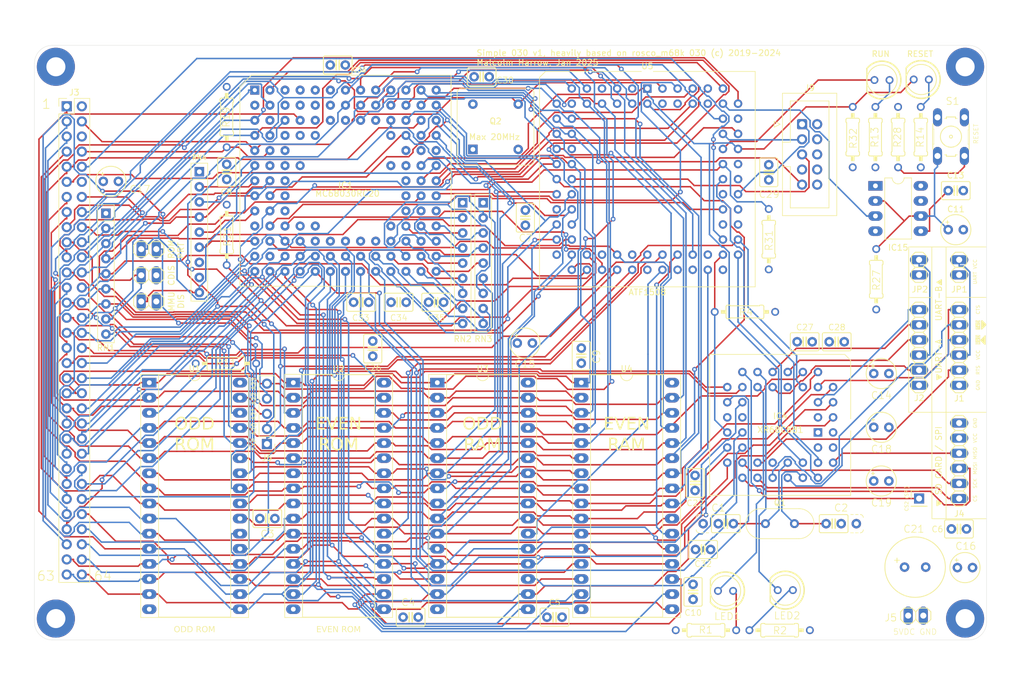
<source format=kicad_pcb>
(kicad_pcb (version 20240108) (generator "pcbnew") (generator_version "8.0")
  (title_block (title "rosco_m68k Classic 68030 Edition") (date "2024-03-17") (rev "030-2.10") (company "The Really Old-School Company Limited") (comment 1 "OSHWA UK000006 (https://certification.oshwa.org/uk000006.html)") (comment 2 "https://github.com/rosco-m68k/rosco_m68k/blob/develop/LICENSE") (comment 3 "Open Source Hardware licenced under CERN Open Hardware Licence") (comment 4 "Copyright ©2019-2024 Ross Bamford & Contributors"))
  (layers (0 "F.Cu" signal "Top") (1 "In1.Cu" power "GND plane") (2 "In2.Cu" power "VCC plane") (31 "B.Cu" signal "Bottom") (34 "B.Paste" user) (35 "F.Paste" user) (36 "B.SilkS" user "B.Silkscreen") (37 "F.SilkS" user "F.Silkscreen") (38 "B.Mask" user) (39 "F.Mask" user) (44 "Edge.Cuts" user))
  (net 0 "")
  (net 1 "IPL2")
  (net 2 "IPL1")
  (net 3 "IPL0")
  (net 4 "DTACK")
  (net 5 "BGACK")
  (net 6 "BR")
  (net 7 "RESET")
  (net 8 "BERR")
  (net 9 "CLK")
  (net 10 "LDS")
  (net 11 "UDS")
  (net 12 "AS")
  (net 13 "BG")
  (net 14 "FC2")
  (net 15 "FC1")
  (net 16 "FC0")
  (net 17 "VCC")
  (net 18 "GND")
  (net 19 "ODDROMSEL")
  (net 20 "EVENROMSEL")
  (net 21 "ODDRAMSEL")
  (net 22 "EVENRAMSEL")
  (net 23 "IOSEL")
  (net 24 "EXPSEL")
  (net 25 "Net-(IC4-X1{slash}CLK)")
  (net 26 "Net-(IC4-X2)")
  (net 27 "Net-(LED1-PadA)")
  (net 28 "Net-(LED2-PadA)")
  (net 29 "Net-(IC15-THR)")
  (net 30 "Net-(IC15-CV)")
  (net 32 "Net-(LED4-PadA)")
  (net 35 "HALT")
  (net 36 "RW")
  (net 37 "VPA")
  (net 38 "E")
  (net 40 "Net-(LED3-PadA)")
  (net 46 "A6")
  (net 47 "A7")
  (net 48 "A8")
  (net 49 "A9")
  (net 50 "A10")
  (net 51 "A11")
  (net 52 "A12")
  (net 53 "A13")
  (net 54 "A14")
  (net 55 "A15")
  (net 56 "A16")
  (net 57 "A17")
  (net 58 "A3")
  (net 59 "A2")
  (net 60 "A1")
  (net 61 "D5")
  (net 62 "D6")
  (net 63 "D7")
  (net 64 "D8")
  (net 65 "D9")
  (net 66 "D10")
  (net 67 "D11")
  (net 68 "D12")
  (net 69 "D13")
  (net 70 "D14")
  (net 71 "D15")
  (net 72 "A23")
  (net 73 "A22")
  (net 74 "A21")
  (net 75 "A20")
  (net 76 "A19")
  (net 77 "A18")
  (net 78 "A5")
  (net 79 "A4")
  (net 80 "D0")
  (net 81 "D1")
  (net 82 "D2")
  (net 83 "D3")
  (net 84 "D4")
  (net 88 "DUASEL")
  (net 91 "RXDA")
  (net 92 "TXDA")
  (net 93 "SPICS")
  (net 94 "SPIMISO")
  (net 96 "CTSA")
  (net 97 "SPICLK")
  (net 98 "SPIMOSI")
  (net 99 "TXDB")
  (net 100 "RXDB")
  (net 102 "CTSB")
  (net 104 "RTSA")
  (net 105 "DUAIACK")
  (net 106 "RTSB")
  (net 111 "RUNLED")
  (net 112 "HWRST")
  (net 115 "Net-(IC4-OP3)")
  (net 116 "Net-(IC4-OP5)")
  (net 119 "VCCUA")
  (net 120 "VCCUB")
  (net 121 "WR")
  (net 122 "ROM_RW")
  (net 123 "SPICS2")
  (net 124 "DUAIRQ")
  (net 125 "IRQ3")
  (net 126 "IRQ2")
  (net 127 "IRQ6")
  (net 128 "IRQ5")
  (net 129 "A0")
  (net 130 "SIZ0")
  (net 131 "SIZ1")
  (net 132 "DSACK0")
  (net 133 "CDIS")
  (net 134 "DBEN")
  (net 135 "DS")
  (net 138 "Net-(Q2-EN)")
  (net 139 "Net-(S1-P)")
  (net 140 "MMUDIS")
  (net 141 "STERM")
  (net 142 "CBACK")
  (net 144 "CIIN")
  (net 145 "UD5")
  (net 147 "UD1")
  (net 148 "UD0")
  (net 149 "UD10")
  (net 150 "UD7")
  (net 151 "UD4")
  (net 152 "UD2")
  (net 153 "UD14")
  (net 154 "UD12")
  (net 155 "UD9")
  (net 156 "UD6")
  (net 157 "UD3")
  (net 158 "UD15")
  (net 159 "UD13")
  (net 160 "UD11")
  (net 161 "UD8")
  (net 162 "TDO")
  (net 163 "TCK")
  (net 164 "TMS")
  (net 165 "Net-(J9-Pin_4)")
  (net 169 "TDI")
  (net 172 "OE1{slash}I")
  (footprint "MountingHole:MountingHole_3.2mm_M3_Pad" (layer "F.Cu") (at 71.5 151.5)
    (property "Reference" "H1" (hide yes))
    (property "Value" "MountingHole")
  )
  (footprint "MountingHole:MountingHole_3.2mm_M3_Pad" (layer "F.Cu") (at 71.5 58.7)
    (property "Reference" "H2" (hide yes))
    (property "Value" "MountingHole")
  )
  (footprint "MountingHole:MountingHole_3.2mm_M3_Pad" (layer "F.Cu") (at 224.3 151.5)
    (property "Reference" "H4" (hide yes))
    (property "Value" "MountingHole")
  )
  (footprint "rosco_m68k:B3F-10XX" (layer "F.Cu") (at 221.92 70.45 90)
    (property "Reference" "S1")
    (property "Value" "10-XX")
  )
  (footprint "MountingHole:MountingHole_3.2mm_M3_Pad" (layer "F.Cu") (at 224.3 58.7)
    (property "Reference" "H3" (hide yes))
    (property "Value" "MountingHole")
  )
  (footprint "rosco_m68k:0207_10" (layer "F.Cu") (at 100.21 67.15 -90)
    (property "Reference" "R19")
    (property "Value" "10K")
  )
  (footprint "rosco_m68k:C2.5_or_3.5-3" (layer "F.Cu") (at 184.0844 135.538)
    (property "Reference" "C1")
    (property "Value" "7pF")
  )
  (footprint "rosco_m68k:C2.5-3" (layer "F.Cu") (at 100.21 76.37 -90)
    (property "Reference" "C8")
    (property "Value" "100nF")
  )
  (footprint "rosco_m68k:C2.5-3" (layer "F.Cu") (at 159.8 107.289 -90)
    (property "Reference" "C9")
    (property "Value" "100nF")
  )
  (footprint "rosco_m68k:E2,5-5" (layer "F.Cu") (at 224.275 142.925)
    (property "Reference" "C16")
    (property "Value" "100uF")
  )
  (footprint "rosco_m68k:E2,5-5" (layer "F.Cu") (at 80.74 77.97)
    (property "Reference" "C17")
    (property "Value" "100uF")
  )
  (footprint "rosco_m68k:E2,5-5" (layer "F.Cu") (at 210.216 119.3295)
    (property "Reference" "C18")
    (property "Value" "100uF")
  )
  (footprint "rosco_m68k:E2,5-5" (layer "F.Cu") (at 210.216 128.363)
    (property "Reference" "C19")
    (property "Value" "100uF")
  )
  (footprint "rosco_m68k:E3,5-10" (layer "F.Cu") (at 215.9 142.85)
    (property "Reference" "C21")
    (property "Value" "470uF")
  )
  (footprint "Package_LCC:PLCC-44_THT-Socket" (layer "F.Cu") (at 199.572 120.199 -90)
    (property "Reference" "IC4")
    (property "Value" "XR68C681CJTR-F")
  )
  (footprint "rosco_m68k:1X02" (layer "F.Cu") (at 223.3 92.429 -90)
    (property "Reference" "JP1")
    (property "Value" "Jumper")
  )
  (footprint "rosco_m68k:LED5MM" (layer "F.Cu") (at 210.33 60.93 180)
    (property "Reference" "LED3" (hide yes))
    (property "Value" "GREEN")
  )
  (footprint "rosco_m68k:LED5MM" (layer "F.Cu") (at 216.93 60.84 180)
    (property "Reference" "LED4" (hide yes))
    (property "Value" "RED")
  )
  (footprint "Crystal:Crystal_HC49-4H_Vertical" (layer "F.Cu") (at 190.7404 135.537)
    (property "Reference" "Q1")
    (property "Value" "3.6864MHz")
  )
  (footprint "Oscillator:Oscillator_DIP-8" (layer "F.Cu") (at 141.58 72.6)
    (property "Reference" "Q2")
    (property "Value" "5H8ET-20.000")
  )
  (footprint "Package_DIP:DIP-32_W15.24mm_Socket_LongPads" (layer "F.Cu") (at 159.8 111.8236)
    (property "Reference" "U4")
    (property "Value" "AS6C4008-55PCN")
  )
  (footprint "Package_DIP:DIP-32_W15.24mm_Socket_LongPads" (layer "F.Cu") (at 135.6 111.8236)
    (property "Reference" "U3")
    (property "Value" "AS6C4008-55PCN")
  )
  (footprint "Package_DIP:DIP-32_W15.24mm_Socket_LongPads" (layer "F.Cu") (at 111.4 111.8236)
    (property "Reference" "U2")
    (property "Value" "SST39SF040")
  )
  (footprint "Connector_PinHeader_2.54mm:PinHeader_2x32_P2.54mm_Vertical" (layer "F.Cu") (at 73.325 65.35)
    (property "Reference" "J3")
    (property "Value" "Conn_02x32_Odd_Even")
  )
  (footprint "rosco_m68k:C2.5-3" (layer "F.Cu") (at 178.918 128.692 90)
    (property "Reference" "C22")
    (property "Value" "100nF")
  )
  (footprint "rosco_m68k:C2.5-3" (layer "F.Cu") (at 124.75 106.1 90)
    (property "Reference" "C26")
    (property "Value" "100nF")
  )
  (footprint "rosco_m68k:C2.5_or_3.5-3" (layer "F.Cu") (at 202.2084 135.538 180)
    (property "Reference" "C2")
    (property "Value" "7pF")
  )
  (footprint "rosco_m68k:C2.5-3" (layer "F.Cu") (at 222.729 79.525 180)
    (property "Reference" "C13")
    (property "Value" "100nF")
  )
  (footprint "rosco_m68k:C2.5-3" (layer "F.Cu") (at 197.339 104.952)
    (property "Reference" "C27")
    (property "Value" "100nF")
  )
  (footprint "rosco_m68k:1X06" (layer "F.Cu") (at 223.3 127.5 90)
    (property "Reference" "J4")
    (property "Value" "Conn_01x06" (hide yes))
  )
  (footprint "rosco_m68k:E2,5-5" (layer "F.Cu") (at 210.216 110.296)
    (property "Reference" "C14")
    (property "Value" "100uF")
  )
  (footprint "rosco_m68k:E2,5-5" (layer "F.Cu") (at 150.31 105.17)
    (property "Reference" "C15")
    (property "Value" "100uF")
  )
  (footprint "rosco_m68k:1X06" (layer "F.Cu") (at 216.564 108.448 90)
    (property "Reference" "J2")
    (property "Value" "UART_B" (hide yes))
  )
  (footprint "rosco_m68k:1X06" (layer "F.Cu") (at 223.3 108.448 90)
    (property "Reference" "J1")
    (property "Value" "UART_A" (hide yes))
  )
  (footprint "rosco_m68k:1X02" (layer "F.Cu") (at 216 151)
    (property "Reference" "J5")
    (property "Value" "PWR")
  )
  (footprint "rosco_m68k:C2.5-3" (layer "F.Cu") (at 202.725 104.952)
    (property "Reference" "C28")
    (property "Value" "100nF")
  )
  (footprint "rosco_m68k:C2.5-3" (layer "F.Cu") (at 143.06 60.39 180)
    (property "Reference" "C30")
    (property "Value" "100nF")
  )
  (footprint "Package_DIP:DIP-8_W7.62mm_LongPads" (layer "F.Cu") (at 209.23 78.7248)
    (property "Reference" "IC15")
    (property "Value" "555N")
  )
  (footprint "rosco_m68k:1X02" (layer "F.Cu") (at 216.564 92.429 -90)
    (property "Reference" "JP2")
    (property "Value" "Jumper")
  )
  (footprint "rosco_m68k:0207_10" (layer "F.Cu") (at 209.362 94.433 -90)
    (property "Reference" "R27")
    (property "Value" "2K2")
  )
  (footprint "rosco_m68k:0207_10" (layer "F.Cu") (at 213.0367 70.53 -90)
    (property "Reference" "R28")
    (property "Value" "270R")
  )
  (footprint "rosco_m68k:0207_10" (layer "F.Cu") (at 209.2233 70.53 -90)
    (property "Reference" "R13")
    (property "Value" "330R")
  )
  (footprint "rosco_m68k:0207_10" (layer "F.Cu") (at 100.21 86.97 -90)
    (property "Reference" "R21")
    (property "Value" "1K2")
  )
  (footprint "rosco_m68k:0207_10" (layer "F.Cu") (at 216.85 70.53 -90)
    (property "Reference" "R14")
    (property "Value" "330R")
  )
  (footprint "rosco_m68k:1X02" (layer "F.Cu") (at 87.11 89.3633)
    (property "Reference" "JP3" (hide yes))
    (property "Value" "Jumper" (hide yes))
  )
  (footprint "rosco_m68k:0207_10" (layer "F.Cu") (at 100.081 108.593)
    (property "Reference" "R11")
    (property "Value" "10K")
  )
  (footprint "rosco_m68k:LED5MM" (layer "F.Cu") (at 184.039 146.845 180)
    (property "Reference" "LED1")
    (property "Value" "GREEN")
  )
  (footprint "rosco_m68k:LED5MM" (layer "F.Cu") (at 194.0794 146.72 180)
    (property "Reference" "LED2")
    (property "Value" "RED")
  )
  (footprint "rosco_m68k:0207_10" (layer "F.Cu") (at 180.75 153.46 180)
    (property "Reference" "R1")
    (property "Value" "330R")
  )
  (footprint "rosco_m68k:0207_10" (layer "F.Cu") (at 193.128 153.46)
    (property "Reference" "R2")
    (property "Value" "330R")
  )
  (footprint "Package_DIP:DIP-32_W15.24mm_Socket_LongPads" (layer "F.Cu") (at 87.2 111.8236)
    (property "Reference" "U1")
    (property "Value" "SST39SF040")
  )
  (footprint "rosco_m68k:E2,5-5" (layer "F.Cu") (at 222.729 86.101)
    (property "Reference" "C11")
    (property "Value" "100uF")
  )
  (footprint "rosco_m68k:C2.5-3" (layer "F.Cu") (at 223.264 136.426)
    (property "Reference" "C6")
    (property "Value" "100nF")
  )
  (footprint "rosco_m68k:0207_10" (layer "F.Cu") (at 205.41 70.53 -90)
    (property "Reference" "R32")
    (property "Value" "4K7")
  )
  (footprint "Connector_PinHeader_2.54mm:PinHeader_1x05_P2.54mm_Vertical" (layer "F.Cu") (at 106.971 122.147 180)
    (property "Reference" "J6")
    (property "Value" "Conn_01x05_Male")
  )
  (footprint "rosco_m68k:C2.5-3" (layer "F.Cu") (at 178.5854 147.01 -90)
    (property "Reference" "C10")
    (property "Value" "100nF")
  )
  (footprint "rosco_m68k:C2.5-3" (layer "F.Cu") (at 155.3 151.263)
    (property "Reference" "C5")
    (property "Value" "100nF")
  )
  (footprint "rosco_m68k:C2.5-3" (layer "F.Cu") (at 131.122 151.263)
    (property "Reference" "C4")
    (property "Value" "100nF")
  )
  (footprint "rosco_m68k:C2.5-3" (layer "F.Cu") (at 107.0336 134.6734)
    (property "Reference" "C3")
    (property "Value" "100nF")
  )
  (footprint "rosco_m68k:0207_10" (layer "F.Cu") (at 191.3 87.7 -90)
    (property "Reference" "R31")
    (property "Value" "4K7")
  )
  (footprint "Connector_PinHeader_2.54mm:PinHeader_1x01_P2.54mm_Vertical" (layer "F.Cu") (at 216.564 131.31)
    (property "Reference" "J7" (hide yes))
    (property "Value" "Conn_01x01_Male")
  )
  (footprint "rosco_m68k:C2.5-3" (layer "F.Cu") (at 180.2618 139.8804)
    (property "Reference" "C32")
    (property "Value" "100nF")
  )
  (footprint "rosco_m68k:1X02" (layer "F.Cu") (at 87.11 98.17)
    (property "Reference" "JP5" (hide yes))
    (property "Value" "Jumper" (hide yes))
  )
  (footprint "rosco_m68k:MC68030RC" (layer "F.Cu") (at 120.17 77.865 180)
    (property "Reference" "IC1")
    (property "Value" "MC68030RC_PGA")
  )
  (footprint "rosco_m68k:C2.5-3" (layer "F.Cu") (at 191.3 76.45 90)
    (property "Reference" "C29")
    (property "Value" "100nF")
  )
  (footprint "rosco_m68k:C2.5-3" (layer "F.Cu") (at 118.87 58.4)
    (property "Reference" "C36")
    (property "Value" "100nF")
  )
  (footprint "Resistor_THT:R_Array_SIP9" (layer "F.Cu") (at 95.61 76.35 -90)
    (property "Reference" "RN4")
    (property "Value" "4K7")
  )
  (footprint "rosco_m68k:C2.5-3" (layer "F.Cu") (at 135.4 98.3)
    (property "Reference" "C35")
    (property "Value" "100nF")
  )
  (footprint "Resistor_THT:R_Array_SIP9" (layer "F.Cu") (at 143.31 81.5677 -90)
    (property "Reference" "RN3")
    (property "Value" "R_Network08")
  )
  (footprint "rosco_m68k:C2.5-3" (layer "F.Cu") (at 129.1 98.3)
    (property "Reference" "C34")
    (property "Value" "100nF")
  )
  (footprint "Package_LCC:PLCC-84_THT-Socket" (layer "F.Cu") (at 170.9 62.36)
    (property "Reference" "U5")
    (property "Value" "ATF1508")
  )
  (footprint "Resistor_THT:R_Array_SIP9" (layer "F.Cu") (at 139.8654 81.5677 -90)
    (property "Reference" "RN2")
    (property "Value" "10K")
  )
  (footprint "Resistor_THT:R_Array_SIP9" (layer "F.Cu") (at 79.91 83.35 -90)
    (property "Reference" "RN1")
    (property "Value" "4K7")
  )
  (footprint "rosco_m68k:0207_10" (layer "F.Cu") (at 187.3 99.92 180)
    (property "Reference" "R4")
    (property "Value" "4K7")
  )
  (footprint "Connector_IDC:IDC-Header_2x05_P2.54mm_Vertical" (layer "F.Cu") (at 196.9 68.36)
    (property "Reference" "J9")
    (property "Value" "Conn_02x05_Odd_Even")
  )
  (footprint "rosco_m68k:1X02" (layer "F.Cu") (at 87.11 93.7667)
    (property "Reference" "JP6" (hide yes))
    (property "Value" "Jumper" (hide yes))
  )
  (footprint "rosco_m68k:C2.5-3" (layer "F.Cu") (at 122.8 98.3)
    (property "Reference" "C33")
    (property "Value" "100nF")
  )
  (footprint "rosco_m68k:C2.5-3" (layer "F.Cu") (at 150.4 84.09 -90)
    (property "Reference" "C7")
    (property "Value" "100nF")
  )
  (gr_poly (pts (xy 227.697499 105.372501) (xy 227.567499 105.372501) (xy 226.967499 104.772501) (xy 226.967499 104.612501) (xy 227.657499 103.922501) (xy 227.697499 103.922501)) (stroke (width 0.12)) (fill solid) (layer "F.SilkS"))
  (gr_line (start 218.684 97.506) (end 214.86 97.506) (stroke (width 0.12)) (layer "F.SilkS"))
  (gr_line (start 214.821 89.009) (end 214.821 116.816) (stroke (width 0.12)) (layer "F.SilkS"))
  (gr_line (start 218.702 97.484) (end 218.702 89.025) (stroke (width 0.12)) (layer "F.SilkS"))
  (gr_line (start 218.703 97.492) (end 218.703 116.788) (stroke (width 0.12)) (layer "F.SilkS"))
  (gr_line (start 221.099 97.426) (end 221.099 116.788) (stroke (width 0.12)) (layer "F.SilkS"))
  (gr_line (start 227.81 89.004) (end 214.87 89.004) (stroke (width 0.12)) (layer "F.SilkS"))
  (gr_line (start 221.104 116.759) (end 221.104 134.687) (stroke (width 0.12)) (layer "F.SilkS"))
  (gr_line (start 221.144 97.492) (end 227.81 97.492) (stroke (width 0.12)) (layer "F.SilkS"))
  (gr_poly (pts (xy 227.05 101.394999) (xy 227.18 101.394999) (xy 227.78 101.994999) (xy 227.78 102.154999) (xy 227.09 102.844999) (xy 227.05 102.844999)) (stroke (width 0.12)) (fill solid) (layer "F.SilkS"))
  (gr_line (start 214.821 116.816) (end 227.81 116.816) (stroke (width 0.12)) (layer "F.SilkS"))
  (gr_line (start 218.753 134.714) (end 227.81 134.714) (stroke (width 0.12)) (layer "F.SilkS"))
  (gr_line (start 221.102 97.456) (end 221.102 89.088) (stroke (width 0.12)) (layer "F.SilkS"))
  (gr_line (start 218.723 116.758) (end 218.723 134.674) (stroke (width 0.12)) (layer "F.SilkS"))
  (gr_line (start 67.9 58.1) (end 67.9 152.1) (stroke (width 0.05)) (layer "Edge.Cuts"))
  (gr_line (start 70.9 55.1) (end 224.9 55.1) (stroke (width 0.05)) (layer "Edge.Cuts"))
  (gr_line (start 227.9 58.1) (end 227.9 152.1) (stroke (width 0.05)) (layer "Edge.Cuts"))
  (gr_line (start 70.9 155.1) (end 224.9 155.1) (stroke (width 0.05)) (layer "Edge.Cuts"))
  (gr_arc (start 67.9 58.1) (mid 68.77868 55.97868) (end 70.9 55.1) (stroke (width 0.05)) (layer "Edge.Cuts"))
  (gr_arc (start 227.9 152.1) (mid 227.02132 154.22132) (end 224.9 155.1) (stroke (width 0.05)) (layer "Edge.Cuts"))
  (gr_arc (start 70.9 155.1) (mid 68.77868 154.22132) (end 67.9 152.1) (stroke (width 0.05)) (layer "Edge.Cuts"))
  (gr_arc (start 224.9 55.1) (mid 227.02132 55.97868) (end 227.9 58.1) (stroke (width 0.05)) (layer "Edge.Cuts"))
  (gr_text "63" (at 68.225 145.275 0) (layer "F.SilkS") (effects (font (size 1.59258 1.59258) (thickness 0.134112)) (justify left bottom)))
  (gr_text "UART VCC" (at 226.31114 95.324 90) (layer "F.SilkS") (effects (font (size 0.575 0.575) (thickness 0.08128)) (justify left bottom)))
  (gr_text "GND" (at 225.983 118.610001 90) (layer "F.SilkS") (effects (font (size 0.575 0.575) (thickness 0.08128))))
  (gr_text "▼ SD CARD / SPI" (at 219.8645 125.927 90) (layer "F.SilkS") (effects (font (size 1 1))))
  (gr_text "A23" (at 104.77 111.987001 90) (layer "F.SilkS") (effects (font (size 0.75 0.75) (thickness 0.1))))
  (gr_text "ODD\nRAM" (at 143.2 123.542623 0) (layer "F.SilkS") (effects (font (size 2.07518 2.07518) (thickness 0.174752)) (justify bottom)))
  (gr_text "EVEN\nROM" (at 119 123.542623 0) (layer "F.SilkS") (effects (font (size 2.07518 2.07518) (thickness 0.174752)) (justify bottom)))
  (gr_text "EVEN\nRAM" (at 167.4 123.542623 0) (layer "F.SilkS") (effects (font (size 2.07518 2.07518) (thickness 0.174752)) (justify bottom)))
  (gr_text "64" (at 77.8 145.275 0) (layer "F.SilkS") (effects (font (size 1.59258 1.59258) (thickness 0.134112)) (justify left bottom)))
  (gr_text "5VDC GND\n" (at 219.617593 154.3 0) (layer "F.SilkS") (effects (font (size 0.9652 0.9652) (thickness 0.08128)) (justify right bottom)))
  (gr_text "1" (at 69.05 65.9 0) (layer "F.SilkS") (effects (font (size 1.59258 1.59258) (thickness 0.134112)) (justify left bottom)))
  (gr_text "ODD\nROM" (at 94.8 123.542623 0) (layer "F.SilkS") (effects (font (size 2.07518 2.07518) (thickness 0.174752)) (justify bottom)))
  (gr_text "CTS" (at 226.47 99.549999 90) (layer "F.SilkS") (effects (font (size 0.575 0.575) (thickness 0.08128))))
  (gr_text "CS2 (SPI)" (at 214.47 131.310001 90) (layer "F.SilkS") (effects (font (size 0.575 0.575) (thickness 0.08128))))
  (gr_text "EVEN ROM" (at 119 153.371 0) (layer "F.SilkS") (effects (font (size 1 1))))
  (gr_text "RTS" (at 226.47 109.709999 90) (layer "F.SilkS") (effects (font (size 0.575 0.575) (thickness 0.08128))))
  (gr_text "A20" (at 104.77 119.607001 90) (layer "F.SilkS") (effects (font (size 0.75 0.75) (thickness 0.1))))
  (gr_text "ODD ROM" (at 94.8 153.371 0) (layer "F.SilkS") (effects (font (size 1 1))))
  (gr_text "MISO" (at 225.983 123.69 90) (layer "F.SilkS") (effects (font (size 0.575 0.575) (thickness 0.08128))))
  (gr_text "CDIS" (at 91.506 95.605985 90) (layer "F.SilkS") (effects (font (size 1 1)) (justify left bottom)))
  (gr_text "RxD\n" (at 226.47 104.629999 90) (layer "F.SilkS" knockout) (effects (font (size 0.575 0.575) (thickness 0.08128))))
  (gr_text "TxD" (at 226.47 102.09 90) (layer "F.SilkS" knockout) (effects (font (size 0.575 0.575) (thickness 0.08128))))
  (gr_text "GND" (at 226.47 112.25 90) (layer "F.SilkS") (effects (font (size 0.575 0.575) (thickness 0.08128))))
  (gr_text "Simple 030 v1, heavily based on rosco_m68k 030 (c) 2019-2024\nMalcolm Harrow, Jan 2025" (at 142.11 58.57 0) (layer "F.SilkS") (effects (font (size 1 1)) (justify left bottom)))
  (gr_text "MC68030RC20" (at 120.4976 80.0354 0) (layer "F.SilkS") (effects (font (size 1 1))))
  (gr_text "VCC" (at 226.47 107.17 90) (layer "F.SilkS") (effects (font (size 0.575 0.575) (thickness 0.08128))))
  (gr_text "VCC" (at 225.983 121.150001 90) (layer "F.SilkS") (effects (font (size 0.575 0.575) (thickness 0.08128))))
  (gr_text "RESET" (at 216.7325 56.54 0) (layer "F.SilkS") (effects (font (size 0.9652 0.9652))))
  (gr_text "ROM\nPRT" (at 93.116 91.083538 90) (layer "F.SilkS") (effects (font (size 1 1)) (justify left bottom)))
  (gr_text "Max 20MHz" (at 145.2 70.5 0) (layer "F.SilkS") (effects (font (size 1 1))))
  (gr_text "RESET" (at 226.12 69.97 90) (layer "F.SilkS") (effects (font (size 0.75 0.75) (thickness 0.08128))))
  (gr_text "▼UART-A    UART-B▲" (at 219.8645 102.91 90) (layer "F.SilkS") (effects (font (size 1 1))))
  (gr_text "MMU\nDIS" (at 93.116 98.17 90) (layer "F.SilkS") (effects (font (size 1 1)) (justify bottom)))
  (gr_text "CS" (at 225.983 131.310001 90) (layer "F.SilkS") (effects (font (size 0.575 0.575) (thickness 0.08128))))
  (gr_text "XR68C681" (at 193.25 119.75 0) (layer "F.SilkS") (effects (font (size 1 1))))
  (gr_text "EXP" (at 104.77 122.18 90) (layer "F.SilkS") (effects (font (size 0.75 0.75) (thickness 0.1))))
  (gr_text "A21" (at 104.77 117.067001 90) (layer "F.SilkS") (effects (font (size 0.75 0.75) (thickness 0.1))))
  (gr_text "SCK" (at 225.983 128.770001 90) (layer "F.SilkS") (effects (font (size 0.575 0.575) (thickness 0.08128))))
  (gr_text "MOSI" (at 225.983 126.23 90) (layer "F.SilkS") (effects (font (size 0.575 0.575) (thickness 0.08128))))
  (gr_text "RUN" (at 210.1125 56.54 0) (layer "F.SilkS") (effects (font (size 0.9652 0.9652))))
  (gr_text "A22" (at 104.77 114.527001 90) (layer "F.SilkS") (effects (font (size 0.75 0.75) (thickness 0.1))))
  (segment (start 169.63 65.0503) (end 168.309 66.3713) (width 0.25) (layer "F.Cu") (net 1))
  (segment (start 177.109 63.7707) (end 170.631 63.7707) (width 0.25) (layer "F.Cu") (net 1))
  (segment (start 136.061 76.595) (end 134.14 76.595) (width 0.25) (layer "F.Cu") (net 1))
  (segment (start 134.14 76.595) (end 132.87 77.865) (width 0.25) (layer "F.Cu") (net 1))
  (segment (start 148.934 75.0104) (end 137.646 75.0104) (width 0.25) (layer "F.Cu") (net 1))
  (segment (start 152.413 71.5315) (end 148.934 75.0104) (width 0.25) (layer "F.Cu") (net 1))
  (segment (start 168.309 66.3713) (end 155.323 66.3713) (width 0.25) (layer "F.Cu") (net 1))
  (segment (start 152.413 69.2805) (end 152.413 71.5315) (width 0.25) (layer "F.Cu") (net 1))
  (segment (start 169.63 64.7713) (end 169.63 65.0503) (width 0.25) (layer "F.Cu") (net 1))
  (segment (start 170.631 63.7707) (end 169.63 64.7713) (width 0.25) (layer "F.Cu") (net 1))
  (segment (start 137.646 75.0104) (end 136.061 76.595) (width 0.25) (layer "F.Cu") (net 1))
  (segment (start 155.323 66.3713) (end 152.413 69.2805) (width 0.25) (layer "F.Cu") (net 1))
  (segment (start 178.52 62.36) (end 177.109 63.7707) (width 0.25) (layer "F.Cu") (net 1))
  (segment (start 137.41 75.865) (end 135.41 77.865) (width 0.25) (layer "F.Cu") (net 2))
  (segment (start 178.52 64.9) (end 174.369 69.051) (width 0.25) (layer "F.Cu") (net 2))
  (segment (start 174.369 69.051) (end 169.056 69.051) (width 0.25) (layer "F.Cu") (net 2))
  (segment (start 155.254 68.9742) (end 154.379 69.849) (width 0.25) (layer "F.Cu") (net 2))
  (segment (start 169.056 69.051) (end 168.98 68.9742) (width 0.25) (layer "F.Cu") (net 2))
  (segment (start 168.98 68.9742) (end 155.254 68.9742) (width 0.25) (layer "F.Cu") (net 2))
  (segment (start 148.655 75.865) (end 137.41 75.865) (width 0.25) (layer "F.Cu") (net 2))
  (segment (start 154.379 70.141) (end 148.655 75.865) (width 0.25) (layer "F.Cu") (net 2))
  (segment (start 154.379 69.849) (end 154.379 70.141) (width 0.25) (layer "F.Cu") (net 2))
  (segment (start 145.216 80.4646) (end 144.792 80.0404) (width 0.25) (layer "F.Cu") (net 3))
  (segment (start 155.074 81.1482) (end 154.39 80.4646) (width 0.25) (layer "F.Cu") (net 3))
  (segment (start 176.451 79.7508) (end 175.054 81.1482) (width 0.25) (layer "F.Cu") (net 3))
  (segment (start 175.054 81.1482) (end 155.074 81.1482) (width 0.25) (layer "F.Cu") (net 3))
  (segment (start 144.792 80.0404) (end 135.775 80.0404) (width 0.25) (layer "F.Cu") (net 3))
  (segment (start 154.39 80.4646) (end 145.216 80.4646) (width 0.25) (layer "F.Cu") (net 3))
  (segment (start 135.775 80.0404) (end 135.41 80.405) (width 0.25) (layer "F.Cu") (net 3))
  (via (at 176.451 79.7508) (size 0.8) (drill 0.4) (layers "F.Cu" "B.Cu") (net 3))
  (segment (start 169.892 66.2208) (end 176.451 72.7807) (width 0.25) (layer "B.Cu") (net 3))
  (segment (start 175.98 62.36) (end 174.972 61.3518) (width 0.25) (layer "B.Cu") (net 3))
  (segment (start 174.972 61.3518) (end 170.051 61.3518) (width 0.25) (layer "B.Cu") (net 3))
  (segment (start 176.451 72.7807) (end 176.451 79.7508) (width 0.25) (layer "B.Cu") (net 3))
  (segment (start 170.051 61.3518) (end 169.892 61.5113) (width 0.25) (layer "B.Cu") (net 3))
  (segment (start 169.892 61.5113) (end 169.892 66.2208) (width 0.25) (layer "B.Cu") (net 3))
  (segment (start 73.5586 135.342) (end 74.595 134.306) (width 0.25) (layer "F.Cu") (net 4))
  (segment (start 74.595 133.604) (end 75.5395 132.66) (width 0.25) (layer "F.Cu") (net 4))
  (segment (start 169.772 90.3572) (end 168.559 91.57) (width 0.25) (layer "F.Cu") (net 4))
  (segment (start 169.772 90.0296) (end 169.772 90.3572) (width 0.25) (layer "F.Cu") (net 4))
  (segment (start 151.461 96.1234) (end 146.774 100.81) (width 0.25) (layer "F.Cu") (net 4))
  (segment (start 100.21 92.2335) (end 105.983 98.0066) (width 0.25) (layer "F.Cu") (net 4))
  (segment (start 73.325 135.342) (end 73.5586 135.342) (width 0.25) (layer "F.Cu") (net 4))
  (segment (start 164.55 92.6724) (end 164.55 93.061) (width 0.25) (layer "F.Cu") (net 4))
  (segment (start 164.55 93.061) (end 161.488 96.1234) (width 0.25) (layer "F.Cu") (net 4))
  (segment (start 171.048 88.754) (end 169.772 90.0296) (width 0.25) (layer "F.Cu") (net 4))
  (segment (start 146.774 100.81) (end 139.419 100.81) (width 0.25) (layer "F.Cu") (net 4))
  (segment (start 168.559 91.57) (end 165.652 91.57) (width 0.25) (layer "F.Cu") (net 4))
  (segment (start 100.21 92.05) (end 100.21 92.2335) (width 0.25) (layer "F.Cu") (net 4))
  (segment (start 73.325 136.47) (end 73.325 135.342) (width 0.25) (layer "F.Cu") (net 4))
  (segment (start 139.419 100.81) (end 137.977 102.252) (width 0.25) (layer "F.Cu") (net 4))
  (segment (start 75.5395 132.66) (end 76.2002 132.66) (width 0.25) (layer "F.Cu") (net 4))
  (segment (start 186.14 87.76) (end 185.146 88.754) (width 0.25) (layer "F.Cu") (net 4))
  (segment (start 161.488 96.1234) (end 151.461 96.1234) (width 0.25) (layer "F.Cu") (net 4))
  (segment (start 76.2002 132.66) (end 79.2635 129.597) (width 0.25) (layer "F.Cu") (net 4))
  (segment (start 79.2635 129.597) (end 79.2635 128.162) (width 0.25) (layer "F.Cu") (net 4))
  (segment (start 74.595 134.306) (end 74.595 133.604) (width 0.25) (layer "F.Cu") (net 4))
  (segment (start 185.146 88.754) (end 171.048 88.754) (width 0.25) (layer "F.Cu") (net 4))
  (segment (start 137.977 102.252) (end 110.228 102.252) (width 0.25) (layer "F.Cu") (net 4))
  (segment (start 110.228 102.252) (end 105.983 98.0066) (width 0.25) (layer "F.Cu") (net 4))
  (segment (start 165.652 91.57) (end 164.55 92.6724) (width 0.25) (layer "F.Cu") (net 4))
  (via (at 79.2635 128.162) (size 0.8) (drill 0.4) (layers "F.Cu" "B.Cu") (net 4))
  (via (at 105.983 98.0066) (size 0.8) (drill 0.4) (layers "F.Cu" "B.Cu") (net 4))
  (segment (start 187.821 99.1242) (end 195.983 107.286) (width 0.25) (layer "B.Cu") (net 4))
  (segment (start 87.9026 120.672) (end 97.7707 110.804) (width 0.25) (layer "B.Cu") (net 4))
  (segment (start 97.7707 110.804) (end 97.7707 106.219) (width 0.25) (layer "B.Cu") (net 4))
  (segment (start 187.821 89.4412) (end 187.821 99.1242) (width 0.25) (layer "B.Cu") (net 4))
  (segment (start 100.21 85.8126) (end 103.3 82.7225) (width 0.25) (layer "B.Cu") (net 4))
  (segment (start 195.983 107.286) (end 195.983 111.53) (width 0.25) (layer "B.Cu") (net 4))
  (segment (start 86.5387 120.672) (end 87.9026 120.672) (width 0.25) (layer "B.Cu") (net 4))
  (segment (start 186.14 87.76) (end 187.821 89.4412) (width 0.25) (layer "B.Cu") (net 4))
  (segment (start 195.983 111.53) (end 197.032 112.579) (width 0.25) (layer "B.Cu") (net 4))
  (segment (start 103.3 82.7225) (end 103.3 80.4849) (width 0.25) (layer "B.Cu") (net 4))
  (segment (start 79.2635 128.162) (end 79.2635 127.947) (width 0.25) (layer "B.Cu") (net 4))
  (segment (start 79.2635 127.947) (end 86.5387 120.672) (width 0.25) (layer "B.Cu") (net 4))
  (segment (start 106.2 79.135) (end 107.47 77.865) (width 0.25) (layer "B.Cu") (net 4))
  (segment (start 100.21 92.05) (end 100.21 85.8126) (width 0.25) (layer "B.Cu") (net 4))
  (segment (start 104.65 79.135) (end 106.2 79.135) (width 0.25) (layer "B.Cu") (net 4))
  (segment (start 103.3 80.4849) (end 104.65 79.135) (width 0.25) (layer "B.Cu") (net 4))
  (segment (start 97.7707 106.219) (end 105.983 98.0066) (width 0.25) (layer "B.Cu") (net 4))
  (segment (start 79.9889 88.3421) (end 99.1287 69.2023) (width 0.25) (layer "B.Cu") (net 5))
  (segment (start 74.595 93.6152) (end 74.595 92.9645) (width 0.25) (layer "B.Cu") (net 5))
  (segment (start 73.7921 94.4181) (end 74.595 93.6152) (width 0.25) (layer "B.Cu") (net 5))
  (segment (start 105.397 69.2023) (end 106.2 70.0049) (width 0.25) (layer "B.Cu") (net 5))
  (segment (start 73.0712 94.4181) (end 73.7921 94.4181) (width 0.25) (layer "B.Cu") (net 5))
  (segment (start 73.325 130.262) (end 73.0431 130.262) (width 0.25) (layer "B.Cu") (net 5))
  (segment (start 79.91 88.43) (end 79.9889 88.43) (width 0.25) (layer "B.Cu") (net 5))
  (segment (start 106.2 70.0049) (end 106.2 70.4843) (width 0.25) (layer "B.Cu") (net 5))
  (segment (start 79.9889 88.43) (end 79.9889 88.3421) (width 0.25) (layer "B.Cu") (net 5))
  (segment (start 73.0431 130.262) (end 70.9697 128.189) (width 0.25) (layer "B.Cu") (net 5))
  (segment (start 75.5395 92.02) (end 76.3989 92.02) (width 0.25) (layer "B.Cu") (net 5))
  (segment (start 73.325 131.39) (end 73.325 130.262) (width 0.25) (layer "B.Cu") (net 5))
  (segment (start 76.3989 92.02) (end 79.9889 88.43) (width 0.25) (layer "B.Cu") (net 5))
  (segment (start 70.9697 128.189) (end 70.9697 96.5196) (width 0.25) (layer "B.Cu") (net 5))
  (segment (start 106.2 70.4843) (end 107.02 71.3047) (width 0.25) (layer "B.Cu") (net 5))
  (segment (start 108.598 69.1169) (end 110.01 67.705) (width 0.25) (layer "B.Cu") (net 5))
  (segment (start 99.1287 69.2023) (end 105.397 69.2023) (width 0.25) (layer "B.Cu") (net 5))
  (segment (start 74.595 92.9645) (end 75.5395 92.02) (width 0.25) (layer "B.Cu") (net 5))
  (segment (start 107.881 71.3047) (end 108.598 70.5873) (width 0.25) (layer "B.Cu") (net 5))
  (segment (start 70.9697 96.5196) (end 73.0712 94.4181) (width 0.25) (layer "B.Cu") (net 5))
  (segment (start 107.02 71.3047) (end 107.881 71.3047) (width 0.25) (layer "B.Cu") (net 5))
  (segment (start 108.598 70.5873) (end 108.598 69.1169) (width 0.25) (layer "B.Cu") (net 5))
  (segment (start 73.0913 132.802) (end 70.567 130.278) (width 0.25) (layer "B.Cu") (net 6))
  (segment (start 79.91 85.89) (end 80.1014 85.89) (width 0.25) (layer "B.Cu") (net 6))
  (segment (start 103.89 62.625) (end 103.89 62.9874) (width 0.25) (layer "B.Cu") (net 6))
  (segment (start 75.5395 89.48) (end 76.5114 89.48) (width 0.25) (layer "B.Cu") (net 6))
  (segment (start 76.5114 89.48) (end 80.1014 85.89) (width 0.25) (layer "B.Cu") (net 6))
  (segment (start 70.567 130.278) (end 70.567 96.3244) (width 0.25) (layer "B.Cu") (net 6))
  (segment (start 72.8905 92.0541) (end 73.6164 92.0541) (width 0.25) (layer "B.Cu") (net 6))
  (segment (start 72.1648 92.7798) (end 72.8905 92.0541) (width 0.25) (layer "B.Cu") (net 6))
  (segment (start 104.93 62.625) (end 103.89 62.625) (width 0.25) (layer "B.Cu") (net 6))
  (segment (start 74.595 91.0755) (end 74.595 90.4245) (width 0.25) (layer "B.Cu") (net 6))
  (segment (start 70.567 96.3244) (end 72.1648 94.7266) (width 0.25) (layer "B.Cu") (net 6))
  (segment (start 73.6164 92.0541) (end 74.595 91.0755) (width 0.25) (layer "B.Cu") (net 6))
  (segment (start 103.89 62.9874) (end 80.9877 85.89) (width 0.25) (layer "B.Cu") (net 6))
  (segment (start 74.595 90.4245) (end 75.5395 89.48) (width 0.25) (layer "B.Cu") (net 6))
  (segment (start 73.325 133.93) (end 73.325 132.802) (width 0.25) (layer "B.Cu") (net 6))
  (segment (start 72.1648 94.7266) (end 72.1648 92.7798) (width 0.25) (layer "B.Cu") (net 6))
  (segment (start 80.9877 85.89) (end 80.1014 85.89) (width 0.25) (layer "B.Cu") (net 6))
  (segment (start 73.325 132.802) (end 73.0913 132.802) (width 0.25) (layer "B.Cu") (net 6))
  (segment (start 186.14 72.52) (end 190.505 72.52) (width 0.25) (layer "F.Cu") (net 7))
  (segment (start 213.476 63.024) (end 215.66 60.84) (width 0.25) (layer "F.Cu") (net 7))
  (segment (start 197.575 65.45) (end 205.41 65.45) (width 0.25) (layer "F.Cu") (net 7))
  (segment (start 150.9 72.4323) (end 149.278 74.055) (width 0.25) (layer "F.Cu") (net 7))
  (segment (start 169.911 62.36) (end 168.922 63.3489) (width 0.25) (layer "F.Cu") (net 7))
  (segment (start 149.278 74.055) (end 134.14 74.055) (width 0.25) (layer "F.Cu") (net 7))
  (segment (start 170.9 62.36) (end 169.911 62.36) (width 0.25) (layer "F.Cu") (net 7))
  (segment (start 155.811 63.3489) (end 150.9 68.2592) (width 0.25) (layer "F.Cu") (net 7))
  (segment (start 190.505 72.52) (end 197.575 65.45) (width 0.25) (layer "F.Cu") (net 7))
  (segment (start 205.41 65.45) (end 207.836 63.024) (width 0.25) (layer "F.Cu") (net 7))
  (segment (start 134.14 74.055) (end 132.87 75.325) (width 0.25) (layer "F.Cu") (net 7))
  (segment (start 207.836 63.024) (end 213.476 63.024) (width 0.25) (layer "F.Cu") (net 7))
  (segment (start 168.922 63.3489) (end 155.811 63.3489) (width 0.25) (layer "F.Cu") (net 7))
  (segment (start 150.9 68.2592) (end 150.9 72.4323) (width 0.25) (layer "F.Cu") (net 7))
  (segment (start 112.31 86.755) (end 111.28 87.7849) (width 0.25) (layer "B.Cu") (net 7))
  (segment (start 117.188 86.755) (end 112.31 86.755) (width 0.25) (layer "B.Cu") (net 7))
  (segment (start 185.144 71.5238) (end 182.383 71.5238) (width 0.25) (layer "B.Cu") (net 7))
  (segment (start 104.72 91.835) (end 103.871 92.6837) (width 0.25) (layer "B.Cu") (net 7))
  (segment (start 103.871 92.6837) (end 103.871 93.3126) (width 0.25) (layer "B.Cu") (net 7))
  (segment (start 178.756 71.6162) (end 171.889 64.7495) (width 0.25) (layer "B.Cu") (net 7))
  (segment (start 181.338 71.6162) (end 178.756 71.6162) (width 0.25) (layer "B.Cu") (net 7))
  (segment (start 103.474 93.7095) (end 102.432 93.7095) (width 0.25) (layer "B.Cu") (net 7))
  (segment (start 136.945 79.3653) (end 124.578 79.3653) (width 0.25) (layer "B.Cu") (net 7))
  (segment (start 107.23 89.295) (end 106.2 90.3249) (width 0.25) (layer "B.Cu") (net 7))
  (segment (start 102.432 93.7095) (end 92.4816 103.66) (width 0.25) (layer "B.Cu") (net 7))
  (segment (start 181.338 86.9025) (end 183.465 89.03) (width 0.25) (layer "B.Cu") (net 7))
  (segment (start 80.0902 108.53) (end 75.865 108.53) (width 0.25) (layer "B.Cu") (net 7))
  (segment (start 84.9603 103.66) (end 80.0902 108.53) (width 0.25) (layer "B.Cu") (net 7))
  (segment (start 183.465 89.03) (end 183.746 89.03) (width 0.25) (layer "B.Cu") (net 7))
  (segment (start 184.648 89.9324) (end 184.648 101.262) (width 0.25) (layer "B.Cu") (net 7))
  (segment (start 138.009 78.3017) (end 136.945 79.3653) (width 0.25) (layer "B.Cu") (net 7))
  (segment (start 192.964 121.211) (end 197.032 125.279) (width 0.25) (layer "B.Cu") (net 7))
  (segment (start 183.746 89.03) (end 184.648 89.9324) (width 0.25) (layer "B.Cu") (net 7))
  (segment (start 92.4816 103.66) (end 84.9603 103.66) (width 0.25) (layer "B.Cu") (net 7))
  (segment (start 111.28 88.2643) (end 110.249 89.295) (width 0.25) (layer "B.Cu") (net 7))
  (segment (start 103.871 93.3126) (end 103.474 93.7095) (width 0.25) (layer "B.Cu") (net 7))
  (segment (start 135.854 74.2672) (end 138.009 76.4216) (width 0.25) (layer "B.Cu") (net 7))
  (segment (start 133.928 74.2672) (end 135.854 74.2672) (width 0.25) (layer "B.Cu") (net 7))
  (segment (start 182.291 71.6162) (end 181.338 71.6162) (width 0.25) (layer "B.Cu") (net 7))
  (segment (start 171.889 64.7495) (end 171.889 64.3378) (width 0.25) (layer "B.Cu") (net 7))
  (segment (start 184.648 101.262) (end 192.964 109.578) (width 0.25) (layer "B.Cu") (net 7))
  (segment (start 106.2 90.8051) (end 105.17 91.835) (width 0.25) (layer "B.Cu") (net 7))
  (segment (start 192.964 109.578) (end 192.964 121.211) (width 0.25) (layer "B.Cu") (net 7))
  (segment (start 181.338 71.6162) (end 181.338 86.9025) (width 0.25) (layer "B.Cu") (net 7))
  (segment (start 124.578 79.3653) (end 117.188 86.755) (width 0.25) (layer "B.Cu") (net 7))
  (segment (start 105.17 91.835) (end 104.72 91.835) (width 0.25) (layer "B.Cu") (net 7))
  (segment (start 132.87 75.325) (end 133.928 74.2672) (width 0.25) (layer "B.Cu") (net 7))
  (segment (start 186.14 72.52) (end 185.144 71.5238) (width 0.25) (layer "B.Cu") (net 7))
  (segment (start 110.249 89.295) (end 107.23 89.295) (width 0.25) (layer "B.Cu") (net 7))
  (segment (start 138.009 76.4216) (end 138.009 78.3017) (width 0.25) (layer "B.Cu") (net 7))
  (segment (start 106.2 90.3249) (end 106.2 90.8051) (width 0.25) (layer "B.Cu") (net 7))
  (segment (start 111.28 87.7849) (end 111.28 88.2643) (width 0.25) (layer "B.Cu") (net 7))
  (segment (start 171.889 64.3378) (end 170.9 63.3489) (width 0.25) (layer "B.Cu") (net 7))
  (segment (start 170.9 63.3489) (end 170.9 62.36) (width 0.25) (layer "B.Cu") (net 7))
  (segment (start 182.383 71.5238) (end 182.291 71.6162) (width 0.25) (layer "B.Cu") (net 7))
  (segment (start 100.253 80.405) (end 104.93 80.405) (width 0.25) (layer "F.Cu") (net 8))
  (segment (start 91.722 83.97) (end 90.6865 85.0055) (width 0.25) (layer "F.Cu") (net 8))
  (segment (start 185.132 68.9716) (end 180.361 68.9716) (width 0.25) (layer "F.Cu") (net 8))
  (segment (start 90.6865 85.0055) (end 86.5389 85.0055) (width 0.25) (layer "F.Cu") (net 8))
  (segment (start 95.61 83.97) (end 91.722 83.97) (width 0.25) (layer "F.Cu") (net 8))
  (segment (start 156.756 73.6181) (end 152.634 73.6181) (width 0.25) (layer "F.Cu") (net 8))
  (segment (start 180.361 68.9716) (end 175.396 73.9366) (width 0.25) (layer "F.Cu") (net 8))
  (segment (start 175.396 73.9366) (end 157.074 73.9366) (width 0.25) (layer "F.Cu") (net 8))
  (segment (start 95.61 83.97) (end 96.6877 83.97) (width 0.25) (layer "F.Cu") (net 8))
  (segment (start 96.6877 83.97) (end 100.253 80.405) (width 0.25) (layer "F.Cu") (net 8))
  (segment (start 157.074 73.9366) (end 156.756 73.6181) (width 0.25) (layer "F.Cu") (net 8))
  (segment (start 138.565 76.7868) (end 137.331 78.0209) (width 0.25) (layer "F.Cu") (net 8))
  (segment (start 152.634 73.6181) (end 149.465 76.7868) (width 0.25) (layer "F.Cu") (net 8))
  (segment (start 149.465 76.7868) (end 138.565 76.7868) (width 0.25) (layer "F.Cu") (net 8))
  (segment (start 186.14 69.98) (end 185.132 68.9716) (width 0.25) (layer "F.Cu") (net 8))
  (via (at 137.331 78.0209) (size 0.8) (drill 0.4) (layers "F.Cu" "B.Cu") (net 8))
  (via (at 86.5389 85.0055) (size 0.8) (drill 0.4) (layers "F.Cu" "B.Cu") (net 8))
  (segment (start 80.2323 94.78) (end 83.377 91.6353) (width 0.25) (layer "B.Cu") (net 8))
  (segment (start 76.5142 97.1512) (end 78.8854 94.78) (width 0.25) (layer "B.Cu") (net 8))
  (segment (start 75.4886 97.1512) (end 76.5142 97.1512) (width 0.25) (layer "B.Cu") (net 8))
  (segment (start 73.6505 99.64) (end 74.595 98.6955) (width 0.25) (layer "B.Cu") (net 8))
  (segment (start 83.377 88.1674) (end 86.5389 85.0055) (width 0.25) (layer "B.Cu") (net 8))
  (segment (start 128.861 77.9806) (end 129.789 78.9084) (width 0.25) (layer "B.Cu") (net 8))
  (segment (start 78.8854 94.78) (end 80.2323 94.78) (width 0.25) (layer "B.Cu") (net 8))
  (segment (start 73.325 126.31) (end 73.325 125.182) (width 0.25) (layer "B.Cu") (net 8))
  (segment (start 71.7751 123.914) (end 71.7751 100.863) (width 0.25) (layer "B.Cu") (net 8))
  (segment (start 74.595 98.6955) (end 74.595 98.0448) (width 0.25) (layer "B.Cu") (net 8))
  (segment (start 73.325 125.182) (end 73.0437 125.182) (width 0.25) (layer "B.Cu") (net 8))
  (segment (start 72.998 99.64) (end 73.6505 99.64) (width 0.25) (layer "B.Cu") (net 8))
  (segment (start 83.377 91.6353) (end 83.377 88.1674) (width 0.25) (layer "B.Cu") (net 8))
  (segment (start 129.789 78.9084) (end 136.444 78.9084) (width 0.25) (layer "B.Cu") (net 8))
  (segment (start 111.365 77.9806) (end 128.861 77.9806) (width 0.25) (layer "B.Cu") (net 8))
  (segment (start 71.7751 100.863) (end 72.998 99.64) (width 0.25) (layer "B.Cu") (net 8))
  (segment (start 106.975 78.9931) (end 110.352 78.9931) (width 0.25) (layer "B.Cu") (net 8))
  (segment (start 105.563 80.405) (end 106.975 78.9931) (width 0.25) (layer "B.Cu") (net 8))
  (segment (start 73.0437 125.182) (end 71.7751 123.914) (width 0.25) (layer "B.Cu") (net 8))
  (segment (start 74.595 98.0448) (end 75.4886 97.1512) (width 0.25) (layer "B.Cu") (net 8))
  (segment (start 136.444 78.9084) (end 137.331 78.0209) (width 0.25) (layer "B.Cu") (net 8))
  (segment (start 104.93 80.405) (end 105.563 80.405) (width 0.25) (layer "B.Cu") (net 8))
  (segment (start 110.352 78.9931) (end 111.365 77.9806) (width 0.25) (layer "B.Cu") (net 8))
  (segment (start 122.28 66.667) (end 121.3 67.647) (width 0.25) (layer "F.Cu") (net 9))
  (segment (start 121.3 67.647) (end 121.3 68.043) (width 0.25) (layer "F.Cu") (net 9))
  (segment (start 104.93 72.785) (end 103.439 71.2936) (width 0.25) (layer "F.Cu") (net 9))
  (segment (start 149.2 64.98) (end 152.807 61.3728) (width 0.25) (layer "F.Cu") (net 9))
  (segment (start 138.139 63.904) (end 135.376 66.667) (width 0.25) (layer "F.Cu") (net 9))
  (segment (start 135.376 66.667) (end 122.28 66.667) (width 0.25) (layer "F.Cu") (net 9))
  (segment (start 105.968 71.747) (end 104.93 72.785) (width 0.25) (layer "F.Cu") (net 9))
  (segment (start 172.453 61.3728) (end 173.44 62.36) (width 0.25) (layer "F.Cu") (net 9))
  (segment (start 79.2686 71.2936) (end 75.865 67.89) (width 0.25) (layer "F.Cu") (net 9))
  (segment (start 117.596 71.747) (end 105.968 71.747) (width 0.25) (layer "F.Cu") (net 9))
  (segment (start 152.807 61.3728) (end 172.453 61.3728) (width 0.25) (layer "F.Cu") (net 9))
  (segment (start 121.3 68.043) (end 117.596 71.747) (width 0.25) (layer "F.Cu") (net 9))
  (segment (start 103.439 71.2936) (end 79.2686 71.2936) (width 0.25) (layer "F.Cu") (net 9))
  (segment (start 149.2 64.98) (end 148.124 63.904) (width 0.25) (layer "F.Cu") (net 9))
  (segment (start 148.124 63.904) (end 138.139 63.904) (width 0.25) (layer "F.Cu") (net 9))
  (segment (start 162.218 93.3711) (end 159.942 95.6476) (width 0.25) (layer "F.Cu") (net 10))
  (segment (start 159.942 95.6476) (end 147.708 95.6476) (width 0.25) (layer "F.Cu") (net 10))
  (segment (start 135.82 101.848) (end 112.009 101.848) (width 0.25) (layer "F.Cu") (net 10))
  (segment (start 139.573 98.095) (end 135.82 101.848) (width 0.25) (layer "F.Cu") (net 10))
  (segment (start 160.74 90.3) (end 162.218 91.7785) (width 0.25) (layer "F.Cu") (net 10))
  (segment (start 162.218 91.7785) (end 162.218 93.3711) (width 0.25) (layer "F.Cu") (net 10))
  (segment (start 147.708 95.6476) (end 145.261 98.095) (width 0.25) (layer "F.Cu") (net 10))
  (segment (start 145.261 98.095) (end 139.573 98.095) (width 0.25) (layer "F.Cu") (net 10))
  (segment (start 112.009 101.848) (end 103.193 93.0317) (width 0.25) (layer "F.Cu") (net 10))
  (via (at 103.193 93.0317) (size 0.8) (drill 0.4) (layers "F.Cu" "B.Cu") (net 10))
  (segment (start 102.54 93.0317) (end 103.193 93.0317) (width 0.25) (layer "B.Cu") (net 10))
  (segment (start 82.2109 103.256) (end 92.3162 103.256) (width 0.25) (layer "B.Cu") (net 10))
  (segment (start 80.6906 104.776) (end 82.2109 103.256) (width 0.25) (layer "B.Cu") (net 10))
  (segment (start 92.3162 103.256) (end 102.54 93.0317) (width 0.25) (layer "B.Cu") (net 10))
  (segment (start 78.3187 104.776) (end 80.6906 104.776) (width 0.25) (layer "B.Cu") (net 10))
  (segment (start 75.865 103.45) (end 76.9927 103.45) (width 0.25) (layer "B.Cu") (net 10))
  (segment (start 76.9927 103.45) (end 78.3187 104.776) (width 0.25) (layer "B.Cu") (net 10))
  (segment (start 101.921 107.689) (end 102.777 106.834) (width 0.25) (layer "F.Cu") (net 11))
  (segment (start 146.647 104.015) (end 154.645 104.015) (width 0.25) (layer "F.Cu") (net 11))
  (segment (start 76.9927 105.99) (end 77.908 106.905) (width 0.25) (layer "F.Cu") (net 11))
  (segment (start 144.754 105.908) (end 146.647 104.015) (width 0.25) (layer "F.Cu") (net 11))
  (segment (start 102.777 106.834) (end 112.185 106.834) (width 0.25) (layer "F.Cu") (net 11))
  (segment (start 154.645 104.015) (end 165.82 92.84) (width 0.25) (layer "F.Cu") (net 11))
  (segment (start 112.185 106.834) (end 113.111 105.908) (width 0.25) (layer "F.Cu") (net 11))
  (segment (start 77.908 106.905) (end 95.75 106.905) (width 0.25) (layer "F.Cu") (net 11))
  (segment (start 113.111 105.908) (end 144.754 105.908) (width 0.25) (layer "F.Cu") (net 11))
  (segment (start 96.5341 107.689) (end 101.921 107.689) (width 0.25) (layer "F.Cu") (net 11))
  (segment (start 75.865 105.99) (end 76.9927 105.99) (width 0.25) (layer "F.Cu") (net 11))
  (segment (start 95.75 106.905) (end 96.5341 107.689) (width 0.25) (layer "F.Cu") (net 11))
  (segment (start 136.557 78.198) (end 135.841 78.9139) (width 0.25) (layer "F.Cu") (net 12))
  (segment (start 102.484 93.4323) (end 104.387 95.3348) (width 0.25) (layer "F.Cu") (net 12))
  (segment (start 149.227 76.3841) (end 137.96 76.3841) (width 0.25) (layer "F.Cu") (net 12))
  (segment (start 181.06 62.36) (end 179.516 63.9044) (width 0.25) (layer "F.Cu") (net 12))
  (segment (start 173.811 71.0485) (end 154.562 71.0485) (width 0.25) (layer "F.Cu") (net 12))
  (segment (start 136.557 77.7873) (end 136.557 78.198) (width 0.25) (layer "F.Cu") (net 12))
  (segment (start 135.841 78.9139) (end 115.247 78.9139) (width 0.25) (layer "F.Cu") (net 12))
  (segment (start 102.484 91.1125) (end 102.484 93.4323) (width 0.25) (layer "F.Cu") (net 12))
  (segment (start 179.516 65.3437) (end 173.811 71.0485) (width 0.25) (layer "F.Cu") (net 12))
  (segment (start 154.562 71.0485) (end 149.227 76.3841) (width 0.25) (layer "F.Cu") (net 12))
  (segment (start 179.516 63.9044) (end 179.516 65.3437) (width 0.25) (layer "F.Cu") (net 12))
  (segment (start 115.247 78.9139) (end 114.999 78.6659) (width 0.25) (layer "F.Cu") (net 12))
  (segment (start 137.96 76.3841) (end 136.557 77.7873) (width 0.25) (layer "F.Cu") (net 12))
  (via (at 102.484 91.1125) (size 0.8) (drill 0.4) (layers "F.Cu" "B.Cu") (net 12))
  (via (at 114.999 78.6659) (size 0.8) (drill 0.4) (layers "F.Cu" "B.Cu") (net 12))
  (via (at 104.387 95.3348) (size 0.8) (drill 0.4) (layers "F.Cu" "B.Cu") (net 12))
  (segment (start 104.387 95.3349) (end 104.387 95.3348) (width 0.25) (layer "B.Cu") (net 12))
  (segment (start 108.74 81.675) (end 111.99 81.675) (width 0.25) (layer "B.Cu") (net 12))
  (segment (start 111.99 81.675) (end 114.999 78.6659) (width 0.25) (layer "B.Cu") (net 12))
  (segment (start 88.8889 105.673) (end 93.9373 105.673) (width 0.25) (layer "B.Cu") (net 12))
  (segment (start 73.0431 122.642) (end 72.1876 121.787) (width 0.25) (layer "B.Cu") (net 12))
  (segment (start 73.325 122.642) (end 73.0431 122.642) (width 0.25) (layer "B.Cu") (net 12))
  (segment (start 104.276 95.3349) (end 104.387 95.3349) (width 0.25) (layer "B.Cu") (net 12))
  (segment (start 104.691 86.755) (end 102.484 88.9613) (width 0.25) (layer "B.Cu") (net 12))
  (segment (start 72.1876 120.686) (end 72.9139 119.96) (width 0.25) (layer "B.Cu") (net 12))
  (segment (start 77.1423 117.42) (end 88.8889 105.673) (width 0.25) (layer "B.Cu") (net 12))
  (segment (start 74.595 119.016) (end 74.595 118.364) (width 0.25) (layer "B.Cu") (net 12))
  (segment (start 93.9373 105.673) (end 104.276 95.3349) (width 0.25) (layer "B.Cu") (net 12))
  (segment (start 73.325 123.77) (end 73.325 122.642) (width 0.25) (layer "B.Cu") (net 12))
  (segment (start 106.2 85.7251) (end 105.17 86.755) (width 0.25) (layer "B.Cu") (net 12))
  (segment (start 73.6505 119.96) (end 74.595 119.016) (width 0.25) (layer "B.Cu") (net 12))
  (segment (start 106.2 84.215) (end 106.2 85.7251) (width 0.25) (layer "B.Cu") (net 12))
  (segment (start 102.484 88.9613) (end 102.484 91.1125) (width 0.25) (layer "B.Cu") (net 12))
  (segment (start 75.5395 117.42) (end 77.1423 117.42) (width 0.25) (layer "B.Cu") (net 12))
  (segment (start 74.595 118.364) (end 75.5395 117.42) (width 0.25) (layer "B.Cu") (net 12))
  (segment (start 107.47 82.945) (end 106.2 84.215) (width 0.25) (layer "B.Cu") (net 12))
  (segment (start 107.47 82.945) (end 108.74 81.675) (width 0.25) (layer "B.Cu") (net 12))
  (segment (start 105.17 86.755) (end 104.691 86.755) (width 0.25) (layer "B.Cu") (net 12))
  (segment (start 72.9139 119.96) (end 73.6505 119.96) (width 0.25) (layer "B.Cu") (net 12))
  (segment (start 72.1876 121.787) (end 72.1876 120.686) (width 0.25) (layer "B.Cu") (net 12))
  (segment (start 73.325 128.85) (end 73.325 127.722) (width 0.25) (layer "F.Cu") (net 13))
  (segment (start 69.4666 77.6905) (end 72.7748 74.3823) (width 0.25) (layer "F.Cu") (net 13))
  (segment (start 73.5082 74.3823) (end 74.595 73.2955) (width 0.25) (layer "F.Cu") (net 13))
  (segment (start 75.4003 71.8392) (end 92.6159 71.8392) (width 0.25) (layer "F.Cu") (net 13))
  (segment (start 74.595 72.6445) (end 75.4003 71.8392) (width 0.25) (layer "F.Cu") (net 13))
  (segment (start 69.4666 124.098) (end 69.4666 77.6905) (width 0.25) (layer "F.Cu") (net 13))
  (segment (start 73.325 127.722) (end 73.0913 127.722) (width 0.25) (layer "F.Cu") (net 13))
  (segment (start 74.595 73.2955) (end 74.595 72.6445) (width 0.25) (layer "F.Cu") (net 13))
  (segment (start 73.0913 127.722) (end 69.4666 124.098) (width 0.25) (layer "F.Cu") (net 13))
  (segment (start 92.6159 71.8392) (end 93.0868 72.3101) (width 0.25) (layer "F.Cu") (net 13))
  (segment (start 72.7748 74.3823) (end 73.5082 74.3823) (width 0.25) (layer "F.Cu") (net 13))
  (via (at 93.0868 72.3101) (size 0.8) (drill 0.4) (layers "F.Cu" "B.Cu") (net 13))
  (segment (start 106.058 63.7531) (end 106.058 61.722) (width 0.25) (layer "B.Cu") (net 13))
  (segment (start 107.47 65.165) (end 106.058 63.7531) (width 0.25) (layer "B.Cu") (net 13))
  (segment (start 106.058 61.722) (end 105.921 61.5853) (width 0.25) (layer "B.Cu") (net 13))
  (segment (start 103.812 61.5853) (end 93.0868 72.3101) (width 0.25) (layer "B.Cu") (net 13))
  (segment (start 105.921 61.5853) (end 103.812 61.5853) (width 0.25) (layer "B.Cu") (net 13))
  (segment (start 116.36 67.9447) (end 115.33 68.975) (width 0.25) (layer "F.Cu") (net 14))
  (segment (start 122.676 57.9956) (end 120.678 59.9936) (width 0.25) (layer "F.Cu") (net 14))
  (segment (start 120.678 59.9936) (end 118.724 59.9936) (width 0.25) (layer "F.Cu") (net 14))
  (segment (start 106.2 68.975) (end 104.93 70.245) (width 0.25) (layer "F.Cu") (net 14))
  (segment (start 116.36 62.3579) (end 116.36 67.9447) (width 0.25) (layer "F.Cu") (net 14))
  (segment (start 179.236 57.9956) (end 122.676 57.9956) (width 0.25) (layer "F.Cu") (net 14))
  (segment (start 118.724 59.9936) (end 116.36 62.3579) (width 0.25) (layer "F.Cu") (net 14))
  (segment (start 183.6 62.36) (end 179.236 57.9956) (width 0.25) (layer "F.Cu") (net 14))
  (segment (start 115.33 68.975) (end 106.2 68.975) (width 0.25) (layer "F.Cu") (net 14))
  (segment (start 82.3942 90.0351) (end 82.3942 87.854) (width 0.25) (layer "B.Cu") (net 14))
  (segment (start 76.9927 93.29) (end 77.8615 92.4212) (width 0.25) (layer "B.Cu") (net 14))
  (segment (start 80.0081 92.4212) (end 82.3942 90.0351) (width 0.25) (layer "B.Cu") (net 14))
  (segment (start 75.865 93.29) (end 76.9927 93.29) (width 0.25) (layer "B.Cu") (net 14))
  (segment (start 99.7153 70.245) (end 104.93 70.245) (width 0.25) (layer "B.Cu") (net 14))
  (segment (start 86.7201 83.5281) (end 86.7201 83.2402) (width 0.25) (layer "B.Cu") (net 14))
  (segment (start 86.7201 83.2402) (end 99.7153 70.245) (width 0.25) (layer "B.Cu") (net 14))
  (segment (start 82.3942 87.854) (end 86.7201 83.5281) (width 0.25) (layer "B.Cu") (net 14))
  (segment (start 77.8615 92.4212) (end 80.0081 92.4212) (width 0.25) (layer "B.Cu") (net 14))
  (segment (start 186.14 64.9) (end 186.14 62.881) (width 0.25) (layer "F.Cu") (net 15))
  (segment (start 186.14 62.881) (end 180.449 57.1902) (width 0.25) (layer "F.Cu") (net 15))
  (segment (start 111.365 57.1902) (end 106.383 62.172) (width 0.25) (layer "F.Cu") (net 15))
  (segment (start 106.383 62.172) (end 106.383 65.9374) (width 0.25) (layer "F.Cu") (net 15))
  (segment (start 180.449 57.1902) (end 111.365 57.1902) (width 0.25) (layer "F.Cu") (net 15))
  (via (at 106.383 65.9374) (size 0.8) (drill 0.4) (layers "F.Cu" "B.Cu") (net 15))
  (segment (start 99.8819 67.705) (end 80.4269 87.16) (width 0.25) (layer "B.Cu") (net 15))
  (segment (start 76.9927 89.7874) (end 76.9927 90.75) (width 0.25) (layer "B.Cu") (net 15))
  (segment (start 76.9927 90.75) (end 75.865 90.75) (width 0.25) (layer "B.Cu") (net 15))
  (segment (start 80.4269 87.16) (end 79.6201 87.16) (width 0.25) (layer "B.Cu") (net 15))
  (segment (start 106.383 66.2522) (end 104.93 67.705) (width 0.25) (layer "B.Cu") (net 15))
  (segment (start 106.383 65.9374) (end 106.383 66.2522) (width 0.25) (layer "B.Cu") (net 15))
  (segment (start 79.6201 87.16) (end 76.9927 89.7874) (width 0.25) (layer "B.Cu") (net 15))
  (segment (start 104.93 67.705) (end 99.8819 67.705) (width 0.25) (layer "B.Cu") (net 15))
  (segment (start 123.253 59.7553) (end 122.85 59.7553) (width 0.25) (layer "B.Cu") (net 16))
  (segment (start 108.74 62.3726) (end 107.524 61.157) (width 0.25) (layer "B.Cu") (net 16))
  (segment (start 79.762 84.4781) (end 76.9927 87.2474) (width 0.25) (layer "B.Cu") (net 16))
  (segment (start 81.3686 83.9477) (end 80.8382 84.4781) (width 0.25) (layer "B.Cu") (net 16))
  (segment (start 178.708 63.63) (end 178.341 63.63) (width 0.25) (layer "B.Cu") (net 16))
  (segment (start 108.74 62.8651) (end 108.74 62.3726) (width 0.25) (layer "B.Cu") (net 16))
  (segment (start 118.766 63.0052) (end 117.876 63.895) (width 0.25) (layer "B.Cu") (net 16))
  (segment (start 76.9927 88.21) (end 75.865 88.21) (width 0.25) (layer "B.Cu") (net 16))
  (segment (start 182.155 67.44) (end 179.79 65.0747) (width 0.25) (layer "B.Cu") (net 16))
  (segment (start 103.282 61.157) (end 81.3686 83.0699) (width 0.25) (layer "B.Cu") (net 16))
  (segment (start 109.77 63.895) (end 108.74 62.8651) (width 0.25) (layer "B.Cu") (net 16))
  (segment (start 119.95 61.3491) (end 118.766 62.5335) (width 0.25) (layer "B.Cu") (net 16))
  (segment (start 108.882 64.783) (end 108.882 68.0301) (width 0.25) (layer "B.Cu") (net 16))
  (segment (start 76.9927 87.2474) (end 76.9927 88.21) (width 0.25) (layer "B.Cu") (net 16))
  (segment (start 177.25 62.1745) (end 173.439 58.3637) (width 0.25) (layer "B.Cu") (net 16))
  (segment (start 108.882 68.0301) (end 107.47 69.442) (width 0.25) (layer "B.Cu") (net 16))
  (segment (start 107.47 69.442) (end 107.47 70.245) (width 0.25) (layer "B.Cu") (net 16))
  (segment (start 118.766 62.5335) (end 118.766 63.0052) (width 0.25) (layer "B.Cu") (net 16))
  (segment (start 122.85 59.7553) (end 121.256 61.3491) (width 0.25) (layer "B.Cu") (net 16))
  (segment (start 179.79 65.0747) (end 179.79 64.7115) (width 0.25) (layer "B.Cu") (net 16))
  (segment (start 80.8382 84.4781) (end 79.762 84.4781) (width 0.25) (layer "B.Cu") (net 16))
  (segment (start 177.25 62.539) (end 177.25 62.1745) (width 0.25) (layer "B.Cu") (net 16))
  (segment (start 117.876 63.895) (end 109.77 63.895) (width 0.25) (layer "B.Cu") (net 16))
  (segment (start 173.439 58.3637) (end 124.645 58.3637) (width 0.25) (layer "B.Cu") (net 16))
  (segment (start 124.645 58.3637) (end 123.253 59.7553) (width 0.25) (layer "B.Cu") (net 16))
  (segment (start 179.79 64.7115) (end 178.708 63.63) (width 0.25) (layer "B.Cu") (net 16))
  (segment (start 109.77 63.895) (end 108.882 64.783) (width 0.25) (layer "B.Cu") (net 16))
  (segment (start 183.6 67.44) (end 182.155 67.44) (width 0.25) (layer "B.Cu") (net 16))
  (segment (start 81.3686 83.0699) (end 81.3686 83.9477) (width 0.25) (layer "B.Cu") (net 16))
  (segment (start 178.341 63.63) (end 177.25 62.539) (width 0.25) (layer "B.Cu") (net 16))
  (segment (start 107.524 61.157) (end 103.282 61.157) (width 0.25) (layer "B.Cu") (net 16))
  (segment (start 121.256 61.3491) (end 119.95 61.3491) (width 0.25) (layer "B.Cu") (net 16))
  (segment (start 155.66 82.68) (end 155.685 82.705) (width 0.25) (layer "F.Cu") (net 17))
  (segment (start 156.21 82.23) (end 155.2228 83.2172) (width 0.25) (layer "F.Cu") (net 17))
  (segment (start 155.685 82.705) (end 155.6851 82.705) (width 0.25) (layer "F.Cu") (net 17))
  (segment (start 155.6851 82.705) (end 155.7101 82.73) (width 0.25) (layer "F.Cu") (net 17))
  (segment (start 155.685 82.705) (end 155.71 82.73) (width 0.25) (layer "F.Cu") (net 17))
  (segment (start 169.349 93.277) (end 154.647 107.978) (width 0.25) (layer "F.Cu") (net 19))
  (segment (start 113.014 109.512) (end 112.751 109.775) (width 0.25) (layer "F.Cu") (net 19))
  (segment (start 128.914 107.978) (end 127.38 109.512) (width 0.25) (layer "F.Cu") (net 19))
  (segment (start 154.647 107.978) (end 128.914 107.978) (width 0.25) (layer "F.Cu") (net 19))
  (segment (start 170.9 90.3) (end 169.349 91.8511) (width 0.25) (layer "F.Cu") (net 19))
  (segment (start 169.349 91.8511) (end 169.349 93.277) (width 0.25) (layer "F.Cu") (net 19))
  (segment (start 127.38 109.512) (end 113.014 109.512) (width 0.25) (layer "F.Cu") (net 19))
  (via (at 112.751 109.775) (size 0.8) (drill 0.4) (layers "F.Cu" "B.Cu") (net 19))
  (segment (start 110.669 120.714) (end 112.092 120.714) (width 0.25) (layer "B.Cu") (net 19))
  (segment (start 101.59 140.849) (end 103.411 140.849) (width 0.25) (layer "B.Cu") (net 19))
  (segment (start 102.4396 137.224) (end 102.44 137.2236) (width 0.25) (layer "B.Cu") (net 19))
  (segment (start 107.21 137.05) (end 107.21 124.173) (width 0.25) (layer "B.Cu") (net 19))
  (segment (start 112.897 119.909) (end 112.897 109.921) (width 0.25) (layer "B.Cu") (net 19))
  (segment (start 103.411 140.849) (end 107.21 137.05) (width 0.25) (layer "B.Cu") (net 19))
  (segment (start 100.962 140.222) (end 101.59 140.849) (width 0.25) (layer "B.Cu") (net 19))
  (segment (start 112.897 109.921) (end 112.751 109.775) (width 0.25) (layer "B.Cu") (net 19))
  (segment (start 112.092 120.714) (end 112.897 119.909) (width 0.25) (layer "B.Cu") (net 19))
  (segment (start 107.21 124.173) (end 110.669 120.714) (width 0.25) (layer "B.Cu") (net 19))
  (segment (start 102.4396 137.224) (end 100.962 137.224) (width 0.25) (layer "B.Cu") (net 19))
  (segment (start 100.962 137.224) (end 100.962 140.222) (width 0.25) (layer "B.Cu") (net 19))
  (segment (start 102.44 137.224) (end 102.4396 137.224) (width 0.25) (layer "B.Cu") (net 19))
  (segment (start 132.262 108.641) (end 130.701 110.201) (width 0.25) (layer "F.Cu") (net 20))
  (segment (start 172.17 91.57) (end 170.763 91.57) (width 0.25) (layer "F.Cu") (net 20))
  (segment (start 169.831 92.5013) (end 169.831 93.3954) (width 0.25) (layer "F.Cu") (net 20))
  (segment (start 173.44 90.3) (end 172.17 91.57) (width 0.25) (layer "F.Cu") (net 20))
  (segment (start 169.831 93.3954) (end 154.586 108.641) (width 0.25) (layer "F.Cu") (net 20))
  (segment (start 170.763 91.57) (end 169.831 92.5013) (width 0.25) (layer "F.Cu") (net 20))
  (segment (start 154.586 108.641) (end 132.262 108.641) (width 0.25) (layer "F.Cu") (net 20))
  (via (at 130.701 110.201) (size 0.8) (drill 0.4) (layers "F.Cu" "B.Cu") (net 20))
  (segment (start 126.6404 137.224) (end 126.64 137.2236) (width 0.25) (layer "B.Cu") (net 20))
  (segment (start 126.64 137.224) (end 126.6404 137.224) (width 0.25) (layer "B.Cu") (net 20))
  (segment (start 126.6404 137.224) (end 128.118 137.224) (width 0.25) (layer "B.Cu") (net 20))
  (segment (start 130.701 134.64) (end 130.701 110.201) (width 0.25) (layer "B.Cu") (net 20))
  (segment (start 128.118 137.224) (end 130.701 134.64) (width 0.25) (layer "B.Cu") (net 20))
  (segment (start 150.8404 137.224) (end 152.318 137.224) (width 0.25) (layer "B.Cu") (net 21))
  (segment (start 152.318 135.128) (end 159.254 128.192) (width 0.25) (layer "B.Cu") (net 21))
  (segment (start 171.007 107.026) (end 171.007 95.273) (width 0.25) (layer "B.Cu") (net 21))
  (segment (start 152.318 137.224) (end 152.318 135.128) (width 0.25) (layer "B.Cu") (net 21))
  (segment (start 150.8404 137.224) (end 150.84 137.2236) (width 0.25) (layer "B.Cu") (net 21))
  (segment (start 150.84 137.224) (end 150.8404 137.224) (width 0.25) (layer "B.Cu") (net 21))
  (segment (start 171.007 117.862) (end 171.007 107.026) (width 0.25) (layer "B.Cu") (net 21))
  (segment (start 159.254 128.192) (end 160.677 128.192) (width 0.25) (layer "B.Cu") (net 21))
  (segment (start 171.007 95.273) (end 173.44 92.84) (width 0.25) (layer "B.Cu") (net 21))
  (segment (start 160.677 128.192) (end 171.007 117.862) (width 0.25) (layer "B.Cu") (net 21))
  (segment (start 174.71 93.1362) (end 172.4584 95.3878) (width 0.25) (layer "F.Cu") (net 22))
  (segment (start 175.98 90.3) (end 174.71 91.57) (width 0.25) (layer "F.Cu") (net 22))
  (segment (start 174.71 91.57) (end 174.71 93.1362) (width 0.25) (layer "F.Cu") (net 22))
  (via (at 172.4584 95.3878) (size 0.8) (drill 0.4) (layers "F.Cu" "B.Cu") (net 22))
  (segment (start 172.8477 136.5089) (end 172.4584 136.1196) (width 0.25) (layer "B.Cu") (net 22))
  (segment (start 172.8478 136.5089) (end 172.8477 136.5089) (width 0.25) (layer "B.Cu") (net 22))
  (segment (start 175.0396 137.224) (end 175.04 137.2236) (width 0.25) (layer "B.Cu") (net 22))
  (segment (start 173.562 137.224) (end 172.8478 136.5089) (width 0.25) (layer "B.Cu") (net 22))
  (segment (start 175.04 137.224) (end 175.0396 137.224) (width 0.25) (layer "B.Cu") (net 22))
  (segment (start 175.0396 137.224) (end 173.562 137.224) (width 0.25) (layer "B.Cu") (net 22))
  (segment (start 172.4584 136.1196) (end 172.4584 95.3878) (width 0.25) (layer "B.Cu") (net 22))
  (segment (start 166.521 59.0804) (end 165.839 58.3983) (width 0.25) (layer "F.Cu") (net 23))
  (segment (start 123.466 58.3983) (end 122.972 58.8919) (width 0.25) (layer "F.Cu") (net 23))
  (segment (start 165.839 58.3983) (end 123.466 58.3983) (width 0.25) (layer "F.Cu") (net 23))
  (via (at 166.521 59.0804) (size 0.8) (drill 0.4) (layers "F.Cu" "B.Cu") (net 23))
  (via (at 122.972 58.8919) (size 0.8) (drill 0.4) (layers "F.Cu" "B.Cu") (net 23))
  (segment (start 81.4233 80.1299) (end 84.0443 77.5089) (width 0.25) (layer "B.Cu") (net 23))
  (segment (start 84.0443 77.5089) (end 84.0443 76.291) (width 0.25) (layer "B.Cu") (net 23))
  (segment (start 169.363 61.9222) (end 169.363 67.1116) (width 0.25) (layer "B.Cu") (net 23))
  (segment (start 122.31 59.5539) (end 122.972 58.8919) (width 0.25) (layer "B.Cu") (net 23))
  (segment (start 168.979 67.4953) (end 168.979 73.914) (width 0.25) (layer "B.Cu") (net 23))
  (segment (start 100.781 59.5539) (end 122.31 59.5539) (width 0.25) (layer "B.Cu") (net 23))
  (segment (start 76.9927 83.13) (end 79.9928 80.1299) (width 0.25) (layer "B.Cu") (net 23))
  (segment (start 178.52 83.4549) (end 178.52 90.3) (width 0.25) (layer "B.Cu") (net 23))
  (segment (start 168.979 73.914) (end 178.52 83.4549) (width 0.25) (layer "B.Cu") (net 23))
  (segment (start 166.521 59.0804) (end 169.363 61.9222) (width 0.25) (layer "B.Cu") (net 23))
  (segment (start 75.865 83.13) (end 76.9927 83.13) (width 0.25) (layer "B.Cu") (net 23))
  (segment (start 79.9928 80.1299) (end 81.4233 80.1299) (width 0.25) (layer "B.Cu") (net 23))
  (segment (start 84.0443 76.291) (end 100.781 59.5539) (width 0.25) (layer "B.Cu") (net 23))
  (segment (start 169.363 67.1116) (end 168.979 67.4953) (width 0.25) (layer "B.Cu") (net 23))
  (segment (start 153.726 107.474) (end 128.849 107.474) (width 0.25) (layer "F.Cu") (net 24))
  (segment (start 128.849 107.474) (end 127.248 109.074) (width 0.25) (layer "F.Cu") (net 24))
  (segment (start 75.865 85.67) (end 76.9927 85.67) (width 0.25) (layer "F.Cu") (net 24))
  (segment (start 168.36 92.84) (end 153.726 107.474) (width 0.25) (layer "F.Cu") (net 24))
  (segment (start 82.5283 86.3929) (end 89.4584 86.3929) (width 0.25) (layer "F.Cu") (net 24))
  (segment (start 81.9243 86.9969) (end 82.5283 86.3929) (width 0.25) (layer "F.Cu") (net 24))
  (segment (start 127.248 109.074) (end 109.239 109.074) (width 0.25) (layer "F.Cu") (net 24))
  (segment (start 107.737 101.93) (end 98.5393 92.7325) (width 0.25) (layer "F.Cu") (net 24))
  (segment (start 76.9927 85.67) (end 78.3196 86.9969) (width 0.25) (layer "F.Cu") (net 24))
  (segment (start 78.3196 86.9969) (end 81.9243 86.9969) (width 0.25) (layer "F.Cu") (net 24))
  (segment (start 98.5393 92.7325) (end 94.3927 92.7325) (width 0.25) (layer "F.Cu") (net 24))
  (via (at 109.239 109.074) (size 0.8) (drill 0.4) (layers "F.Cu" "B.Cu") (net 24))
  (via (at 89.4584 86.3929) (size 0.8) (drill 0.4) (layers "F.Cu" "B.Cu") (net 24))
  (via (at 107.737 101.93) (size 0.8) (drill 0.4) (layers "F.Cu" "B.Cu") (net 24))
  (via (at 94.3927 92.7325) (size 0.8) (drill 0.4) (layers "F.Cu" "B.Cu") (net 24))
  (segment (start 92.4325 89.367) (end 89.4584 86.3929) (width 0.25) (layer "B.Cu") (net 24))
  (segment (start 106.971 121.019) (end 107.253 121.019) (width 0.25) (layer "B.Cu") (net 24))
  (segment (start 109.239 103.432) (end 107.737 101.93) (width 0.25) (layer "B.Cu") (net 24))
  (segment (start 92.4325 91.2446) (end 92.4325 89.367) (width 0.25) (layer "B.Cu") (net 24))
  (segment (start 109.239 119.034) (end 109.239 109.074) (width 0.25) (layer "B.Cu") (net 24))
  (segment (start 94.3927 92.7325) (end 93.9204 92.7325) (width 0.25) (layer "B.Cu") (net 24))
  (segment (start 109.239 109.074) (end 109.239 103.432) (width 0.25) (layer "B.Cu") (net 24))
  (segment (start 107.253 121.019) (end 109.239 119.034) (width 0.25) (layer "B.Cu") (net 24))
  (segment (start 106.971 122.147) (end 106.971 121.019) (width 0.25) (layer "B.Cu") (net 24))
  (segment (start 93.9204 92.7325) (end 92.4325 91.2446) (width 0.25) (layer "B.Cu") (net 24))
  (segment (start 190.74 135.537) (end 190.7404 135.537) (width 0.25) (layer "F.Cu") (net 25))
  (segment (start 185.355 135.537) (end 185.3544 135.5376) (width 0.25) (layer "F.Cu") (net 25))
  (segment (start 185.3544 135.5376) (end 185.354 135.538) (width 0.25) (layer "F.Cu") (net 25))
  (segment (start 185.3544 135.5376) (end 185.3544 135.538) (width 0.25) (layer "F.Cu") (net 25))
  (segment (start 190.74 135.537) (end 185.355 135.537) (width 0.25) (layer "F.Cu") (net 25))
  (segment (start 193.014 126.757) (end 193.014 133.263) (width 0.25) (layer "B.Cu") (net 25))
  (segment (start 190.7404 135.537) (end 190.7402 135.5368) (width 0.25) (layer "B.Cu") (net 25))
  (segment (start 194.492 125.279) (end 193.014 126.757) (width 0.25) (layer "B.Cu") (net 25))
  (segment (start 193.014 133.263) (end 190.7402 135.5368) (width 0.25) (layer "B.Cu") (net 25))
  (segment (start 190.7402 135.5368) (end 190.74 135.537) (width 0.25) (layer "B.Cu") (net 25))
  (segment (start 200.938 135.538) (end 200.9384 135.538) (width 0.25) (layer "F.Cu") (net 26))
  (segment (start 195.6204 135.5374) (end 195.6204 135.537) (width 0.25) (layer "F.Cu") (net 26))
  (segment (start 200.938 135.538) (end 195.621 135.538) (width 0.25) (layer "F.Cu") (net 26))
  (segment (start 195.621 135.538) (end 195.6204 135.5374) (width 0.25) (layer "F.Cu") (net 26))
  (segment (start 195.6204 135.5374) (end 195.62 135.537) (width 0.25) (layer "F.Cu") (net 26))
  (segment (start 194.064 126.81) (end 196.023 126.81) (width 0.25) (layer "B.Cu") (net 26))
  (segment (start 195.62 135.537) (end 193.49 133.406) (width 0.25) (layer "B.Cu") (net 26))
  (segment (start 196.023 126.81) (end 197.032 127.819) (width 0.25) (layer "B.Cu") (net 26))
  (segment (start 193.49 133.406) (end 193.49 127.384) (width 0.25) (layer "B.Cu") (net 26))
  (segment (start 193.49 127.384) (end 194.064 126.81) (width 0.25) (layer "B.Cu") (net 26))
  (segment (start 195.6204 135.537) (end 195.62 135.537) (width 0.25) (layer "B.Cu") (net 26))
  (segment (start 185.83 153.46) (end 185.83 147.366) (width 0.25) (layer "F.Cu") (net 27))
  (segment (start 185.83 147.366) (end 185.309 146.845) (width 0.25) (layer "F.Cu") (net 27))
  (segment (start 188.048 153.46) (end 194.788 146.72) (width 0.25) (layer "B.Cu") (net 28))
  (segment (start 194.788 146.72) (end 195.349 146.72) (width 0.25) (layer "B.Cu") (net 28))
  (segment (start 195.349 146.72) (end 195.3494 146.72) (width 0.25) (layer "B.Cu") (net 28))
  (segment (start 214.079 84.636) (end 209.362 89.353) (width 0.25) (layer "F.Cu") (net 29))
  (segment (start 216.85 83.8048) (end 214.91 83.8048) (width 0.25) (layer "F.Cu") (net 29))
  (segment (start 210.708 81.2648) (end 214.079 84.636) (width 0.25) (layer "F.Cu") (net 29))
  (segment (start 214.91 83.8048) (end 214.079 84.636) (width 0.25) (layer "F.Cu") (net 29))
  (segment (start 209.23 81.2648) (end 210.708 81.2648) (width 0.25) (layer "F.Cu") (net 29))
  (segment (start 219.659 74.602) (end 219.6594 74.6016) (width 0.25) (layer "B.Cu") (net 29))
  (segment (start 219.163 75.9995) (end 219.163 83.8048) (width 0.25) (layer "B.Cu") (net 29))
  (segment (start 219.6594 74.6016) (end 219.6594 73.7012) (width 0.25) (layer "B.Cu") (net 29))
  (segment (start 219.659 73.7012) (end 219.659 74.602) (width 0.25) (layer "B.Cu") (net 29))
  (segment (start 219.659 74.602) (end 219.659 75.5029) (width 0.25) (layer "B.Cu") (net 29))
  (segment (start 219.163 83.8048) (end 221.459 86.101) (width 0.25) (layer "B.Cu") (net 29))
  (segment (start 216.85 83.8048) (end 219.163 83.8048) (width 0.25) (layer "B.Cu") (net 29))
  (segment (start 219.659 75.5029) (end 219.163 75.9995) (width 0.25) (layer "B.Cu") (net 29))
  (segment (start 216.85 86.3448) (end 218.328 86.3448) (width 0.25) (layer "F.Cu") (net 30))
  (segment (start 218.328 82.6563) (end 221.459 79.525) (width 0.25) (layer "F.Cu") (net 30))
  (segment (start 218.328 86.3448) (end 218.328 82.6563) (width 0.25) (layer "F.Cu") (net 30))
  (segment (start 218.2 64.1) (end 216.85 65.45) (width 0.25) (layer "B.Cu") (net 32))
  (segment (start 218.2 60.84) (end 218.2 64.1) (width 0.25) (layer "B.Cu") (net 32))
  (segment (start 108.522 79.3533) (end 144.06 79.3533) (width 0.25) (layer "F.Cu") (net 35))
  (segment (start 107.47 80.405) (end 108.522 79.3533) (width 0.25) (layer "F.Cu") (net 35))
  (segment (start 151.51 78.0901) (end 153.55 76.0497) (width 0.25) (layer "F.Cu") (net 35))
  (segment (start 153.55 76.0497) (end 182.61 76.0497) (width 0.25) (layer "F.Cu") (net 35))
  (segment (start 145.324 78.0901) (end 151.51 78.0901) (width 0.25) (layer "F.Cu") (net 35))
  (segment (start 144.06 79.3533) (end 145.324 78.0901) (width 0.25) (layer "F.Cu") (net 35))
  (segment (start 182.61 76.0497) (end 183.6 75.06) (width 0.25) (layer "F.Cu") (net 35))
  (segment (start 185.972 81.41) (end 190.09 81.41) (width 0.25) (layer "B.Cu") (net 35))
  (segment (start 184.87 80.3076) (end 185.972 81.41) (width 0.25) (layer "B.Cu") (net 35))
  (segment (start 190.09 81.41) (end 191.3 82.62) (width 0.25) (layer "B.Cu") (net 35))
  (segment (start 184.87 76.33) (end 184.87 80.3076) (width 0.25) (layer "B.Cu") (net 35))
  (segment (start 183.6 75.06) (end 184.87 76.33) (width 0.25) (layer "B.Cu") (net 35))
  (segment (start 89.4951 83.4998) (end 85.6077 79.6124) (width 0.25) (layer "F.Cu") (net 36))
  (segment (start 157.692 88.7188) (end 157.857 88.883) (width 0.25) (layer "F.Cu") (net 36))
  (segment (start 172.451 120.555) (end 153.457 120.555) (width 0.25) (layer "F.Cu") (net 36))
  (segment (start 85.6077 79.6124) (end 79.3252 79.6124) (width 0.25) (layer "F.Cu") (net 36))
  (segment (start 164.403 88.883) (end 165.82 90.3) (width 0.25) (layer "F.Cu") (net 36))
  (segment (start 153.457 120.555) (end 152.346 119.444) (width 0.25) (layer "F.Cu") (net 36))
  (segment (start 173.562 119.444) (end 172.451 120.555) (width 0.25) (layer "F.Cu") (net 36))
  (segment (start 139.403 88.0704) (end 143.92 88.0704) (width 0.25) (layer "F.Cu") (net 36))
  (segment (start 195.811 111.26) (end 197.032 110.039) (width 0.25) (layer "F.Cu") (net 36))
  (segment (start 145.02 89.17) (end 156.352 89.17) (width 0.25) (layer "F.Cu") (net 36))
  (segment (start 174.589 119.444) (end 179.97 114.063) (width 0.25) (layer "F.Cu") (net 36))
  (segment (start 175.0396 119.444) (end 175.04 119.4436) (width 0.25) (layer "F.Cu") (net 36))
  (segment (start 157.857 88.883) (end 164.403 88.883) (width 0.25) (layer "F.Cu") (net 36))
  (segment (start 190.682 112.776) (end 190.682 112.406) (width 0.25) (layer "F.Cu") (net 36))
  (segment (start 175.0396 119.444) (end 174.589 119.444) (width 0.25) (layer "F.Cu") (net 36))
  (segment (start 191.828 111.26) (end 195.811 111.26) (width 0.25) (layer "F.Cu") (net 36))
  (segment (start 189.395 114.063) (end 190.682 112.776) (width 0.25) (layer "F.Cu") (net 36))
  (segment (start 156.803 88.7188) (end 157.692 88.7188) (width 0.25) (layer "F.Cu") (net 36))
  (segment (start 152.346 119.444) (end 150.8404 119.444) (width 0.25) (layer "F.Cu") (net 36))
  (segment (start 156.352 89.17) (end 156.803 88.7188) (width 0.25) (layer "F.Cu") (net 36))
  (segment (start 190.682 112.406) (end 191.828 111.26) (width 0.25) (layer "F.Cu") (net 36))
  (segment (start 111.079 89.0944) (end 138.379 89.0944) (width 0.25) (layer "F.Cu") (net 36))
  (segment (start 150.8404 119.444) (end 150.84 119.4436) (width 0.25) (layer "F.Cu") (net 36))
  (segment (start 110.01 88.025) (end 111.079 89.0944) (width 0.25) (layer "F.Cu") (net 36))
  (segment (start 175.04 119.444) (end 175.0396 119.444) (width 0.25) (layer "F.Cu") (net 36))
  (segment (start 150.8404 119.444) (end 150.84 119.444) (width 0.25) (layer "F.Cu") (net 36))
  (segment (start 138.379 89.0944) (end 139.403 88.0704) (width 0.25) (layer "F.Cu") (net 36))
  (segment (start 143.92 88.0704) (end 145.02 89.17) (width 0.25) (layer "F.Cu") (net 36))
  (segment (start 174.589 119.444) (end 173.562 119.444) (width 0.25) (layer "F.Cu") (net 36))
  (segment (start 179.97 114.063) (end 189.395 114.063) (width 0.25) (layer "F.Cu") (net 36))
  (via (at 79.3252 79.6124) (size 0.8) (drill 0.4) (layers "F.Cu" "B.Cu") (net 36))
  (via (at 89.4951 83.4998) (size 0.8) (drill 0.4) (layers "F.Cu" "B.Cu") (net 36))
  (segment (start 91.8628 90.6068) (end 88.7794 87.5234) (width 0.25) (layer "B.Cu") (net 36))
  (segment (start 86.8797 88.6241) (end 87.9804 87.5234) (width 0.25) (layer "B.Cu") (net 36))
  (segment (start 72.8176 66.7615) (end 69.3559 70.2232) (width 0.25) (layer "B.Cu") (net 36))
  (segment (start 76.4928 76.78) (end 75.5062 76.78) (width 0.25) (layer "B.Cu") (net 36))
  (segment (start 110.01 88.025) (end 108.967 86.9823) (width 0.25) (layer "B.Cu") (net 36))
  (segment (start 85.84 89.3633) (end 86.8797 89.3633) (width 0.25) (layer "B.Cu") (net 36))
  (segment (start 69.3559 70.2232) (end 69.3559 135.041) (width 0.25) (layer "B.Cu") (net 36))
  (segment (start 79.3252 79.6124) (end 76.4928 76.78) (width 0.25) (layer "B.Cu") (net 36))
  (segment (start 108.967 86.9823) (end 107.003 86.9823) (width 0.25) (layer "B.Cu") (net 36))
  (segment (start 69.3559 135.041) (end 73.325 139.01) (width 0.25) (layer "B.Cu") (net 36))
  (segment (start 91.8628 94.4846) (end 91.8628 90.6068) (width 0.25) (layer "B.Cu") (net 36))
  (segment (start 74.595 67.5648) (end 73.7917 66.7615) (width 0.25) (layer "B.Cu") (net 36))
  (segment (start 103.162 90.8049) (end 103.162 91.3933) (width 0.25) (layer "B.Cu") (net 36))
  (segment (start 86.8797 89.3633) (end 86.8797 88.6241) (width 0.25) (layer "B.Cu") (net 36))
  (segment (start 103.162 91.3933) (end 102.765 91.7902) (width 0.25) (layer "B.Cu") (net 36))
  (segment (start 88.7794 86.1133) (end 89.4951 85.3976) (width 0.25) (layer "B.Cu") (net 36))
  (segment (start 104.672 89.295) (end 103.162 90.8049) (width 0.25) (layer "B.Cu") (net 36))
  (segment (start 175.04 119.444) (end 173.562 119.444) (width 0.25) (layer "B.Cu") (net 36))
  (segment (start 173.661 91.57) (end 167.09 91.57) (width 0.25) (layer "B.Cu") (net 36))
  (segment (start 174.433 92.3422) (end 173.661 91.57) (width 0.25) (layer "B.Cu") (net 36))
  (segment (start 96.4507 97.7658) (end 95.144 97.7658) (width 0.25) (layer "B.Cu") (net 36))
  (segment (start 105.17 89.295) (end 104.672 89.295) (width 0.25) (layer "B.Cu") (net 36))
  (segment (start 173.562 119.444) (end 173.149 119.031) (width 0.25) (layer "B.Cu") (net 36))
  (segment (start 102.765 91.7902) (end 102.426 91.7902) (width 0.25) (layer "B.Cu") (net 36))
  (segment (start 87.9804 87.5234) (end 88.7794 87.5234) (width 0.25) (layer "B.Cu") (net 36))
  (segment (start 74.595 75.8688) (end 74.595 67.5648) (width 0.25) (layer "B.Cu") (net 36))
  (segment (start 102.426 91.7902) (end 96.4507 97.7658) (width 0.25) (layer "B.Cu") (net 36))
  (segment (start 167.09 91.57) (end 165.82 90.3) (width 0.25) (layer "B.Cu") (net 36))
  (segment (start 173.149 95.3451) (end 174.433 94.0613) (width 0.25) (layer "B.Cu") (net 36))
  (segment (start 73.7917 66.7615) (end 72.8176 66.7615) (width 0.25) (layer "B.Cu") (net 36))
  (segment (start 106.2 88.2651) (end 105.17 89.295) (width 0.25) (layer "B.Cu") (net 36))
  (segment (start 95.144 97.7658) (end 91.8628 94.4846) (width 0.25) (layer "B.Cu") (net 36))
  (segment (start 174.433 94.0613) (end 174.433 92.3422) (width 0.25) (layer "B.Cu") (net 36))
  (segment (start 106.2 87.7849) (end 106.2 88.2651) (width 0.25) (layer "B.Cu") (net 36))
  (segment (start 107.003 86.9823) (end 106.2 87.7849) (width 0.25) (layer "B.Cu") (net 36))
  (segment (start 88.7794 87.5234) (end 88.7794 86.1133) (width 0.25) (layer "B.Cu") (net 36))
  (segment (start 75.5062 76.78) (end 74.595 75.8688) (width 0.25) (layer "B.Cu") (net 36))
  (segment (start 175.04 119.4436) (end 175.04 119.444) (width 0.25) (layer "B.Cu") (net 36))
  (segment (start 173.149 119.031) (end 173.149 95.3451) (width 0.25) (layer "B.Cu") (net 36))
  (segment (start 89.4951 85.3976) (end 89.4951 83.4998) (width 0.25) (layer "B.Cu") (net 36))
  (segment (start 107.47 72.785) (end 106.411 73.8436) (width 0.25) (layer "F.Cu") (net 37))
  (segment (start 103.828 73.8436) (end 102.214 72.23) (width 0.25) (layer "F.Cu") (net 37))
  (segment (start 99.4522 72.9878) (end 100.21 72.23) (width 0.25) (layer "F.Cu") (net 37))
  (segment (start 76.9927 72.97) (end 77.0105 72.9878) (width 0.25) (layer "F.Cu") (net 37))
  (segment (start 77.0105 72.9878) (end 99.4522 72.9878) (width 0.25) (layer "F.Cu") (net 37))
  (segment (start 75.865 72.97) (end 76.9927 72.97) (width 0.25) (layer "F.Cu") (net 37))
  (segment (start 102.214 72.23) (end 100.21 72.23) (width 0.25) (layer "F.Cu") (net 37))
  (segment (start 106.411 73.8436) (end 103.828 73.8436) (width 0.25) (layer "F.Cu") (net 37))
  (segment (start 182.002 72.2781) (end 182.031 72.3076) (width 0.25) (layer "F.Cu") (net 38))
  (segment (start 182.002 70.929) (end 182.002 72.2781) (width 0.25) (layer "F.Cu") (net 38))
  (via (at 182.031 72.3076) (size 0.8) (drill 0.4) (layers "F.Cu" "B.Cu") (net 38))
  (via (at 182.002 70.929) (size 0.8) (drill 0.4) (layers "F.Cu" "B.Cu") (net 38))
  (segment (start 182.031 72.3076) (end 182.031 86.1912) (width 0.25) (layer "B.Cu") (net 38))
  (segment (start 182.002 70.929) (end 182.002 70.1156) (width 0.25) (layer "B.Cu") (net 38))
  (segment (start 180.917 63.63) (end 179.79 62.5034) (width 0.25) (layer "B.Cu") (net 38))
  (segment (start 184.596 67.0301) (end 183.735 66.17) (width 0.25) (layer "B.Cu") (net 38))
  (segment (start 182.031 86.1912) (end 183.6 87.76) (width 0.25) (layer "B.Cu") (net 38))
  (segment (start 183.735 66.17) (end 183.455 66.17) (width 0.25) (layer "B.Cu") (net 38))
  (segment (start 179.79 62.5034) (end 179.79 62.2021) (width 0.25) (layer "B.Cu") (net 38))
  (segment (start 182.33 64.7621) (end 181.198 63.63) (width 0.25) (layer "B.Cu") (net 38))
  (segment (start 182.33 65.0453) (end 182.33 64.7621) (width 0.25) (layer "B.Cu") (net 38))
  (segment (start 95.1936 57.3091) (end 76.9927 75.51) (width 0.25) (layer "B.Cu") (net 38))
  (segment (start 183.407 68.71) (end 183.768 68.71) (width 0.25) (layer "B.Cu") (net 38))
  (segment (start 179.79 62.2021) (end 174.897 57.3091) (width 0.25) (layer "B.Cu") (net 38))
  (segment (start 182.002 70.1156) (end 183.407 68.71) (width 0.25) (layer "B.Cu") (net 38))
  (segment (start 76.9927 75.51) (end 75.865 75.51) (width 0.25) (layer "B.Cu") (net 38))
  (segment (start 183.455 66.17) (end 182.33 65.0453) (width 0.25) (layer "B.Cu") (net 38))
  (segment (start 183.768 68.71) (end 184.596 67.8821) (width 0.25) (layer "B.Cu") (net 38))
  (segment (start 174.897 57.3091) (end 95.1936 57.3091) (width 0.25) (layer "B.Cu") (net 38))
  (segment (start 181.198 63.63) (end 180.917 63.63) (width 0.25) (layer "B.Cu") (net 38))
  (segment (start 184.596 67.8821) (end 184.596 67.0301) (width 0.25) (layer "B.Cu") (net 38))
  (segment (start 210.0153 64.6578) (end 209.223 65.45) (width 0.25) (layer "B.Cu") (net 40))
  (segment (start 210.0153 64.6578) (end 209.2233 65.4498) (width 0.25) (layer "B.Cu") (net 40))
  (segment (start 211.6 60.93) (end 211.6 63.0733) (width 0.25) (layer "B.Cu") (net 40))
  (segment (start 211.6 63.0733) (end 210.0153 64.6578) (width 0.25) (layer "B.Cu") (net 40))
  (segment (start 209.2233 65.4498) (end 209.2233 65.45) (width 0.25) (layer "B.Cu") (net 40))
  (segment (start 111.4004 127.064) (end 111.4 127.0636) (width 0.25) (layer "F.Cu") (net 46))
  (segment (start 124.001 128.161) (end 122.904 127.064) (width 0.25) (layer "F.Cu") (net 46))
  (segment (start 159.7996 127.064) (end 158.322 127.064) (width 0.25) (layer "F.Cu") (net 46))
  (segment (start 135.6004 127.064) (end 134.122 127.064) (width 0.25) (layer "F.Cu") (net 46))
  (segment (start 123.244 76.5118) (end 98.8308 76.5118) (width 0.25) (layer "F.Cu") (net 46))
  (segment (start 87.2004 127.064) (end 87.2 127.064) (width 0.25) (layer "F.Cu") (net 46))
  (segment (start 88.6777 127.064) (end 87.2004 127.064) (width 0.25) (layer "F.Cu") (net 46))
  (segment (start 98.8308 76.5118) (end 97.8645 77.4781) (width 0.25) (layer "F.Cu") (net 46))
  (segment (start 159.7996 127.064) (end 159.8 127.0636) (width 0.25) (layer "F.Cu") (net 46))
  (segment (start 75.4322 76.8368) (end 74.4527 77.8163) (width 0.25) (layer "F.Cu") (net 46))
  (segment (start 84.2252 76.8368) (end 75.4322 76.8368) (width 0.25) (layer "F.Cu") (net 46))
  (segment (start 133.025 128.161) (end 124.001 128.161) (width 0.25) (layer "F.Cu") (net 46))
  (segment (start 97.8645 77.4781) (end 84.8665 77.4781) (width 0.25) (layer "F.Cu") (net 46))
  (segment (start 159.8 127.064) (end 159.7996 127.064) (width 0.25) (layer "F.Cu") (net 46))
  (segment (start 157.876 126.617) (end 152.438 126.617) (width 0.25) (layer "F.Cu") (net 46))
  (segment (start 151.791 125.97) (end 148.999 125.97) (width 0.25) (layer "F.Cu") (net 46))
  (segment (start 158.322 127.064) (end 157.876 126.617) (width 0.25) (layer "F.Cu") (net 46))
  (segment (start 135.6004 127.064) (end 135.6 127.0636) (width 0.25) (layer "F.Cu") (net 46))
  (segment (start 111.4004 127.064) (end 105.755 127.064) (width 0.25) (layer "F.Cu") (net 46))
  (segment (start 74.4527 77.8163) (end 74.4527 78.05) (width 0.25) (layer "F.Cu") (net 46))
  (segment (start 87.2004 127.064) (end 87.2 127.0636) (width 0.25) (layer "F.Cu") (net 46))
  (segment (start 152.438 126.617) (end 151.791 125.97) (width 0.25) (layer "F.Cu") (net 46))
  (segment (start 105.755 127.064) (end 104.642 128.177) (width 0.25) (layer "F.Cu") (net 46))
  (segment (start 137.078 127.064) (end 135.6004 127.064) (width 0.25) (layer "F.Cu") (net 46))
  (segment (start 130.33 70.245) (end 129.511 70.245) (width 0.25) (layer "F.Cu") (net 46))
  (segment (start 104.642 128.177) (end 89.7909 128.177) (width 0.25) (layer "F.Cu") (net 46))
  (segment (start 89.7909 128.177) (end 88.6777 127.064) (width 0.25) (layer "F.Cu") (net 46))
  (segment (start 74.4527 78.05) (end 73.325 78.05) (width 0.25) (layer "F.Cu") (net 46))
  (segment (start 155.66 80.14) (end 155.262 79.7415) (width 0.25) (layer "F.Cu") (net 46))
  (segment (start 84.8665 77.4781) (end 84.2252 76.8368) (width 0.25) (layer "F.Cu") (net 46))
  (segment (start 148.999 125.97) (end 148.073 126.895) (width 0.25) (layer "F.Cu") (net 46))
  (segment (start 129.511 70.245) (end 123.244 76.5118) (width 0.25) (layer "F.Cu") (net 46))
  (segment (start 148.073 126.895) (end 137.246 126.895) (width 0.25) (layer "F.Cu") (net 46))
  (segment (start 155.262 79.7415) (end 145.492 79.7415) (width 0.25) (layer "F.Cu") (net 46))
  (segment (start 122.904 127.064) (end 111.4004 127.064) (width 0.25) (layer "F.Cu") (net 46))
  (segment (start 134.122 127.064) (end 133.025 128.161) (width 0.25) (layer "F.Cu") (net 46))
  (segment (start 137.246 126.895) (end 137.078 127.064) (width 0.25) (layer "F.Cu") (net 46))
  (via (at 145.492 79.7415) (size 0.8) (drill 0.4) (layers "F.Cu" "B.Cu") (net 46))
  (segment (start 133.327 71.7295) (end 134.123 72.5255) (width 0.25) (layer "B.Cu") (net 46))
  (segment (start 143.157 77.9979) (end 144.06 77.9979) (width 0.25) (layer "B.Cu") (net 46))
  (segment (start 137.078 127.064) (end 145.732 118.409) (width 0.25) (layer "B.Cu") (net 46))
  (segment (start 134.123 72.5255) (end 134.123 73.0032) (width 0.25) (layer "B.Cu") (net 46))
  (segment (start 141.21 78.2868) (end 142.868 78.2868) (width 0.25) (layer "B.Cu") (net 46))
  (segment (start 130.33 70.245) (end 131.814 71.7295) (width 0.25) (layer "B.Cu") (net 46))
  (segment (start 144.06 77.9979) (end 145.492 79.4289) (width 0.25) (layer "B.Cu") (net 46))
  (segment (start 134.965 73.8451) (end 136.768 73.8451) (width 0.25) (layer "B.Cu") (net 46))
  (segment (start 145.732 79.9821) (end 145.492 79.7415) (width 0.25) (layer "B.Cu") (net 46))
  (segment (start 142.868 78.2868) (end 143.157 77.9979) (width 0.25) (layer "B.Cu") (net 46))
  (segment (start 135.6 127.064) (end 137.078 127.064) (width 0.25) (layer "B.Cu") (net 46))
  (segment (start 135.6 127.0636) (end 135.6 127.064) (width 0.25) (layer "B.Cu") (net 46))
  (segment (start 145.732 118.409) (end 145.732 79.9821) (width 0.25) (layer "B.Cu") (net 46))
  (segment (start 136.768 73.8451) (end 141.21 78.2868) (width 0.25) (layer "B.Cu") (net 46))
  (segment (start 134.123 73.0032) (end 134.965 73.8451) (width 0.25) (layer "B.Cu") (net 46))
  (segment (start 145.492 79.4289) (end 145.492 79.7415) (width 0.25) (layer "B.Cu") (net 46))
  (segment (start 131.814 71.7295) (end 133.327 71.7295) (width 0.25) (layer "B.Cu") (net 46))
  (segment (start 72.9246 119.96) (end 70.2878 117.323) (width 0.25) (layer "F.Cu") (net 47))
  (segment (start 125.376 123.446) (end 124.298 124.524) (width 0.25) (layer "F.Cu") (net 47))
  (segment (start 151.793 123.432) (end 144.314 123.432) (width 0.25) (layer "F.Cu") (net 47))
  (segment (start 135.6004 124.524) (end 135.6 124.5236) (width 0.25) (layer "F.Cu") (net 47))
  (segment (start 88.6777 124.524) (end 87.2 124.524) (width 0.25) (layer "F.Cu") (net 47))
  (segment (start 135.6004 124.524) (end 134.122 124.524) (width 0.25) (layer "F.Cu") (net 47))
  (segment (start 159.8 124.524) (end 159.7996 124.524) (width 0.25) (layer "F.Cu") (net 47))
  (segment (start 143.223 124.524) (end 135.6004 124.524) (width 0.25) (layer "F.Cu") (net 47))
  (segment (start 153.403 75.06) (end 150.871 77.5922) (width 0.25) (layer "F.Cu") (net 47))
  (segment (start 152.438 124.077) (end 151.793 123.432) (width 0.25) (layer "F.Cu") (net 47))
  (segment (start 134.122 124.524) (end 133.045 123.446) (width 0.25) (layer "F.Cu") (net 47))
  (segment (start 111.3996 124.524) (end 105.984 124.524) (width 0.25) (layer "F.Cu") (net 47))
  (segment (start 111.3996 124.524) (end 111.4 124.5236) (width 0.25) (layer "F.Cu") (net 47))
  (segment (start 85.7223 124.524) (end 83.6987 122.5) (width 0.25) (layer "F.Cu") (net 47))
  (segment (start 75.5395 122.5) (end 74.595 121.556) (width 0.25) (layer "F.Cu") (net 47))
  (segment (start 144.863 77.5922) (end 143.78 78.6756) (width 0.25) (layer "F.Cu") (net 47))
  (segment (start 150.871 77.5922) (end 144.863 77.5922) (width 0.25) (layer "F.Cu") (net 47))
  (segment (start 70.2878 117.323) (end 70.2878 84.5212) (width 0.25) (layer "F.Cu") (net 47))
  (segment (start 70.2878 84.5212) (end 73.0913 81.7177) (width 0.25) (layer "F.Cu") (net 47))
  (segment (start 73.6505 119.96) (end 72.9246 119.96) (width 0.25) (layer "F.Cu") (net 47))
  (segment (start 104.839 123.379) (end 89.8226 123.379) (width 0.25) (layer "F.Cu") (net 47))
  (segment (start 87.2 124.524) (end 85.7223 124.524) (width 0.25) (layer "F.Cu") (net 47))
  (segment (start 74.595 120.904) (end 73.6505 119.96) (width 0.25) (layer "F.Cu") (net 47))
  (segment (start 159.7996 124.524) (end 158.322 124.524) (width 0.25) (layer "F.Cu") (net 47))
  (segment (start 73.325 81.7177) (end 73.325 80.59) (width 0.25) (layer "F.Cu") (net 47))
  (segment (start 155.66 75.06) (end 153.403 75.06) (width 0.25) (layer "F.Cu") (net 47))
  (segment (start 124.298 124.524) (end 111.3996 124.524) (width 0.25) (layer "F.Cu") (net 47))
  (segment (start 144.314 123.432) (end 143.223 124.524) (width 0.25) (layer "F.Cu") (net 47))
  (segment (start 158.322 124.524) (end 157.876 124.077) (width 0.25) (layer "F.Cu") (net 47))
  (segment (start 87.2 124.524) (end 87.2 124.5236) (width 0.25) (layer "F.Cu") (net 47))
  (segment (start 157.876 124.077) (end 152.438 124.077) (width 0.25) (layer "F.Cu") (net 47))
  (segment (start 83.6987 122.5) (end 75.5395 122.5) (width 0.25) (layer "F.Cu") (net 47))
  (segment (start 105.984 124.524) (end 104.839 123.379) (width 0.25) (layer "F.Cu") (net 47))
  (segment (start 133.045 123.446) (end 125.376 123.446) (width 0.25) (layer "F.Cu") (net 47))
  (segment (start 159.7996 124.524) (end 159.8 124.5236) (width 0.25) (layer "F.Cu") (net 47))
  (segment (start 73.0913 81.7177) (end 73.325 81.7177) (width 0.25) (layer "F.Cu") (net 47))
  (segment (start 74.595 121.556) (end 74.595 120.904) (width 0.25) (layer "F.Cu") (net 47))
  (segment (start 89.8226 123.379) (end 88.6777 124.524) (width 0.25) (layer "F.Cu") (net 47))
  (via (at 143.78 78.6756) (size 0.8) (drill 0.4) (layers "F.Cu" "B.Cu") (net 47))
  (segment (start 135.6 124.5236) (end 135.6 124.524) (width 0.25) (layer "B.Cu") (net 47))
  (segment (start 144.388 83.9893) (end 144.388 79.2836) (width 0.25) (layer "B.Cu") (net 47))
  (segment (start 140.686 73.699) (end 140.502 73.515) (width 0.25) (layer "B.Cu") (net 47))
  (segment (start 155.66 75.06) (end 154.299 73.699) (width 0.25) (layer "B.Cu") (net 47))
  (segment (start 144.388 79.2836) (end 143.78 78.6756) (width 0.25) (layer "B.Cu") (net 47))
  (segment (start 140.502 73.515) (end 140.502 69.9099) (width 0.25) (layer "B.Cu") (net 47))
  (segment (start 135.6 124.524) (end 137.078 124.524) (width 0.25) (layer "B.Cu") (net 47))
  (segment (start 145.286 116.315) (end 145.286 84.8877) (width 0.25) (layer "B.Cu") (net 47))
  (segment (start 137.078 124.524) (end 145.286 116.315) (width 0.25) (layer "B.Cu") (net 47))
  (segment (start 154.299 73.699) (end 140.686 73.699) (width 0.25) (layer "B.Cu") (net 47))
  (segment (start 140.502 69.9099) (end 135.757 65.165) (width 0.25) (layer "B.Cu") (net 47))
  (segment (start 145.286 84.8877) (end 144.388 83.9893) (width 0.25) (layer "B.Cu") (net 47))
  (segment (start 135.757 65.165) (end 135.41 65.165) (width 0.25) (layer "B.Cu") (net 47))
  (segment (start 138.155 120.906) (end 137.078 121.984) (width 0.25) (layer "F.Cu") (net 48))
  (segment (start 74.7373 119.179) (end 74.7373 118.471) (width 0.25) (layer "F.Cu") (net 48))
  (segment (start 135.6 121.984) (end 134.122 121.984) (width 0.25) (layer "F.Cu") (net 48))
  (segment (start 159.7996 121.984) (end 154.297 121.984) (width 0.25) (layer "F.Cu") (net 48))
  (segment (start 136.795 63.895) (end 138.365 62.3255) (width 0.25) (layer "F.Cu") (net 48))
  (segment (start 133.035 120.896) (end 113.965 120.896) (width 0.25) (layer "F.Cu") (net 48))
  (segment (start 113.965 120.896) (end 112.878 121.984) (width 0.25) (layer "F.Cu") (net 48))
  (segment (start 112.878 121.984) (end 111.3996 121.984) (width 0.25) (layer "F.Cu") (net 48))
  (segment (start 154.297 121.984) (end 153.22 120.906) (width 0.25) (layer "F.Cu") (net 48))
  (segment (start 73.0979 84.2577) (end 73.325 84.2577) (width 0.25) (layer "F.Cu") (net 48))
  (segment (start 88.6777 121.984) (end 87.2 121.984) (width 0.25) (layer "F.Cu") (net 48))
  (segment (start 135.6 121.984) (end 135.6 121.9836) (width 0.25) (layer "F.Cu") (net 48))
  (segment (start 70.7315 115.184) (end 70.7315 86.6241) (width 0.25) (layer "F.Cu") (net 48))
  (segment (start 83.5689 119.83) (end 75.3884 119.83) (width 0.25) (layer "F.Cu") (net 48))
  (segment (start 87.2 121.984) (end 85.7223 121.984) (width 0.25) (layer "F.Cu") (net 48))
  (segment (start 73.325 84.2577) (end 73.325 83.13) (width 0.25) (layer "F.Cu") (net 48))
  (segment (start 134.14 63.895) (end 136.795 63.895) (width 0.25) (layer "F.Cu") (net 48))
  (segment (start 109.227 121.984) (end 107.936 123.275) (width 0.25) (layer "F.Cu") (net 48))
  (segment (start 134.122 121.984) (end 133.035 120.896) (width 0.25) (layer "F.Cu") (net 48))
  (segment (start 132.87 65.165) (end 134.14 63.895) (width 0.25) (layer "F.Cu") (net 48))
  (segment (start 73.0395 117.492) (end 70.7315 115.184) (width 0.25) (layer "F.Cu") (net 48))
  (segment (start 70.7315 86.6241) (end 73.0979 84.2577) (width 0.25) (layer "F.Cu") (net 48))
  (segment (start 74.7373 118.471) (end 73.7583 117.492) (width 0.25) (layer "F.Cu") (net 48))
  (segment (start 138.365 62.3255) (end 150.874 62.3255) (width 0.25) (layer "F.Cu") (net 48))
  (segment (start 159.7996 121.984) (end 159.8 121.9836) (width 0.25) (layer "F.Cu") (net 48))
  (segment (start 159.8 121.984) (end 159.7996 121.984) (width 0.25) (layer "F.Cu") (net 48))
  (segment (start 111.3996 121.984) (end 109.227 121.984) (width 0.25) (layer "F.Cu") (net 48))
  (segment (start 85.7223 121.984) (end 83.5689 119.83) (width 0.25) (layer "F.Cu") (net 48))
  (segment (start 106.004 123.275) (end 103.634 120.905) (width 0.25) (layer "F.Cu") (net 48))
  (segment (start 107.936 123.275) (end 106.004 123.275) (width 0.25) (layer "F.Cu") (net 48))
  (segment (start 89.7561 120.905) (end 88.6777 121.984) (width 0.25) (layer "F.Cu") (net 48))
  (segment (start 103.634 120.905) (end 89.7561 120.905) (width 0.25) (layer "F.Cu") (net 48))
  (segment (start 73.7583 117.492) (end 73.0395 117.492) (width 0.25) (layer "F.Cu") (net 48))
  (segment (start 153.22 120.906) (end 138.155 120.906) (width 0.25) (layer "F.Cu") (net 48))
  (segment (start 75.3884 119.83) (end 74.7373 119.179) (width 0.25) (layer "F.Cu") (net 48))
  (segment (start 111.3996 121.984) (end 111.4 121.9836) (width 0.25) (layer "F.Cu") (net 48))
  (segment (start 87.2 121.984) (end 87.2 121.9836) (width 0.25) (layer "F.Cu") (net 48))
  (segment (start 137.078 121.984) (end 135.6 121.984) (width 0.25) (layer "F.Cu") (net 48))
  (via (at 150.874 62.3255) (size 0.8) (drill 0.4) (layers "F.Cu" "B.Cu") (net 48))
  (segment (start 159.8 121.9836) (end 159.8 121.984) (width 0.25) (layer "B.Cu") (net 48))
  (segment (start 156.93 66.17) (end 158.391 66.17) (width 0.25) (layer "B.Cu") (net 48))
  (segment (start 164.274 118.987) (end 161.278 121.984) (width 0.25) (layer "B.Cu") (net 48))
  (segment (start 153.086 62.3255) (end 150.874 62.3255) (width 0.25) (layer "B.Cu") (net 48))
  (segment (start 161.278 121.984) (end 159.8 121.984) (width 0.25) (layer "B.Cu") (net 48))
  (segment (start 158.391 66.17) (end 162.891 70.6697) (width 0.25) (layer "B.Cu") (net 48))
  (segment (start 164.065 75.0915) (end 164.065 84.765) (width 0.25) (layer "B.Cu") (net 48))
  (segment (start 162.891 70.6697) (end 162.891 73.9177) (width 0.25) (layer "B.Cu") (net 48))
  (segment (start 164.274 84.9748) (end 164.274 118.987) (width 0.25) (layer "B.Cu") (net 48))
  (segment (start 155.66 64.9) (end 156.93 66.17) (width 0.25) (layer "B.Cu") (net 48))
  (segment (start 162.891 73.9177) (end 164.065 75.0915) (width 0.25) (layer "B.Cu") (net 48))
  (segment (start 155.66 64.9) (end 153.086 62.3255) (width 0.25) (layer "B.Cu") (net 48))
  (segment (start 164.065 84.765) (end 164.274 84.9748) (width 0.25) (layer "B.Cu") (net 48))
  (segment (start 134.282 70.3525) (end 134.282 69.8859) (width 0.25) (layer "F.Cu") (net 49))
  (segment (start 152.318 124.524) (end 150.84 124.524) (width 0.25) (layer "F.Cu") (net 49))
  (segment (start 186.27 86.49) (end 187.168 87.3884) (width 0.25) (layer "F.Cu") (net 49))
  (segment (start 180.469 81.2195) (end 183.544 81.2195) (width 0.25) (layer "F.Cu") (net 49))
  (segment (start 184.87 85.3876) (end 185.972 86.49) (width 0.25) (layer "F.Cu") (net 49))
  (segment (start 175.04 124.524) (end 173.562 124.524) (width 0.25) (layer "F.Cu") (net 49))
  (segment (start 124.437 125.249) (end 113.139 125.249) (width 0.25) (layer "F.Cu") (net 49))
  (segment (start 150.84 124.524) (end 150.84 124.5236) (width 0.25) (layer "F.Cu") (net 49))
  (segment (start 74.6462 84.3488) (end 74.6462 82.7536) (width 0.25) (layer "F.Cu") (net 49))
  (segment (start 102.44 124.524) (end 102.4404 124.524) (width 0.25) (layer "F.Cu") (net 49))
  (segment (start 132.605 71.515) (end 133.12 71.515) (width 0.25) (layer "F.Cu") (net 49))
  (segment (start 83.8232 81.9865) (end 85.7617 83.925) (width 0.25) (layer "F.Cu") (net 49))
  (segment (start 123.696 77.2282) (end 127.095 73.8298) (width 0.25) (layer "F.Cu") (net 49))
  (segment (start 133.12 71.515) (end 134.282 70.3525) (width 0.25) (layer "F.Cu") (net 49))
  (segment (start 89.7759 84.1775) (end 93.7934 80.16) (width 0.25) (layer "F.Cu") (net 49))
  (segment (start 156.932 78.8715) (end 178.121 78.8715) (width 0.25) (layer "F.Cu") (net 49))
  (segment (start 149.362 124.524) (end 148.275 125.611) (width 0.25) (layer "F.Cu") (net 49))
  (segment (start 135.423 68.7447) (end 136.173 68.7447) (width 0.25) (layer "F.Cu") (net 49))
  (segment (start 104.643 125.249) (end 108.768 125.249) (width 0.25) (layer "F.Cu") (net 49))
  (segment (start 111.199 78.922) (end 112.893 77.2282) (width 0.25) (layer "F.Cu") (net 49))
  (segment (start 172.453 125.633) (end 153.427 125.633) (width 0.25) (layer "F.Cu") (net 49))
  (segment (start 134.282 69.8859) (end 135.423 68.7447) (width 0.25) (layer "F.Cu") (net 49))
  (segment (start 155.66 77.6) (end 156.932 78.8715) (width 0.25) (layer "F.Cu") (net 49))
  (segment (start 173.562 124.524) (end 172.453 125.633) (width 0.25) (layer "F.Cu") (net 49))
  (segment (start 98.0503 80.16) (end 98.2441 79.9662) (width 0.25) (layer "F.Cu") (net 49))
  (segment (start 73.325 85.67) (end 74.6462 84.3488) (width 0.25) (layer "F.Cu") (net 49))
  (segment (start 148.275 125.611) (end 129.205 125.611) (width 0.25) (layer "F.Cu") (net 49))
  (segment (start 150.84 124.524) (end 149.362 124.524) (width 0.25) (layer "F.Cu") (net 49))
  (segment (start 187.168 87.3884) (end 187.168 101.254) (width 0.25) (layer "F.Cu") (net 49))
  (segment (start 93.7934 80.16) (end 98.0503 80.16) (width 0.25) (layer "F.Cu") (net 49))
  (segment (start 102.4404 124.524) (end 103.918 124.524) (width 0.25) (layer "F.Cu") (net 49))
  (segment (start 103.487 79.9662) (end 104.531 78.922) (width 0.25) (layer "F.Cu") (net 49))
  (segment (start 136.173 68.7447) (end 137.276 67.642) (width 0.25) (layer "F.Cu") (net 49))
  (segment (start 178.121 78.8715) (end 180.469 81.2195) (width 0.25) (layer "F.Cu") (net 49))
  (segment (start 129.205 125.611) (end 128.118 124.524) (width 0.25) (layer "F.Cu") (net 49))
  (segment (start 131.514 72.6051) (end 132.605 71.515) (width 0.25) (layer "F.Cu") (net 49))
  (segment (start 126.64 124.524) (end 125.162 124.524) (width 0.25) (layer "F.Cu") (net 49))
  (segment (start 75.4133 81.9865) (end 83.8232 81.9865) (width 0.25) (layer "F.Cu") (net 49))
  (segment (start 127.095 73.8298) (end 130.787 73.8298) (width 0.25) (layer "F.Cu") (net 49))
  (segment (start 112.893 77.2282) (end 123.696 77.2282) (width 0.25) (layer "F.Cu") (net 49))
  (segment (start 85.7617 83.925) (end 88.9619 83.925) (width 0.25) (layer "F.Cu") (net 49))
  (segment (start 125.162 124.524) (end 124.437 125.249) (width 0.25) (layer "F.Cu") (net 49))
  (segment (start 175.04 124.5236) (end 175.04 124.524) (width 0.25) (layer "F.Cu") (net 49))
  (segment (start 89.2144 84.1775) (end 89.7759 84.1775) (width 0.25) (layer "F.Cu") (net 49))
  (segment (start 130.787 73.8298) (end 131.514 73.1019) (width 0.25) (layer "F.Cu") (net 49))
  (segment (start 102.4404 124.524) (end 102.44 124.5236) (width 0.25) (layer "F.Cu") (net 49))
  (segment (start 88.9619 83.925) (end 89.2144 84.1775) (width 0.25) (layer "F.Cu") (net 49))
  (segment (start 128.118 124.524) (end 126.64 124.524) (width 0.25) (layer "F.Cu") (net 49))
  (segment (start 153.427 125.633) (end 152.318 124.524) (width 0.25) (layer "F.Cu") (net 49))
  (segment (start 126.64 124.524) (end 126.64 124.5236) (width 0.25) (layer "F.Cu") (net 49))
  (segment (start 184.87 82.5452) (end 184.87 85.3876) (width 0.25) (layer "F.Cu") (net 49))
  (segment (start 187.168 101.254) (end 178.837 109.585) (width 0.25) (layer "F.Cu") (net 49))
  (segment (start 183.544 81.2195) (end 184.87 82.5452) (width 0.25) (layer "F.Cu") (net 49))
  (segment (start 104.531 78.922) (end 111.199 78.922) (width 0.25) (layer "F.Cu") (net 49))
  (segment (start 74.6462 82.7536) (end 75.4133 81.9865) (width 0.25) (layer "F.Cu") (net 49))
  (segment (start 98.2441 79.9662) (end 103.487 79.9662) (width 0.25) (layer "F.Cu") (net 49))
  (segment (start 103.918 124.524) (end 104.643 125.249) (width 0.25) (layer "F.Cu") (net 49))
  (segment (start 185.972 86.49) (end 186.27 86.49) (width 0.25) (layer "F.Cu") (net 49))
  (segment (start 131.514 73.1019) (end 131.514 72.6051) (width 0.25) (layer "F.Cu") (net 49))
  (via (at 113.139 125.249) (size 0.8) (drill 0.4) (layers "F.Cu" "B.Cu") (net 49))
  (via (at 178.837 109.585) (size 0.8) (drill 0.4) (layers "F.Cu" "B.Cu") (net 49))
  (via (at 108.768 125.249) (size 0.8) (drill 0.4) (layers "F.Cu" "B.Cu") (net 49))
  (via (at 137.276 67.642) (size 0.8) (drill 0.4) (layers "F.Cu" "B.Cu") (net 49))
  (segment (start 137.276 67.4297) (end 136.075 66.2286) (width 0.25) (layer "B.Cu") (net 49))
  (segment (start 140.1 70.4657) (end 137.276 67.642) (width 0.25) (layer "B.Cu") (net 49))
  (segment (start 137.276 67.642) (end 137.276 67.4297) (width 0.25) (layer "B.Cu") (net 49))
  (segment (start 175.04 124.124) (end 175.04 124.5236) (width 0.25) (layer "B.Cu") (net 49))
  (segment (start 136.075 66.2286) (end 131.806 66.2286) (width 0.25) (layer "B.Cu") (net 49))
  (segment (start 152.162 74.1017) (end 140.519 74.1017) (width 0.25) (layer "B.Cu") (net 49))
  (segment (start 109.12 125.601) (end 108.768 125.249) (width 0.25) (layer "B.Cu") (net 49))
  (segment (start 131.806 66.2286) (end 130.33 67.705) (width 0.25) (layer "B.Cu") (net 49))
  (segment (start 113.139 125.249) (end 112.787 125.601) (width 0.25) (layer "B.Cu") (net 49))
  (segment (start 178.837 109.585) (end 178.837 120.327) (width 0.25) (layer "B.Cu") (net 49))
  (segment (start 155.66 77.6) (end 152.162 74.1017) (width 0.25) (layer "B.Cu") (net 49))
  (segment (start 175.04 124.5236) (end 175.04 124.524) (width 0.25) (layer "B.Cu") (net 49))
  (segment (start 140.519 74.1017) (end 140.1 73.682) (width 0.25) (layer "B.Cu") (net 49))
  (segment (start 112.787 125.601) (end 109.12 125.601) (width 0.25) (layer "B.Cu") (net 49))
  (segment (start 140.1 73.682) (end 140.1 70.4657) (width 0.25) (layer "B.Cu") (net 49))
  (segment (start 178.837 120.327) (end 175.04 124.124) (width 0.25) (layer "B.Cu") (net 49))
  (segment (start 125.162 127.064) (end 126.64 127.064) (width 0.25) (layer "F.Cu") (net 50))
  (segment (start 175.04 127.064) (end 175.0396 127.064) (width 0.25) (layer "F.Cu") (net 50))
  (segment (start 126.64 127.064) (end 126.64 127.0636) (width 0.25) (layer "F.Cu") (net 50))
  (segment (start 75.489 89.48) (end 74.4527 88.4437) (width 0.25) (layer "F.Cu") (net 50))
  (segment (start 148.853 127.573) (end 137.531 127.573) (width 0.25) (layer "F.Cu") (net 50))
  (segment (start 152.318 127.064) (end 150.84 127.064) (width 0.25) (layer "F.Cu") (net 50))
  (segment (start 102.053 100.324) (end 91.4946 100.324) (width 0.25) (layer "F.Cu") (net 50))
  (segment (start 153.427 128.173) (end 152.318 127.064) (width 0.25) (layer "F.Cu") (net 50))
  (segment (start 128.844 126.337) (end 133.811 126.337) (width 0.25) (layer "F.Cu") (net 50))
  (segment (start 150.84 127.064) (end 149.362 127.064) (width 0.25) (layer "F.Cu") (net 50))
  (segment (start 124.074 125.975) (end 125.162 127.064) (width 0.25) (layer "F.Cu") (net 50))
  (segment (start 103.918 127.064) (end 105.006 125.975) (width 0.25) (layer "F.Cu") (net 50))
  (segment (start 172.453 128.173) (end 153.427 128.173) (width 0.25) (layer "F.Cu") (net 50))
  (segment (start 102.44 127.064) (end 102.4404 127.064) (width 0.25) (layer "F.Cu") (net 50))
  (segment (start 128.118 127.064) (end 128.844 126.337) (width 0.25) (layer "F.Cu") (net 50))
  (segment (start 175.0396 127.064) (end 175.04 127.0636) (width 0.25) (layer "F.Cu") (net 50))
  (segment (start 104.001 102.272) (end 102.053 100.324) (width 0.25) (layer "F.Cu") (net 50))
  (segment (start 91.4278 100.391) (end 84.6334 100.391) (width 0.25) (layer "F.Cu") (net 50))
  (segment (start 74.4527 88.21) (end 73.325 88.21) (width 0.25) (layer "F.Cu") (net 50))
  (segment (start 175.0396 127.064) (end 173.562 127.064) (width 0.25) (layer "F.Cu") (net 50))
  (segment (start 102.4404 127.064) (end 103.918 127.064) (width 0.25) (layer "F.Cu") (net 50))
  (segment (start 74.4527 88.4437) (end 74.4527 88.21) (width 0.25) (layer "F.Cu") (net 50))
  (segment (start 102.4404 127.064) (end 102.44 127.0636) (width 0.25) (layer "F.Cu") (net 50))
  (segment (start 76.2043 89.48) (end 75.489 89.48) (width 0.25) (layer "F.Cu") (net 50))
  (segment (start 149.362 127.064) (end 148.853 127.573) (width 0.25) (layer "F.Cu") (net 50))
  (segment (start 158.2 67.44) (end 168.786 67.44) (width 0.25) (layer "F.Cu") (net 50))
  (segment (start 173.562 127.064) (end 172.453 128.173) (width 0.25) (layer "F.Cu") (net 50))
  (segment (start 77.6043 90.88) (end 76.2043 89.48) (width 0.25) (layer "F.Cu") (net 50))
  (segment (start 126.64 127.064) (end 128.118 127.064) (width 0.25) (layer "F.Cu") (net 50))
  (segment (start 150.84 127.064) (end 150.84 127.0636) (width 0.25) (layer "F.Cu") (net 50))
  (segment (start 84.6334 100.391) (end 81.5655 97.323) (width 0.25) (layer "F.Cu") (net 50))
  (segment (start 168.786 67.44) (end 169.674 68.3281) (width 0.25) (layer "F.Cu") (net 50))
  (segment (start 81.5655 97.323) (end 79.6279 97.323) (width 0.25) (layer "F.Cu") (net 50))
  (segment (start 77.6043 95.2994) (end 77.6043 90.88) (width 0.25) (layer "F.Cu") (net 50))
  (segment (start 79.6279 97.323) (end 77.6043 95.2994) (width 0.25) (layer "F.Cu") (net 50))
  (segment (start 91.4946 100.324) (end 91.4278 100.391) (width 0.25) (layer "F.Cu") (net 50))
  (segment (start 105.006 125.975) (end 124.074 125.975) (width 0.25) (layer "F.Cu") (net 50))
  (via (at 137.531 127.573) (size 0.8) (drill 0.4) (layers "F.Cu" "B.Cu") (net 50))
  (via (at 169.674 68.3281) (size 0.8) (drill 0.4) (layers "F.Cu" "B.Cu") (net 50))
  (via (at 104.001 102.272) (size 0.8) (drill 0.4) (layers "F.Cu" "B.Cu") (net 50))
  (via (at 133.811 126.337) (size 0.8) (drill 0.4) (layers "F.Cu" "B.Cu") (net 50))
  (segment (start 135.866 63.0814) (end 135.41 62.625) (width 0.25) (layer "B.Cu") (net 50))
  (segment (start 169.674 73.9321) (end 179.522 83.7798) (width 0.25) (layer "B.Cu") (net 50))
  (segment (start 158.2 67.44) (end 157.395 67.44) (width 0.25) (layer "B.Cu") (net 50))
  (segment (start 176.518 123.299) (end 176.518 127.064) (width 0.25) (layer "B.Cu") (net 50))
  (segment (start 179.522 83.7798) (end 179.522 120.294) (width 0.25) (layer "B.Cu") (net 50))
  (segment (start 153.033 66.028) (end 150.087 63.0814) (width 0.25) (layer "B.Cu") (net 50))
  (segment (start 104.347 126.634) (end 104.347 110.38) (width 0.25) (layer "B.Cu") (net 50))
  (segment (start 103.918 127.064) (end 104.347 126.634) (width 0.25) (layer "B.Cu") (net 50))
  (segment (start 176.518 127.064) (end 175.04 127.064) (width 0.25) (layer "B.Cu") (net 50))
  (segment (start 133.811 127.269) (end 133.811 126.337) (width 0.25) (layer "B.Cu") (net 50))
  (segment (start 175.04 127.0636) (end 175.04 127.064) (width 0.25) (layer "B.Cu") (net 50))
  (segment (start 136.963 128.141) (end 134.684 128.141) (width 0.25) (layer "B.Cu") (net 50))
  (segment (start 103.763 109.797) (end 103.763 102.509) (width 0.25) (layer "B.Cu") (net 50))
  (segment (start 104.347 110.38) (end 103.763 109.797) (width 0.25) (layer "B.Cu") (net 50))
  (segment (start 102.44 127.064) (end 103.918 127.064) (width 0.25) (layer "B.Cu") (net 50))
  (segment (start 134.684 128.141) (end 133.811 127.269) (width 0.25) (layer "B.Cu") (net 50))
  (segment (start 103.763 102.509) (end 104.001 102.272) (width 0.25) (layer "B.Cu") (net 50))
  (segment (start 137.531 127.573) (end 136.963 128.141) (width 0.25) (layer "B.Cu") (net 50))
  (segment (start 150.087 63.0814) (end 135.866 63.0814) (width 0.25) (layer "B.Cu") (net 50))
  (segment (start 102.44 127.0636) (end 102.44 127.064) (width 0.25) (layer "B.Cu") (net 50))
  (segment (start 169.674 68.3281) (end 169.674 73.9321) (width 0.25) (layer "B.Cu") (net 50))
  (segment (start 179.522 120.294) (end 176.518 123.299) (width 0.25) (layer "B.Cu") (net 50))
  (segment (start 157.395 67.44) (end 155.983 66.028) (width 0.25) (layer "B.Cu") (net 50))
  (segment (start 155.983 66.028) (end 153.033 66.028) (width 0.25) (layer "B.Cu") (net 50))
  (segment (start 153.013 74.0709) (end 149.894 77.1895) (width 0.25) (layer "F.Cu") (net 51))
  (segment (start 96.9634 82.7) (end 98.9203 80.7431) (width 0.25) (layer "F.Cu") (net 51))
  (segment (start 102.4404 134.684) (end 102.44 134.6836) (width 0.25) (layer "F.Cu") (net 51))
  (segment (start 149.362 134.684) (end 148.251 135.795) (width 0.25) (layer "F.Cu") (net 51))
  (segment (start 73.325 90.75) (end 73.325 89.6223) (width 0.25) (layer "F.Cu") (net 51))
  (segment (start 158.2 75.06) (end 157.628 75.06) (width 0.25) (layer "F.Cu") (net 51))
  (segment (start 175.0396 134.684) (end 175.04 134.6836) (width 0.25) (layer "F.Cu") (net 51))
  (segment (start 149.894 77.1895) (end 142.47 77.1895) (width 0.25) (layer "F.Cu") (net 51))
  (segment (start 86.2027 84.3277) (end 88.795 84.3277) (width 0.25) (layer "F.Cu") (net 51))
  (segment (start 73.6505 86.94) (end 74.595 85.9955) (width 0.25) (layer "F.Cu") (net 51))
  (segment (start 152.318 134.684) (end 150.84 134.684) (width 0.25) (layer "F.Cu") (net 51))
  (segment (start 102.4404 134.684) (end 102.44 134.684) (width 0.25) (layer "F.Cu") (net 51))
  (segment (start 72.1898 87.7128) (end 72.9626 86.94) (width 0.25) (layer "F.Cu") (net 51))
  (segment (start 73.325 89.6223) (end 73.0431 89.6223) (width 0.25) (layer "F.Cu") (net 51))
  (segment (start 89.0475 84.5802) (end 90.5422 84.5802) (width 0.25) (layer "F.Cu") (net 51))
  (segment (start 75.4728 84.4278) (end 86.1026 84.4278) (width 0.25) (layer "F.Cu") (net 51))
  (segment (start 126.6396 134.684) (end 124.593 134.684) (width 0.25) (layer "F.Cu") (net 51))
  (segment (start 128.122 134.684) (end 126.6396 134.684) (width 0.25) (layer "F.Cu") (net 51))
  (segment (start 73.0431 89.6223) (end 72.1898 88.769) (width 0.25) (layer "F.Cu") (net 51))
  (segment (start 74.595 85.9955) (end 74.595 85.3056) (width 0.25) (layer "F.Cu") (net 51))
  (segment (start 153.408 135.774) (end 152.318 134.684) (width 0.25) (layer "F.Cu") (net 51))
  (segment (start 72.1898 88.769) (end 72.1898 87.7128) (width 0.25) (layer "F.Cu") (net 51))
  (segment (start 150.84 134.684) (end 150.84 134.6836) (width 0.25) (layer "F.Cu") (net 51))
  (segment (start 105.014 135.78) (end 103.918 134.684) (width 0.25) (layer "F.Cu") (net 51))
  (segment (start 129.233 135.795) (end 128.122 134.684) (width 0.25) (layer "F.Cu") (net 51))
  (segment (start 103.918 134.684) (end 102.4404 134.684) (width 0.25) (layer "F.Cu") (net 51))
  (segment (start 172.472 135.774) (end 153.408 135.774) (width 0.25) (layer "F.Cu") (net 51))
  (segment (start 86.1026 84.4278) (end 86.2027 84.3277) (width 0.25) (layer "F.Cu") (net 51))
  (segment (start 124.593 134.684) (end 123.496 135.78) (width 0.25) (layer "F.Cu") (net 51))
  (segment (start 123.496 135.78) (end 105.014 135.78) (width 0.25) (layer "F.Cu") (net 51))
  (segment (start 175.04 134.684) (end 175.0396 134.684) (width 0.25) (layer "F.Cu") (net 51))
  (segment (start 148.251 135.795) (end 129.233 135.795) (width 0.25) (layer "F.Cu") (net 51))
  (segment (start 90.5422 84.5802) (end 92.4224 82.7) (width 0.25) (layer "F.Cu") (net 51))
  (segment (start 173.562 134.684) (end 172.472 135.774) (width 0.25) (layer "F.Cu") (net 51))
  (segment (start 150.84 134.684) (end 149.362 134.684) (width 0.25) (layer "F.Cu") (net 51))
  (segment (start 74.595 85.3056) (end 75.4728 84.4278) (width 0.25) (layer "F.Cu") (net 51))
  (segment (start 72.9626 86.94) (end 73.6505 86.94) (width 0.25) (layer "F.Cu") (net 51))
  (segment (start 126.6396 134.684) (end 126.64 134.6836) (width 0.25) (layer "F.Cu") (net 51))
  (segment (start 157.628 75.06) (end 156.639 74.0709) (width 0.25) (layer "F.Cu") (net 51))
  (segment (start 175.0396 134.684) (end 173.562 134.684) (width 0.25) (layer "F.Cu") (net 51))
  (segment (start 142.47 77.1895) (end 142.067 77.5922) (width 0.25) (layer "F.Cu") (net 51))
  (segment (start 88.795 84.3277) (end 89.0475 84.5802) (width 0.25) (layer "F.Cu") (net 51))
  (segment (start 156.639 74.0709) (end 153.013 74.0709) (width 0.25) (layer "F.Cu") (net 51))
  (segment (start 92.4224 82.7) (end 96.9634 82.7) (width 0.25) (layer "F.Cu") (net 51))
  (via (at 98.9203 80.7431) (size 0.8) (drill 0.4) (layers "F.Cu" "B.Cu") (net 51))
  (via (at 142.067 77.5922) (size 0.8) (drill 0.4) (layers "F.Cu" "B.Cu") (net 51))
  (segment (start 127.79 68.6414) (end 127.79 67.705) (width 0.25) (layer "B.Cu") (net 51))
  (segment (start 128.124 68.975) (end 130.57 68.975) (width 0.25) (layer "B.Cu") (net 51))
  (segment (start 131.6 70.4835) (end 132.428 71.311) (width 0.25) (layer "B.Cu") (net 51))
  (segment (start 102.663 77) (end 102.663 76.0661) (width 0.25) (layer "B.Cu") (net 51))
  (segment (start 131.6 70.0047) (end 131.6 70.4835) (width 0.25) (layer "B.Cu") (net 51))
  (segment (start 135.477 71.311) (end 136.574 72.408) (width 0.25) (layer "B.Cu") (net 51))
  (segment (start 132.428 71.311) (end 135.477 71.311) (width 0.25) (layer "B.Cu") (net 51))
  (segment (start 159.277 99.0411) (end 149.362 108.956) (width 0.25) (layer "B.Cu") (net 51))
  (segment (start 159.645 76.5051) (end 159.645 89.2879) (width 0.25) (layer "B.Cu") (net 51))
  (segment (start 149.362 108.956) (end 149.362 134.684) (width 0.25) (layer "B.Cu") (net 51))
  (segment (start 159.277 89.6559) (end 159.277 99.0411) (width 0.25) (layer "B.Cu") (net 51))
  (segment (start 136.574 72.511) (end 141.655 77.5922) (width 0.25) (layer "B.Cu") (net 51))
  (segment (start 141.655 77.5922) (end 142.067 77.5922) (width 0.25) (layer "B.Cu") (net 51))
  (segment (start 127.79 68.6414) (end 128.124 68.975) (width 0.25) (layer "B.Cu") (net 51))
  (segment (start 104.462 74.2677) (end 122.164 74.2677) (width 0.25) (layer "B.Cu") (net 51))
  (segment (start 130.57 68.975) (end 131.6 70.0047) (width 0.25) (layer "B.Cu") (net 51))
  (segment (start 158.2 75.06) (end 159.645 76.5051) (width 0.25) (layer "B.Cu") (net 51))
  (segment (start 98.9203 80.7431) (end 102.663 77) (width 0.25) (layer "B.Cu") (net 51))
  (segment (start 122.164 74.2677) (end 127.79 68.6414) (width 0.25) (layer "B.Cu") (net 51))
  (segment (start 136.574 72.408) (end 136.574 72.511) (width 0.25) (layer "B.Cu") (net 51))
  (segment (start 149.362 134.684) (end 150.84 134.684) (width 0.25) (layer "B.Cu") (net 51))
  (segment (start 102.663 76.0661) (end 104.462 74.2677) (width 0.25) (layer "B.Cu") (net 51))
  (segment (start 150.84 134.6836) (end 150.84 134.684) (width 0.25) (layer "B.Cu") (net 51))
  (segment (start 159.645 89.2879) (end 159.277 89.6559) (width 0.25) (layer "B.Cu") (net 51))
  (segment (start 171.899 65.8991) (end 176.403 65.8991) (width 0.25) (layer "F.Cu") (net 52))
  (segment (start 128.118 129.604) (end 128.564 129.157) (width 0.25) (layer "F.Cu") (net 52))
  (segment (start 148.433 60.9307) (end 147.795 61.5685) (width 0.25) (layer "F.Cu") (net 52))
  (segment (start 138.72 129.604) (end 150.8396 129.604) (width 0.25) (layer "F.Cu") (net 52))
  (segment (start 150.8396 129.604) (end 152.318 129.604) (width 0.25) (layer "F.Cu") (net 52))
  (segment (start 177.25 65.0523) (end 177.25 64.7636) (width 0.25) (layer "F.Cu") (net 52))
  (segment (start 131.742 63.753) (end 130.33 65.165) (width 0.25) (layer "F.Cu") (net 52))
  (segment (start 102.4404 129.604) (end 102.44 129.6036) (width 0.25) (layer "F.Cu") (net 52))
  (segment (start 137.624 128.508) (end 138.72 129.604) (width 0.25) (layer "F.Cu") (net 52))
  (segment (start 178.682 63.6035) (end 179.515 62.7701) (width 0.25) (layer "F.Cu") (net 52))
  (segment (start 131.742 62.2827) (end 131.742 63.753) (width 0.25) (layer "F.Cu") (net 52))
  (segment (start 176.403 65.8991) (end 177.25 65.0523) (width 0.25) (layer "F.Cu") (net 52))
  (segment (start 134.651 128.508) (end 137.624 128.508) (width 0.25) (layer "F.Cu") (net 52))
  (segment (start 74.4527 93.5237) (end 75.489 94.56) (width 0.25) (layer "F.Cu") (net 52))
  (segment (start 147.795 61.5685) (end 132.456 61.5685) (width 0.25) (layer "F.Cu") (net 52))
  (segment (start 126.6396 129.604) (end 128.118 129.604) (width 0.25) (layer "F.Cu") (net 52))
  (segment (start 84.4112 104.107) (end 100.249 104.107) (width 0.25) (layer "F.Cu") (net 52))
  (segment (start 76.2204 94.56) (end 77.0593 95.3989) (width 0.25) (layer "F.Cu") (net 52))
  (segment (start 102.4404 129.604) (end 103.918 129.604) (width 0.25) (layer "F.Cu") (net 52))
  (segment (start 175.0396 129.604) (end 175.04 129.604) (width 0.25) (layer "F.Cu") (net 52))
  (segment (start 80.306 100.002) (end 84.4112 104.107) (width 0.25) (layer "F.Cu") (net 52))
  (segment (start 175.0396 129.604) (end 175.04 129.6036) (width 0.25) (layer "F.Cu") (net 52))
  (segment (start 171.885 130.711) (end 172.993 129.604) (width 0.25) (layer "F.Cu") (net 52))
  (segment (start 103.918 129.604) (end 104.996 128.526) (width 0.25) (layer "F.Cu") (net 52))
  (segment (start 126.6396 129.604) (end 126.64 129.6036) (width 0.25) (layer "F.Cu") (net 52))
  (segment (start 152.318 129.604) (end 153.425 130.711) (width 0.25) (layer "F.Cu") (net 52))
  (segment (start 153.425 130.711) (end 171.885 130.711) (width 0.25) (layer "F.Cu") (net 52))
  (segment (start 172.993 129.604) (end 175.0396 129.604) (width 0.25) (layer "F.Cu") (net 52))
  (segment (start 170.9 64.9) (end 171.899 65.8991) (width 0.25) (layer "F.Cu") (net 52))
  (segment (start 179.515 62.7701) (end 179.515 61.8789) (width 0.25) (layer "F.Cu") (net 52))
  (segment (start 104.996 128.526) (end 123.562 128.526) (width 0.25) (layer "F.Cu") (net 52))
  (segment (start 150.8396 129.604) (end 150.84 129.6036) (width 0.25) (layer "F.Cu") (net 52))
  (segment (start 178.567 60.9307) (end 148.433 60.9307) (width 0.25) (layer "F.Cu") (net 52))
  (segment (start 74.4527 93.29) (end 74.4527 93.5237) (width 0.25) (layer "F.Cu") (net 52))
  (segment (start 77.0593 97.2639) (end 79.7973 100.002) (width 0.25) (layer "F.Cu") (net 52))
  (segment (start 123.562 128.526) (end 124.64 129.604) (width 0.25) (layer "F.Cu") (net 52))
  (segment (start 77.0593 95.3989) (end 77.0593 97.2639) (width 0.25) (layer "F.Cu") (net 52))
  (segment (start 100.249 104.107) (end 101.209 105.068) (width 0.25) (layer "F.Cu") (net 52))
  (segment (start 178.41 63.6035) (end 178.682 63.6035) (width 0.25) (layer "F.Cu") (net 52))
  (segment (start 128.564 129.157) (end 134.002 129.157) (width 0.25) (layer "F.Cu") (net 52))
  (segment (start 102.44 129.604) (end 102.4404 129.604) (width 0.25) (layer "F.Cu") (net 52))
  (segment (start 79.7973 100.002) (end 80.306 100.002) (width 0.25) (layer "F.Cu") (net 52))
  (segment (start 132.456 61.5685) (end 131.742 62.2827) (width 0.25) (layer "F.Cu") (net 52))
  (segment (start 73.325 93.29) (end 74.4527 93.29) (width 0.25) (layer "F.Cu") (net 52))
  (segment (start 75.489 94.56) (end 76.2204 94.56) (width 0.25) (layer "F.Cu") (net 52))
  (segment (start 124.64 129.604) (end 126.6396 129.604) (width 0.25) (layer "F.Cu") (net 52))
  (segment (start 134.002 129.157) (end 134.651 128.508) (width 0.25) (layer "F.Cu") (net 52))
  (segment (start 179.515 61.8789) (end 178.567 60.9307) (width 0.25) (layer "F.Cu") (net 52))
  (segment (start 177.25 64.7636) (end 178.41 63.6035) (width 0.25) (layer "F.Cu") (net 52))
  (via (at 101.209 105.068) (size 0.8) (drill 0.4) (layers "F.Cu" "B.Cu") (net 52))
  (segment (start 177.279 128.843) (end 177.279 125.834) (width 0.25) (layer "B.Cu") (net 52))
  (segment (start 103.12 123.254) (end 103.918 122.456) (width 0.25) (layer "B.Cu") (net 52))
  (segment (start 177.279 125.834) (end 179.925 123.188) (width 0.25) (layer "B.Cu") (net 52))
  (segment (start 103.33 107.188) (end 101.209 105.068) (width 0.25) (layer "B.Cu") (net 52))
  (segment (start 102.44 129.6036) (end 102.44 129.604) (width 0.25) (layer "B.Cu") (net 52))
  (segment (start 179.925 73.9247) (end 170.9 64.9) (width 0.25) (layer "B.Cu") (net 52))
  (segment (start 179.925 123.188) (end 179.925 73.9247) (width 0.25) (layer "B.Cu") (net 52))
  (segment (start 175.04 129.604) (end 176.518 129.604) (width 0.25) (layer "B.Cu") (net 52))
  (segment (start 103.918 111.059) (end 103.33 110.471) (width 0.25) (layer "B.Cu") (net 52))
  (segment (start 176.518 129.604) (end 177.279 128.843) (width 0.25) (layer "B.Cu") (net 52))
  (segment (start 100.962 124.043) (end 101.752 123.254) (width 0.25) (layer "B.Cu") (net 52))
  (segment (start 175.04 129.6036) (end 175.04 129.604) (width 0.25) (layer "B.Cu") (net 52))
  (segment (start 102.44 129.604) (end 100.962 129.604) (width 0.25) (layer "B.Cu") (net 52))
  (segment (start 103.33 110.471) (end 103.33 107.188) (width 0.25) (layer "B.Cu") (net 52))
  (segment (start 103.918 122.456) (end 103.918 111.059) (width 0.25) (layer "B.Cu") (net 52))
  (segment (start 101.752 123.254) (end 103.12 123.254) (width 0.25) (layer "B.Cu") (net 52))
  (segment (start 100.962 129.604) (end 100.962 124.043) (width 0.25) (layer "B.Cu") (net 52))
  (segment (start 111.4 119.444) (end 112.878 119.444) (width 0.25) (layer "F.Cu") (net 53))
  (segment (start 89.79 118.331) (end 108.81 118.331) (width 0.25) (layer "F.Cu") (net 53))
  (segment (start 127.486 118.366) (end 128.564 119.444) (width 0.25) (layer "F.Cu") (net 53))
  (segment (start 113.955 118.366) (end 127.486 118.366) (width 0.25) (layer "F.Cu") (net 53))
  (segment (start 88.6777 119.444) (end 89.79 118.331) (width 0.25) (layer "F.Cu") (net 53))
  (segment (start 135.5996 119.444) (end 135.6 119.4436) (width 0.25) (layer "F.Cu") (net 53))
  (segment (start 159.7996 119.444) (end 159.8 119.4436) (width 0.25) (layer "F.Cu") (net 53))
  (segment (start 87.2 119.444) (end 87.2004 119.444) (width 0.25) (layer "F.Cu") (net 53))
  (segment (start 138.161 118.36) (end 157.239 118.36) (width 0.25) (layer "F.Cu") (net 53))
  (segment (start 109.922 119.444) (end 111.4 119.444) (width 0.25) (layer "F.Cu") (net 53))
  (segment (start 157.239 118.36) (end 158.322 119.444) (width 0.25) (layer "F.Cu") (net 53))
  (segment (start 128.564 119.444) (end 135.5996 119.444) (width 0.25) (layer "F.Cu") (net 53))
  (segment (start 87.2004 119.444) (end 88.6777 119.444) (width 0.25) (layer "F.Cu") (net 53))
  (segment (start 87.2004 119.444) (end 87.2 119.4436) (width 0.25) (layer "F.Cu") (net 53))
  (segment (start 135.5996 119.444) (end 137.078 119.444) (width 0.25) (layer "F.Cu") (net 53))
  (segment (start 137.078 119.444) (end 138.161 118.36) (width 0.25) (layer "F.Cu") (net 53))
  (segment (start 158.322 119.444) (end 159.7996 119.444) (width 0.25) (layer "F.Cu") (net 53))
  (segment (start 111.4 119.444) (end 111.4 119.4436) (width 0.25) (layer "F.Cu") (net 53))
  (segment (start 112.878 119.444) (end 113.955 118.366) (width 0.25) (layer "F.Cu") (net 53))
  (segment (start 159.7996 119.444) (end 159.8 119.444) (width 0.25) (layer "F.Cu") (net 53))
  (segment (start 108.81 118.331) (end 109.922 119.444) (width 0.25) (layer "F.Cu") (net 53))
  (segment (start 138.285 63.4841) (end 138.084 63.6845) (width 0.25) (layer "B.Cu") (net 53))
  (segment (start 73.7417 127.489) (end 72.861 127.489) (width 0.25) (layer "B.Cu") (net 53))
  (segment (start 159.8 119.4436) (end 159.8 119.444) (width 0.25) (layer "B.Cu") (net 53))
  (segment (start 75.4131 125.166) (end 74.595 125.985) (width 0.25) (layer "B.Cu") (net 53))
  (segment (start 79.9994 125.166) (end 75.4131 125.166) (width 0.25) (layer "B.Cu") (net 53))
  (segment (start 73.0913 96.9577) (end 73.325 96.9577) (width 0.25) (layer "B.Cu") (net 53))
  (segment (start 157.058 69.98) (end 155.982 68.903) (width 0.25) (layer "B.Cu") (net 53))
  (segment (start 155.982 68.903) (end 155.338 68.903) (width 0.25) (layer "B.Cu") (net 53))
  (segment (start 71.3724 126) (end 71.3724 98.6766) (width 0.25) (layer "B.Cu") (net 53))
  (segment (start 161.73 73.51) (end 158.2 69.98) (width 0.25) (layer "B.Cu") (net 53))
  (segment (start 138.084 63.6845) (end 133.93 63.6845) (width 0.25) (layer "B.Cu") (net 53))
  (segment (start 161.73 86.5939) (end 161.73 73.51) (width 0.25) (layer "B.Cu") (net 53))
  (segment (start 162.133 86.9966) (end 161.73 86.5939) (width 0.25) (layer "B.Cu") (net 53))
  (segment (start 85.7223 119.444) (end 79.9994 125.166) (width 0.25) (layer "B.Cu") (net 53))
  (segment (start 71.3724 98.6766) (end 73.0913 96.9577) (width 0.25) (layer "B.Cu") (net 53))
  (segment (start 162.133 118.589) (end 162.133 86.9966) (width 0.25) (layer "B.Cu") (net 53))
  (segment (start 87.2 119.4436) (end 87.2 119.444) (width 0.25) (layer "B.Cu") (net 53))
  (segment (start 133.93 63.6845) (end 132.87 62.625) (width 0.25) (layer "B.Cu") (net 53))
  (segment (start 161.278 119.444) (end 162.133 118.589) (width 0.25) (layer "B.Cu") (net 53))
  (segment (start 149.92 63.4841) (end 138.285 63.4841) (width 0.25) (layer "B.Cu") (net 53))
  (segment (start 72.861 127.489) (end 71.3724 126) (width 0.25) (layer "B.Cu") (net 53))
  (segment (start 74.595 126.636) (end 73.7417 127.489) (width 0.25) (layer "B.Cu") (net 53))
  (segment (start 158.2 69.98) (end 157.058 69.98) (width 0.25) (layer "B.Cu") (net 53))
  (segment (start 155.338 68.903) (end 149.92 63.4841) (width 0.25) (layer "B.Cu") (net 53))
  (segment (start 73.325 96.9577) (end 73.325 95.83) (width 0.25) (layer "B.Cu") (net 53))
  (segment (start 159.8 119.444) (end 161.278 119.444) (width 0.25) (layer "B.Cu") (net 53))
  (segment (start 87.2 119.444) (end 85.7223 119.444) (width 0.25) (layer "B.Cu") (net 53))
  (segment (start 74.595 125.985) (end 74.595 126.636) (width 0.25) (layer "B.Cu") (net 53))
  (segment (start 150.8396 121.984) (end 150.84 121.9836) (width 0.25) (layer "F.Cu") (net 54))
  (segment (start 134.002 122.43) (end 134.641 123.069) (width 0.25) (layer "F.Cu") (net 54))
  (segment (start 152.318 121.984) (end 153.419 123.085) (width 0.25) (layer "F.Cu") (net 54))
  (segment (start 102.4404 121.984) (end 102.44 121.9836) (width 0.25) (layer "F.Cu") (net 54))
  (segment (start 126.64 121.984) (end 128.118 121.984) (width 0.25) (layer "F.Cu") (net 54))
  (segment (start 99.0439 105.765) (end 99.7702 106.491) (width 0.25) (layer "F.Cu") (net 54))
  (segment (start 141.117 59.2594) (end 161.021 59.2594) (width 0.25) (layer "F.Cu") (net 54))
  (segment (start 142.839 123.069) (end 143.925 121.984) (width 0.25) (layer "F.Cu") (net 54))
  (segment (start 123.842 123.304) (end 125.162 121.984) (width 0.25) (layer "F.Cu") (net 54))
  (segment (start 129.06 63.895) (end 129.06 62.4055) (width 0.25) (layer "F.Cu") (net 54))
  (segment (start 127.79 65.165) (end 129.06 63.895) (width 0.25) (layer "F.Cu") (net 54))
  (segment (start 143.925 121.984) (end 150.8396 121.984) (width 0.25) (layer "F.Cu") (net 54))
  (segment (start 150.8396 121.984) (end 152.318 121.984) (width 0.25) (layer "F.Cu") (net 54))
  (segment (start 172.461 123.085) (end 173.562 121.984) (width 0.25) (layer "F.Cu") (net 54))
  (segment (start 74.4527 98.37) (end 74.4527 98.652) (width 0.25) (layer "F.Cu") (net 54))
  (segment (start 153.419 123.085) (end 172.461 123.085) (width 0.25) (layer "F.Cu") (net 54))
  (segment (start 75.2984 99.4977) (end 76.8846 99.4977) (width 0.25) (layer "F.Cu") (net 54))
  (segment (start 173.562 121.984) (end 175.0396 121.984) (width 0.25) (layer "F.Cu") (net 54))
  (segment (start 128.118 121.984) (end 128.564 122.43) (width 0.25) (layer "F.Cu") (net 54))
  (segment (start 105.737 123.707) (end 108.074 123.707) (width 0.25) (layer "F.Cu") (net 54))
  (segment (start 129.06 62.4055) (end 130.3 61.1654) (width 0.25) (layer "F.Cu") (net 54))
  (segment (start 73.325 98.37) (end 74.4527 98.37) (width 0.25) (layer "F.Cu") (net 54))
  (segment (start 126.64 121.984) (end 126.64 121.9836) (width 0.25) (layer "F.Cu") (net 54))
  (segment (start 134.641 123.069) (end 142.839 123.069) (width 0.25) (layer "F.Cu") (net 54))
  (segment (start 175.0396 121.984) (end 175.04 121.984) (width 0.25) (layer "F.Cu") (net 54))
  (segment (start 80.9788 102.72) (end 84.0233 105.765) (width 0.25) (layer "F.Cu") (net 54))
  (segment (start 128.564 122.43) (end 134.002 122.43) (width 0.25) (layer "F.Cu") (net 54))
  (segment (start 102.44 121.984) (end 102.4404 121.984) (width 0.25) (layer "F.Cu") (net 54))
  (segment (start 175.0396 121.984) (end 175.04 121.9836) (width 0.25) (layer "F.Cu") (net 54))
  (segment (start 84.0233 105.765) (end 99.0439 105.765) (width 0.25) (layer "F.Cu") (net 54))
  (segment (start 139.211 61.1654) (end 141.117 59.2594) (width 0.25) (layer "F.Cu") (net 54))
  (segment (start 125.162 121.984) (end 126.64 121.984) (width 0.25) (layer "F.Cu") (net 54))
  (segment (start 108.074 123.707) (end 108.476 123.304) (width 0.25) (layer "F.Cu") (net 54))
  (segment (start 104.013 121.984) (end 105.737 123.707) (width 0.25) (layer "F.Cu") (net 54))
  (segment (start 74.4527 98.652) (end 75.2984 99.4977) (width 0.25) (layer "F.Cu") (net 54))
  (segment (start 161.021 59.2594) (end 161.316 59.5543) (width 0.25) (layer "F.Cu") (net 54))
  (segment (start 102.4404 121.984) (end 104.013 121.984) (width 0.25) (layer "F.Cu") (net 54))
  (segment (start 76.8846 99.4977) (end 78.2909 100.904) (width 0.25) (layer "F.Cu") (net 54))
  (segment (start 108.476 123.304) (end 123.842 123.304) (width 0.25) (layer "F.Cu") (net 54))
  (segment (start 130.3 61.1654) (end 139.211 61.1654) (width 0.25) (layer "F.Cu") (net 54))
  (via (at 161.316 59.5543) (size 0.8) (drill 0.4) (layers "F.Cu" "B.Cu") (net 54))
  (via (at 80.9788 102.72) (size 0.8) (drill 0.4) (layers "F.Cu" "B.Cu") (net 54))
  (via (at 78.2909 100.904) (size 0.8) (drill 0.4) (layers "F.Cu" "B.Cu") (net 54))
  (via (at 99.7702 106.491) (size 0.8) (drill 0.4) (layers "F.Cu" "B.Cu") (net 54))
  (segment (start 175.04 121.9836) (end 175.04 121.984) (width 0.25) (layer "B.Cu") (net 54))
  (segment (start 78.2909 101.065) (end 79.4351 102.209) (width 0.25) (layer "B.Cu") (net 54))
  (segment (start 102.44 121.9836) (end 102.44 121.984) (width 0.25) (layer "B.Cu") (net 54))
  (segment (start 100.962 121.984) (end 99.7702 120.792) (width 0.25) (layer "B.Cu") (net 54))
  (segment (start 165.82 62.0664) (end 163.308 59.5543) (width 0.25) (layer "B.Cu") (net 54))
  (segment (start 165.82 62.36) (end 165.82 63.0147) (width 0.25) (layer "B.Cu") (net 54))
  (segment (start 176.518 121.984) (end 175.04 121.984) (width 0.25) (layer "B.Cu") (net 54))
  (segment (start 177.386 83.2761) (end 177.386 121.115) (width 0.25) (layer "B.Cu") (net 54))
  (segment (start 165.82 63.0147) (end 167.09 64.2847) (width 0.25) (layer "B.Cu") (net 54))
  (segment (start 167.09 64.2847) (end 167.09 72.9796) (width 0.25) (layer "B.Cu") (net 54))
  (segment (start 78.2909 100.904) (end 78.2909 101.065) (width 0.25) (layer "B.Cu") (net 54))
  (segment (start 163.308 59.5543) (end 161.316 59.5543) (width 0.25) (layer "B.Cu") (net 54))
  (segment (start 79.4351 102.209) (end 80.4675 102.209) (width 0.25) (layer "B.Cu") (net 54))
  (segment (start 99.7702 120.792) (end 99.7702 106.491) (width 0.25) (layer "B.Cu") (net 54))
  (segment (start 165.82 62.36) (end 165.82 62.0664) (width 0.25) (layer "B.Cu") (net 54))
  (segment (start 167.09 72.9796) (end 177.386 83.2761) (width 0.25) (layer "B.Cu") (net 54))
  (segment (start 80.4675 102.209) (end 80.9788 102.72) (width 0.25) (layer "B.Cu") (net 54))
  (segment (start 102.44 121.984) (end 100.962 121.984) (width 0.25) (layer "B.Cu") (net 54))
  (segment (start 177.386 121.115) (end 176.518 121.984) (width 0.25) (layer "B.Cu") (net 54))
  (segment (start 80.6981 102.042) (end 80.4943 102.246) (width 0.25) (layer "F.Cu") (net 55))
  (segment (start 102.4404 119.444) (end 102.44 119.4436) (width 0.25) (layer "F.Cu") (net 55))
  (segment (start 126.64 119.4436) (end 126.64 119.444) (width 0.25) (layer "F.Cu") (net 55))
  (segment (start 81.2596 102.042) (end 80.6981 102.042) (width 0.25) (layer "F.Cu") (net 55))
  (segment (start 137.078 116.904) (end 138.18 115.802) (width 0.25) (layer "F.Cu") (net 55))
  (segment (start 113.712 119.444) (end 112.347 120.809) (width 0.25) (layer "F.Cu") (net 55))
  (segment (start 151.333 64.7507) (end 151.333 65.8569) (width 0.25) (layer "F.Cu") (net 55))
  (segment (start 75.5432 102.246) (end 74.4527 101.156) (width 0.25) (layer "F.Cu") (net 55))
  (segment (start 135.5996 116.904) (end 135.6 116.9036) (width 0.25) (layer "F.Cu") (net 55))
  (segment (start 129.772 117.409) (end 130.278 116.904) (width 0.25) (layer "F.Cu") (net 55))
  (segment (start 159.7996 116.904) (end 159.8 116.904) (width 0.25) (layer "F.Cu") (net 55))
  (segment (start 112.347 120.809) (end 105.283 120.809) (width 0.25) (layer "F.Cu") (net 55))
  (segment (start 74.4527 101.156) (end 74.4527 100.91) (width 0.25) (layer "F.Cu") (net 55))
  (segment (start 138.18 115.802) (end 157.22 115.802) (width 0.25) (layer "F.Cu") (net 55))
  (segment (start 152.035 64.0492) (end 151.333 64.7507) (width 0.25) (layer "F.Cu") (net 55))
  (segment (start 100.142 105.362) (end 84.5792 105.362) (width 0.25) (layer "F.Cu") (net 55))
  (segment (start 105.283 120.809) (end 103.918 119.444) (width 0.25) (layer "F.Cu") (net 55))
  (segment (start 100.544 105.765) (end 100.142 105.362) (width 0.25) (layer "F.Cu") (net 55))
  (segment (start 135.5996 116.904) (end 137.078 116.904) (width 0.25) (layer "F.Cu") (net 55))
  (segment (start 157.22 115.802) (end 158.322 116.904) (width 0.25) (layer "F.Cu") (net 55))
  (segment (start 84.5792 105.362) (end 81.2596 102.042) (width 0.25) (layer "F.Cu") (net 55))
  (segment (start 159.7996 116.904) (end 159.8 116.9036) (width 0.25) (layer "F.Cu") (net 55))
  (segment (start 103.918 119.444) (end 102.4404 119.444) (width 0.25) (layer "F.Cu") (net 55))
  (segment (start 130.278 116.904) (end 135.5996 116.904) (width 0.25) (layer "F.Cu") (net 55))
  (segment (start 102.4404 119.444) (end 102.44 119.444) (width 0.25) (layer "F.Cu") (net 55))
  (segment (start 126.64 119.444) (end 113.712 119.444) (width 0.25) (layer "F.Cu") (net 55))
  (segment (start 74.4527 100.91) (end 73.325 100.91) (width 0.25) (layer "F.Cu") (net 55))
  (segment (start 80.4943 102.246) (end 75.5432 102.246) (width 0.25) (layer "F.Cu") (net 55))
  (segment (start 158.322 116.904) (end 159.7996 116.904) (width 0.25) (layer "F.Cu") (net 55))
  (via (at 151.333 65.8569) (size 0.8) (drill 0.4) (layers "F.Cu" "B.Cu") (net 55))
  (via (at 152.035 64.0492) (size 0.8) (drill 0.4) (layers "F.Cu" "B.Cu") (net 55))
  (via (at 129.772 117.409) (size 0.8) (drill 0.4) (layers "F.Cu" "B.Cu") (net 55))
  (via (at 100.544 105.765) (size 0.8) (drill 0.4) (layers "F.Cu" "B.Cu") (net 55))
  (segment (start 140.843 62.6759) (end 139.737 61.5704) (width 0.25) (layer "B.Cu") (net 55))
  (segment (start 128.118 119.064) (end 129.772 117.409) (width 0.25) (layer "B.Cu") (net 55))
  (segment (start 161.73 87.3642) (end 160.4 86.0342) (width 0.25) (layer "B.Cu") (net 55))
  (segment (start 126.6404 119.444) (end 128.118 119.444) (width 0.25) (layer "B.Cu") (net 55))
  (segment (start 161.278 116.904) (end 161.73 116.451) (width 0.25) (layer "B.Cu") (net 55))
  (segment (start 102.44 119.4436) (end 102.44 119.444) (width 0.25) (layer "B.Cu") (net 55))
  (segment (start 150.253 62.6759) (end 140.843 62.6759) (width 0.25) (layer "B.Cu") (net 55))
  (segment (start 158.07 73.79) (end 156.93 72.6496) (width 0.25) (layer "B.Cu") (net 55))
  (segment (start 160.4 86.0342) (end 160.4 75.8337) (width 0.25) (layer "B.Cu") (net 55))
  (segment (start 156.93 72.6496) (end 156.93 71.25) (width 0.25) (layer "B.Cu") (net 55))
  (segment (start 159.8 116.904) (end 161.278 116.904) (width 0.25) (layer "B.Cu") (net 55))
  (segment (start 158.356 73.79) (end 158.07 73.79) (width 0.25) (layer "B.Cu") (net 55))
  (segment (start 100.544 119.026) (end 100.544 105.765) (width 0.25) (layer "B.Cu") (net 55))
  (segment (start 126.6404 119.444) (end 126.64 119.4436) (width 0.25) (layer "B.Cu") (net 55))
  (segment (start 152.035 64.0492) (end 151.626 64.0492) (width 0.25) (layer "B.Cu") (net 55))
  (segment (start 159.8 116.9036) (end 159.8 116.904) (width 0.25) (layer "B.Cu") (net 55))
  (segment (start 100.962 119.444) (end 100.544 119.026) (width 0.25) (layer "B.Cu") (net 55))
  (segment (start 151.626 64.0492) (end 150.253 62.6759) (width 0.25) (layer "B.Cu") (net 55))
  (segment (start 131.385 61.5704) (end 130.33 62.625) (width 0.25) (layer "B.Cu") (net 55))
  (segment (start 102.44 119.444) (end 100.962 119.444) (width 0.25) (layer "B.Cu") (net 55))
  (segment (start 161.73 116.451) (end 161.73 87.3642) (width 0.25) (layer "B.Cu") (net 55))
  (segment (start 156.93 71.25) (end 155.66 69.98) (width 0.25) (layer "B.Cu") (net 55))
  (segment (start 155.66 69.98) (end 151.537 65.8569) (width 0.25) (layer "B.Cu") (net 55))
  (segment (start 139.737 61.5704) (end 131.385 61.5704) (width 0.25) (layer "B.Cu") (net 55))
  (segment (start 151.537 65.8569) (end 151.333 65.8569) (width 0.25) (layer "B.Cu") (net 55))
  (segment (start 160.4 75.8337) (end 158.356 73.79) (width 0.25) (layer "B.Cu") (net 55))
  (segment (start 128.118 119.444) (end 128.118 119.064) (width 0.25) (layer "B.Cu") (net 55))
  (segment (start 126.64 119.444) (end 126.6404 119.444) (width 0.25) (layer "B.Cu") (net 55))
  (segment (start 75.3825 104.614) (end 78.6065 104.614) (width 0.25) (layer "F.Cu") (net 56))
  (segment (start 138.217 114.364) (end 150.8396 114.364) (width 0.25) (layer "F.Cu") (net 56))
  (segment (start 102.751 106.239) (end 109.832 106.239) (width 0.25) (layer "F.Cu") (net 56))
  (segment (start 162.138 64.8999) (end 161.15 63.9111) (width 0.25) (layer "F.Cu") (net 56))
  (segment (start 96.8639 107.004) (end 97.032 107.172) (width 0.25) (layer "F.Cu") (net 56))
  (segment (start 175.0396 114.364) (end 175.04 114.3636) (width 0.25) (layer "F.Cu") (net 56))
  (segment (start 74.4527 103.684) (end 75.3825 104.614) (width 0.25) (layer "F.Cu") (net 56))
  (segment (start 101.818 107.172) (end 102.751 106.239) (width 0.25) (layer "F.Cu") (net 56))
  (segment (start 173.562 114.364) (end 175.0396 114.364) (width 0.25) (layer "F.Cu") (net 56))
  (segment (start 150.8396 114.364) (end 152.318 114.364) (width 0.25) (layer "F.Cu") (net 56))
  (segment (start 158.853 115.461) (end 172.465 115.461) (width 0.25) (layer "F.Cu") (net 56))
  (segment (start 111.4004 116.904) (end 112.139 116.904) (width 0.25) (layer "F.Cu") (net 56))
  (segment (start 111.4004 116.904) (end 111.4 116.9036) (width 0.25) (layer "F.Cu") (net 56))
  (segment (start 158.202 114.81) (end 158.853 115.461) (width 0.25) (layer "F.Cu") (net 56))
  (segment (start 97.032 107.172) (end 101.818 107.172) (width 0.25) (layer "F.Cu") (net 56))
  (segment (start 162.138 64.9) (end 162.138 64.8999) (width 0.25) (layer "F.Cu") (net 56))
  (segment (start 78.6065 104.614) (end 80.4211 106.428) (width 0.25) (layer "F.Cu") (net 56))
  (segment (start 163.28 64.9) (end 162.138 64.9) (width 0.25) (layer "F.Cu") (net 56))
  (segment (start 156.93 64.7715) (end 156.93 65.0992) (width 0.25) (layer "F.Cu") (net 56))
  (segment (start 161.15 63.9111) (end 157.79 63.9111) (width 0.25) (layer "F.Cu") (net 56))
  (segment (start 152.764 114.81) (end 158.202 114.81) (width 0.25) (layer "F.Cu") (net 56))
  (segment (start 74.4527 103.45) (end 74.4527 103.684) (width 0.25) (layer "F.Cu") (net 56))
  (segment (start 80.4211 106.428) (end 96.2884 106.428) (width 0.25) (layer "F.Cu") (net 56))
  (segment (start 111.4 116.904) (end 111.4004 116.904) (width 0.25) (layer "F.Cu") (net 56))
  (segment (start 152.318 114.364) (end 152.764 114.81) (width 0.25) (layer "F.Cu") (net 56))
  (segment (start 73.325 103.45) (end 74.4527 103.45) (width 0.25) (layer "F.Cu") (net 56))
  (segment (start 96.2884 106.428) (end 96.8639 107.004) (width 0.25) (layer "F.Cu") (net 56))
  (segment (start 136.906 115.675) (end 138.217 114.364) (width 0.25) (layer "F.Cu") (net 56))
  (segment (start 109.832 106.239) (end 109.922 106.148) (width 0.25) (layer "F.Cu") (net 56))
  (segment (start 150.8396 114.364) (end 150.84 114.3636) (width 0.25) (layer "F.Cu") (net 56))
  (segment (start 157.79 63.9111) (end 156.93 64.7715) (width 0.25) (layer "F.Cu") (net 56))
  (segment (start 112.139 116.904) (end 113.368 115.675) (width 0.25) (layer "F.Cu") (net 56))
  (segment (start 172.465 115.461) (end 173.562 114.364) (width 0.25) (layer "F.Cu") (net 56))
  (segment (start 175.0396 114.364) (end 175.04 114.364) (width 0.25) (layer "F.Cu") (net 56))
  (segment (start 113.368 115.675) (end 136.906 115.675) (width 0.25) (layer "F.Cu") (net 56))
  (via (at 156.93 65.0992) (size 0.8) (drill 0.4) (layers "F.Cu" "B.Cu") (net 56))
  (via (at 96.8639 107.004) (size 0.8) (drill 0.4) (layers "F.Cu" "B.Cu") (net 56))
  (via (at 109.922 106.148) (size 0.8) (drill 0.4) (layers "F.Cu" "B.Cu") (net 56))
  (segment (start 129.04 62.4435) (end 130.329 61.1538) (width 0.25) (layer "B.Cu") (net 56))
  (segment (start 111.4 116.904) (end 109.922 116.904) (width 0.25) (layer "B.Cu") (net 56))
  (segment (start 109.922 116.904) (end 109.922 106.148) (width 0.25) (layer "B.Cu") (net 56))
  (segment (start 165.459 67.0794) (end 165.459 72.6724) (width 0.25) (layer "B.Cu") (net 56))
  (segment (start 130.329 61.1538) (end 139.89 61.1538) (width 0.25) (layer "B.Cu") (net 56))
  (segment (start 87.2004 116.904) (end 87.2 116.904) (width 0.25) (layer "B.Cu") (net 56))
  (segment (start 176.975 113.906) (end 176.518 114.364) (width 0.25) (layer "B.Cu") (net 56))
  (segment (start 128.284 63.6647) (end 129.04 62.9087) (width 0.25) (layer "B.Cu") (net 56))
  (segment (start 111.4 116.9036) (end 111.4 116.904) (width 0.25) (layer "B.Cu") (net 56))
  (segment (start 88.6777 116.904) (end 87.2004 116.904) (width 0.25) (layer "B.Cu") (net 56))
  (segment (start 156.93 64.7344) (end 156.93 65.0992) (width 0.25) (layer "B.Cu") (net 56))
  (segment (start 165.459 72.6724) (end 176.975 84.1884) (width 0.25) (layer "B.Cu") (net 56))
  (segment (start 96.8639 108.717) (end 88.6777 116.904) (width 0.25) (layer "B.Cu") (net 56))
  (segment (start 175.04 114.3636) (end 175.04 114.364) (width 0.25) (layer "B.Cu") (net 56))
  (segment (start 141.01 62.2732) (end 145.11 62.2732) (width 0.25) (layer "B.Cu") (net 56))
  (segment (start 87.2004 116.904) (end 87.2 116.9036) (width 0.25) (layer "B.Cu") (net 56))
  (segment (start 125.25 65.165) (end 126.75 63.6647) (width 0.25) (layer "B.Cu") (net 56))
  (segment (start 153.843 61.6477) (end 156.93 64.7344) (width 0.25) (layer "B.Cu") (net 56))
  (segment (start 145.736 61.6477) (end 153.843 61.6477) (width 0.25) (layer "B.Cu") (net 56))
  (segment (start 139.89 61.1538) (end 141.01 62.2732) (width 0.25) (layer "B.Cu") (net 56))
  (segment (start 163.28 64.9) (end 165.459 67.0794) (width 0.25) (layer "B.Cu") (net 56))
  (segment (start 145.11 62.2732) (end 145.736 61.6477) (width 0.25) (layer "B.Cu") (net 56))
  (segment (start 129.04 62.9087) (end 129.04 62.4435) (width 0.25) (layer "B.Cu") (net 56))
  (segment (start 176.518 114.364) (end 175.04 114.364) (width 0.25) (layer "B.Cu") (net 56))
  (segment (start 126.75 63.6647) (end 128.284 63.6647) (width 0.25) (layer "B.Cu") (net 56))
  (segment (start 96.8639 107.004) (end 96.8639 108.717) (width 0.25) (layer "B.Cu") (net 56))
  (segment (start 176.975 84.1884) (end 176.975 113.906) (width 0.25) (layer "B.Cu") (net 56))
  (segment (start 89.7639 113.277) (end 108.836 113.277) (width 0.25) (layer "F.Cu") (net 57))
  (segment (start 159.7996 114.364) (end 159.8 114.3636) (width 0.25) (layer "F.Cu") (net 57))
  (segment (start 109.922 114.364) (end 111.4004 114.364) (width 0.25) (layer "F.Cu") (net 57))
  (segment (start 111.4004 114.364) (end 111.4 114.3636) (width 0.25) (layer "F.Cu") (net 57))
  (segment (start 72.1752 94.1413) (end 71.4543 93.4204) (width 0.25) (layer "F.Cu") (net 57))
  (segment (start 133.012 113.254) (end 134.122 114.364) (width 0.25) (layer "F.Cu") (net 57))
  (segment (start 88.6777 114.364) (end 89.7639 113.277) (width 0.25) (layer "F.Cu") (net 57))
  (segment (start 134.122 114.364) (end 135.6004 114.364) (width 0.25) (layer "F.Cu") (net 57))
  (segment (start 114.557 113.254) (end 133.012 113.254) (width 0.25) (layer "F.Cu") (net 57))
  (segment (start 121.67 65.667) (end 121.67 62.623) (width 0.25) (layer "F.Cu") (net 57))
  (segment (start 126.489 63.9263) (end 126.489 65.4411) (width 0.25) (layer "F.Cu") (net 57))
  (segment (start 73.325 107.118) (end 73.325 105.99) (width 0.25) (layer "F.Cu") (net 57))
  (segment (start 157.214 113.255) (end 158.322 114.364) (width 0.25) (layer "F.Cu") (net 57))
  (segment (start 87.6509 114.364) (end 87.2636 114.751) (width 0.25) (layer "F.Cu") (net 57))
  (segment (start 138.756 113.255) (end 157.214 113.255) (width 0.25) (layer "F.Cu") (net 57))
  (segment (start 158.322 114.364) (end 159.7996 114.364) (width 0.25) (layer "F.Cu") (net 57))
  (segment (start 72.1752 103.946) (end 72.1752 94.1413) (width 0.25) (layer "F.Cu") (net 57))
  (segment (start 137.647 114.364) (end 138.756 113.255) (width 0.25) (layer "F.Cu") (net 57))
  (segment (start 127.79 62.625) (end 126.489 63.9263) (width 0.25) (layer "F.Cu") (net 57))
  (segment (start 73.325 104.862) (end 73.0913 104.862) (width 0.25) (layer "F.Cu") (net 57))
  (segment (start 122.238 66.2345) (end 121.67 65.667) (width 0.25) (layer "F.Cu") (net 57))
  (segment (start 120.121 61.0741) (end 119.026 61.0741) (width 0.25) (layer "F.Cu") (net 57))
  (segment (start 73.0913 104.862) (end 72.1752 103.946) (width 0.25) (layer "F.Cu") (net 57))
  (segment (start 87.2004 114.364) (end 87.2 114.3636) (width 0.25) (layer "F.Cu") (net 57))
  (segment (start 71.7271 113.612) (end 71.7271 108.482) (width 0.25) (layer "F.Cu") (net 57))
  (segment (start 111.4004 114.364) (end 113.447 114.364) (width 0.25) (layer "F.Cu") (net 57))
  (segment (start 87.6509 114.364) (end 88.6777 114.364) (width 0.25) (layer "F.Cu") (net 57))
  (segment (start 113.447 114.364) (end 114.557 113.254) (width 0.25) (layer "F.Cu") (net 57))
  (segment (start 159.7996 114.364) (end 159.8 114.364) (width 0.25) (layer "F.Cu") (net 57))
  (segment (start 87.2636 114.751) (end 72.8658 114.751) (width 0.25) (layer "F.Cu") (net 57))
  (segment (start 121.67 62.623) (end 120.121 61.0741) (width 0.25) (layer "F.Cu") (net 57))
  (segment (start 73.0913 107.118) (end 73.325 107.118) (width 0.25) (layer "F.Cu") (net 57))
  (segment (start 72.8658 114.751) (end 71.7271 113.612) (width 0.25) (layer "F.Cu") (net 57))
  (segment (start 135.6004 114.364) (end 135.6 114.3636) (width 0.25) (layer "F.Cu") (net 57))
  (segment (start 135.6004 114.364) (end 137.647 114.364) (width 0.25) (layer "F.Cu") (net 57))
  (segment (start 126.489 65.4411) (end 125.695 66.2345) (width 0.25) (layer "F.Cu") (net 57))
  (segment (start 73.325 105.99) (end 73.325 104.862) (width 0.25) (layer "F.Cu") (net 57))
  (segment (start 108.836 113.277) (end 109.922 114.364) (width 0.25) (layer "F.Cu") (net 57))
  (segment (start 71.7271 108.482) (end 73.0913 107.118) (width 0.25) (layer "F.Cu") (net 57))
  (segment (start 125.695 66.2345) (end 122.238 66.2345) (width 0.25) (layer "F.Cu") (net 57))
  (segment (start 87.2004 114.364) (end 87.6509 114.364) (width 0.25) (layer "F.Cu") (net 57))
  (segment (start 87.2 114.364) (end 87.2004 114.364) (width 0.25) (layer "F.Cu") (net 57))
  (via (at 119.026 61.0741) (size 0.8) (drill 0.4) (layers "F.Cu" "B.Cu") (net 57))
  (via (at 71.4543 93.4204) (size 0.8) (drill 0.4) (layers "F.Cu" "B.Cu") (net 57))
  (segment (start 73.1296 89.3381) (end 73.7921 89.3381) (width 0.25) (layer "B.Cu") (net 57))
  (segment (start 78.4311 82.8358) (end 79.5464 81.7205) (width 0.25) (layer "B.Cu") (net 57))
  (segment (start 75.5395 86.94) (end 76.2371 86.94) (width 0.25) (layer "B.Cu") (net 57))
  (segment (start 74.595 88.5352) (end 74.595 87.8845) (width 0.25) (layer "B.Cu") (net 57))
  (segment (start 71.4543 93.4204) (end 71.4543 91.0134) (width 0.25) (layer "B.Cu") (net 57))
  (segment (start 79.5464 81.7205) (end 82.0267 81.7205) (width 0.25) (layer "B.Cu") (net 57))
  (segment (start 76.2371 86.94) (end 78.4311 84.746) (width 0.25) (layer "B.Cu") (net 57))
  (segment (start 102.993 60.7543) (end 118.706 60.7543) (width 0.25) (layer "B.Cu") (net 57))
  (segment (start 82.0267 81.7205) (end 102.993 60.7543) (width 0.25) (layer "B.Cu") (net 57))
  (segment (start 118.706 60.7543) (end 119.026 61.0741) (width 0.25) (layer "B.Cu") (net 57))
  (segment (start 78.4311 84.746) (end 78.4311 82.8358) (width 0.25) (layer "B.Cu") (net 57))
  (segment (start 74.595 87.8845) (end 75.5395 86.94) (width 0.25) (layer "B.Cu") (net 57))
  (segment (start 73.7921 89.3381) (end 74.595 88.5352) (width 0.25) (layer "B.Cu") (net 57))
  (segment (start 71.4543 91.0134) (end 73.1296 89.3381) (width 0.25) (layer "B.Cu") (net 57))
  (segment (start 113.955 133.606) (end 133.045 133.606) (width 0.25) (layer "F.Cu") (net 58))
  (segment (start 158.322 134.684) (end 159.8004 134.684) (width 0.25) (layer "F.Cu") (net 58))
  (segment (start 111.4004 134.684) (end 111.4 134.6836) (width 0.25) (layer "F.Cu") (net 58))
  (segment (start 159.8004 134.684) (end 159.8 134.6836) (width 0.25) (layer "F.Cu") (net 58))
  (segment (start 177.363 131.764) (end 177.363 127.414) (width 0.25) (layer "F.Cu") (net 58))
  (segment (start 137.078 134.684) (end 138.172 133.59) (width 0.25) (layer "F.Cu") (net 58))
  (segment (start 183.51 121.268) (end 191.007 121.268) (width 0.25) (layer "F.Cu") (net 58))
  (segment (start 138.172 133.59) (end 151.791 133.59) (width 0.25) (layer "F.Cu") (net 58))
  (segment (start 169.222 134.684) (end 170.327 133.579) (width 0.25) (layer "F.Cu") (net 58))
  (segment (start 133.045 133.606) (end 134.122 134.684) (width 0.25) (layer "F.Cu") (net 58))
  (segment (start 198.426 113.849) (end 200.842 113.849) (width 0.25) (layer "F.Cu") (net 58))
  (segment (start 151.791 133.59) (end 152.438 134.237) (width 0.25) (layer "F.Cu") (net 58))
  (segment (start 191.007 121.268) (end 198.426 113.849) (width 0.25) (layer "F.Cu") (net 58))
  (segment (start 159.8004 134.684) (end 169.222 134.684) (width 0.25) (layer "F.Cu") (net 58))
  (segment (start 135.6 134.684) (end 135.6 134.6836) (width 0.25) (layer "F.Cu") (net 58))
  (segment (start 152.438 134.237) (end 157.876 134.237) (width 0.25) (layer "F.Cu") (net 58))
  (segment (start 177.363 127.414) (end 183.51 121.268) (width 0.25) (layer "F.Cu") (net 58))
  (segment (start 175.548 133.579) (end 177.363 131.764) (width 0.25) (layer "F.Cu") (net 58))
  (segment (start 200.842 113.849) (end 202.112 112.579) (width 0.25) (layer "F.Cu") (net 58))
  (segment (start 135.6 134.684) (end 137.078 134.684) (width 0.25) (layer "F.Cu") (net 58))
  (segment (start 111.4 134.684) (end 111.4004 134.684) (width 0.25) (layer "F.Cu") (net 58))
  (segment (start 157.876 134.237) (end 158.322 134.684) (width 0.25) (layer "F.Cu") (net 58))
  (segment (start 112.878 134.684) (end 113.955 133.606) (width 0.25) (layer "F.Cu") (net 58))
  (segment (start 134.122 134.684) (end 135.6 134.684) (width 0.25) (layer "F.Cu") (net 58))
  (segment (start 170.327 133.579) (end 175.548 133.579) (width 0.25) (layer "F.Cu") (net 58))
  (segment (start 111.4004 134.684) (end 112.878 134.684) (width 0.25) (layer "F.Cu") (net 58))
  (segment (start 139.293 73.4505) (end 140.347 74.5044) (width 0.25) (layer "B.Cu") (net 58))
  (segment (start 155.833 83.95) (end 154.476 83.95) (width 0.25) (layer "B.Cu") (net 58))
  (segment (start 100.406 143.419) (end 91.6711 134.684) (width 0.25) (layer "B.Cu") (net 58))
  (segment (start 103.257 143.419) (end 100.406 143.419) (width 0.25) (layer "B.Cu") (net 58))
  (segment (start 153.787 84.6397) (end 146.564 91.862) (width 0.25) (layer "B.Cu") (net 58))
  (segment (start 139.293 71.0204) (end 139.293 73.4505) (width 0.25) (layer "B.Cu") (net 58))
  (segment (start 136.59 68.3182) (end 139.293 71.0204) (width 0.25) (layer "B.Cu") (net 58))
  (segment (start 111.4 134.684) (end 109.922 134.684) (width 0.25) (layer "B.Cu") (net 58))
  (segment (start 134.934 66.649) (end 135.874 66.649) (width 0.25) (layer "B.Cu") (net 58))
  (segment (start 146.564 123.719) (end 135.6002 134.6838) (width 0.25) (layer "B.Cu") (net 58))
  (segment (start 87.2004 134.684) (end 85.7223 134.684) (width 0.25) (layer "B.Cu") (net 58))
  (segment (start 73.0913 71.5577) (end 73.325 71.5577) (width 0.25) (layer "B.Cu") (net 58))
  (segment (start 73.7526 135.098) (end 72.8724 135.098) (width 0.25) (layer "B.Cu") (net 58))
  (segment (start 140.347 74.5044) (end 143.651 74.5044) (width 0.25) (layer "B.Cu") (net 58))
  (segment (start 157.072 81.268) (end 157.072 82.7113) (width 0.25) (layer "B.Cu") (net 58))
  (segment (start 85.7223 134.684) (end 83.8251 132.786) (width 0.25) (layer "B.Cu") (net 58))
  (segment (start 91.6711 134.684) (end 87.2004 134.684) (width 0.25) (layer "B.Cu") (net 58))
  (segment (start 111.4 134.6836) (end 111.4 134.684) (width 0.25) (layer "B.Cu") (net 58))
  (segment (start 154.476 83.95) (end 153.787 84.6397) (width 0.25) (layer "B.Cu") (net 58))
  (segment (start 143.651 74.5044) (end 153.787 84.6397) (width 0.25) (layer "B.Cu") (net 58))
  (segment (start 157.072 82.7113) (end 155.833 83.95) (width 0.25) (layer "B.Cu") (net 58))
  (segment (start 146.564 91.862) (end 146.564 123.719) (width 0.25) (layer "B.Cu") (net 58))
  (segment (start 70.1629 74.4861) (end 73.0913 71.5577) (width 0.25) (layer "B.Cu") (net 58))
  (segment (start 135.6 134.6836) (end 135.6002 134.6838) (width 0.25) (layer "B.Cu") (net 58))
  (segment (start 74.595 134.256) (end 73.7526 135.098) (width 0.25) (layer "B.Cu") (net 58))
  (segment (start 135.6002 134.6838) (end 135.6 134.684) (width 0.25) (layer "B.Cu") (net 58))
  (segment (start 73.325 71.5577) (end 73.325 70.43) (width 0.25) (layer "B.Cu") (net 58))
  (segment (start 83.8251 132.786) (end 75.4131 132.786) (width 0.25) (layer "B.Cu") (net 58))
  (segment (start 75.4131 132.786) (end 74.595 133.604) (width 0.25) (layer "B.Cu") (net 58))
  (segment (start 70.1629 132.388) (end 70.1629 74.4861) (width 0.25) (layer "B.Cu") (net 58))
  (segment (start 132.87 70.245) (end 134.14 68.975) (width 0.25) (layer "B.Cu") (net 58))
  (segment (start 135.874 66.649) (end 136.59 67.3655) (width 0.25) (layer "B.Cu") (net 58))
  (segment (start 87.2004 134.684) (end 87.2 134.6836) (width 0.25) (layer "B.Cu") (net 58))
  (segment (start 158.2 80.14) (end 157.072 81.268) (width 0.25) (layer "B.Cu") (net 58))
  (segment (start 74.595 133.604) (end 74.595 134.256) (width 0.25) (layer "B.Cu") (net 58))
  (segment (start 109.922 134.684) (end 109.922 136.753) (width 0.25) (layer "B.Cu") (net 58))
  (segment (start 134.14 67.4435) (end 134.934 66.649) (width 0.25) (layer "B.Cu") (net 58))
  (segment (start 72.8724 135.098) (end 70.1629 132.388) (width 0.25) (layer "B.Cu") (net 58))
  (segment (start 136.59 67.3655) (end 136.59 68.3182) (width 0.25) (layer "B.Cu") (net 58))
  (segment (start 109.922 136.753) (end 103.257 143.419) (width 0.25) (layer "B.Cu") (net 58))
  (segment (start 134.14 68.975) (end 134.14 67.4435) (width 0.25) (layer "B.Cu") (net 58))
  (segment (start 87.2004 137.224) (end 87.2 137.224) (width 0.25) (layer "F.Cu") (net 59))
  (segment (start 200.842 116.389) (end 197.394 116.389) (width 0.25) (layer "F.Cu") (net 59))
  (segment (start 202.112 115.119) (end 200.842 116.389) (width 0.25) (layer "F.Cu") (net 59))
  (segment (start 147.781 81.6253) (end 147.781 81.6252) (width 0.25) (layer "F.Cu") (net 59))
  (segment (start 135.6004 137.224) (end 135.6 137.2236) (width 0.25) (layer "F.Cu") (net 59))
  (segment (start 130.093 137.224) (end 129 136.131) (width 0.25) (layer "F.Cu") (net 59))
  (segment (start 159.8004 137.224) (end 159.8 137.2236) (width 0.25) (layer "F.Cu") (net 59))
  (segment (start 191.454 122.329) (end 188.68 122.329) (width 0.25) (layer "F.Cu") (net 59))
  (segment (start 109.922 137.224) (end 108.835 138.311) (width 0.25) (layer "F.Cu") (net 59))
  (segment (start 188.68 122.329) (end 187.282 123.728) (width 0.25) (layer "F.Cu") (net 59))
  (segment (start 135.6004 137.224) (end 130.093 137.224) (width 0.25) (layer "F.Cu") (net 59))
  (segment (start 152.256 136.135) (end 149.041 136.135) (width 0.25) (layer "F.Cu") (net 59))
  (segment (start 184.456 123.728) (end 180.738 127.446) (width 0.25) (layer "F.Cu") (net 59))
  (segment (start 153.657 83.6992) (end 151.583 81.6253) (width 0.25) (layer "F.Cu") (net 59))
  (segment (start 89.7652 138.311) (end 88.6777 137.224) (width 0.25) (layer "F.Cu") (net 59))
  (segment (start 173.615 135.761) (end 172.153 137.224) (width 0.25) (layer "F.Cu") (net 59))
  (segment (start 122.919 137.21) (end 112.891 137.21) (width 0.25) (layer "F.Cu") (net 59))
  (segment (start 112.891 137.21) (end 112.878 137.224) (width 0.25) (layer "F.Cu") (net 59))
  (segment (start 108.835 138.311) (end 89.7652 138.311) (width 0.25) (layer "F.Cu") (net 59))
  (segment (start 187.282 123.728) (end 184.456 123.728) (width 0.25) (layer "F.Cu") (net 59))
  (segment (start 175.886 135.761) (end 173.615 135.761) (width 0.25) (layer "F.Cu") (net 59))
  (segment (start 88.6777 137.224) (end 87.2004 137.224) (width 0.25) (layer "F.Cu") (net 59))
  (segment (start 197.394 116.389) (end 191.454 122.329) (width 0.25) (layer "F.Cu") (net 59))
  (segment (start 157.181 83.6992) (end 153.657 83.6992) (width 0.25) (layer "F.Cu") (net 59))
  (segment (start 172.153 137.224) (end 159.8004 137.224) (width 0.25) (layer "F.Cu") (net 59))
  (segment (start 129 136.131) (end 123.998 136.131) (width 0.25) (layer "F.Cu") (net 59))
  (segment (start 123.998 136.131) (end 122.919 137.21) (width 0.25) (layer "F.Cu") (net 59))
  (segment (start 147.953 137.224) (end 135.6004 137.224) (width 0.25) (layer "F.Cu") (net 59))
  (segment (start 111.4 137.224) (end 109.922 137.224) (width 0.25) (layer "F.Cu") (net 59))
  (segment (start 153.344 137.224) (end 152.256 136.135) (width 0.25) (layer "F.Cu") (net 59))
  (segment (start 112.878 137.224) (end 111.4 137.224) (width 0.25) (layer "F.Cu") (net 59))
  (segment (start 180.738 127.446) (end 180.738 130.91) (width 0.25) (layer "F.Cu") (net 59))
  (segment (start 159.8004 137.224) (end 153.344 137.224) (width 0.25) (layer "F.Cu") (net 59))
  (segment (start 87.2004 137.224) (end 87.2 137.2236) (width 0.25) (layer "F.Cu") (net 59))
  (segment (start 180.738 130.91) (end 175.886 135.761) (width 0.25) (layer "F.Cu") (net 59))
  (segment (start 111.4 137.224) (end 111.4 137.2236) (width 0.25) (layer "F.Cu") (net 59))
  (segment (start 151.583 81.6253) (end 147.781 81.6253) (width 0.25) (layer "F.Cu") (net 59))
  (segment (start 149.041 136.135) (end 147.953 137.224) (width 0.25) (layer "F.Cu") (net 59))
  (segment (start 158.2 82.68) (end 157.181 83.6992) (width 0.25) (layer "F.Cu") (net 59))
  (via (at 147.781 81.6252) (size 0.8) (drill 0.4) (layers "F.Cu" "B.Cu") (net 59))
  (segment (start 137.118 71.9532) (end 135.41 70.245) (width 0.25) (layer "B.Cu") (net 59))
  (segment (start 135.6 137.2236) (end 135.6 137.224) (width 0.25) (layer "B.Cu") (net 59))
  (segment (start 73.7769 137.614) (end 74.595 136.796) (width 0.25) (layer "B.Cu") (net 59))
  (segment (start 85.7223 137.224) (end 87.2 137.224) (width 0.25) (layer "B.Cu") (net 59))
  (segment (start 147.781 81.6252) (end 147.781 81.0719) (width 0.25) (layer "B.Cu") (net 59))
  (segment (start 74.595 136.145) (end 75.4186 135.321) (width 0.25) (layer "B.Cu") (net 59))
  (segment (start 156.562 89.1202) (end 156.682 88.9998) (width 0.25) (layer "B.Cu") (net 59))
  (segment (start 135.6 137.224) (end 137.078 137.224) (width 0.25) (layer "B.Cu") (net 59))
  (segment (start 69.7586 72.3739) (end 69.7586 134.519) (width 0.25) (layer "B.Cu") (net 59))
  (segment (start 156.682 87.3614) (end 156.501 87.1801) (width 0.25) (layer "B.Cu") (net 59))
  (segment (start 137.118 72.4564) (end 137.118 71.9532) (width 0.25) (layer "B.Cu") (net 59))
  (segment (start 156.683 91.7503) (end 156.683 89.8034) (width 0.25) (layer "B.Cu") (net 59))
  (segment (start 69.7586 134.519) (end 72.8529 137.614) (width 0.25) (layer "B.Cu") (net 59))
  (segment (start 74.595 136.796) (end 74.595 136.145) (width 0.25) (layer "B.Cu") (net 59))
  (segment (start 156.683 89.8034) (end 156.562 89.6816) (width 0.25) (layer "B.Cu") (net 59))
  (segment (start 156.682 88.9998) (end 156.682 87.3614) (width 0.25) (layer "B.Cu") (net 59))
  (segment (start 75.4186 135.321) (end 83.8199 135.321) (width 0.25) (layer "B.Cu") (net 59))
  (segment (start 142.245 75.5361) (end 140.198 75.5361) (width 0.25) (layer "B.Cu") (net 59))
  (segment (start 156.683 86.146) (end 156.683 84.1966) (width 0.25) (layer "B.Cu") (net 59))
  (segment (start 156.562 89.6816) (end 156.562 89.1202) (width 0.25) (layer "B.Cu") (net 59))
  (segment (start 73.1148 69.0177) (end 69.7586 72.3739) (width 0.25) (layer "B.Cu") (net 59))
  (segment (start 156.501 86.3287) (end 156.683 86.146) (width 0.25) (layer "B.Cu") (net 59))
  (segment (start 72.8529 137.614) (end 73.7769 137.614) (width 0.25) (layer "B.Cu") (net 59))
  (segment (start 83.8199 135.321) (end 85.7223 137.224) (width 0.25) (layer "B.Cu") (net 59))
  (segment (start 151.913 96.5204) (end 156.683 91.7503) (width 0.25) (layer "B.Cu") (net 59))
  (segment (start 156.501 87.1801) (end 156.501 86.3287) (width 0.25) (layer "B.Cu") (net 59))
  (segment (start 151.913 100.64) (end 151.913 96.5204) (width 0.25) (layer "B.Cu") (net 59))
  (segment (start 156.683 84.1966) (end 158.2 82.68) (width 0.25) (layer "B.Cu") (net 59))
  (segment (start 87.2 137.2236) (end 87.2 137.224) (width 0.25) (layer "B.Cu") (net 59))
  (segment (start 137.078 137.224) (end 147.947 126.354) (width 0.25) (layer "B.Cu") (net 59))
  (segment (start 73.325 69.0177) (end 73.1148 69.0177) (width 0.25) (layer "B.Cu") (net 59))
  (segment (start 147.947 126.354) (end 147.947 104.606) (width 0.25) (layer "B.Cu") (net 59))
  (segment (start 147.947 104.606) (end 151.913 100.64) (width 0.25) (layer "B.Cu") (net 59))
  (segment (start 73.325 67.89) (end 73.325 69.0177) (width 0.25) (layer "B.Cu") (net 59))
  (segment (start 140.198 75.5361) (end 137.118 72.4564) (width 0.25) (layer "B.Cu") (net 59))
  (segment (start 147.781 81.0719) (end 142.245 75.5361) (width 0.25) (layer "B.Cu") (net 59))
  (segment (start 185.602 125.111) (end 185.602 127.824) (width 0.25) (layer "F.Cu") (net 60))
  (segment (start 153.029 139.764) (end 151.918 140.875) (width 0.25) (layer "F.Cu") (net 60))
  (segment (start 68.6597 133.426) (end 72.9738 137.74) (width 0.25) (layer "F.Cu") (net 60))
  (segment (start 149.979 140.873) (end 138.187 140.873) (width 0.25) (layer "F.Cu") (net 60))
  (segment (start 68.6597 70.8611) (end 68.6597 133.426) (width 0.25) (layer "F.Cu") (net 60))
  (segment (start 131.01 137.95) (end 133.994 137.95) (width 0.25) (layer "F.Cu") (net 60))
  (segment (start 138.187 140.873) (end 137.078 139.764) (width 0.25) (layer "F.Cu") (net 60))
  (segment (start 73.0431 66.4777) (end 68.6597 70.8611) (width 0.25) (layer "F.Cu") (net 60))
  (segment (start 130.392 138.568) (end 131.01 137.95) (width 0.25) (layer "F.Cu") (net 60))
  (segment (start 112.55 67.705) (end 111.489 66.644) (width 0.25) (layer "F.Cu") (net 60))
  (segment (start 111.4 139.764) (end 112.878 139.764) (width 0.25) (layer "F.Cu") (net 60))
  (segment (start 87.2 139.7636) (end 87.2 139.764) (width 0.25) (layer "F.Cu") (net 60))
  (segment (start 120.877 138.568) (end 130.392 138.568) (width 0.25) (layer "F.Cu") (net 60))
  (segment (start 177.174 136.252) (end 177.174 139.561) (width 0.25) (layer "F.Cu") (net 60))
  (segment (start 77.7099 137.74) (end 79.7335 139.764) (width 0.25) (layer "F.Cu") (net 60))
  (segment (start 162.365 140.851) (end 161.278 139.764) (width 0.25) (layer "F.Cu") (net 60))
  (segment (start 111.489 66.644) (end 73.4913 66.644) (width 0.25) (layer "F.Cu") (net 60))
  (segment (start 186.583 124.131) (end 185.602 125.111) (width 0.25) (layer "F.Cu") (net 60))
  (segment (start 120.737 138.429) (end 120.877 138.568) (width 0.25) (layer "F.Cu") (net 60))
  (segment (start 73.4913 66.644) (end 73.325 66.4777) (width 0.25) (layer "F.Cu") (net 60))
  (segment (start 79.7335 139.764) (end 87.2 139.764) (width 0.25) (layer "F.Cu") (net 60))
  (segment (start 114.213 138.429) (end 120.737 138.429) (width 0.25) (layer "F.Cu") (net 60))
  (segment (start 135.6004 139.764) (end 135.6 139.7636) (width 0.25) (layer "F.Cu") (net 60))
  (segment (start 202.112 117.659) (end 200.7 119.071) (width 0.25) (layer "F.Cu") (net 60))
  (segment (start 159.7996 139.764) (end 153.029 139.764) (width 0.25) (layer "F.Cu") (net 60))
  (segment (start 137.078 139.764) (end 135.6004 139.764) (width 0.25) (layer "F.Cu") (net 60))
  (segment (start 135.6004 139.764) (end 135.6 139.764) (width 0.25) (layer "F.Cu") (net 60))
  (segment (start 72.9738 137.74) (end 77.7099 137.74) (width 0.25) (layer "F.Cu") (net 60))
  (segment (start 190.628 124.131) (end 186.583 124.131) (width 0.25) (layer "F.Cu") (net 60))
  (segment (start 200.7 119.071) (end 195.688 119.071) (width 0.25) (layer "F.Cu") (net 60))
  (segment (start 149.981 140.875) (end 149.979 140.873) (width 0.25) (layer "F.Cu") (net 60))
  (segment (start 159.7996 139.764) (end 159.8 139.7636) (width 0.25) (layer "F.Cu") (net 60))
  (segment (start 195.688 119.071) (end 190.628 124.131) (width 0.25) (layer "F.Cu") (net 60))
  (segment (start 185.602 127.824) (end 177.174 136.252) (width 0.25) (layer "F.Cu") (net 60))
  (segment (start 111.4 139.7636) (end 111.4 139.764) (width 0.25) (layer "F.Cu") (net 60))
  (segment (start 112.878 139.764) (end 114.213 138.429) (width 0.25) (layer "F.Cu") (net 60))
  (segment (start 73.325 65.35) (end 73.325 66.4777) (width 0.25) (layer "F.Cu") (net 60))
  (segment (start 175.883 140.851) (end 162.365 140.851) (width 0.25) (layer "F.Cu") (net 60))
  (segment (start 151.918 140.875) (end 149.981 140.875) (width 0.25) (layer "F.Cu") (net 60))
  (segment (start 177.174 139.561) (end 175.883 140.851) (width 0.25) (layer "F.Cu") (net 60))
  (segment (start 73.325 66.4777) (end 73.0431 66.4777) (width 0.25) (layer "F.Cu") (net 60))
  (segment (start 161.278 139.764) (end 159.7996 139.764) (width 0.25) (layer "F.Cu") (net 60))
  (via (at 133.994 137.95) (size 0.8) (drill 0.4) (layers "F.Cu" "B.Cu") (net 60))
  (segment (start 135.6 139.764) (end 134.122 139.764) (width 0.25) (layer "B.Cu") (net 60))
  (segment (start 87.2004 139.764) (end 93.0613 139.764) (width 0.25) (layer "B.Cu") (net 60))
  (segment (start 134.122 139.764) (end 134.122 137.95) (width 0.25) (layer "B.Cu") (net 60))
  (segment (start 99.2294 145.932) (end 103.754 145.932) (width 0.25) (layer "B.Cu") (net 60))
  (segment (start 134.122 137.95) (end 134.122 136.766) (width 0.25) (layer "B.Cu") (net 60))
  (segment (start 93.0613 139.764) (end 99.2294 145.932) (width 0.25) (layer "B.Cu") (net 60))
  (segment (start 103.754 145.932) (end 109.922 139.764) (width 0.25) (layer "B.Cu") (net 60))
  (segment (start 151.511 100.454) (end 151.511 89.3694) (width 0.25) (layer "B.Cu") (net 60))
  (segment (start 147.545 104.42) (end 151.511 100.454) (width 0.25) (layer "B.Cu") (net 60))
  (segment (start 136.288 135.954) (end 147.545 124.697) (width 0.25) (layer "B.Cu") (net 60))
  (segment (start 111.4 139.7636) (end 111.4 139.764) (width 0.25) (layer "B.Cu") (net 60))
  (segment (start 134.122 137.95) (end 133.994 137.95) (width 0.25) (layer "B.Cu") (net 60))
  (segment (start 134.935 135.954) (end 136.288 135.954) (width 0.25) (layer "B.Cu") (net 60))
  (segment (start 147.545 124.697) (end 147.545 104.42) (width 0.25) (layer "B.Cu") (net 60))
  (segment (start 109.922 139.764) (end 111.4 139.764) (width 0.25) (layer "B.Cu") (net 60))
  (segment (start 134.122 136.766) (end 134.935 135.954) (width 0.25) (layer "B.Cu") (net 60))
  (segment (start 135.6 139.7636) (end 135.6 139.764) (width 0.25) (layer "B.Cu") (net 60))
  (segment (start 87.2 139.764) (end 87.2004 139.764) (width 0.25) (layer "B.Cu") (net 60))
  (segment (start 151.511 89.3694) (end 155.66 85.22) (width 0.25) (layer "B.Cu") (net 60))
  (segment (start 87.2004 139.764) (end 87.2 139.7636) (width 0.25) (layer "B.Cu") (net 60))
  (segment (start 115.607 145.781) (end 115.44 145.947) (width 0.25) (layer "F.Cu") (net 61))
  (segment (start 115.607 145.781) (end 117.636 147.81) (width 0.25) (layer "F.Cu") (net 61))
  (segment (start 103.918 144.844) (end 102.44 144.844) (width 0.25) (layer "F.Cu") (net 61))
  (segment (start 105.021 145.947) (end 103.918 144.844) (width 0.25) (layer "F.Cu") (net 61))
  (segment (start 102.44 144.8436) (end 102.44 144.844) (width 0.25) (layer "F.Cu") (net 61))
  (segment (start 117.636 147.81) (end 118.944 147.81) (width 0.25) (layer "F.Cu") (net 61))
  (segment (start 115.44 145.947) (end 105.021 145.947) (width 0.25) (layer "F.Cu") (net 61))
  (via (at 115.607 145.781) (size 0.8) (drill 0.4) (layers "F.Cu" "B.Cu") (net 61))
  (via (at 118.944 147.81) (size 0.8) (drill 0.4) (layers "F.Cu" "B.Cu") (net 61))
  (segment (start 150.8404 144.844) (end 150.84 144.844) (width 0.25) (layer "B.Cu") (net 61))
  (segment (start 158.725 148.537) (end 158.214 149.048) (width 0.25) (layer "B.Cu") (net 61))
  (segment (start 102.4396 144.844) (end 102.44 144.844) (width 0.25) (layer "B.Cu") (net 61))
  (segment (start 79.1582 138.636) (end 94.7542 138.636) (width 0.25) (layer "B.Cu") (net 61))
  (segment (start 115.772 145.616) (end 115.607 145.781) (width 0.25) (layer "B.Cu") (net 61))
  (segment (start 75.865 136.47) (end 76.9927 136.47) (width 0.25) (layer "B.Cu") (net 61))
  (segment (start 152.318 144.844) (end 150.8404 144.844) (width 0.25) (layer "B.Cu") (net 61))
  (segment (start 117.63 93.105) (end 117.63 96.5316) (width 0.25) (layer "B.Cu") (net 61))
  (segment (start 178.384 144.296) (end 176.726 145.955) (width 0.25) (layer "B.Cu") (net 61))
  (segment (start 176.726 145.955) (end 161.29 145.955) (width 0.25) (layer "B.Cu") (net 61))
  (segment (start 178.642 144.296) (end 178.384 144.296) (width 0.25) (layer "B.Cu") (net 61))
  (segment (start 122.417 148.895) (end 121.332 147.81) (width 0.25) (layer "B.Cu") (net 61))
  (segment (start 161.29 147.883) (end 160.636 148.537) (width 0.25) (layer "B.Cu") (net 61))
  (segment (start 115.772 98.3898) (end 115.772 145.616) (width 0.25) (layer "B.Cu") (net 61))
  (segment (start 187.265 114.091) (end 187.885 114.711) (width 0.25) (layer "B.Cu") (net 61))
  (segment (start 94.7542 138.636) (end 100.962 144.844) (width 0.25) (layer "B.Cu") (net 61))
  (segment (start 126.468 153.208) (end 122.417 149.156) (width 0.25) (layer "B.Cu") (net 61))
  (segment (start 150.552 153.208) (end 126.468 153.208) (width 0.25) (layer "B.Cu") (net 61))
  (segment (start 150.8404 144.844) (end 150.84 144.8436) (width 0.25) (layer "B.Cu") (net 61))
  (segment (start 153.429 145.955) (end 152.318 144.844) (width 0.25) (layer "B.Cu") (net 61))
  (segment (start 122.417 149.156) (end 122.417 148.895) (width 0.25) (layer "B.Cu") (net 61))
  (segment (start 160.636 148.537) (end 158.725 148.537) (width 0.25) (layer "B.Cu") (net 61))
  (segment (start 102.4396 144.844) (end 102.44 144.8436) (width 0.25) (layer "B.Cu") (net 61))
  (segment (start 184.332 115.119) (end 185.36 114.091) (width 0.25) (layer "B.Cu") (net 61))
  (segment (start 100.962 144.844) (end 102.4396 144.844) (width 0.25) (layer "B.Cu") (net 61))
  (segment (start 161.29 145.955) (end 153.429 145.955) (width 0.25) (layer "B.Cu") (net 61))
  (segment (start 76.9927 136.47) (end 79.1582 138.636) (width 0.25) (layer "B.Cu") (net 61))
  (segment (start 187.885 114.711) (end 187.885 135.053) (width 0.25) (layer "B.Cu") (net 61))
  (segment (start 158.214 149.048) (end 154.712 149.048) (width 0.25) (layer "B.Cu") (net 61))
  (segment (start 121.332 147.81) (end 118.944 147.81) (width 0.25) (layer "B.Cu") (net 61))
  (segment (start 185.36 114.091) (end 187.265 114.091) (width 0.25) (layer "B.Cu") (net 61))
  (segment (start 117.63 96.5316) (end 115.772 98.3898) (width 0.25) (layer "B.Cu") (net 61))
  (segment (start 154.712 149.048) (end 150.552 153.208) (width 0.25) (layer "B.Cu") (net 61))
  (segment (start 187.885 135.053) (end 178.642 144.296) (width 0.25) (layer "B.Cu") (net 61))
  (segment (start 161.29 145.955) (end 161.29 147.883) (width 0.25) (layer "B.Cu") (net 61))
  (segment (start 90.3294 140.958) (end 87.8649 138.494) (width 0.25) (layer "F.Cu") (net 62))
  (segment (start 87.8649 138.494) (end 81.5563 138.494) (width 0.25) (layer "F.Cu") (net 62))
  (segment (start 76.9927 133.93) (end 75.865 133.93) (width 0.25) (layer "F.Cu") (net 62))
  (segment (start 150.8396 142.304) (end 150.84 142.3036) (width 0.25) (layer "F.Cu") (net 62))
  (segment (start 136.834 141.034) (end 138.104 142.304) (width 0.25) (layer "F.Cu") (net 62))
  (segment (start 103.918 142.304) (end 102.4396 142.304) (width 0.25) (layer "F.Cu") (net 62))
  (segment (start 102.4396 142.304) (end 102.44 142.3036) (width 0.25) (layer "F.Cu") (net 62))
  (segment (start 102.4396 142.304) (end 90.8185 142.304) (width 0.25) (layer "F.Cu") (net 62))
  (segment (start 105.035 141.187) (end 103.918 142.304) (width 0.25) (layer "F.Cu") (net 62))
  (segment (start 117.93 139.152) (end 114.689 139.152) (width 0.25) (layer "F.Cu") (net 62))
  (segment (start 90.8185 142.304) (end 90.3294 141.814) (width 0.25) (layer "F.Cu") (net 62))
  (segment (start 138.104 142.304) (end 150.8396 142.304) (width 0.25) (layer "F.Cu") (net 62))
  (segment (start 119.812 141.034) (end 136.834 141.034) (width 0.25) (layer "F.Cu") (net 62))
  (segment (start 90.3294 141.814) (end 90.3294 140.958) (width 0.25) (layer "F.Cu") (net 62))
  (segment (start 150.8396 142.304) (end 150.84 142.304) (width 0.25) (layer "F.Cu") (net 62))
  (segment (start 117.93 139.152) (end 119.812 141.034) (width 0.25) (layer "F.Cu") (net 62))
  (segment (start 114.689 139.152) (end 112.654 141.187) (width 0.25) (layer "F.Cu") (net 62))
  (segment (start 112.654 141.187) (end 105.035 141.187) (width 0.25) (layer "F.Cu") (net 62))
  (segment (start 81.5563 138.494) (end 76.9927 133.93) (width 0.25) (layer "F.Cu") (net 62))
  (via (at 117.93 139.152) (size 0.8) (drill 0.4) (layers "F.Cu" "B.Cu") (net 62))
  (segment (start 180.1 137.262) (end 181.544 135.817) (width 0.25) (layer "B.Cu") (net 62))
  (segment (start 181.544 134.634) (end 185.46 130.718) (width 0.25) (layer "B.Cu") (net 62))
  (segment (start 150.84 142.3036) (end 150.84 142.304) (width 0.25) (layer "B.Cu") (net 62))
  (segment (start 119.115 97.2164) (end 117.542 98.7889) (width 0.25) (layer "B.Cu") (net 62))
  (segment (start 117.63 90.565) (end 119.115 92.0499) (width 0.25) (layer "B.Cu") (net 62))
  (segment (start 117.542 98.7889) (end 117.542 138.764) (width 0.25) (layer "B.Cu") (net 62))
  (segment (start 119.115 92.0499) (end 119.115 97.2164) (width 0.25) (layer "B.Cu") (net 62))
  (segment (start 185.46 121.611) (end 186.872 120.199) (width 0.25) (layer "B.Cu") (net 62))
  (segment (start 150.84 142.304) (end 152.406 142.304) (width 0.25) (layer "B.Cu") (net 62))
  (segment (start 153.676 141.034) (end 175.781 141.034) (width 0.25) (layer "B.Cu") (net 62))
  (segment (start 181.544 135.817) (end 181.544 134.634) (width 0.25) (layer "B.Cu") (net 62))
  (segment (start 175.781 141.034) (end 179.553 137.262) (width 0.25) (layer "B.Cu") (net 62))
  (segment (start 185.46 130.718) (end 185.46 121.611) (width 0.25) (layer "B.Cu") (net 62))
  (segment (start 179.553 137.262) (end 180.1 137.262) (width 0.25) (layer "B.Cu") (net 62))
  (segment (start 117.542 138.764) (end 117.93 139.152) (width 0.25) (layer "B.Cu") (net 62))
  (segment (start 152.406 142.304) (end 153.676 141.034) (width 0.25) (layer "B.Cu") (net 62))
  (segment (start 115.09 93.105) (end 118.732 96.7465) (width 0.25) (layer "F.Cu") (net 63))
  (segment (start 118.732 96.7465) (end 125.875 96.7465) (width 0.25) (layer "F.Cu") (net 63))
  (via (at 125.875 96.7465) (size 0.8) (drill 0.4) (layers "F.Cu" "B.Cu") (net 63))
  (segment (start 103.918 131.003) (end 103.918 139.764) (width 0.25) (layer "B.Cu") (net 63))
  (segment (start 115.09 93.105) (end 106.862 101.333) (width 0.25) (layer "B.Cu") (net 63))
  (segment (start 185.744 116.247) (end 185.744 120.256) (width 0.25) (layer "B.Cu") (net 63))
  (segment (start 152.318 139.764) (end 150.8396 139.764) (width 0.25) (layer "B.Cu") (net 63))
  (segment (start 102.4404 139.764) (end 102.44 139.764) (width 0.25) (layer "B.Cu") (net 63))
  (segment (start 186.872 115.119) (end 185.744 116.247) (width 0.25) (layer "B.Cu") (net 63))
  (segment (start 150.8396 139.764) (end 150.84 139.7636) (width 0.25) (layer "B.Cu") (net 63))
  (segment (start 104.223 103.338) (end 104.223 109.404) (width 0.25) (layer "B.Cu") (net 63))
  (segment (start 184.53 121.469) (end 184.16 121.469) (width 0.25) (layer "B.Cu") (net 63))
  (segment (start 104.75 109.93) (end 104.75 130.171) (width 0.25) (layer "B.Cu") (net 63))
  (segment (start 76.9927 131.39) (end 75.865 131.39) (width 0.25) (layer "B.Cu") (net 63))
  (segment (start 103.918 131.003) (end 77.38 131.003) (width 0.25) (layer "B.Cu") (net 63))
  (segment (start 179.996 134.201) (end 175.56 138.636) (width 0.25) (layer "B.Cu") (net 63))
  (segment (start 132.706 141.344) (end 132.706 110.575) (width 0.25) (layer "B.Cu") (net 63))
  (segment (start 150.8396 139.764) (end 141.76 139.764) (width 0.25) (layer "B.Cu") (net 63))
  (segment (start 153.445 138.636) (end 152.318 139.764) (width 0.25) (layer "B.Cu") (net 63))
  (segment (start 138.093 143.431) (end 134.793 143.431) (width 0.25) (layer "B.Cu") (net 63))
  (segment (start 106.227 101.333) (end 104.223 103.338) (width 0.25) (layer "B.Cu") (net 63))
  (segment (start 141.76 139.764) (end 138.093 143.431) (width 0.25) (layer "B.Cu") (net 63))
  (segment (start 125.875 101.973) (end 125.875 96.7465) (width 0.25) (layer "B.Cu") (net 63))
  (segment (start 132.706 110.575) (end 132.776 110.505) (width 0.25) (layer "B.Cu") (net 63))
  (segment (start 134.793 143.431) (end 132.706 141.344) (width 0.25) (layer "B.Cu") (net 63))
  (segment (start 179.996 125.633) (end 179.996 134.201) (width 0.25) (layer "B.Cu") (net 63))
  (segment (start 132.776 108.874) (end 125.875 101.973) (width 0.25) (layer "B.Cu") (net 63))
  (segment (start 185.744 120.256) (end 184.53 121.469) (width 0.25) (layer "B.Cu") (net 63))
  (segment (start 184.16 121.469) (end 179.996 125.633) (width 0.25) (layer "B.Cu") (net 63))
  (segment (start 175.56 138.636) (end 153.445 138.636) (width 0.25) (layer "B.Cu") (net 63))
  (segment (start 77.38 131.003) (end 76.9927 131.39) (width 0.25) (layer "B.Cu") (net 63))
  (segment (start 132.776 110.505) (end 132.776 108.874) (width 0.25) (layer "B.Cu") (net 63))
  (segment (start 102.4404 139.764) (end 102.44 139.7636) (width 0.25) (layer "B.Cu") (net 63))
  (segment (start 103.918 139.764) (end 102.4404 139.764) (width 0.25) (layer "B.Cu") (net 63))
  (segment (start 104.75 130.171) (end 103.918 131.003) (width 0.25) (layer "B.Cu") (net 63))
  (segment (start 104.223 109.404) (end 104.75 109.93) (width 0.25) (layer "B.Cu") (net 63))
  (segment (start 106.862 101.333) (end 106.227 101.333) (width 0.25) (layer "B.Cu") (net 63))
  (segment (start 113.18 142.606) (end 123.585 142.606) (width 0.25) (layer "F.Cu") (net 64))
  (segment (start 111.4 142.3036) (end 111.4 142.304) (width 0.25) (layer "F.Cu") (net 64))
  (segment (start 156.914 143.712) (end 158.322 142.304) (width 0.25) (layer "F.Cu") (net 64))
  (segment (start 159.7996 142.304) (end 159.8 142.304) (width 0.25) (layer "F.Cu") (net 64))
  (segment (start 111.4 142.304) (end 112.878 142.304) (width 0.25) (layer "F.Cu") (net 64))
  (segment (start 112.878 142.304) (end 113.18 142.606) (width 0.25) (layer "F.Cu") (net 64))
  (segment (start 159.7996 142.304) (end 159.8 142.3036) (width 0.25) (layer "F.Cu") (net 64))
  (segment (start 129.227 143.712) (end 156.914 143.712) (width 0.25) (layer "F.Cu") (net 64))
  (segment (start 158.322 142.304) (end 159.7996 142.304) (width 0.25) (layer "F.Cu") (net 64))
  (via (at 123.585 142.606) (size 0.8) (drill 0.4) (layers "F.Cu" "B.Cu") (net 64))
  (via (at 129.227 143.712) (size 0.8) (drill 0.4) (layers "F.Cu" "B.Cu") (net 64))
  (segment (start 112.976 94.1498) (end 113.911 93.2148) (width 0.25) (layer "B.Cu") (net 64))
  (segment (start 111.4002 142.3038) (end 111.4 142.304) (width 0.25) (layer "B.Cu") (net 64))
  (segment (start 112.079 94.1498) (end 112.976 94.1498) (width 0.25) (layer "B.Cu") (net 64))
  (segment (start 111.465 92.6703) (end 111.465 93.5359) (width 0.25) (layer "B.Cu") (net 64))
  (segment (start 113.911 93.2148) (end 113.911 92.767) (width 0.25) (layer "B.Cu") (net 64))
  (segment (start 114.654 92.024) (end 115.529 92.024) (width 0.25) (layer "B.Cu") (net 64))
  (segment (start 98.4093 106.324) (end 98.4093 112.706) (width 0.25) (layer "B.Cu") (net 64))
  (segment (start 115.09 90.565) (end 114.227 90.565) (width 0.25) (layer "B.Cu") (net 64))
  (segment (start 113.817 139.887) (end 111.4002 142.3038) (width 0.25) (layer "B.Cu") (net 64))
  (segment (start 104.248 100.753) (end 103.98 100.753) (width 0.25) (layer "B.Cu") (net 64))
  (segment (start 113.459 97.5851) (end 113.459 112.029) (width 0.25) (layer "B.Cu") (net 64))
  (segment (start 116.182 94.8619) (end 113.459 97.5851) (width 0.25) (layer "B.Cu") (net 64))
  (segment (start 113.911 92.767) (end 114.654 92.024) (width 0.25) (layer "B.Cu") (net 64))
  (segment (start 114.227 90.565) (end 113.173 91.6198) (width 0.25) (layer "B.Cu") (net 64))
  (segment (start 103.98 100.753) (end 98.4093 106.324) (width 0.25) (layer "B.Cu") (net 64))
  (segment (start 113.173 91.6198) (end 112.516 91.6198) (width 0.25) (layer "B.Cu") (net 64))
  (segment (start 116.182 92.6771) (end 116.182 94.8619) (width 0.25) (layer "B.Cu") (net 64))
  (segment (start 112.516 91.6198) (end 111.465 92.6703) (width 0.25) (layer "B.Cu") (net 64))
  (segment (start 79.7001 128.85) (end 75.865 128.85) (width 0.25) (layer "B.Cu") (net 64))
  (segment (start 98.4093 112.706) (end 87.8617 123.254) (width 0.25) (layer "B.Cu") (net 64))
  (segment (start 113.817 112.386) (end 113.817 139.887) (width 0.25) (layer "B.Cu") (net 64))
  (segment (start 111.4 142.3036) (end 111.4002 142.3038) (width 0.25) (layer "B.Cu") (net 64))
  (segment (start 87.8617 123.254) (end 85.2965 123.254) (width 0.25) (layer "B.Cu") (net 64))
  (segment (start 124.691 143.712) (end 123.585 142.606) (width 0.25) (layer "B.Cu") (net 64))
  (segment (start 129.227 143.712) (end 124.691 143.712) (width 0.25) (layer "B.Cu") (net 64))
  (segment (start 113.459 112.029) (end 113.817 112.386) (width 0.25) (layer "B.Cu") (net 64))
  (segment (start 111.465 93.5359) (end 104.248 100.753) (width 0.25) (layer "B.Cu") (net 64))
  (segment (start 111.465 93.5359) (end 112.079 94.1498) (width 0.25) (layer "B.Cu") (net 64))
  (segment (start 85.2965 123.254) (end 79.7001 128.85) (width 0.25) (layer "B.Cu") (net 64))
  (segment (start 115.529 92.024) (end 116.182 92.6771) (width 0.25) (layer "B.Cu") (net 64))
  (segment (start 153.075 144.844) (end 151.99 145.929) (width 0.25) (layer "F.Cu") (net 65))
  (segment (start 117.166 145.929) (end 116.081 144.844) (width 0.25) (layer "F.Cu") (net 65))
  (segment (start 151.99 145.929) (end 117.166 145.929) (width 0.25) (layer "F.Cu") (net 65))
  (segment (start 111.4004 144.844) (end 111.4 144.844) (width 0.25) (layer "F.Cu") (net 65))
  (segment (start 159.7996 144.844) (end 153.075 144.844) (width 0.25) (layer "F.Cu") (net 65))
  (segment (start 116.081 144.844) (end 111.4004 144.844) (width 0.25) (layer "F.Cu") (net 65))
  (segment (start 111.4004 144.844) (end 111.4 144.8436) (width 0.25) (layer "F.Cu") (net 65))
  (segment (start 111.537 94.1183) (end 111.537 94.633) (width 0.25) (layer "F.Cu") (net 65))
  (segment (start 159.7996 144.844) (end 159.8 144.8436) (width 0.25) (layer "F.Cu") (net 65))
  (segment (start 112.55 93.105) (end 111.537 94.1183) (width 0.25) (layer "F.Cu") (net 65))
  (segment (start 159.8 144.844) (end 159.7996 144.844) (width 0.25) (layer "F.Cu") (net 65))
  (via (at 111.537 94.633) (size 0.8) (drill 0.4) (layers "F.Cu" "B.Cu") (net 65))
  (segment (start 112.55 93.105) (end 114.043 91.6122) (width 0.25) (layer "B.Cu") (net 65))
  (segment (start 104.872 101.298) (end 104.005 101.298) (width 0.25) (layer "B.Cu") (net 65))
  (segment (start 114.267 143.455) (end 112.878 144.844) (width 0.25) (layer "B.Cu") (net 65))
  (segment (start 104.005 101.298) (end 99.0925 106.21) (width 0.25) (layer "B.Cu") (net 65))
  (segment (start 74.6674 128.353) (end 75.5831 127.438) (width 0.25) (layer "B.Cu") (net 65))
  (segment (start 74.6674 129.306) (end 74.6674 128.353) (width 0.25) (layer "B.Cu") (net 65))
  (segment (start 81.6816 129.978) (end 75.3396 129.978) (width 0.25) (layer "B.Cu") (net 65))
  (segment (start 116.585 92.5085) (end 116.585 95.8967) (width 0.25) (layer "B.Cu") (net 65))
  (segment (start 115.689 91.6122) (end 116.585 92.5085) (width 0.25) (layer "B.Cu") (net 65))
  (segment (start 111.537 94.633) (end 104.872 101.298) (width 0.25) (layer "B.Cu") (net 65))
  (segment (start 99.0925 106.21) (end 99.0925 114.57) (width 0.25) (layer "B.Cu") (net 65))
  (segment (start 114.043 91.6122) (end 115.689 91.6122) (width 0.25) (layer "B.Cu") (net 65))
  (segment (start 113.862 111.862) (end 114.267 112.267) (width 0.25) (layer "B.Cu") (net 65))
  (segment (start 112.878 144.844) (end 111.4 144.844) (width 0.25) (layer "B.Cu") (net 65))
  (segment (start 113.862 98.6199) (end 113.862 111.862) (width 0.25) (layer "B.Cu") (net 65))
  (segment (start 87.7267 125.936) (end 85.7238 125.936) (width 0.25) (layer "B.Cu") (net 65))
  (segment (start 114.267 112.267) (end 114.267 143.455) (width 0.25) (layer "B.Cu") (net 65))
  (segment (start 75.865 127.438) (end 75.865 126.31) (width 0.25) (layer "B.Cu") (net 65))
  (segment (start 99.0925 114.57) (end 87.7267 125.936) (width 0.25) (layer "B.Cu") (net 65))
  (segment (start 111.4 144.8436) (end 111.4 144.844) (width 0.25) (layer "B.Cu") (net 65))
  (segment (start 85.7238 125.936) (end 81.6816 129.978) (width 0.25) (layer "B.Cu") (net 65))
  (segment (start 116.585 95.8967) (end 113.862 98.6199) (width 0.25) (layer "B.Cu") (net 65))
  (segment (start 75.5831 127.438) (end 75.865 127.438) (width 0.25) (layer "B.Cu") (net 65))
  (segment (start 75.3396 129.978) (end 74.6674 129.306) (width 0.25) (layer "B.Cu") (net 65))
  (segment (start 110.01 94.1166) (end 114.667 98.7733) (width 0.25) (layer "F.Cu") (net 66))
  (segment (start 110.01 93.105) (end 110.01 94.1166) (width 0.25) (layer "F.Cu") (net 66))
  (via (at 114.667 98.7733) (size 0.8) (drill 0.4) (layers "F.Cu" "B.Cu") (net 66))
  (segment (start 126.792 152.364) (end 123.222 148.794) (width 0.25) (layer "B.Cu") (net 66))
  (segment (start 114.642 145.784) (end 115.255 145.17) (width 0.25) (layer "B.Cu") (net 66))
  (segment (start 89.222 112.965) (end 95.6707 106.516) (width 0.25) (layer "B.Cu") (net 66))
  (segment (start 157.168 148.537) (end 149.395 148.537) (width 0.25) (layer "B.Cu") (net 66))
  (segment (start 159.7996 147.384) (end 159.8 147.3836) (width 0.25) (layer "B.Cu") (net 66))
  (segment (start 149.395 148.537) (end 145.568 152.364) (width 0.25) (layer "B.Cu") (net 66))
  (segment (start 115.255 99.3615) (end 114.667 98.7733) (width 0.25) (layer "B.Cu") (net 66))
  (segment (start 109.636 93.105) (end 110.01 93.105) (width 0.25) (layer "B.Cu") (net 66))
  (segment (start 114.642 145.784) (end 113.041 147.384) (width 0.25) (layer "B.Cu") (net 66))
  (segment (start 95.6707 106.516) (end 96.2244 106.516) (width 0.25) (layer "B.Cu") (net 66))
  (segment (start 111.4004 147.384) (end 111.4 147.3836) (width 0.25) (layer "B.Cu") (net 66))
  (segment (start 111.4004 147.384) (end 111.4 147.384) (width 0.25) (layer "B.Cu") (net 66))
  (segment (start 121.247 146.586) (end 115.444 146.586) (width 0.25) (layer "B.Cu") (net 66))
  (segment (start 123.222 148.794) (end 123.222 148.561) (width 0.25) (layer "B.Cu") (net 66))
  (segment (start 159.7996 147.384) (end 158.322 147.384) (width 0.25) (layer "B.Cu") (net 66))
  (segment (start 158.322 147.384) (end 157.168 148.537) (width 0.25) (layer "B.Cu") (net 66))
  (segment (start 86.6702 112.965) (end 89.222 112.965) (width 0.25) (layer "B.Cu") (net 66))
  (segment (start 113.041 147.384) (end 111.4004 147.384) (width 0.25) (layer "B.Cu") (net 66))
  (segment (start 76.9927 123.77) (end 76.9927 122.642) (width 0.25) (layer "B.Cu") (net 66))
  (segment (start 115.444 146.586) (end 114.642 145.784) (width 0.25) (layer "B.Cu") (net 66))
  (segment (start 145.568 152.364) (end 126.792 152.364) (width 0.25) (layer "B.Cu") (net 66))
  (segment (start 123.222 148.561) (end 121.247 146.586) (width 0.25) (layer "B.Cu") (net 66))
  (segment (start 159.8 147.384) (end 159.7996 147.384) (width 0.25) (layer "B.Cu") (net 66))
  (segment (start 75.865 123.77) (end 76.9927 123.77) (width 0.25) (layer "B.Cu") (net 66))
  (segment (start 96.2244 106.516) (end 109.636 93.105) (width 0.25) (layer "B.Cu") (net 66))
  (segment (start 76.9927 122.642) (end 86.6702 112.965) (width 0.25) (layer "B.Cu") (net 66))
  (segment (start 115.255 145.17) (end 115.255 99.3615) (width 0.25) (layer "B.Cu") (net 66))
  (segment (start 175.04 149.924) (end 175.0396 149.924) (width 0.25) (layer "F.Cu") (net 67))
  (segment (start 133.824 148.812) (end 132.713 149.924) (width 0.25) (layer "F.Cu") (net 67))
  (segment (start 126.6404 149.924) (end 126.64 149.924) (width 0.25) (layer "F.Cu") (net 67))
  (segment (start 126.6404 149.924) (end 126.64 149.9236) (width 0.25) (layer "F.Cu") (net 67))
  (segment (start 173.562 149.924) (end 172.451 148.812) (width 0.25) (layer "F.Cu") (net 67))
  (segment (start 175.0396 149.924) (end 173.562 149.924) (width 0.25) (layer "F.Cu") (net 67))
  (segment (start 132.713 149.924) (end 126.6404 149.924) (width 0.25) (layer "F.Cu") (net 67))
  (segment (start 175.0396 149.924) (end 175.04 149.9236) (width 0.25) (layer "F.Cu") (net 67))
  (segment (start 172.451 148.812) (end 133.824 148.812) (width 0.25) (layer "F.Cu") (net 67))
  (segment (start 118.712 96.2759) (end 118.712 92.6663) (width 0.25) (layer "B.Cu") (net 67))
  (segment (start 118.712 92.6663) (end 117.857 91.8107) (width 0.25) (layer "B.Cu") (net 67))
  (segment (start 112.55 90.565) (end 111.05 92.0653) (width 0.25) (layer "B.Cu") (net 67))
  (segment (start 109.579 92.0653) (end 108.51 93.135) (width 0.25) (layer "B.Cu") (net 67))
  (segment (start 124.768 148.637) (end 117.138 141.006) (width 0.25) (layer "B.Cu") (net 67))
  (segment (start 108.51 93.5686) (end 99.7601 102.318) (width 0.25) (layer "B.Cu") (net 67))
  (segment (start 116.558 90.5629) (end 115.498 89.5025) (width 0.25) (layer "B.Cu") (net 67))
  (segment (start 99.7601 102.318) (end 98.9176 102.318) (width 0.25) (layer "B.Cu") (net 67))
  (segment (start 117.857 91.8107) (end 117.318 91.8107) (width 0.25) (layer "B.Cu") (net 67))
  (segment (start 116.558 91.0514) (end 116.558 90.5629) (width 0.25) (layer "B.Cu") (net 67))
  (segment (start 113.612 89.5025) (end 112.55 90.565) (width 0.25) (layer "B.Cu") (net 67))
  (segment (start 98.9176 102.318) (end 90.7096 110.526) (width 0.25) (layer "B.Cu") (net 67))
  (segment (start 75.865 120.102) (end 75.865 121.23) (width 0.25) (layer "B.Cu") (net 67))
  (segment (start 125.379 149.034) (end 124.982 148.637) (width 0.25) (layer "B.Cu") (net 67))
  (segment (start 111.05 92.0653) (end 109.579 92.0653) (width 0.25) (layer "B.Cu") (net 67))
  (segment (start 125.379 149.595) (end 125.379 149.034) (width 0.25) (layer "B.Cu") (net 67))
  (segment (start 124.982 148.637) (end 124.768 148.637) (width 0.25) (layer "B.Cu") (net 67))
  (segment (start 108.51 93.135) (end 108.51 93.5686) (width 0.25) (layer "B.Cu") (net 67))
  (segment (start 90.7096 110.526) (end 86.1047 110.526) (width 0.25) (layer "B.Cu") (net 67))
  (segment (start 117.318 91.8107) (end 116.558 91.0514) (width 0.25) (layer "B.Cu") (net 67))
  (segment (start 76.5286 120.102) (end 75.865 120.102) (width 0.25) (layer "B.Cu") (net 67))
  (segment (start 117.138 97.8499) (end 118.712 96.2759) (width 0.25) (layer "B.Cu") (net 67))
  (segment (start 125.162 149.924) (end 125.162 149.812) (width 0.25) (layer "B.Cu") (net 67))
  (segment (start 126.64 149.9236) (end 126.64 149.924) (width 0.25) (layer "B.Cu") (net 67))
  (segment (start 126.64 149.924) (end 125.162 149.924) (width 0.25) (layer "B.Cu") (net 67))
  (segment (start 125.162 149.812) (end 125.379 149.595) (width 0.25) (layer "B.Cu") (net 67))
  (segment (start 86.1047 110.526) (end 76.5286 120.102) (width 0.25) (layer "B.Cu") (net 67))
  (segment (start 117.138 141.006) (end 117.138 97.8499) (width 0.25) (layer "B.Cu") (net 67))
  (segment (start 115.498 89.5025) (end 113.612 89.5025) (width 0.25) (layer "B.Cu") (net 67))
  (segment (start 118.653 99.519) (end 113.884 99.519) (width 0.25) (layer "F.Cu") (net 68))
  (segment (start 113.884 99.519) (end 107.47 93.105) (width 0.25) (layer "F.Cu") (net 68))
  (segment (start 123.531 147.384) (end 121.739 149.176) (width 0.25) (layer "F.Cu") (net 68))
  (segment (start 126.64 147.384) (end 123.531 147.384) (width 0.25) (layer "F.Cu") (net 68))
  (segment (start 119.124 99.9904) (end 118.653 99.519) (width 0.25) (layer "F.Cu") (net 68))
  (segment (start 126.64 147.3836) (end 126.64 147.384) (width 0.25) (layer "F.Cu") (net 68))
  (via (at 121.739 149.176) (size 0.8) (drill 0.4) (layers "F.Cu" "B.Cu") (net 68))
  (via (at 119.124 99.9904) (size 0.8) (drill 0.4) (layers "F.Cu" "B.Cu") (net 68))
  (segment (start 99.6595 100.62) (end 100.616 100.62) (width 0.25) (layer "B.Cu") (net 68))
  (segment (start 76.9927 118.69) (end 86.0287 109.654) (width 0.25) (layer "B.Cu") (net 68))
  (segment (start 126.6396 147.384) (end 125.162 147.384) (width 0.25) (layer "B.Cu") (net 68))
  (segment (start 90.626 109.654) (end 99.6595 100.62) (width 0.25) (layer "B.Cu") (net 68))
  (segment (start 118.924 109.675) (end 118.924 100.191) (width 0.25) (layer "B.Cu") (net 68))
  (segment (start 125.162 146.538) (end 119.487 140.863) (width 0.25) (layer "B.Cu") (net 68))
  (segment (start 100.616 100.62) (end 107.47 93.7661) (width 0.25) (layer "B.Cu") (net 68))
  (segment (start 175.0396 147.384) (end 175.04 147.3836) (width 0.25) (layer "B.Cu") (net 68))
  (segment (start 119.487 140.863) (end 119.487 110.238) (width 0.25) (layer "B.Cu") (net 68))
  (segment (start 175.04 147.384) (end 175.0396 147.384) (width 0.25) (layer "B.Cu") (net 68))
  (segment (start 126.6396 147.384) (end 126.64 147.3836) (width 0.25) (layer "B.Cu") (net 68))
  (segment (start 167.273 153.673) (end 126.237 153.673) (width 0.25) (layer "B.Cu") (net 68))
  (segment (start 175.0396 147.384) (end 173.562 147.384) (width 0.25) (layer "B.Cu") (net 68))
  (segment (start 119.487 110.238) (end 118.924 109.675) (width 0.25) (layer "B.Cu") (net 68))
  (segment (start 86.0287 109.654) (end 90.626 109.654) (width 0.25) (layer "B.Cu") (net 68))
  (segment (start 126.64 147.384) (end 126.6396 147.384) (width 0.25) (layer "B.Cu") (net 68))
  (segment (start 126.237 153.673) (end 121.739 149.176) (width 0.25) (layer "B.Cu") (net 68))
  (segment (start 118.924 100.191) (end 119.124 99.9904) (width 0.25) (layer "B.Cu") (net 68))
  (segment (start 173.562 147.384) (end 167.273 153.673) (width 0.25) (layer "B.Cu") (net 68))
  (segment (start 75.865 118.69) (end 76.9927 118.69) (width 0.25) (layer "B.Cu") (net 68))
  (segment (start 107.47 93.7661) (end 107.47 93.105) (width 0.25) (layer "B.Cu") (net 68))
  (segment (start 125.162 147.384) (end 125.162 146.538) (width 0.25) (layer "B.Cu") (net 68))
  (segment (start 175.0404 144.844) (end 176.518 144.844) (width 0.25) (layer "F.Cu") (net 69))
  (segment (start 174.558 152.359) (end 127.108 152.359) (width 0.25) (layer "F.Cu") (net 69))
  (segment (start 126.6396 144.844) (end 126.64 144.8436) (width 0.25) (layer "F.Cu") (net 69))
  (segment (start 175.04 144.844) (end 175.0404 144.844) (width 0.25) (layer "F.Cu") (net 69))
  (segment (start 175.0404 144.844) (end 175.04 144.8436) (width 0.25) (layer "F.Cu") (net 69))
  (segment (start 124.925 144.606) (end 117.397 144.606) (width 0.25) (layer "F.Cu") (net 69))
  (segment (start 126.64 144.844) (end 126.6396 144.844) (width 0.25) (layer "F.Cu") (net 69))
  (segment (start 176.518 150.4) (end 174.558 152.359) (width 0.25) (layer "F.Cu") (net 69))
  (segment (start 106.192 94.0579) (end 112.561 100.427) (width 0.25) (layer "F.Cu") (net 69))
  (segment (start 124.701 149.952) (end 124.701 149.314) (width 0.25) (layer "F.Cu") (net 69))
  (segment (start 112.561 100.427) (end 116.455 100.427) (width 0.25) (layer "F.Cu") (net 69))
  (segment (start 176.518 144.844) (end 176.518 150.4) (width 0.25) (layer "F.Cu") (net 69))
  (segment (start 127.108 152.359) (end 124.701 149.952) (width 0.25) (layer "F.Cu") (net 69))
  (segment (start 125.162 144.844) (end 124.925 144.606) (width 0.25) (layer "F.Cu") (net 69))
  (segment (start 126.6396 144.844) (end 125.162 144.844) (width 0.25) (layer "F.Cu") (net 69))
  (via (at 124.701 149.314) (size 0.8) (drill 0.4) (layers "F.Cu" "B.Cu") (net 69))
  (via (at 106.192 94.0579) (size 0.8) (drill 0.4) (layers "F.Cu" "B.Cu") (net 69))
  (via (at 117.397 144.606) (size 0.8) (drill 0.4) (layers "F.Cu" "B.Cu") (net 69))
  (via (at 116.455 100.427) (size 0.8) (drill 0.4) (layers "F.Cu" "B.Cu") (net 69))
  (segment (start 106.192 92.8727) (end 106.192 94.0579) (width 0.25) (layer "B.Cu") (net 69))
  (segment (start 116.455 100.427) (end 116.455 143.665) (width 0.25) (layer "B.Cu") (net 69))
  (segment (start 107.401 91.6641) (end 106.192 92.8727) (width 0.25) (layer "B.Cu") (net 69))
  (segment (start 108.911 91.6641) (end 107.401 91.6641) (width 0.25) (layer "B.Cu") (net 69))
  (segment (start 119.993 144.606) (end 117.397 144.606) (width 0.25) (layer "B.Cu") (net 69))
  (segment (start 116.455 143.665) (end 117.397 144.606) (width 0.25) (layer "B.Cu") (net 69))
  (segment (start 76.9927 116.15) (end 75.865 116.15) (width 0.25) (layer "B.Cu") (net 69))
  (segment (start 110.01 90.565) (end 108.911 91.6641) (width 0.25) (layer "B.Cu") (net 69))
  (segment (start 106.192 94.0579) (end 106.052 94.1981) (width 0.25) (layer "B.Cu") (net 69))
  (segment (start 87.872 105.271) (end 76.9927 116.15) (width 0.25) (layer "B.Cu") (net 69))
  (segment (start 93.4727 105.271) (end 87.872 105.271) (width 0.25) (layer "B.Cu") (net 69))
  (segment (start 124.701 149.314) (end 119.993 144.606) (width 0.25) (layer "B.Cu") (net 69))
  (segment (start 104.545 94.1981) (end 93.4727 105.271) (width 0.25) (layer "B.Cu") (net 69))
  (segment (start 106.052 94.1981) (end 104.545 94.1981) (width 0.25) (layer "B.Cu") (net 69))
  (segment (start 75.865 113.61) (end 74.7373 113.61) (width 0.25) (layer "F.Cu") (net 70))
  (segment (start 102.497 109.903) (end 104.749 107.651) (width 0.25) (layer "F.Cu") (net 70))
  (segment (start 175.0396 142.304) (end 175.04 142.304) (width 0.25) (layer "F.Cu") (net 70))
  (segment (start 74.7373 113.376) (end 73.7009 112.34) (width 0.25) (layer "F.Cu") (net 70))
  (segment (start 126.6404 142.304) (end 126.64 142.3036) (width 0.25) (layer "F.Cu") (net 70))
  (segment (start 72.8745 109.903) (end 102.497 109.903) (width 0.25) (layer "F.Cu") (net 70))
  (segment (start 175.0396 142.304) (end 175.04 142.3036) (width 0.25) (layer "F.Cu") (net 70))
  (segment (start 126.6404 142.304) (end 126.64 142.304) (width 0.25) (layer "F.Cu") (net 70))
  (segment (start 128.118 142.304) (end 126.6404 142.304) (width 0.25) (layer "F.Cu") (net 70))
  (segment (start 131.887 142.267) (end 128.154 142.267) (width 0.25) (layer "F.Cu") (net 70))
  (segment (start 74.7373 113.61) (end 74.7373 113.376) (width 0.25) (layer "F.Cu") (net 70))
  (segment (start 73.7009 112.34) (end 72.9771 112.34) (width 0.25) (layer "F.Cu") (net 70))
  (segment (start 119.352 107.651) (end 119.618 107.918) (width 0.25) (layer "F.Cu") (net 70))
  (segment (start 161.222 141.198) (end 162.327 142.304) (width 0.25) (layer "F.Cu") (net 70))
  (segment (start 72.1642 111.527) (end 72.1642 110.614) (width 0.25) (layer "F.Cu") (net 70))
  (segment (start 152.553 141.198) (end 161.222 141.198) (width 0.25) (layer "F.Cu") (net 70))
  (segment (start 72.1642 110.614) (end 72.8745 109.903) (width 0.25) (layer "F.Cu") (net 70))
  (segment (start 128.154 142.267) (end 128.118 142.304) (width 0.25) (layer "F.Cu") (net 70))
  (segment (start 72.9771 112.34) (end 72.1642 111.527) (width 0.25) (layer "F.Cu") (net 70))
  (segment (start 162.327 142.304) (end 175.0396 142.304) (width 0.25) (layer "F.Cu") (net 70))
  (segment (start 104.749 107.651) (end 119.352 107.651) (width 0.25) (layer "F.Cu") (net 70))
  (via (at 152.553 141.198) (size 0.8) (drill 0.4) (layers "F.Cu" "B.Cu") (net 70))
  (via (at 131.887 142.267) (size 0.8) (drill 0.4) (layers "F.Cu" "B.Cu") (net 70))
  (via (at 119.618 107.918) (size 0.8) (drill 0.4) (layers "F.Cu" "B.Cu") (net 70))
  (segment (start 121.643 90.5624) (end 121.643 96.3992) (width 0.25) (layer "B.Cu") (net 70))
  (segment (start 119.89 108.19) (end 119.618 107.918) (width 0.25) (layer "B.Cu") (net 70))
  (segment (start 119.89 137.031) (end 119.89 108.19) (width 0.25) (layer "B.Cu") (net 70))
  (segment (start 152.553 141.198) (end 142.577 141.198) (width 0.25) (layer "B.Cu") (net 70))
  (segment (start 119.842 100.429) (end 119.382 100.888) (width 0.25) (layer "B.Cu") (net 70))
  (segment (start 112.55 88.025) (end 113.601 89.0756) (width 0.25) (layer "B.Cu") (net 70))
  (segment (start 119.382 100.888) (end 119.382 107.681) (width 0.25) (layer "B.Cu") (net 70))
  (segment (start 126.64 142.3036) (end 126.64 142.304) (width 0.25) (layer "B.Cu") (net 70))
  (segment (start 131.887 143.181) (end 131.887 142.267) (width 0.25) (layer "B.Cu") (net 70))
  (segment (start 134.669 145.963) (end 131.887 143.181) (width 0.25) (layer "B.Cu") (net 70))
  (segment (start 120.156 89.0756) (end 121.643 90.5624) (width 0.25) (layer "B.Cu") (net 70))
  (segment (start 119.842 98.2008) (end 119.842 100.429) (width 0.25) (layer "B.Cu") (net 70))
  (segment (start 125.162 142.304) (end 119.89 137.031) (width 0.25) (layer "B.Cu") (net 70))
  (segment (start 119.382 107.681) (end 119.618 107.918) (width 0.25) (layer "B.Cu") (net 70))
  (segment (start 137.812 145.963) (end 134.669 145.963) (width 0.25) (layer "B.Cu") (net 70))
  (segment (start 113.601 89.0756) (end 120.156 89.0756) (width 0.25) (layer "B.Cu") (net 70))
  (segment (start 126.64 142.304) (end 125.162 142.304) (width 0.25) (layer "B.Cu") (net 70))
  (segment (start 142.577 141.198) (end 137.812 145.963) (width 0.25) (layer "B.Cu") (net 70))
  (segment (start 121.643 96.3992) (end 119.842 98.2008) (width 0.25) (layer "B.Cu") (net 70))
  (segment (start 126.64 139.764) (end 126.6404 139.764) (width 0.25) (layer "F.Cu") (net 71))
  (segment (start 172.47 138.676) (end 173.558 139.764) (width 0.25) (layer "F.Cu") (net 71))
  (segment (start 175.0396 139.764) (end 175.04 139.764) (width 0.25) (layer "F.Cu") (net 71))
  (segment (start 173.558 139.764) (end 175.0396 139.764) (width 0.25) (layer "F.Cu") (net 71))
  (segment (start 126.6404 139.764) (end 132.536 139.764) (width 0.25) (layer "F.Cu") (net 71))
  (segment (start 133.624 138.676) (end 172.47 138.676) (width 0.25) (layer "F.Cu") (net 71))
  (segment (start 175.0396 139.764) (end 175.04 139.7636) (width 0.25) (layer "F.Cu") (net 71))
  (segment (start 126.6404 139.764) (end 126.64 139.7636) (width 0.25) (layer "F.Cu") (net 71))
  (segment (start 112.27 101.168) (end 104.93 93.8287) (width 0.25) (layer "F.Cu") (net 71))
  (segment (start 104.93 93.8287) (end 104.93 93.105) (width 0.25) (layer "F.Cu") (net 71))
  (segment (start 132.536 139.764) (end 133.624 138.676) (width 0.25) (layer "F.Cu") (net 71))
  (segment (start 120.06 101.168) (end 112.27 101.168) (width 0.25) (layer "F.Cu") (net 71))
  (via (at 120.06 101.168) (size 0.8) (drill 0.4) (layers "F.Cu" "B.Cu") (net 71))
  (segment (start 100.662 97.3728) (end 104.93 93.105) (width 0.25) (layer "B.Cu") (net 71))
  (segment (start 80.8054 111.07) (end 87.4101 104.465) (width 0.25) (layer "B.Cu") (net 71))
  (segment (start 126.64 139.764) (end 125.162 139.764) (width 0.25) (layer "B.Cu") (net 71))
  (segment (start 125.162 139.231) (end 120.693 134.762) (width 0.25) (layer "B.Cu") (net 71))
  (segment (start 75.865 111.07) (end 80.8054 111.07) (width 0.25) (layer "B.Cu") (net 71))
  (segment (start 120.693 101.801) (end 120.06 101.168) (width 0.25) (layer "B.Cu") (net 71))
  (segment (start 99.3382 97.3729) (end 100.662 97.3729) (width 0.25) (layer "B.Cu") (net 71))
  (segment (start 126.64 139.7636) (end 126.64 139.764) (width 0.25) (layer "B.Cu") (net 71))
  (segment (start 100.662 97.3729) (end 100.662 97.3728) (width 0.25) (layer "B.Cu") (net 71))
  (segment (start 92.2458 104.465) (end 99.3382 97.3729) (width 0.25) (layer "B.Cu") (net 71))
  (segment (start 125.162 139.764) (end 125.162 139.231) (width 0.25) (layer "B.Cu") (net 71))
  (segment (start 120.693 134.762) (end 120.693 101.801) (width 0.25) (layer "B.Cu") (net 71))
  (segment (start 87.4101 104.465) (end 92.2458 104.465) (width 0.25) (layer "B.Cu") (net 71))
  (segment (start 151.915 110.746) (end 140.412 110.746) (width 0.25) (layer "F.Cu") (net 72))
  (segment (start 105.843 111.987) (end 104.587 110.731) (width 0.25) (layer "F.Cu") (net 72))
  (segment (start 163.612 112.952) (end 157.512 112.952) (width 0.25) (layer "F.Cu") (net 72))
  (segment (start 133.554 112.904) (end 133.437 112.787) (width 0.25) (layer "F.Cu") (net 72))
  (segment (start 104.587 110.731) (end 91.4359 110.731) (width 0.25) (layer "F.Cu") (net 72))
  (segment (start 114.107 112.851) (end 114.056 112.901) (width 0.25) (layer "F.Cu") (net 72))
  (segment (start 106.971 111.987) (end 105.843 111.987) (width 0.25) (layer "F.Cu") (net 72))
  (segment (start 91.4359 110.731) (end 89.2156 112.951) (width 0.25) (layer "F.Cu") (net 72))
  (segment (start 140.412 110.746) (end 138.254 112.904) (width 0.25) (layer "F.Cu") (net 72))
  (segment (start 109.029 111.987) (end 106.971 111.987) (width 0.25) (layer "F.Cu") (net 72))
  (segment (start 125.38 110.746) (end 123.275 112.851) (width 0.25) (layer "F.Cu") (net 72))
  (segment (start 155.707 111.147) (end 152.316 111.147) (width 0.25) (layer "F.Cu") (net 72))
  (segment (start 109.943 112.901) (end 109.029 111.987) (width 0.25) (layer "F.Cu") (net 72))
  (segment (start 152.316 111.147) (end 151.915 110.746) (width 0.25) (layer "F.Cu") (net 72))
  (segment (start 114.056 112.901) (end 109.943 112.901) (width 0.25) (layer "F.Cu") (net 72))
  (segment (start 129.552 112.787) (end 127.511 110.746) (width 0.25) (layer "F.Cu") (net 72))
  (segment (start 138.254 112.904) (end 133.554 112.904) (width 0.25) (layer "F.Cu") (net 72))
  (segment (start 133.437 112.787) (end 129.552 112.787) (width 0.25) (layer "F.Cu") (net 72))
  (segment (start 123.275 112.851) (end 114.107 112.851) (width 0.25) (layer "F.Cu") (net 72))
  (segment (start 127.511 110.746) (end 125.38 110.746) (width 0.25) (layer "F.Cu") (net 72))
  (segment (start 157.512 112.952) (end 155.707 111.147) (width 0.25) (layer "F.Cu") (net 72))
  (segment (start 89.2156 112.951) (end 85.4936 112.951) (width 0.25) (layer "F.Cu") (net 72))
  (segment (start 164.952 111.612) (end 163.612 112.952) (width 0.25) (layer "F.Cu") (net 72))
  (via (at 164.952 111.612) (size 0.8) (drill 0.4) (layers "F.Cu" "B.Cu") (net 72))
  (via (at 85.4936 112.951) (size 0.8) (drill 0.4) (layers "F.Cu" "B.Cu") (net 72))
  (segment (start 160.74 64.9) (end 163.695 67.8548) (width 0.25) (layer "B.Cu") (net 72))
  (segment (start 122.88 60.2941) (end 140.17 60.2941) (width 0.25) (layer "B.Cu") (net 72))
  (segment (start 74.4527 121.512) (end 75.3113 122.37) (width 0.25) (layer "B.Cu") (net 72))
  (segment (start 164.467 84.5981) (end 164.68 84.8108) (width 0.25) (layer "B.Cu") (net 72))
  (segment (start 141.344 61.4678) (end 144.776 61.4678) (width 0.25) (layer "B.Cu") (net 72))
  (segment (start 163.695 67.8548) (end 163.695 74.1275) (width 0.25) (layer "B.Cu") (net 72))
  (segment (start 120.17 62.625) (end 120.55 62.625) (width 0.25) (layer "B.Cu") (net 72))
  (segment (start 85.4936 113.222) (end 85.4936 112.951) (width 0.25) (layer "B.Cu") (net 72))
  (segment (start 76.3456 122.37) (end 85.4936 113.222) (width 0.25) (layer "B.Cu") (net 72))
  (segment (start 145.415 60.8296) (end 158.068 60.8296) (width 0.25) (layer "B.Cu") (net 72))
  (segment (start 74.4527 121.23) (end 74.4527 121.512) (width 0.25) (layer "B.Cu") (net 72))
  (segment (start 164.68 111.34) (end 164.952 111.612) (width 0.25) (layer "B.Cu") (net 72))
  (segment (start 73.325 121.23) (end 74.4527 121.23) (width 0.25) (layer "B.Cu") (net 72))
  (segment (start 163.695 74.1275) (end 164.467 74.9001) (width 0.25) (layer "B.Cu") (net 72))
  (segment (start 140.17 60.2941) (end 141.344 61.4678) (width 0.25) (layer "B.Cu") (net 72))
  (segment (start 75.3113 122.37) (end 76.3456 122.37) (width 0.25) (layer "B.Cu") (net 72))
  (segment (start 144.776 61.4678) (end 145.415 60.8296) (width 0.25) (layer "B.Cu") (net 72))
  (segment (start 159.47 63.63) (end 160.74 64.9) (width 0.25) (layer "B.Cu") (net 72))
  (segment (start 164.68 84.8108) (end 164.68 111.34) (width 0.25) (layer "B.Cu") (net 72))
  (segment (start 159.47 62.2313) (end 159.47 63.63) (width 0.25) (layer "B.Cu") (net 72))
  (segment (start 158.068 60.8296) (end 159.47 62.2313) (width 0.25) (layer "B.Cu") (net 72))
  (segment (start 120.55 62.625) (end 122.88 60.2941) (width 0.25) (layer "B.Cu") (net 72))
  (segment (start 164.467 74.9001) (end 164.467 84.5981) (width 0.25) (layer "B.Cu") (net 72))
  (segment (start 103.921 104.32) (end 100.731 101.13) (width 0.25) (layer "F.Cu") (net 73))
  (segment (start 105.137 104.32) (end 103.921 104.32) (width 0.25) (layer "F.Cu") (net 73))
  (segment (start 100.731 101.13) (end 91.8284 101.13) (width 0.25) (layer "F.Cu") (net 73))
  (segment (start 91.8284 101.13) (end 91.7601 101.198) (width 0.25) (layer "F.Cu") (net 73))
  (segment (start 83.3447 101.198) (end 81.4739 99.327) (width 0.25) (layer "F.Cu") (net 73))
  (segment (start 91.7601 101.198) (end 83.3447 101.198) (width 0.25) (layer "F.Cu") (net 73))
  (via (at 105.137 104.32) (size 0.8) (drill 0.4) (layers "F.Cu" "B.Cu") (net 73))
  (via (at 81.4739 99.327) (size 0.8) (drill 0.4) (layers "F.Cu" "B.Cu") (net 73))
  (segment (start 88.8174 83.8005) (end 84.4456 88.1723) (width 0.25) (layer "B.Cu") (net 73))
  (segment (start 126.52 62.381) (end 126.52 62.8312) (width 0.25) (layer "B.Cu") (net 73))
  (segment (start 158.2 62.36) (end 157.085 61.245) (width 0.25) (layer "B.Cu") (net 73))
  (segment (start 73.0913 117.562) (end 73.325 117.562) (width 0.25) (layer "B.Cu") (net 73))
  (segment (start 80.7678 100.033) (end 78.2034 100.033) (width 0.25) (layer "B.Cu") (net 73))
  (segment (start 128.177 60.7238) (end 126.52 62.381) (width 0.25) (layer "B.Cu") (net 73))
  (segment (start 72.1868 113.066) (end 72.1868 116.658) (width 0.25) (layer "B.Cu") (net 73))
  (segment (start 106.971 113.399) (end 106.971 114.527) (width 0.25) (layer "B.Cu") (net 73))
  (segment (start 72.1868 116.658) (end 73.0913 117.562) (width 0.25) (layer "B.Cu") (net 73))
  (segment (start 102.061 71.7271) (end 99.8064 73.9815) (width 0.25) (layer "B.Cu") (net 73))
  (segment (start 120.17 65.165) (end 118.9 66.435) (width 0.25) (layer "B.Cu") (net 73))
  (segment (start 106.737 113.399) (end 106.971 113.399) (width 0.25) (layer "B.Cu") (net 73))
  (segment (start 118.9 66.435) (end 118.9 67.9399) (width 0.25) (layer "B.Cu") (net 73))
  (segment (start 115.113 71.7271) (end 102.061 71.7271) (width 0.25) (layer "B.Cu") (net 73))
  (segment (start 105.774 112.436) (end 106.737 113.399) (width 0.25) (layer "B.Cu") (net 73))
  (segment (start 140.03 60.7238) (end 128.177 60.7238) (width 0.25) (layer "B.Cu") (net 73))
  (segment (start 84.4456 96.3553) (end 81.4739 99.327) (width 0.25) (layer "B.Cu") (net 73))
  (segment (start 144.943 61.8705) (end 141.177 61.8705) (width 0.25) (layer "B.Cu") (net 73))
  (segment (start 73.325 117.562) (end 73.325 118.69) (width 0.25) (layer "B.Cu") (net 73))
  (segment (start 105.774 109.6) (end 105.774 112.436) (width 0.25) (layer "B.Cu") (net 73))
  (segment (start 97.3454 76.3584) (end 97.3454 76.6739) (width 0.25) (layer "B.Cu") (net 73))
  (segment (start 77.6132 100.623) (end 77.6132 100.9) (width 0.25) (layer "B.Cu") (net 73))
  (segment (start 78.2034 100.033) (end 77.6132 100.623) (width 0.25) (layer "B.Cu") (net 73))
  (segment (start 145.569 61.245) (end 144.943 61.8705) (width 0.25) (layer "B.Cu") (net 73))
  (segment (start 94.6026 77.4339) (end 88.8174 83.2191) (width 0.25) (layer "B.Cu") (net 73))
  (segment (start 126.52 62.8312) (end 125.607 63.7442) (width 0.25) (layer "B.Cu") (net 73))
  (segment (start 77.6132 100.9) (end 76.3334 102.18) (width 0.25) (layer "B.Cu") (net 73))
  (segment (start 157.085 61.245) (end 145.569 61.245) (width 0.25) (layer "B.Cu") (net 73))
  (segment (start 74.5959 111.43) (end 73.6864 112.34) (width 0.25) (layer "B.Cu") (net 73))
  (segment (start 125.607 63.7442) (end 121.591 63.7442) (width 0.25) (layer "B.Cu") (net 73))
  (segment (start 106.146 105.328) (end 106.146 109.229) (width 0.25) (layer "B.Cu") (net 73))
  (segment (start 76.3334 102.18) (end 75.5138 102.18) (width 0.25) (layer "B.Cu") (net 73))
  (segment (start 121.591 63.7442) (end 120.17 65.165) (width 0.25) (layer "B.Cu") (net 73))
  (segment (start 99.8064 73.9815) (end 99.7223 73.9815) (width 0.25) (layer "B.Cu") (net 73))
  (segment (start 99.7223 73.9815) (end 97.3454 76.3584) (width 0.25) (layer "B.Cu") (net 73))
  (segment (start 73.6864 112.34) (end 72.9131 112.34) (width 0.25) (layer "B.Cu") (net 73))
  (segment (start 84.4456 88.1723) (end 84.4456 96.3553) (width 0.25) (layer "B.Cu") (net 73))
  (segment (start 105.137 104.32) (end 106.146 105.328) (width 0.25) (layer "B.Cu") (net 73))
  (segment (start 88.8174 83.2191) (end 88.8174 83.8005) (width 0.25) (layer "B.Cu") (net 73))
  (segment (start 97.3454 76.6739) (end 96.5854 77.4339) (width 0.25) (layer "B.Cu") (net 73))
  (segment (start 72.9131 112.34) (end 72.1868 113.066) (width 0.25) (layer "B.Cu") (net 73))
  (segment (start 118.9 67.9399) (end 115.113 71.7271) (width 0.25) (layer "B.Cu") (net 73))
  (segment (start 81.4739 99.327) (end 80.7678 100.033) (width 0.25) (layer "B.Cu") (net 73))
  (segment (start 106.146 109.229) (end 105.774 109.6) (width 0.25) (layer "B.Cu") (net 73))
  (segment (start 75.5138 102.18) (end 74.5959 103.098) (width 0.25) (layer "B.Cu") (net 73))
  (segment (start 141.177 61.8705) (end 140.03 60.7238) (width 0.25) (layer "B.Cu") (net 73))
  (segment (start 74.5959 103.098) (end 74.5959 111.43) (width 0.25) (layer "B.Cu") (net 73))
  (segment (start 96.5854 77.4339) (end 94.6026 77.4339) (width 0.25) (layer "B.Cu") (net 73))
  (segment (start 104.573 115.797) (end 105.843 117.067) (width 0.25) (layer "F.Cu") (net 74))
  (segment (start 161.628 58.8325) (end 124.549 58.8325) (width 0.25) (layer "F.Cu") (net 74))
  (segment (start 74.4527 116.432) (end 75.2984 117.278) (width 0.25) (layer "F.Cu") (net 74))
  (segment (start 122.71 60.6714) (end 120.768 60.6714) (width 0.25) (layer "F.Cu") (net 74))
  (segment (start 71.2847 94.6482) (end 71.4223 94.5106) (width 0.25) (layer "F.Cu") (net 74))
  (segment (start 122.71 62.625) (end 122.71 60.6714) (width 0.25) (layer "F.Cu") (net 74))
  (segment (start 73.325 116.15) (end 74.4527 116.15) (width 0.25) (layer "F.Cu") (net 74))
  (segment (start 163.048 60.2524) (end 161.628 58.8325) (width 0.25) (layer "F.Cu") (net 74))
  (segment (start 71.2847 114.11) (end 71.2847 94.6482) (width 0.25) (layer "F.Cu") (net 74))
  (segment (start 105.843 117.067) (end 106.971 117.067) (width 0.25) (layer "F.Cu") (net 74))
  (segment (start 73.325 116.15) (end 71.2847 114.11) (width 0.25) (layer "F.Cu") (net 74))
  (segment (start 75.2984 117.278) (end 77.6967 117.278) (width 0.25) (layer "F.Cu") (net 74))
  (segment (start 77.6967 117.278) (end 79.1774 115.797) (width 0.25) (layer "F.Cu") (net 74))
  (segment (start 74.4527 116.15) (end 74.4527 116.432) (width 0.25) (layer "F.Cu") (net 74))
  (segment (start 79.1774 115.797) (end 104.573 115.797) (width 0.25) (layer "F.Cu") (net 74))
  (segment (start 124.549 58.8325) (end 122.71 60.6714) (width 0.25) (layer "F.Cu") (net 74))
  (via (at 71.4223 94.5106) (size 0.8) (drill 0.4) (layers "F.Cu" "B.Cu") (net 74))
  (via (at 120.768 60.6714) (size 0.8) (drill 0.4) (layers "F.Cu" "B.Cu") (net 74))
  (via (at 163.048 60.2524) (size 0.8) (drill 0.4) (layers "F.Cu" "B.Cu") (net 74))
  (segment (start 76.294 84.4) (end 80.1614 80.5326) (width 0.25) (layer "B.Cu") (net 74))
  (segment (start 164.831 63.9111) (end 164.831 62.036) (width 0.25) (layer "B.Cu") (net 74))
  (segment (start 74.595 85.3445) (end 75.5395 84.4) (width 0.25) (layer "B.Cu") (net 74))
  (segment (start 71.4223 94.5106) (end 70.7601 93.8484) (width 0.25) (layer "B.Cu") (net 74))
  (segment (start 120.448 60.3515) (end 120.768 60.6714) (width 0.25) (layer "B.Cu") (net 74))
  (segment (start 85.6872 75.2177) (end 100.553 60.3515) (width 0.25) (layer "B.Cu") (net 74))
  (segment (start 72.9246 86.94) (end 73.6505 86.94) (width 0.25) (layer "B.Cu") (net 74))
  (segment (start 165.82 64.9) (end 164.831 63.9111) (width 0.25) (layer "B.Cu") (net 74))
  (segment (start 100.553 60.3515) (end 120.448 60.3515) (width 0.25) (layer "B.Cu") (net 74))
  (segment (start 164.831 62.036) (end 163.048 60.2524) (width 0.25) (layer "B.Cu") (net 74))
  (segment (start 73.6505 86.94) (end 74.595 85.9955) (width 0.25) (layer "B.Cu") (net 74))
  (segment (start 80.1614 80.5326) (end 81.6413 80.5326) (width 0.25) (layer "B.Cu") (net 74))
  (segment (start 74.595 85.9955) (end 74.595 85.3445) (width 0.25) (layer "B.Cu") (net 74))
  (segment (start 70.7601 89.1045) (end 72.9246 86.94) (width 0.25) (layer "B.Cu") (net 74))
  (segment (start 75.5395 84.4) (end 76.294 84.4) (width 0.25) (layer "B.Cu") (net 74))
  (segment (start 85.6872 76.4867) (end 85.6872 75.2177) (width 0.25) (layer "B.Cu") (net 74))
  (segment (start 70.7601 93.8484) (end 70.7601 89.1045) (width 0.25) (layer "B.Cu") (net 74))
  (segment (start 81.6413 80.5326) (end 85.6872 76.4867) (width 0.25) (layer "B.Cu") (net 74))
  (segment (start 98.6814 98.9972) (end 103.494 98.9972) (width 0.25) (layer "F.Cu") (net 75))
  (segment (start 126.662 62.7588) (end 125.526 63.895) (width 0.25) (layer "F.Cu") (net 75))
  (segment (start 98.6814 98.1652) (end 96.0581 95.5419) (width 0.25) (layer "F.Cu") (net 75))
  (segment (start 139.178 59.5474) (end 138.098 60.6265) (width 0.25) (layer "F.Cu") (net 75))
  (segment (start 98.6814 98.9972) (end 98.6814 98.1652) (width 0.25) (layer "F.Cu") (net 75))
  (segment (start 138.098 60.6265) (end 128.318 60.6265) (width 0.25) (layer "F.Cu") (net 75))
  (segment (start 93.6816 93.7348) (end 93.6816 91.5233) (width 0.25) (layer "F.Cu") (net 75))
  (segment (start 96.0581 95.5419) (end 95.4887 95.5419) (width 0.25) (layer "F.Cu") (net 75))
  (segment (start 123.98 63.895) (end 122.71 65.165) (width 0.25) (layer "F.Cu") (net 75))
  (segment (start 128.318 60.6265) (end 126.662 62.2827) (width 0.25) (layer "F.Cu") (net 75))
  (segment (start 95.4887 95.5419) (end 93.6816 93.7348) (width 0.25) (layer "F.Cu") (net 75))
  (segment (start 125.526 63.895) (end 123.98 63.895) (width 0.25) (layer "F.Cu") (net 75))
  (segment (start 103.494 98.9972) (end 106.508 102.011) (width 0.25) (layer "F.Cu") (net 75))
  (segment (start 126.662 62.2827) (end 126.662 62.7588) (width 0.25) (layer "F.Cu") (net 75))
  (via (at 98.6814 98.9972) (size 0.8) (drill 0.4) (layers "F.Cu" "B.Cu") (net 75))
  (via (at 139.178 59.5474) (size 0.8) (drill 0.4) (layers "F.Cu" "B.Cu") (net 75))
  (via (at 106.508 102.011) (size 0.8) (drill 0.4) (layers "F.Cu" "B.Cu") (net 75))
  (via (at 93.6816 91.5233) (size 0.8) (drill 0.4) (layers "F.Cu" "B.Cu") (net 75))
  (segment (start 99.7318 76.37) (end 100.515 76.37) (width 0.25) (layer "B.Cu") (net 75))
  (segment (start 106.971 118.479) (end 107.205 118.479) (width 0.25) (layer "B.Cu") (net 75))
  (segment (start 95.2759 80.16) (end 95.9418 80.16) (width 0.25) (layer "B.Cu") (net 75))
  (segment (start 160.74 62.36) (end 157.692 59.3122) (width 0.25) (layer "B.Cu") (net 75))
  (segment (start 106.971 119.607) (end 106.971 118.479) (width 0.25) (layer "B.Cu") (net 75))
  (segment (start 103.041 73.8442) (end 115.539 73.8442) (width 0.25) (layer "B.Cu") (net 75))
  (segment (start 93.6816 91.5233) (end 93.6816 81.7543) (width 0.25) (layer "B.Cu") (net 75))
  (segment (start 75.6309 112.198) (end 74.4527 113.376) (width 0.25) (layer "B.Cu") (net 75))
  (segment (start 121.67 67.7129) (end 121.67 66.2047) (width 0.25) (layer "B.Cu") (net 75))
  (segment (start 107.205 118.479) (end 108.12 117.564) (width 0.25) (layer "B.Cu") (net 75))
  (segment (start 92.8106 104.868) (end 87.5771 104.868) (width 0.25) (layer "B.Cu") (net 75))
  (segment (start 100.515 76.37) (end 103.041 73.8442) (width 0.25) (layer "B.Cu") (net 75))
  (segment (start 74.4527 113.61) (end 73.325 113.61) (width 0.25) (layer "B.Cu") (net 75))
  (segment (start 74.4527 113.376) (end 74.4527 113.61) (width 0.25) (layer "B.Cu") (net 75))
  (segment (start 121.67 66.2047) (end 122.71 65.165) (width 0.25) (layer "B.Cu") (net 75))
  (segment (start 95.9418 80.16) (end 99.7318 76.37) (width 0.25) (layer "B.Cu") (net 75))
  (segment (start 93.6816 81.7543) (end 95.2759 80.16) (width 0.25) (layer "B.Cu") (net 75))
  (segment (start 115.539 73.8442) (end 121.67 67.7129) (width 0.25) (layer "B.Cu") (net 75))
  (segment (start 139.413 59.3122) (end 139.178 59.5474) (width 0.25) (layer "B.Cu") (net 75))
  (segment (start 108.12 103.622) (end 106.508 102.011) (width 0.25) (layer "B.Cu") (net 75))
  (segment (start 80.247 112.198) (end 75.6309 112.198) (width 0.25) (layer "B.Cu") (net 75))
  (segment (start 108.12 117.564) (end 108.12 103.622) (width 0.25) (layer "B.Cu") (net 75))
  (segment (start 87.5771 104.868) (end 80.247 112.198) (width 0.25) (layer "B.Cu") (net 75))
  (segment (start 98.6814 98.9972) (end 92.8106 104.868) (width 0.25) (layer "B.Cu") (net 75))
  (segment (start 157.692 59.3122) (end 139.413 59.3122) (width 0.25) (layer "B.Cu") (net 75))
  (segment (start 159.8 111.824) (end 159.7996 111.824) (width 0.25) (layer "F.Cu") (net 76))
  (segment (start 87.2 111.824) (end 85.7223 111.824) (width 0.25) (layer "F.Cu") (net 76))
  (segment (start 74.4527 111.07) (end 73.325 111.07) (width 0.25) (layer "F.Cu") (net 76))
  (segment (start 112.878 111.824) (end 111.4 111.824) (width 0.25) (layer "F.Cu") (net 76))
  (segment (start 109.922 111.824) (end 108.411 110.312) (width 0.25) (layer "F.Cu") (net 76))
  (segment (start 74.4527 111.352) (end 74.4527 111.07) (width 0.25) (layer "F.Cu") (net 76))
  (segment (start 129.551 111.824) (end 128.046 110.319) (width 0.25) (layer "F.Cu") (net 76))
  (segment (start 113.313 112.259) (end 112.878 111.824) (width 0.25) (layer "F.Cu") (net 76))
  (segment (start 128.046 110.319) (end 125.225 110.319) (width 0.25) (layer "F.Cu") (net 76))
  (segment (start 152.282 110.343) (end 138.558 110.343) (width 0.25) (layer "F.Cu") (net 76))
  (segment (start 135.5996 111.824) (end 129.551 111.824) (width 0.25) (layer "F.Cu") (net 76))
  (segment (start 111.4 111.824) (end 109.922 111.824) (width 0.25) (layer "F.Cu") (net 76))
  (segment (start 111.4 111.824) (end 111.4 111.8236) (width 0.25) (layer "F.Cu") (net 76))
  (segment (start 135.5996 111.824) (end 135.6 111.8236) (width 0.25) (layer "F.Cu") (net 76))
  (segment (start 75.3117 112.211) (end 74.4527 111.352) (width 0.25) (layer "F.Cu") (net 76))
  (segment (start 157.243 110.744) (end 152.684 110.744) (width 0.25) (layer "F.Cu") (net 76))
  (segment (start 159.7996 111.824) (end 158.322 111.824) (width 0.25) (layer "F.Cu") (net 76))
  (segment (start 108.411 110.312) (end 90.1894 110.312) (width 0.25) (layer "F.Cu") (net 76))
  (segment (start 159.7996 111.824) (end 159.8 111.8236) (width 0.25) (layer "F.Cu") (net 76))
  (segment (start 158.322 111.824) (end 157.243 110.744) (width 0.25) (layer "F.Cu") (net 76))
  (segment (start 137.078 111.824) (end 135.5996 111.824) (width 0.25) (layer "F.Cu") (net 76))
  (segment (start 161.878 87.5848) (end 160.511 87.5848) (width 0.25) (layer "F.Cu") (net 76))
  (segment (start 125.25 62.625) (end 128.326 59.5491) (width 0.25) (layer "F.Cu") (net 76))
  (segment (start 125.225 110.319) (end 123.286 112.259) (width 0.25) (layer "F.Cu") (net 76))
  (segment (start 165.145 84.3174) (end 161.878 87.5848) (width 0.25) (layer "F.Cu") (net 76))
  (segment (start 85.335 112.211) (end 75.3117 112.211) (width 0.25) (layer "F.Cu") (net 76))
  (segment (start 85.7223 111.824) (end 85.335 112.211) (width 0.25) (layer "F.Cu") (net 76))
  (segment (start 132.209 59.5491) (end 132.209 59.549) (width 0.25) (layer "F.Cu") (net 76))
  (segment (start 90.1894 110.312) (end 88.6777 111.824) (width 0.25) (layer "F.Cu") (net 76))
  (segment (start 88.6777 111.824) (end 87.2 111.824) (width 0.25) (layer "F.Cu") (net 76))
  (segment (start 152.684 110.744) (end 152.282 110.343) (width 0.25) (layer "F.Cu") (net 76))
  (segment (start 138.558 110.343) (end 137.078 111.824) (width 0.25) (layer "F.Cu") (net 76))
  (segment (start 87.2 111.824) (end 87.2 111.8236) (width 0.25) (layer "F.Cu") (net 76))
  (segment (start 128.326 59.5491) (end 132.209 59.5491) (width 0.25) (layer "F.Cu") (net 76))
  (segment (start 123.286 112.259) (end 113.313 112.259) (width 0.25) (layer "F.Cu") (net 76))
  (via (at 165.145 84.3174) (size 0.8) (drill 0.4) (layers "F.Cu" "B.Cu") (net 76))
  (via (at 160.511 87.5848) (size 0.8) (drill 0.4) (layers "F.Cu" "B.Cu") (net 76))
  (via (at 132.209 59.549) (size 0.8) (drill 0.4) (layers "F.Cu" "B.Cu") (net 76))
  (segment (start 164.098 67.6027) (end 164.098 73.5027) (width 0.25) (layer "B.Cu") (net 76))
  (segment (start 160.788 58.8689) (end 160.451 59.2062) (width 0.25) (layer "B.Cu") (net 76))
  (segment (start 165.145 74.5503) (end 165.145 84.3174) (width 0.25) (layer "B.Cu") (net 76))
  (segment (start 159.715 89.8551) (end 160.511 89.0588) (width 0.25) (layer "B.Cu") (net 76))
  (segment (start 161.278 101.981) (end 159.715 100.418) (width 0.25) (layer "B.Cu") (net 76))
  (segment (start 132.89 58.8676) (end 132.209 59.549) (width 0.25) (layer "B.Cu") (net 76))
  (segment (start 159.8 111.8236) (end 159.8 111.824) (width 0.25) (layer "B.Cu") (net 76))
  (segment (start 167.37 63.9099) (end 167.37 62.4702) (width 0.25) (layer "B.Cu") (net 76))
  (segment (start 162.01 61.3077) (end 162.01 65.5152) (width 0.25) (layer "B.Cu") (net 76))
  (segment (start 162.01 65.5152) (end 164.098 67.6027) (width 0.25) (layer "B.Cu") (net 76))
  (segment (start 168.36 64.9) (end 167.37 63.9099) (width 0.25) (layer "B.Cu") (net 76))
  (segment (start 159.8 111.824) (end 161.278 111.824) (width 0.25) (layer "B.Cu") (net 76))
  (segment (start 160.511 89.0588) (end 160.511 87.5848) (width 0.25) (layer "B.Cu") (net 76))
  (segment (start 161.278 111.824) (end 161.278 101.981) (width 0.25) (layer "B.Cu") (net 76))
  (segment (start 163.769 58.8689) (end 160.788 58.8689) (width 0.25) (layer "B.Cu") (net 76))
  (segment (start 160.451 59.7486) (end 162.01 61.3077) (width 0.25) (layer "B.Cu") (net 76))
  (segment (start 160.451 59.2062) (end 160.451 59.7486) (width 0.25) (layer "B.Cu") (net 76))
  (segment (start 160.112 58.8676) (end 132.89 58.8676) (width 0.25) (layer "B.Cu") (net 76))
  (segment (start 164.098 73.5027) (end 165.145 74.5503) (width 0.25) (layer "B.Cu") (net 76))
  (segment (start 159.715 100.418) (end 159.715 89.8551) (width 0.25) (layer "B.Cu") (net 76))
  (segment (start 167.37 62.4702) (end 163.769 58.8689) (width 0.25) (layer "B.Cu") (net 76))
  (segment (start 160.451 59.2062) (end 160.112 58.8676) (width 0.25) (layer "B.Cu") (net 76))
  (segment (start 75.317 107.384) (end 95.602 107.384) (width 0.25) (layer "F.Cu") (net 77))
  (segment (start 138.487 116.904) (end 150.8396 116.904) (width 0.25) (layer "F.Cu") (net 77))
  (segment (start 74.4527 108.53) (end 74.4527 108.248) (width 0.25) (layer "F.Cu") (net 77))
  (segment (start 126.6404 116.904) (end 128.118 116.904) (width 0.25) (layer "F.Cu") (net 77))
  (segment (start 158.202 117.35) (end 158.854 118.002) (width 0.25) (layer "F.Cu") (net 77))
  (segment (start 158.854 118.002) (end 172.464 118.002) (width 0.25) (layer "F.Cu") (net 77))
  (segment (start 152.764 117.35) (end 158.202 117.35) (width 0.25) (layer "F.Cu") (net 77))
  (segment (start 175.0396 116.904) (end 175.04 116.904) (width 0.25) (layer "F.Cu") (net 77))
  (segment (start 150.8396 116.904) (end 152.318 116.904) (width 0.25) (layer "F.Cu") (net 77))
  (segment (start 128.118 116.904) (end 129.301 118.087) (width 0.25) (layer "F.Cu") (net 77))
  (segment (start 95.602 107.384) (end 96.8408 108.623) (width 0.25) (layer "F.Cu") (net 77))
  (segment (start 126.64 116.904) (end 126.6404 116.904) (width 0.25) (layer "F.Cu") (net 77))
  (segment (start 129.301 118.087) (end 137.304 118.087) (width 0.25) (layer "F.Cu") (net 77))
  (segment (start 150.8396 116.904) (end 150.84 116.9036) (width 0.25) (layer "F.Cu") (net 77))
  (segment (start 126.6404 116.904) (end 126.64 116.9036) (width 0.25) (layer "F.Cu") (net 77))
  (segment (start 157.79 73.5089) (end 164.495 73.5089) (width 0.25) (layer "F.Cu") (net 77))
  (segment (start 103.27 107.239) (end 121.408 107.239) (width 0.25) (layer "F.Cu") (net 77))
  (segment (start 74.4527 108.248) (end 75.317 107.384) (width 0.25) (layer "F.Cu") (net 77))
  (segment (start 152.318 116.904) (end 152.764 117.35) (width 0.25) (layer "F.Cu") (net 77))
  (segment (start 101.886 108.623) (end 103.27 107.239) (width 0.25) (layer "F.Cu") (net 77))
  (segment (start 137.304 118.087) (end 138.487 116.904) (width 0.25) (layer "F.Cu") (net 77))
  (segment (start 172.464 118.002) (end 173.562 116.904) (width 0.25) (layer "F.Cu") (net 77))
  (segment (start 155.66 72.52) (end 156.802 72.52) (width 0.25) (layer "F.Cu") (net 77))
  (segment (start 173.562 116.904) (end 175.0396 116.904) (width 0.25) (layer "F.Cu") (net 77))
  (segment (start 73.325 108.53) (end 74.4527 108.53) (width 0.25) (layer "F.Cu") (net 77))
  (segment (start 156.802 72.52) (end 157.79 73.5089) (width 0.25) (layer "F.Cu") (net 77))
  (segment (start 175.0396 116.904) (end 175.04 116.9036) (width 0.25) (layer "F.Cu") (net 77))
  (segment (start 96.8408 108.623) (end 101.886 108.623) (width 0.25) (layer "F.Cu") (net 77))
  (segment (start 164.495 73.5089) (end 164.785 73.2191) (width 0.25) (layer "F.Cu") (net 77))
  (via (at 101.886 108.623) (size 0.8) (drill 0.4) (layers "F.Cu" "B.Cu") (net 77))
  (via (at 121.408 107.239) (size 0.8) (drill 0.4) (layers "F.Cu" "B.Cu") (net 77))
  (via (at 164.785 73.2191) (size 0.8) (drill 0.4) (layers "F.Cu" "B.Cu") (net 77))
  (segment (start 175.04 116.904) (end 173.562 116.904) (width 0.25) (layer "B.Cu") (net 77))
  (segment (start 174.885 83.3197) (end 164.785 73.2191) (width 0.25) (layer "B.Cu") (net 77))
  (segment (start 140.314 63.8868) (end 149.64 63.8868) (width 0.25) (layer "B.Cu") (net 77))
  (segment (start 125.703 66.2265) (end 126.497 65.4327) (width 0.25) (layer "B.Cu") (net 77))
  (segment (start 125.162 110.993) (end 121.408 107.239) (width 0.25) (layer "B.Cu") (net 77))
  (segment (start 140.092 64.1085) (end 140.314 63.8868) (width 0.25) (layer "B.Cu") (net 77))
  (segment (start 102.4396 116.904) (end 102.44 116.9036) (width 0.25) (layer "B.Cu") (net 77))
  (segment (start 126.64 116.9036) (end 126.64 116.904) (width 0.25) (layer "B.Cu") (net 77))
  (segment (start 102.4396 116.904) (end 100.962 116.904) (width 0.25) (layer "B.Cu") (net 77))
  (segment (start 100.962 109.547) (end 101.886 108.623) (width 0.25) (layer "B.Cu") (net 77))
  (segment (start 126.64 116.904) (end 125.162 116.904) (width 0.25) (layer "B.Cu") (net 77))
  (segment (start 173.562 95.5654) (end 174.885 94.2423) (width 0.25) (layer "B.Cu") (net 77))
  (segment (start 175.04 116.9036) (end 175.04 116.904) (width 0.25) (layer "B.Cu") (net 77))
  (segment (start 125.162 116.904) (end 125.162 110.993) (width 0.25) (layer "B.Cu") (net 77))
  (segment (start 127.344 64.1085) (end 140.092 64.1085) (width 0.25) (layer "B.Cu") (net 77))
  (segment (start 124.188 66.2265) (end 125.703 66.2265) (width 0.25) (layer "B.Cu") (net 77))
  (segment (start 150.345 64.5917) (end 150.345 67.2053) (width 0.25) (layer "B.Cu") (net 77))
  (segment (start 149.64 63.8868) (end 150.345 64.5917) (width 0.25) (layer "B.Cu") (net 77))
  (segment (start 102.44 116.904) (end 102.4396 116.904) (width 0.25) (layer "B.Cu") (net 77))
  (segment (start 126.497 65.4327) (end 126.497 64.9563) (width 0.25) (layer "B.Cu") (net 77))
  (segment (start 122.71 67.705) (end 124.188 66.2265) (width 0.25) (layer "B.Cu") (net 77))
  (segment (start 126.497 64.9563) (end 127.344 64.1085) (width 0.25) (layer "B.Cu") (net 77))
  (segment (start 100.962 116.904) (end 100.962 109.547) (width 0.25) (layer "B.Cu") (net 77))
  (segment (start 150.345 67.2053) (end 155.66 72.52) (width 0.25) (layer "B.Cu") (net 77))
  (segment (start 173.562 116.904) (end 173.562 95.5654) (width 0.25) (layer "B.Cu") (net 77))
  (segment (start 174.885 94.2423) (end 174.885 83.3197) (width 0.25) (layer "B.Cu") (net 77))
  (segment (start 87.2004 129.604) (end 87.6509 129.604) (width 0.25) (layer "F.Cu") (net 78))
  (segment (start 72.9986 122.5) (end 69.8708 119.372) (width 0.25) (layer "F.Cu") (net 78))
  (segment (start 158.322 129.604) (end 157.876 129.157) (width 0.25) (layer "F.Cu") (net 78))
  (segment (start 69.8708 79.8582) (end 73.0913 76.6377) (width 0.25) (layer "F.Cu") (net 78))
  (segment (start 74.7373 124.25) (end 74.7373 123.551) (width 0.25) (layer "F.Cu") (net 78))
  (segment (start 151.76 128.479) (end 138.578 128.479) (width 0.25) (layer "F.Cu") (net 78))
  (segment (start 111.4 129.604) (end 112.878 129.604) (width 0.25) (layer "F.Cu") (net 78))
  (segment (start 102.12 74.0193) (end 102.372 74.2713) (width 0.25) (layer "F.Cu") (net 78))
  (segment (start 152.438 129.157) (end 151.76 128.479) (width 0.25) (layer "F.Cu") (net 78))
  (segment (start 73.6864 122.5) (end 72.9986 122.5) (width 0.25) (layer "F.Cu") (net 78))
  (segment (start 76.9956 74.0193) (end 102.12 74.0193) (width 0.25) (layer "F.Cu") (net 78))
  (segment (start 103.317 130.697) (end 103.964 130.05) (width 0.25) (layer "F.Cu") (net 78))
  (segment (start 120.472 74.2713) (end 125.768 68.975) (width 0.25) (layer "F.Cu") (net 78))
  (segment (start 157.876 129.157) (end 152.438 129.157) (width 0.25) (layer "F.Cu") (net 78))
  (segment (start 112.878 129.604) (end 113.196 129.285) (width 0.25) (layer "F.Cu") (net 78))
  (segment (start 134.122 129.604) (end 133.411 130.315) (width 0.25) (layer "F.Cu") (net 78))
  (segment (start 83.0873 125.04) (end 75.5275 125.04) (width 0.25) (layer "F.Cu") (net 78))
  (segment (start 159.7996 129.604) (end 159.8 129.6036) (width 0.25) (layer "F.Cu") (net 78))
  (segment (start 87.6509 129.604) (end 83.0873 125.04) (width 0.25) (layer "F.Cu") (net 78))
  (segment (start 75.2984 74.3823) (end 76.6326 74.3823) (width 0.25) (layer "F.Cu") (net 78))
  (segment (start 133.411 130.315) (end 129.08 130.315) (width 0.25) (layer "F.Cu") (net 78))
  (segment (start 73.0913 76.6377) (end 73.325 76.6377) (width 0.25) (layer "F.Cu") (net 78))
  (segment (start 131.6 68.975) (end 132.87 67.705) (width 0.25) (layer "F.Cu") (net 78))
  (segment (start 87.2004 129.604) (end 87.2 129.6036) (width 0.25) (layer "F.Cu") (net 78))
  (segment (start 159.8 129.604) (end 159.7996 129.604) (width 0.25) (layer "F.Cu") (net 78))
  (segment (start 74.7373 123.551) (end 73.6864 122.5) (width 0.25) (layer "F.Cu") (net 78))
  (segment (start 103.964 130.05) (end 109.476 130.05) (width 0.25) (layer "F.Cu") (net 78))
  (segment (start 75.5275 125.04) (end 74.7373 124.25) (width 0.25) (layer "F.Cu") (net 78))
  (segment (start 87.6509 129.604) (end 88.6777 129.604) (width 0.25) (layer "F.Cu") (net 78))
  (segment (start 125.768 68.975) (end 131.6 68.975) (width 0.25) (layer "F.Cu") (net 78))
  (segment (start 113.196 129.285) (end 122.42 129.285) (width 0.25) (layer "F.Cu") (net 78))
  (segment (start 88.6777 129.604) (end 89.7715 130.697) (width 0.25) (layer "F.Cu") (net 78))
  (segment (start 111.4 129.604) (end 111.4 129.6036) (width 0.25) (layer "F.Cu") (net 78))
  (segment (start 74.4527 75.51) (end 74.4527 75.228) (width 0.25) (layer "F.Cu") (net 78))
  (segment (start 109.476 130.05) (end 109.922 129.604) (width 0.25) (layer "F.Cu") (net 78))
  (segment (start 102.372 74.2713) (end 120.472 74.2713) (width 0.25) (layer "F.Cu") (net 78))
  (segment (start 135.6 129.604) (end 134.122 129.604) (width 0.25) (layer "F.Cu") (net 78))
  (segment (start 89.7715 130.697) (end 103.317 130.697) (width 0.25) (layer "F.Cu") (net 78))
  (segment (start 135.6 129.6036) (end 135.6 129.604) (width 0.25) (layer "F.Cu") (net 78))
  (segment (start 87.2 129.604) (end 87.2004 129.604) (width 0.25) (layer "F.Cu") (net 78))
  (segment (start 74.4527 75.228) (end 75.2984 74.3823) (width 0.25) (layer "F.Cu") (net 78))
  (segment (start 69.8708 119.372) (end 69.8708 79.8582) (width 0.25) (layer "F.Cu") (net 78))
  (segment (start 73.325 75.51) (end 74.4527 75.51) (width 0.25) (layer "F.Cu") (net 78))
  (segment (start 73.325 76.6377) (end 73.325 75.51) (width 0.25) (layer "F.Cu") (net 78))
  (segment (start 76.6326 74.3823) (end 76.9956 74.0193) (width 0.25) (layer "F.Cu") (net 78))
  (segment (start 159.7996 129.604) (end 158.322 129.604) (width 0.25) (layer "F.Cu") (net 78))
  (segment (start 109.922 129.604) (end 111.4 129.604) (width 0.25) (layer "F.Cu") (net 78))
  (via (at 122.42 129.285) (size 0.8) (drill 0.4) (layers "F.Cu" "B.Cu") (net 78))
  (via (at 138.578 128.479) (size 0.8) (drill 0.4) (layers "F.Cu" "B.Cu") (net 78))
  (via (at 129.08 130.315) (size 0.8) (drill 0.4) (layers "F.Cu" "B.Cu") (net 78))
  (segment (start 138.203 128.479) (end 138.578 128.479) (width 0.25) (layer "B.Cu") (net 78))
  (segment (start 135.6004 129.604) (end 137.078 129.604) (width 0.25) (layer "B.Cu") (net 78))
  (segment (start 127.493 128.526) (end 129.08 130.113) (width 0.25) (layer "B.Cu") (net 78))
  (segment (start 122.42 129.285) (end 123.179 128.526) (width 0.25) (layer "B.Cu") (net 78))
  (segment (start 137.078 129.604) (end 138.203 128.479) (width 0.25) (layer "B.Cu") (net 78))
  (segment (start 123.179 128.526) (end 127.493 128.526) (width 0.25) (layer "B.Cu") (net 78))
  (segment (start 135.6 129.604) (end 135.6004 129.604) (width 0.25) (layer "B.Cu") (net 78))
  (segment (start 135.6004 129.604) (end 135.6 129.6036) (width 0.25) (layer "B.Cu") (net 78))
  (segment (start 129.08 130.113) (end 129.08 130.315) (width 0.25) (layer "B.Cu") (net 78))
  (segment (start 198.302 112.787) (end 198.302 111.309) (width 0.25) (layer "F.Cu") (net 79))
  (segment (start 176.806 126.225) (end 184.268 118.762) (width 0.25) (layer "F.Cu") (net 79))
  (segment (start 85.7223 132.144) (end 87.2 132.144) (width 0.25) (layer "F.Cu") (net 79))
  (segment (start 161.279 132.142) (end 171.307 132.142) (width 0.25) (layer "F.Cu") (net 79))
  (segment (start 198.302 111.309) (end 199.572 110.039) (width 0.25) (layer "F.Cu") (net 79))
  (segment (start 125.515 131.057) (end 133.035 131.057) (width 0.25) (layer "F.Cu") (net 79))
  (segment (start 172.535 130.914) (end 175.698 130.914) (width 0.25) (layer "F.Cu") (net 79))
  (segment (start 138.173 131.049) (end 151.79 131.049) (width 0.25) (layer "F.Cu") (net 79))
  (segment (start 72.8681 130.029) (end 76.3122 130.029) (width 0.25) (layer "F.Cu") (net 79))
  (segment (start 134.122 132.144) (end 135.6 132.144) (width 0.25) (layer "F.Cu") (net 79))
  (segment (start 87.2 132.144) (end 88.6777 132.144) (width 0.25) (layer "F.Cu") (net 79))
  (segment (start 158.322 132.144) (end 159.8 132.144) (width 0.25) (layer "F.Cu") (net 79))
  (segment (start 152.438 131.697) (end 157.876 131.697) (width 0.25) (layer "F.Cu") (net 79))
  (segment (start 171.307 132.142) (end 172.535 130.914) (width 0.25) (layer "F.Cu") (net 79))
  (segment (start 161.278 132.144) (end 161.279 132.142) (width 0.25) (layer "F.Cu") (net 79))
  (segment (start 135.6 132.144) (end 135.6 132.1436) (width 0.25) (layer "F.Cu") (net 79))
  (segment (start 76.3122 130.029) (end 78.8993 127.442) (width 0.25) (layer "F.Cu") (net 79))
  (segment (start 109.922 132.144) (end 111.4004 132.144) (width 0.25) (layer "F.Cu") (net 79))
  (segment (start 184.268 118.762) (end 192.327 118.762) (width 0.25) (layer "F.Cu") (net 79))
  (segment (start 192.327 118.762) (end 198.302 112.787) (width 0.25) (layer "F.Cu") (net 79))
  (segment (start 87.2 132.144) (end 87.2 132.1436) (width 0.25) (layer "F.Cu") (net 79))
  (segment (start 81.0202 127.442) (end 85.7223 132.144) (width 0.25) (layer "F.Cu") (net 79))
  (segment (start 89.7847 133.251) (end 108.815 133.251) (width 0.25) (layer "F.Cu") (net 79))
  (segment (start 111.4004 132.144) (end 111.4 132.1436) (width 0.25) (layer "F.Cu") (net 79))
  (segment (start 78.8993 127.442) (end 81.0202 127.442) (width 0.25) (layer "F.Cu") (net 79))
  (segment (start 69.0624 126.223) (end 72.8681 130.029) (width 0.25) (layer "F.Cu") (net 79))
  (segment (start 135.6 132.144) (end 137.078 132.144) (width 0.25) (layer "F.Cu") (net 79))
  (segment (start 159.8 132.144) (end 159.8 132.1436) (width 0.25) (layer "F.Cu") (net 79))
  (segment (start 151.79 131.049) (end 152.438 131.697) (width 0.25) (layer "F.Cu") (net 79))
  (segment (start 69.0624 77.2326) (end 69.0624 126.223) (width 0.25) (layer "F.Cu") (net 79))
  (segment (start 111.4004 132.144) (end 124.428 132.144) (width 0.25) (layer "F.Cu") (net 79))
  (segment (start 175.698 130.914) (end 176.806 129.807) (width 0.25) (layer "F.Cu") (net 79))
  (segment (start 137.078 132.144) (end 138.173 131.049) (width 0.25) (layer "F.Cu") (net 79))
  (segment (start 133.035 131.057) (end 134.122 132.144) (width 0.25) (layer "F.Cu") (net 79))
  (segment (start 73.325 72.97) (end 69.0624 77.2326) (width 0.25) (layer "F.Cu") (net 79))
  (segment (start 124.428 132.144) (end 125.515 131.057) (width 0.25) (layer "F.Cu") (net 79))
  (segment (start 108.815 133.251) (end 109.922 132.144) (width 0.25) (layer "F.Cu") (net 79))
  (segment (start 157.876 131.697) (end 158.322 132.144) (width 0.25) (layer "F.Cu") (net 79))
  (segment (start 88.6777 132.144) (end 89.7847 133.251) (width 0.25) (layer "F.Cu") (net 79))
  (segment (start 159.8 132.144) (end 161.278 132.144) (width 0.25) (layer "F.Cu") (net 79))
  (segment (start 176.806 129.807) (end 176.806 126.225) (width 0.25) (layer "F.Cu") (net 79))
  (segment (start 146.162 123.06) (end 146.162 84.2027) (width 0.25) (layer "B.Cu") (net 79))
  (segment (start 135.6 132.144) (end 137.078 132.144) (width 0.25) (layer "B.Cu") (net 79))
  (segment (start 138.89 71.7545) (end 135.41 68.2745) (width 0.25) (layer "B.Cu") (net 79))
  (segment (start 138.89 73.6173) (end 138.89 71.7545) (width 0.25) (layer "B.Cu") (net 79))
  (segment (start 140.205 74.932) (end 138.89 73.6173) (width 0.25) (layer "B.Cu") (net 79))
  (segment (start 148.458 81.18) (end 142.21 74.932) (width 0.25) (layer "B.Cu") (net 79))
  (segment (start 135.6 132.1436) (end 135.6 132.144) (width 0.25) (layer "B.Cu") (net 79))
  (segment (start 142.21 74.932) (end 140.205 74.932) (width 0.25) (layer "B.Cu") (net 79))
  (segment (start 146.162 84.2027) (end 148.458 81.906) (width 0.25) (layer "B.Cu") (net 79))
  (segment (start 135.41 68.2745) (end 135.41 67.705) (width 0.25) (layer "B.Cu") (net 79))
  (segment (start 148.458 81.906) (end 148.458 81.18) (width 0.25) (layer "B.Cu") (net 79))
  (segment (start 137.078 132.144) (end 146.162 123.06) (width 0.25) (layer "B.Cu") (net 79))
  (segment (start 122.861 137.888) (end 112.706 137.888) (width 0.25) (layer "F.Cu") (net 80))
  (segment (start 87.2 142.3036) (end 87.2 142.304) (width 0.25) (layer "F.Cu") (net 80))
  (segment (start 110.142 138.494) (end 107.914 140.722) (width 0.25) (layer "F.Cu") (net 80))
  (segment (start 172.294 137.93) (end 172.675 138.312) (width 0.25) (layer "F.Cu") (net 80))
  (segment (start 133.394 143.032) (end 129.978 143.032) (width 0.25) (layer "F.Cu") (net 80))
  (segment (start 184.332 127.957) (end 184.332 125.279) (width 0.25) (layer "F.Cu") (net 80))
  (segment (start 135.6 142.3036) (end 135.6 142.304) (width 0.25) (layer "F.Cu") (net 80))
  (segment (start 103.286 140.841) (end 91.7655 140.841) (width 0.25) (layer "F.Cu") (net 80))
  (segment (start 87.2 142.304) (end 85.7223 142.304) (width 0.25) (layer "F.Cu") (net 80))
  (segment (start 134.122 142.304) (end 133.394 143.032) (width 0.25) (layer "F.Cu") (net 80))
  (segment (start 107.914 140.722) (end 103.406 140.722) (width 0.25) (layer "F.Cu") (net 80))
  (segment (start 176.644 135.646) (end 184.332 127.957) (width 0.25) (layer "F.Cu") (net 80))
  (segment (start 172.675 138.312) (end 175.889 138.312) (width 0.25) (layer "F.Cu") (net 80))
  (segment (start 74.4527 141.784) (end 74.4527 141.55) (width 0.25) (layer "F.Cu") (net 80))
  (segment (start 112.706 137.888) (end 112.1 138.494) (width 0.25) (layer "F.Cu") (net 80))
  (segment (start 175.889 138.312) (end 176.644 137.557) (width 0.25) (layer "F.Cu") (net 80))
  (segment (start 75.3527 142.684) (end 74.4527 141.784) (width 0.25) (layer "F.Cu") (net 80))
  (segment (start 74.4527 141.55) (end 73.325 141.55) (width 0.25) (layer "F.Cu") (net 80))
  (segment (start 103.406 140.722) (end 103.286 140.841) (width 0.25) (layer "F.Cu") (net 80))
  (segment (start 91.7655 140.841) (end 91.0419 141.565) (width 0.25) (layer "F.Cu") (net 80))
  (segment (start 176.644 137.557) (end 176.644 135.646) (width 0.25) (layer "F.Cu") (net 80))
  (segment (start 85.7223 142.304) (end 85.3422 142.684) (width 0.25) (layer "F.Cu") (net 80))
  (segment (start 85.3422 142.684) (end 75.3527 142.684) (width 0.25) (layer "F.Cu") (net 80))
  (segment (start 135.6 142.304) (end 134.122 142.304) (width 0.25) (layer "F.Cu") (net 80))
  (segment (start 112.1 138.494) (end 110.142 138.494) (width 0.25) (layer "F.Cu") (net 80))
  (via (at 122.861 137.888) (size 0.8) (drill 0.4) (layers "F.Cu" "B.Cu") (net 80))
  (via (at 172.294 137.93) (size 0.8) (drill 0.4) (layers "F.Cu" "B.Cu") (net 80))
  (via (at 91.0419 141.565) (size 0.8) (drill 0.4) (layers "F.Cu" "B.Cu") (net 80))
  (via (at 129.978 143.032) (size 0.8) (drill 0.4) (layers "F.Cu" "B.Cu") (net 80))
  (segment (start 133.194 125.996) (end 133.194 108.098) (width 0.25) (layer "B.Cu") (net 80))
  (segment (start 135.6 142.304) (end 133.116 139.82) (width 0.25) (layer "B.Cu") (net 80))
  (segment (start 133.116 139.82) (end 133.116 126.074) (width 0.25) (layer "B.Cu") (net 80))
  (segment (start 128.04 141.095) (end 129.978 143.032) (width 0.25) (layer "B.Cu") (net 80))
  (segment (start 141.03 138.352) (end 137.078 142.304) (width 0.25) (layer "B.Cu") (net 80))
  (segment (start 133.194 108.098) (end 126.752 101.656) (width 0.25) (layer "B.Cu") (net 80))
  (segment (start 170.501 136.137) (end 154.813 136.137) (width 0.25) (layer "B.Cu") (net 80))
  (segment (start 87.2004 142.304) (end 87.2 142.3036) (width 0.25) (layer "B.Cu") (net 80))
  (segment (start 133.116 126.074) (end 133.194 125.996) (width 0.25) (layer "B.Cu") (net 80))
  (segment (start 88.6777 142.304) (end 89.4164 141.565) (width 0.25) (layer "B.Cu") (net 80))
  (segment (start 172.294 137.93) (end 170.501 136.137) (width 0.25) (layer "B.Cu") (net 80))
  (segment (start 126.752 101.656) (end 126.752 94.6072) (width 0.25) (layer "B.Cu") (net 80))
  (segment (start 125.924 141.095) (end 128.04 141.095) (width 0.25) (layer "B.Cu") (net 80))
  (segment (start 154.813 136.137) (end 152.599 138.352) (width 0.25) (layer "B.Cu") (net 80))
  (segment (start 122.861 138.032) (end 125.924 141.095) (width 0.25) (layer "B.Cu") (net 80))
  (segment (start 122.861 137.888) (end 122.861 138.032) (width 0.25) (layer "B.Cu") (net 80))
  (segment (start 137.078 142.304) (end 135.6 142.304) (width 0.25) (layer "B.Cu") (net 80))
  (segment (start 87.2004 142.304) (end 88.6777 142.304) (width 0.25) (layer "B.Cu") (net 80))
  (segment (start 126.752 94.6072) (end 125.25 93.105) (width 0.25) (layer "B.Cu") (net 80))
  (segment (start 135.6 142.3036) (end 135.6 142.304) (width 0.25) (layer "B.Cu") (net 80))
  (segment (start 87.2 142.304) (end 87.2004 142.304) (width 0.25) (layer "B.Cu") (net 80))
  (segment (start 152.599 138.352) (end 141.03 138.352) (width 0.25) (layer "B.Cu") (net 80))
  (segment (start 89.4164 141.565) (end 91.0419 141.565) (width 0.25) (layer "B.Cu") (net 80))
  (segment (start 89.7882 143.733) (end 88.6777 144.844) (width 0.25) (layer "F.Cu") (net 81))
  (segment (start 88.6777 144.844) (end 87.2004 144.844) (width 0.25) (layer "F.Cu") (net 81))
  (segment (start 135.6 144.844) (end 135.5996 144.844) (width 0.25) (layer "F.Cu") (net 81))
  (segment (start 87.2004 144.844) (end 87.2 144.844) (width 0.25) (layer "F.Cu") (net 81))
  (segment (start 180.716 112.579) (end 184.332 112.579) (width 0.25) (layer "F.Cu") (net 81))
  (segment (start 87.2004 144.844) (end 87.2 144.8436) (width 0.25) (layer "F.Cu") (net 81))
  (segment (start 128.24 143.733) (end 89.7882 143.733) (width 0.25) (layer "F.Cu") (net 81))
  (segment (start 153.241 109.889) (end 178.026 109.889) (width 0.25) (layer "F.Cu") (net 81))
  (segment (start 132.74 109.538) (end 152.89 109.538) (width 0.25) (layer "F.Cu") (net 81))
  (segment (start 178.026 109.889) (end 180.716 112.579) (width 0.25) (layer "F.Cu") (net 81))
  (segment (start 135.5996 144.844) (end 129.35 144.844) (width 0.25) (layer "F.Cu") (net 81))
  (segment (start 129.35 144.844) (end 128.24 143.733) (width 0.25) (layer "F.Cu") (net 81))
  (segment (start 152.89 109.538) (end 153.241 109.889) (width 0.25) (layer "F.Cu") (net 81))
  (segment (start 132.097 110.181) (end 132.74 109.538) (width 0.25) (layer "F.Cu") (net 81))
  (segment (start 135.5996 144.844) (end 135.6 144.8436) (width 0.25) (layer "F.Cu") (net 81))
  (via (at 132.097 110.181) (size 0.8) (drill 0.4) (layers "F.Cu" "B.Cu") (net 81))
  (segment (start 74.4527 144.09) (end 74.4527 144.324) (width 0.25) (layer "B.Cu") (net 81))
  (segment (start 124.125 91.98) (end 124.125 96.7598) (width 0.25) (layer "B.Cu") (net 81))
  (segment (start 132.097 110.181) (end 132.097 141.411) (width 0.25) (layer "B.Cu") (net 81))
  (segment (start 132.097 109.56) (end 132.097 110.181) (width 0.25) (layer "B.Cu") (net 81))
  (segment (start 122.71 90.565) (end 124.125 91.98) (width 0.25) (layer "B.Cu") (net 81))
  (segment (start 85.3434 145.222) (end 85.7223 144.844) (width 0.25) (layer "B.Cu") (net 81))
  (segment (start 73.325 144.09) (end 74.4527 144.09) (width 0.25) (layer "B.Cu") (net 81))
  (segment (start 87.2 144.8436) (end 87.2 144.844) (width 0.25) (layer "B.Cu") (net 81))
  (segment (start 124.125 96.7598) (end 125.197 97.8321) (width 0.25) (layer "B.Cu") (net 81))
  (segment (start 134.122 143.437) (end 134.122 144.844) (width 0.25) (layer "B.Cu") (net 81))
  (segment (start 85.7223 144.844) (end 87.2 144.844) (width 0.25) (layer "B.Cu") (net 81))
  (segment (start 75.3515 145.222) (end 85.3434 145.222) (width 0.25) (layer "B.Cu") (net 81))
  (segment (start 132.097 141.411) (end 134.122 143.437) (width 0.25) (layer "B.Cu") (net 81))
  (segment (start 134.122 144.844) (end 135.6 144.844) (width 0.25) (layer "B.Cu") (net 81))
  (segment (start 74.4527 144.324) (end 75.3515 145.222) (width 0.25) (layer "B.Cu") (net 81))
  (segment (start 125.197 97.8321) (end 125.197 102.66) (width 0.25) (layer "B.Cu") (net 81))
  (segment (start 135.6 144.8436) (end 135.6 144.844) (width 0.25) (layer "B.Cu") (net 81))
  (segment (start 125.197 102.66) (end 132.097 109.56) (width 0.25) (layer "B.Cu") (net 81))
  (segment (start 76.9927 144.09) (end 80.2863 147.384) (width 0.25) (layer "F.Cu") (net 82))
  (segment (start 87.1996 147.384) (end 88.6777 147.384) (width 0.25) (layer "F.Cu") (net 82))
  (segment (start 80.2863 147.384) (end 87.1996 147.384) (width 0.25) (layer "F.Cu") (net 82))
  (segment (start 135.5996 147.384) (end 135.6 147.3836) (width 0.25) (layer "F.Cu") (net 82))
  (segment (start 134.122 147.384) (end 135.5996 147.384) (width 0.25) (layer "F.Cu") (net 82))
  (segment (start 87.1996 147.384) (end 87.2 147.3836) (width 0.25) (layer "F.Cu") (net 82))
  (segment (start 132.869 148.637) (end 134.122 147.384) (width 0.25) (layer "F.Cu") (net 82))
  (segment (start 119.619 148.816) (end 120.683 149.881) (width 0.25) (layer "F.Cu") (net 82))
  (segment (start 88.6777 147.384) (end 90.1105 148.816) (width 0.25) (layer "F.Cu") (net 82))
  (segment (start 123.512 148.637) (end 132.869 148.637) (width 0.25) (layer "F.Cu") (net 82))
  (segment (start 120.683 149.881) (end 122.268 149.881) (width 0.25) (layer "F.Cu") (net 82))
  (segment (start 75.865 144.09) (end 76.9927 144.09) (width 0.25) (layer "F.Cu") (net 82))
  (segment (start 90.1105 148.816) (end 119.619 148.816) (width 0.25) (layer "F.Cu") (net 82))
  (segment (start 122.268 149.881) (end 123.512 148.637) (width 0.25) (layer "F.Cu") (net 82))
  (segment (start 135.5996 147.384) (end 135.6 147.384) (width 0.25) (layer "F.Cu") (net 82))
  (segment (start 122.71 100.742) (end 122.71 93.105) (width 0.25) (layer "B.Cu") (net 82))
  (segment (start 180.262 140.148) (end 177.029 143.381) (width 0.25) (layer "B.Cu") (net 82))
  (segment (start 186.872 122.739) (end 185.883 123.728) (width 0.25) (layer "B.Cu") (net 82))
  (segment (start 131.209 110.652) (end 131.379 110.482) (width 0.25) (layer "B.Cu") (net 82))
  (segment (start 185.883 131.974) (end 184.084 133.773) (width 0.25) (layer "B.Cu") (net 82))
  (segment (start 131.379 110.482) (end 131.379 109.411) (width 0.25) (layer "B.Cu") (net 82))
  (segment (start 135.6 147.384) (end 135.6 147.3836) (width 0.25) (layer "B.Cu") (net 82))
  (segment (start 137.078 147.384) (end 135.6 147.384) (width 0.25) (layer "B.Cu") (net 82))
  (segment (start 181.923 137.856) (end 180.262 139.517) (width 0.25) (layer "B.Cu") (net 82))
  (segment (start 182.034 137.856) (end 181.923 137.856) (width 0.25) (layer "B.Cu") (net 82))
  (segment (start 184.084 135.806) (end 182.034 137.856) (width 0.25) (layer "B.Cu") (net 82))
  (segment (start 131.379 109.411) (end 122.71 100.742) (width 0.25) (layer "B.Cu") (net 82))
  (segment (start 134.122 147.384) (end 131.209 144.47) (width 0.25) (layer "B.Cu") (net 82))
  (segment (start 184.084 133.773) (end 184.084 135.806) (width 0.25) (layer "B.Cu") (net 82))
  (segment (start 141.08 143.381) (end 137.078 147.384) (width 0.25) (layer "B.Cu") (net 82))
  (segment (start 180.262 139.517) (end 180.262 140.148) (width 0.25) (layer "B.Cu") (net 82))
  (segment (start 177.029 143.381) (end 141.08 143.381) (width 0.25) (layer "B.Cu") (net 82))
  (segment (start 135.6 147.384) (end 134.122 147.384) (width 0.25) (layer "B.Cu") (net 82))
  (segment (start 131.209 144.47) (end 131.209 110.652) (width 0.25) (layer "B.Cu") (net 82))
  (segment (start 185.883 123.728) (end 185.883 131.974) (width 0.25) (layer "B.Cu") (net 82))
  (segment (start 152.8 110.291) (end 177.859 110.291) (width 0.25) (layer "F.Cu") (net 83))
  (segment (start 152.449 109.94) (end 152.8 110.291) (width 0.25) (layer "F.Cu") (net 83))
  (segment (start 185.841 113.61) (end 186.872 112.579) (width 0.25) (layer "F.Cu") (net 83))
  (segment (start 133.501 109.94) (end 152.449 109.94) (width 0.25) (layer "F.Cu") (net 83))
  (segment (start 181.178 113.61) (end 185.841 113.61) (width 0.25) (layer "F.Cu") (net 83))
  (segment (start 115.522 110.599) (end 114.539 111.581) (width 0.25) (layer "F.Cu") (net 83))
  (segment (start 132.531 110.911) (end 133.501 109.94) (width 0.25) (layer "F.Cu") (net 83))
  (segment (start 129.611 110.911) (end 132.531 110.911) (width 0.25) (layer "F.Cu") (net 83))
  (segment (start 119.002 109.916) (end 128.617 109.916) (width 0.25) (layer "F.Cu") (net 83))
  (segment (start 177.859 110.291) (end 181.178 113.61) (width 0.25) (layer "F.Cu") (net 83))
  (segment (start 118.32 110.599) (end 115.522 110.599) (width 0.25) (layer "F.Cu") (net 83))
  (segment (start 128.617 109.916) (end 129.611 110.911) (width 0.25) (layer "F.Cu") (net 83))
  (segment (start 118.32 110.599) (end 119.002 109.916) (width 0.25) (layer "F.Cu") (net 83))
  (via (at 118.32 110.599) (size 0.8) (drill 0.4) (layers "F.Cu" "B.Cu") (net 83))
  (via (at 114.539 111.581) (size 0.8) (drill 0.4) (layers "F.Cu" "B.Cu") (net 83))
  (segment (start 120.17 96.7309) (end 120.17 93.105) (width 0.25) (layer "B.Cu") (net 83))
  (segment (start 122.82 148.728) (end 121.216 147.124) (width 0.25) (layer "B.Cu") (net 83))
  (segment (start 79.1582 143.716) (end 94.7542 143.716) (width 0.25) (layer "B.Cu") (net 83))
  (segment (start 76.9927 141.55) (end 79.1582 143.716) (width 0.25) (layer "B.Cu") (net 83))
  (segment (start 149.362 149.924) (end 146.482 152.804) (width 0.25) (layer "B.Cu") (net 83))
  (segment (start 146.482 152.804) (end 126.634 152.804) (width 0.25) (layer "B.Cu") (net 83))
  (segment (start 75.865 141.55) (end 76.9927 141.55) (width 0.25) (layer "B.Cu") (net 83))
  (segment (start 110.726 146.114) (end 109.456 147.384) (width 0.25) (layer "B.Cu") (net 83))
  (segment (start 116.898 147.124) (end 115.551 148.471) (width 0.25) (layer "B.Cu") (net 83))
  (segment (start 100.962 149.924) (end 102.44 149.924) (width 0.25) (layer "B.Cu") (net 83))
  (segment (start 106.458 147.384) (end 109.456 147.384) (width 0.25) (layer "B.Cu") (net 83))
  (segment (start 150.84 149.924) (end 150.8396 149.924) (width 0.25) (layer "B.Cu") (net 83))
  (segment (start 117.945 110.224) (end 117.945 98.9558) (width 0.25) (layer "B.Cu") (net 83))
  (segment (start 102.44 149.924) (end 103.918 149.924) (width 0.25) (layer "B.Cu") (net 83))
  (segment (start 122.82 148.99) (end 122.82 148.728) (width 0.25) (layer "B.Cu") (net 83))
  (segment (start 114.669 111.711) (end 114.669 143.629) (width 0.25) (layer "B.Cu") (net 83))
  (segment (start 112.184 146.114) (end 110.726 146.114) (width 0.25) (layer "B.Cu") (net 83))
  (segment (start 126.634 152.804) (end 122.82 148.99) (width 0.25) (layer "B.Cu") (net 83))
  (segment (start 110.544 148.471) (end 109.456 147.384) (width 0.25) (layer "B.Cu") (net 83))
  (segment (start 150.8396 149.924) (end 149.362 149.924) (width 0.25) (layer "B.Cu") (net 83))
  (segment (start 94.7542 143.716) (end 100.962 149.924) (width 0.25) (layer "B.Cu") (net 83))
  (segment (start 114.669 143.629) (end 112.184 146.114) (width 0.25) (layer "B.Cu") (net 83))
  (segment (start 103.918 149.924) (end 106.458 147.384) (width 0.25) (layer "B.Cu") (net 83))
  (segment (start 117.945 98.9558) (end 120.17 96.7309) (width 0.25) (layer "B.Cu") (net 83))
  (segment (start 121.216 147.124) (end 116.898 147.124) (width 0.25) (layer "B.Cu") (net 83))
  (segment (start 118.32 110.599) (end 117.945 110.224) (width 0.25) (layer "B.Cu") (net 83))
  (segment (start 150.8396 149.924) (end 150.84 149.9236) (width 0.25) (layer "B.Cu") (net 83))
  (segment (start 115.551 148.471) (end 110.544 148.471) (width 0.25) (layer "B.Cu") (net 83))
  (segment (start 102.44 149.924) (end 102.44 149.9236) (width 0.25) (layer "B.Cu") (net 83))
  (segment (start 114.539 111.581) (end 114.669 111.711) (width 0.25) (layer "B.Cu") (net 83))
  (segment (start 177.81 136.448) (end 180.18 134.079) (width 0.25) (layer "F.Cu") (net 84))
  (segment (start 153.698 146.003) (end 171.927 146.003) (width 0.25) (layer "F.Cu") (net 84))
  (segment (start 150.84 147.3836) (end 150.84 147.384) (width 0.25) (layer "F.Cu") (net 84))
  (segment (start 174.357 143.574) (end 175.7 143.574) (width 0.25) (layer "F.Cu") (net 84))
  (segment (start 171.927 146.003) (end 174.357 143.574) (width 0.25) (layer "F.Cu") (net 84))
  (segment (start 177.81 141.463) (end 177.81 136.448) (width 0.25) (layer "F.Cu") (net 84))
  (segment (start 119.023 141.887) (end 113.463 141.887) (width 0.25) (layer "F.Cu") (net 84))
  (segment (start 152.318 147.384) (end 153.698 146.003) (width 0.25) (layer "F.Cu") (net 84))
  (segment (start 180.18 134.079) (end 180.742 134.079) (width 0.25) (layer "F.Cu") (net 84))
  (segment (start 150.84 147.384) (end 152.318 147.384) (width 0.25) (layer "F.Cu") (net 84))
  (segment (start 175.7 143.574) (end 177.81 141.463) (width 0.25) (layer "F.Cu") (net 84))
  (via (at 180.742 134.079) (size 0.8) (drill 0.4) (layers "F.Cu" "B.Cu") (net 84))
  (via (at 119.023 141.887) (size 0.8) (drill 0.4) (layers "F.Cu" "B.Cu") (net 84))
  (via (at 113.463 141.887) (size 0.8) (drill 0.4) (layers "F.Cu" "B.Cu") (net 84))
  (segment (start 75.865 139.01) (end 76.9927 139.01) (width 0.25) (layer "B.Cu") (net 84))
  (segment (start 102.4396 147.384) (end 102.44 147.3836) (width 0.25) (layer "B.Cu") (net 84))
  (segment (start 148.253 148.493) (end 125.629 148.493) (width 0.25) (layer "B.Cu") (net 84))
  (segment (start 121.21 91.6047) (end 120.17 90.565) (width 0.25) (layer "B.Cu") (net 84))
  (segment (start 149.362 147.384) (end 148.253 148.493) (width 0.25) (layer "B.Cu") (net 84))
  (segment (start 125.629 148.493) (end 119.023 141.887) (width 0.25) (layer "B.Cu") (net 84))
  (segment (start 150.84 147.384) (end 150.8396 147.384) (width 0.25) (layer "B.Cu") (net 84))
  (segment (start 93.5393 140.859) (end 100.064 147.384) (width 0.25) (layer "B.Cu") (net 84))
  (segment (start 121.21 96.2608) (end 121.21 91.6047) (width 0.25) (layer "B.Cu") (net 84))
  (segment (start 119.023 110.344) (end 118.398 109.718) (width 0.25) (layer "B.Cu") (net 84))
  (segment (start 180.742 126.329) (end 180.742 134.079) (width 0.25) (layer "B.Cu") (net 84))
  (segment (start 100.064 147.384) (end 102.4396 147.384) (width 0.25) (layer "B.Cu") (net 84))
  (segment (start 107.535 143.766) (end 111.865 143.766) (width 0.25) (layer "B.Cu") (net 84))
  (segment (start 76.9927 139.01) (end 78.8419 140.859) (width 0.25) (layer "B.Cu") (net 84))
  (segment (start 150.8396 147.384) (end 149.362 147.384) (width 0.25) (layer "B.Cu") (net 84))
  (segment (start 111.865 143.766) (end 113.463 142.167) (width 0.25) (layer "B.Cu") (net 84))
  (segment (start 78.8419 140.859) (end 93.5393 140.859) (width 0.25) (layer "B.Cu") (net 84))
  (segment (start 113.463 142.167) (end 113.463 141.887) (width 0.25) (layer "B.Cu") (net 84))
  (segment (start 184.332 122.739) (end 180.742 126.329) (width 0.25) (layer "B.Cu") (net 84))
  (segment (start 150.8396 147.384) (end 150.84 147.3836) (width 0.25) (layer "B.Cu") (net 84))
  (segment (start 103.918 147.384) (end 107.535 143.766) (width 0.25) (layer "B.Cu") (net 84))
  (segment (start 102.4396 147.384) (end 103.918 147.384) (width 0.25) (layer "B.Cu") (net 84))
  (segment (start 118.398 99.0726) (end 121.21 96.2608) (width 0.25) (layer "B.Cu") (net 84))
  (segment (start 118.398 109.718) (end 118.398 99.0726) (width 0.25) (layer "B.Cu") (net 84))
  (segment (start 119.023 141.887) (end 119.023 110.344) (width 0.25) (layer "B.Cu") (net 84))
  (segment (start 198.351 126.598) (end 198.351 123.99) (width 0.25) (layer "B.Cu") (net 88))
  (segment (start 186.14 101.634) (end 186.14 90.3) (width 0.25) (layer "B.Cu") (net 88))
  (segment (start 193.389 119.028) (end 193.389 108.883) (width 0.25) (layer "B.Cu") (net 88))
  (segment (start 193.389 108.883) (end 186.14 101.634) (width 0.25) (layer "B.Cu") (net 88))
  (segment (start 199.572 127.819) (end 198.351 126.598) (width 0.25) (layer "B.Cu") (net 88))
  (segment (start 198.351 123.99) (end 193.389 119.028) (width 0.25) (layer "B.Cu") (net 88))
  (segment (start 217.595 110.988) (end 221.498 107.085) (width 0.25) (layer "B.Cu") (net 91))
  (segment (start 221.498 104.638) (end 223.3 104.638) (width 0.25) (layer "B.Cu") (net 91))
  (segment (start 200.158 129.211) (end 203.61 125.76) (width 0.25) (layer "B.Cu") (net 91))
  (segment (start 221.498 107.085) (end 221.498 104.638) (width 0.25) (layer "B.Cu") (net 91))
  (segment (start 215.581 110.988) (end 217.595 110.988) (width 0.25) (layer "B.Cu") (net 91))
  (segment (start 203.61 122.959) (end 215.581 110.988) (width 0.25) (layer "B.Cu") (net 91))
  (segment (start 194.492 127.819) (end 195.884 129.211) (width 0.25) (layer "B.Cu") (net 91))
  (segment (start 195.884 129.211) (end 200.158 129.211) (width 0.25) (layer "B.Cu") (net 91))
  (segment (start 203.61 125.76) (end 203.61 122.959) (width 0.25) (layer "B.Cu") (net 91))
  (segment (start 203.148 125.651) (end 199.992 128.808) (width 0.25) (layer "B.Cu") (net 92))
  (segment (start 196.897 126.549) (end 195.762 125.414) (width 0.25) (layer "B.Cu") (net 92))
  (segment (start 198.385 128.032) (end 198.385 127.728) (width 0.25) (layer "B.Cu") (net 92))
  (segment (start 199.992 128.808) (end 199.162 128.808) (width 0.25) (layer "B.Cu") (net 92))
  (segment (start 215.316 108.659) (end 203.148 120.827) (width 0.25) (layer "B.Cu") (net 92))
  (segment (start 195.762 125.126) (end 194.92 124.284) (width 0.25) (layer "B.Cu") (net 92))
  (segment (start 197.206 126.549) (end 196.897 126.549) (width 0.25) (layer "B.Cu") (net 92))
  (segment (start 220.379 103.218) (end 220.379 105.734) (width 0.25) (layer "B.Cu") (net 92))
  (segment (start 195.762 125.414) (end 195.762 125.126) (width 0.25) (layer "B.Cu") (net 92))
  (segment (start 198.385 127.728) (end 197.206 126.549) (width 0.25) (layer "B.Cu") (net 92))
  (segment (start 223.3 102.098) (end 221.498 102.098) (width 0.25) (layer "B.Cu") (net 92))
  (segment (start 220.379 105.734) (end 217.454 108.659) (width 0.25) (layer "B.Cu") (net 92))
  (segment (start 217.454 108.659) (end 215.316 108.659) (width 0.25) (layer "B.Cu") (net 92))
  (segment (start 194.92 124.284) (end 194.038 124.284) (width 0.25) (layer "B.Cu") (net 92))
  (segment (start 199.162 128.808) (end 198.385 128.032) (width 0.25) (layer "B.Cu") (net 92))
  (segment (start 191.952 126.677) (end 191.952 127.819) (width 0.25) (layer "B.Cu") (net 92))
  (segment (start 221.498 102.098) (end 220.379 103.218) (width 0.25) (layer "B.Cu") (net 92))
  (segment (start 192.941 125.381) (end 192.941 125.689) (width 0.25) (layer "B.Cu") (net 92))
  (segment (start 203.148 120.827) (end 203.148 125.651) (width 0.25) (layer "B.Cu") (net 92))
  (segment (start 194.038 124.284) (end 192.941 125.381) (width 0.25) (layer "B.Cu") (net 92))
  (segment (start 192.941 125.689) (end 191.952 126.677) (width 0.25) (layer "B.Cu") (net 92))
  (segment (start 221.498 131.31) (end 219.683 129.494) (width 0.25) (layer "F.Cu") (net 93))
  (segment (start 191.088 129.494) (end 189.412 127.819) (width 0.25) (layer "F.Cu") (net 93))
  (segment (start 223.3 131.31) (end 221.498 131.31) (width 0.25) (layer "F.Cu") (net 93))
  (segment (start 219.683 129.494) (end 191.088 129.494) (width 0.25) (layer "F.Cu") (net 93))
  (segment (start 223.3 123.69) (end 203.701 123.69) (width 0.25) (layer "F.Cu") (net 94))
  (segment (start 203.701 123.69) (end 202.112 125.279) (width 0.25) (layer "F.Cu") (net 94))
  (segment (start 212.327 111.455) (end 200.696 111.455) (width 0.25) (layer "F.Cu") (net 96))
  (segment (start 212.794 110.988) (end 212.327 111.455) (width 0.25) (layer "F.Cu") (net 96))
  (segment (start 223.3 99.558) (end 221.498 99.558) (width 0.25) (layer "F.Cu") (net 96))
  (segment (start 217.529 110.988) (end 212.794 110.988) (width 0.25) (layer "F.Cu") (net 96))
  (segment (start 200.696 111.455) (end 199.572 112.579) (width 0.25) (layer "F.Cu") (net 96))
  (segment (start 221.498 107.018) (end 217.529 110.988) (width 0.25) (layer "F.Cu") (net 96))
  (segment (start 221.498 99.558) (end 221.498 107.018) (width 0.25) (layer "F.Cu") (net 96))
  (segment (start 188.142 126.549) (end 186.872 125.279) (width 0.25) (layer "F.Cu") (net 97))
  (segment (start 219.277 126.549) (end 188.142 126.549) (width 0.25) (layer "F.Cu") (net 97))
  (segment (start 223.3 128.77) (end 221.498 128.77) (width 0.25) (layer "F.Cu") (net 97))
  (segment (start 221.498 128.77) (end 219.277 126.549) (width 0.25) (layer "F.Cu") (net 97))
  (segment (start 218.481 130.098) (end 190.954 130.098) (width 0.25) (layer "F.Cu") (net 98))
  (segment (start 225.102 126.23) (end 225.102 131.748) (width 0.25) (layer "F.Cu") (net 98))
  (segment (start 224.478 132.372) (end 220.756 132.372) (width 0.25) (layer "F.Cu") (net 98))
  (segment (start 190.048 129.191) (end 188.244 129.191) (width 0.25) (layer "F.Cu") (net 98))
  (segment (start 190.954 130.098) (end 190.048 129.191) (width 0.25) (layer "F.Cu") (net 98))
  (segment (start 223.3 126.23) (end 225.102 126.23) (width 0.25) (layer "F.Cu") (net 98))
  (segment (start 220.756 132.372) (end 218.481 130.098) (width 0.25) (layer "F.Cu") (net 98))
  (segment (start 188.244 129.191) (end 186.872 127.819) (width 0.25) (layer "F.Cu") (net 98))
  (segment (start 225.102 131.748) (end 224.478 132.372) (width 0.25) (layer "F.Cu") (net 98))
  (segment (start 195.942 106.049) (end 191.952 110.039) (width 0.25) (layer "F.Cu") (net 99))
  (segment (start 210.811 106.049) (end 195.942 106.049) (width 0.25) (layer "F.Cu") (net 99))
  (segment (start 216.564 102.098) (end 214.762 102.098) (width 0.25) (layer "F.Cu") (net 99))
  (segment (start 214.762 102.098) (end 210.811 106.049) (width 0.25) (layer "F.Cu") (net 99))
  (segment (start 196.469 108.062) (end 194.492 110.039) (width 0.25) (layer "F.Cu") (net 100))
  (segment (start 214.762 104.638) (end 211.338 108.062) (width 0.25) (layer "F.Cu") (net 100))
  (segment (start 216.564 104.638) (end 214.762 104.638) (width 0.25) (layer "F.Cu") (net 100))
  (segment (start 211.338 108.062) (end 196.469 108.062) (width 0.25) (layer "F.Cu") (net 100))
  (segment (start 200.842 113.849) (end 199.572 115.119) (width 0.25) (layer "B.Cu") (net 102))
  (segment (start 214.762 101.36) (end 202.273 113.849) (width 0.25) (layer "B.Cu") (net 102))
  (segment (start 214.762 99.558) (end 214.762 101.36) (width 0.25) (layer "B.Cu") (net 102))
  (segment (start 216.564 99.558) (end 214.762 99.558) (width 0.25) (layer "B.Cu") (net 102))
  (segment (start 202.273 113.849) (end 200.842 113.849) (width 0.25) (layer "B.Cu") (net 102))
  (segment (start 211.023 121.327) (end 194.223 121.327) (width 0.25) (layer "F.Cu") (net 104))
  (segment (start 221.498 109.718) (end 221.498 110.852) (width 0.25) (layer "F.Cu") (net 104))
  (segment (start 223.3 109.718) (end 221.498 109.718) (width 0.25) (layer "F.Cu") (net 104))
  (segment (start 190.271 125.279) (end 189.412 125.279) (width 0.25) (layer "F.Cu") (net 104))
  (segment (start 221.498 110.852) (end 211.023 121.327) (width 0.25) (layer "F.Cu") (net 104))
  (segment (start 194.223 121.327) (end 190.271 125.279) (width 0.25) (layer "F.Cu") (net 104))
  (segment (start 183.75 81.41) (end 184.87 82.5301) (width 0.25) (layer "B.Cu") (net 105))
  (segment (start 185.972 89.03) (end 186.364 89.03) (width 0.25) (layer "B.Cu") (net 105))
  (segment (start 182.577 78.6229) (end 182.577 80.5164) (width 0.25) (layer "B.Cu") (net 105))
  (segment (start 184.87 87.9276) (end 185.972 89.03) (width 0.25) (layer "B.Cu") (net 105))
  (segment (start 195.52 108.457) (end 195.52 120.395) (width 0.25) (layer "B.Cu") (net 105))
  (segment (start 187.129 89.7951) (end 187.129 100.065) (width 0.25) (layer "B.Cu") (net 105))
  (segment (start 182.577 80.5164) (end 183.471 81.41) (width 0.25) (layer "B.Cu") (net 105))
  (segment (start 183.6 77.6) (end 182.577 78.6229) (width 0.25) (layer "B.Cu") (net 105))
  (segment (start 187.129 100.065) (end 195.52 108.457) (width 0.25) (layer "B.Cu") (net 105))
  (segment (start 195.52 120.395) (end 199.572 124.447) (width 0.25) (layer "B.Cu") (net 105))
  (segment (start 186.364 89.03) (end 187.129 89.7951) (width 0.25) (layer "B.Cu") (net 105))
  (segment (start 199.572 124.447) (end 199.572 125.279) (width 0.25) (layer "B.Cu") (net 105))
  (segment (start 184.87 82.5301) (end 184.87 87.9276) (width 0.25) (layer "B.Cu") (net 105))
  (segment (start 183.471 81.41) (end 183.75 81.41) (width 0.25) (layer "B.Cu") (net 105))
  (segment (start 195.602 112.607) (end 195.602 112.877) (width 0.25) (layer "F.Cu") (net 106))
  (segment (start 214.078 109.034) (end 199.178 109.034) (width 0.25) (layer "F.Cu") (net 106))
  (segment (start 198.444 110.065) (end 197 111.51) (width 0.25) (layer "F.Cu") (net 106))
  (segment (start 198.444 109.769) (end 198.444 110.065) (width 0.25) (layer "F.Cu") (net 106))
  (segment (start 197 111.51) (end 196.7 111.51) (width 0.25) (layer "F.Cu") (net 106))
  (segment (start 216.564 109.718) (end 214.762 109.718) (width 0.25) (layer "F.Cu") (net 106))
  (segment (start 195.602 112.877) (end 194.878 113.601) (width 0.25) (layer "F.Cu") (net 106))
  (segment (start 199.178 109.034) (end 198.444 109.769) (width 0.25) (layer "F.Cu") (net 106))
  (segment (start 214.762 109.718) (end 214.078 109.034) (width 0.25) (layer "F.Cu") (net 106))
  (segment (start 194.878 113.601) (end 192.974 113.601) (width 0.25) (layer "F.Cu") (net 106))
  (segment (start 196.7 111.51) (end 195.602 112.607) (width 0.25) (layer "F.Cu") (net 106))
  (segment (start 192.974 113.601) (end 191.952 112.579) (width 0.25) (layer "F.Cu") (net 106))
  (segment (start 189.279 71.25) (end 199.599 60.93) (width 0.25) (layer "F.Cu") (net 111))
  (segment (start 199.599 60.93) (end 209.06 60.93) (width 0.25) (layer "F.Cu") (net 111))
  (segment (start 183.6 72.52) (end 184.87 71.25) (width 0.25) (layer "F.Cu") (net 111))
  (segment (start 184.87 71.25) (end 189.279 71.25) (width 0.25) (layer "F.Cu") (net 111))
  (segment (start 198.244 68.7702) (end 198.244 67.7288) (width 0.25) (layer "B.Cu") (net 112))
  (segment (start 207.752 83.8048) (end 201.434 77.487) (width 0.25) (layer "B.Cu") (net 112))
  (segment (start 199.104 69.63) (end 198.244 68.7702) (width 0.25) (layer "B.Cu") (net 112))
  (segment (start 209.23 83.8048) (end 207.752 83.8048) (width 0.25) (layer "B.Cu") (net 112))
  (segment (start 199.835 69.63) (end 199.104 69.63) (width 0.25) (layer "B.Cu") (net 112))
  (segment (start 184.678 65.9785) (end 183.6 64.9) (width 0.25) (layer "B.Cu") (net 112))
  (segment (start 201.434 77.487) (end 201.434 71.2294) (width 0.25) (layer "B.Cu") (net 112))
  (segment (start 196.494 65.9785) (end 184.678 65.9785) (width 0.25) (layer "B.Cu") (net 112))
  (segment (start 198.244 67.7288) (end 196.494 65.9785) (width 0.25) (layer "B.Cu") (net 112))
  (segment (start 201.434 71.2294) (end 199.835 69.63) (width 0.25) (layer "B.Cu") (net 112))
  (segment (start 190.809 133.084) (end 190.809 111.436) (width 0.25) (layer "B.Cu") (net 115))
  (segment (start 191.244 145.155) (end 191.2444 145.155) (width 0.25) (layer "B.Cu") (net 115))
  (segment (start 191.244 145.155) (end 189.679 143.59) (width 0.25) (layer "B.Cu") (net 115))
  (segment (start 190.809 111.436) (end 189.412 110.039) (width 0.25) (layer "B.Cu") (net 115))
  (segment (start 192.809 146.72) (end 191.244 145.155) (width 0.25) (layer "B.Cu") (net 115))
  (segment (start 189.679 143.59) (end 189.679 134.214) (width 0.25) (layer "B.Cu") (net 115))
  (segment (start 189.679 134.214) (end 190.809 133.084) (width 0.25) (layer "B.Cu") (net 115))
  (segment (start 191.2444 145.155) (end 192.8094 146.72) (width 0.25) (layer "B.Cu") (net 115))
  (segment (start 190.403 113.57) (end 189.412 112.579) (width 0.25) (layer "B.Cu") (net 116))
  (segment (start 190.403 131.082) (end 190.403 113.57) (width 0.25) (layer "B.Cu") (net 116))
  (segment (start 189.229 140.385) (end 189.229 132.256) (width 0.25) (layer "B.Cu") (net 116))
  (segment (start 189.229 132.256) (end 190.403 131.082) (width 0.25) (layer "B.Cu") (net 116))
  (segment (start 182.769 146.845) (end 189.229 140.385) (width 0.25) (layer "B.Cu") (net 116))
  (segment (start 225.102 107.178) (end 223.3 107.178) (width 0.25) (layer "B.Cu") (net 119))
  (segment (start 224.08 92.1987) (end 225.102 93.2206) (width 0.25) (layer "B.Cu") (net 119))
  (segment (start 223.3 92.1987) (end 224.08 92.1987) (width 0.25) (layer "B.Cu") (net 119))
  (segment (start 223.3 91.159) (end 223.3 92.1987) (width 0.25) (layer "B.Cu") (net 119))
  (segment (start 225.102 93.2206) (end 225.102 107.178) (width 0.25) (layer "B.Cu") (net 119))
  (segment (start 218.366 107.178) (end 216.564 107.178) (width 0.25) (layer "B.Cu") (net 120))
  (segment (start 217.344 92.1987) (end 218.366 93.2206) (width 0.25) (layer "B.Cu") (net 120))
  (segment (start 216.564 91.159) (end 216.564 92.1987) (width 0.25) (layer "B.Cu") (net 120))
  (segment (start 216.564 92.1987) (end 217.344 92.1987) (width 0.25) (layer "B.Cu") (net 120))
  (segment (start 218.366 93.2206) (end 218.366 107.178) (width 0.25) (layer "B.Cu") (net 120))
  (segment (start 173.161 132.545) (end 167.3 132.545) (width 0.25) (layer "F.Cu") (net 121))
  (segment (start 175.0396 132.144) (end 173.562 132.144) (width 0.25) (layer "F.Cu") (net 121))
  (segment (start 175.0396 132.144) (end 175.04 132.1436) (width 0.25) (layer "F.Cu") (net 121))
  (segment (start 103.918 132.144) (end 105.314 130.747) (width 0.25) (layer "F.Cu") (net 121))
  (segment (start 167.3 132.545) (end 166.58 133.265) (width 0.25) (layer "F.Cu") (net 121))
  (segment (start 175.04 132.144) (end 175.0396 132.144) (width 0.25) (layer "F.Cu") (net 121))
  (segment (start 166.58 133.265) (end 153.439 133.265) (width 0.25) (layer "F.Cu") (net 121))
  (segment (start 150.8396 132.144) (end 150.84 132.1436) (width 0.25) (layer "F.Cu") (net 121))
  (segment (start 153.439 133.265) (end 152.318 132.144) (width 0.25) (layer "F.Cu") (net 121))
  (segment (start 126.6404 132.144) (end 126.64 132.1436) (width 0.25) (layer "F.Cu") (net 121))
  (segment (start 138.743 132.144) (end 137.659 133.228) (width 0.25) (layer "F.Cu") (net 121))
  (segment (start 152.318 132.144) (end 150.8396 132.144) (width 0.25) (layer "F.Cu") (net 121))
  (segment (start 134.632 133.228) (end 133.548 132.144) (width 0.25) (layer "F.Cu") (net 121))
  (segment (start 126.6404 132.144) (end 126.64 132.144) (width 0.25) (layer "F.Cu") (net 121))
  (segment (start 102.44 132.1436) (end 102.44 132.144) (width 0.25) (layer "F.Cu") (net 121))
  (segment (start 105.314 130.747) (end 123.978 130.747) (width 0.25) (layer "F.Cu") (net 121))
  (segment (start 150.8396 132.144) (end 138.743 132.144) (width 0.25) (layer "F.Cu") (net 121))
  (segment (start 102.44 132.144) (end 103.918 132.144) (width 0.25) (layer "F.Cu") (net 121))
  (segment (start 137.659 133.228) (end 134.632 133.228) (width 0.25) (layer "F.Cu") (net 121))
  (segment (start 173.562 132.144) (end 173.161 132.545) (width 0.25) (layer "F.Cu") (net 121))
  (segment (start 133.548 132.144) (end 126.6404 132.144) (width 0.25) (layer "F.Cu") (net 121))
  (via (at 123.978 130.747) (size 0.8) (drill 0.4) (layers "F.Cu" "B.Cu") (net 121))
  (segment (start 177.756 130.905) (end 177.756 126.21) (width 0.25) (layer "B.Cu") (net 121))
  (segment (start 175.04 132.1436) (end 175.04 132.144) (width 0.25) (layer "B.Cu") (net 121))
  (segment (start 175.04 132.144) (end 176.518 132.144) (width 0.25) (layer "B.Cu") (net 121))
  (segment (start 125.162 132.144) (end 125.162 131.931) (width 0.25) (layer "B.Cu") (net 121))
  (segment (start 125.162 131.931) (end 123.978 130.747) (width 0.25) (layer "B.Cu") (net 121))
  (segment (start 126.64 132.144) (end 125.162 132.144) (width 0.25) (layer "B.Cu") (net 121))
  (segment (start 177.756 126.21) (end 181.06 122.906) (width 0.25) (layer "B.Cu") (net 121))
  (segment (start 176.518 132.144) (end 177.756 130.905) (width 0.25) (layer "B.Cu") (net 121))
  (segment (start 181.06 122.906) (end 181.06 92.84) (width 0.25) (layer "B.Cu") (net 121))
  (segment (start 126.64 132.1436) (end 126.64 132.144) (width 0.25) (layer "B.Cu") (net 121))
  (segment (start 104.516 114.962) (end 105.427 114.962) (width 0.25) (layer "F.Cu") (net 122))
  (segment (start 102.4404 114.364) (end 103.918 114.364) (width 0.25) (layer "F.Cu") (net 122))
  (segment (start 100.839 101.807) (end 92.1091 101.807) (width 0.25) (layer "F.Cu") (net 122))
  (segment (start 102.44 114.364) (end 102.4404 114.364) (width 0.25) (layer "F.Cu") (net 122))
  (segment (start 126.6396 114.364) (end 126.64 114.364) (width 0.25) (layer "F.Cu") (net 122))
  (segment (start 105.044 105.561) (end 104.593 105.561) (width 0.25) (layer "F.Cu") (net 122))
  (segment (start 112.698 115.683) (end 114.017 114.364) (width 0.25) (layer "F.Cu") (net 122))
  (segment (start 103.918 114.364) (end 104.516 114.962) (width 0.25) (layer "F.Cu") (net 122))
  (segment (start 114.017 114.364) (end 126.6396 114.364) (width 0.25) (layer "F.Cu") (net 122))
  (segment (start 104.593 105.561) (end 100.839 101.807) (width 0.25) (layer "F.Cu") (net 122))
  (segment (start 105.427 114.962) (end 106.148 115.683) (width 0.25) (layer "F.Cu") (net 122))
  (segment (start 106.148 115.683) (end 112.698 115.683) (width 0.25) (layer "F.Cu") (net 122))
  (segment (start 102.4404 114.364) (end 102.44 114.3636) (width 0.25) (layer "F.Cu") (net 122))
  (segment (start 126.6396 114.364) (end 126.64 114.3636) (width 0.25) (layer "F.Cu") (net 122))
  (via (at 105.427 114.962) (size 0.8) (drill 0.4) (layers "F.Cu" "B.Cu") (net 122))
  (via (at 92.1091 101.807) (size 0.8) (drill 0.4) (layers "F.Cu" "B.Cu") (net 122))
  (via (at 105.044 105.561) (size 0.8) (drill 0.4) (layers "F.Cu" "B.Cu") (net 122))
  (segment (start 89.4197 89.3633) (end 89.4197 99.1178) (width 0.25) (layer "B.Cu") (net 122))
  (segment (start 105.161 114.696) (end 105.427 114.962) (width 0.25) (layer "B.Cu") (net 122))
  (segment (start 88.38 89.3633) (end 89.4197 89.3633) (width 0.25) (layer "B.Cu") (net 122))
  (segment (start 105.161 108.593) (end 105.044 108.476) (width 0.25) (layer "B.Cu") (net 122))
  (segment (start 105.161 108.593) (end 105.161 114.696) (width 0.25) (layer "B.Cu") (net 122))
  (segment (start 89.4197 99.1178) (end 92.1091 101.807) (width 0.25) (layer "B.Cu") (net 122))
  (segment (start 105.044 108.476) (end 105.044 105.561) (width 0.25) (layer "B.Cu") (net 122))
  (segment (start 216.564 131.31) (end 191.041 131.31) (width 0.25) (layer "F.Cu") (net 123))
  (segment (start 191.041 131.31) (end 189.705 129.974) (width 0.25) (layer "F.Cu") (net 123))
  (via (at 189.705 129.974) (size 0.8) (drill 0.4) (layers "F.Cu" "B.Cu") (net 123))
  (segment (start 188.356 111.523) (end 188.356 128.624) (width 0.25) (layer "B.Cu") (net 123))
  (segment (start 188.356 128.624) (end 189.705 129.974) (width 0.25) (layer "B.Cu") (net 123))
  (segment (start 186.872 110.039) (end 188.356 111.523) (width 0.25) (layer "B.Cu") (net 123))
  (segment (start 183.6 90.3) (end 182.22 91.68) (width 0.25) (layer "F.Cu") (net 124))
  (segment (start 182.22 91.68) (end 182.22 99.92) (width 0.25) (layer "F.Cu") (net 124))
  (segment (start 182.22 99.92) (end 182.22 118.087) (width 0.25) (layer "B.Cu") (net 124))
  (segment (start 182.22 118.087) (end 184.332 120.199) (width 0.25) (layer "B.Cu") (net 124))
  (segment (start 157.058 87.76) (end 158.2 87.76) (width 0.25) (layer "F.Cu") (net 125))
  (segment (start 137.557 85.4268) (end 143.641 85.4268) (width 0.25) (layer "F.Cu") (net 125))
  (segment (start 146.981 88.7673) (end 156.051 88.7673) (width 0.25) (layer "F.Cu") (net 125))
  (segment (start 83.3851 80.59) (end 86.0424 83.2473) (width 0.25) (layer "F.Cu") (net 125))
  (segment (start 79.91 90.97) (end 80.9877 90.97) (width 0.25) (layer "F.Cu") (net 125))
  (segment (start 84.4314 87.5263) (end 92.1129 87.5263) (width 0.25) (layer "F.Cu") (net 125))
  (segment (start 98.2592 86.9112) (end 119.735 86.9112) (width 0.25) (layer "F.Cu") (net 125))
  (segment (start 80.9877 90.97) (end 84.4314 87.5263) (width 0.25) (layer "F.Cu") (net 125))
  (segment (start 92.2039 87.6173) (end 97.5531 87.6173) (width 0.25) (layer "F.Cu") (net 125))
  (segment (start 156.051 88.7673) (end 157.058 87.76) (width 0.25) (layer "F.Cu") (net 125))
  (segment (start 97.5531 87.6173) (end 98.2592 86.9112) (width 0.25) (layer "F.Cu") (net 125))
  (segment (start 75.865 80.59) (end 83.3851 80.59) (width 0.25) (layer "F.Cu") (net 125))
  (segment (start 92.1129 87.5263) (end 92.2039 87.6173) (width 0.25) (layer "F.Cu") (net 125))
  (segment (start 136.536 84.406) (end 137.557 85.4268) (width 0.25) (layer "F.Cu") (net 125))
  (segment (start 119.735 86.9112) (end 122.24 84.406) (width 0.25) (layer "F.Cu") (net 125))
  (segment (start 122.24 84.406) (end 136.536 84.406) (width 0.25) (layer "F.Cu") (net 125))
  (segment (start 143.641 85.4268) (end 146.981 88.7673) (width 0.25) (layer "F.Cu") (net 125))
  (via (at 86.0424 83.2473) (size 0.8) (drill 0.4) (layers "F.Cu" "B.Cu") (net 125))
  (segment (start 79.91 89.8923) (end 80.0448 89.8923) (width 0.25) (layer "B.Cu") (net 125))
  (segment (start 79.91 90.97) (end 79.91 89.8923) (width 0.25) (layer "B.Cu") (net 125))
  (segment (start 80.9877 88.9494) (end 80.9877 88.302) (width 0.25) (layer "B.Cu") (net 125))
  (segment (start 80.0448 89.8923) (end 80.9877 88.9494) (width 0.25) (layer "B.Cu") (net 125))
  (segment (start 80.9877 88.302) (end 86.0424 83.2473) (width 0.25) (layer "B.Cu") (net 125))
  (segment (start 91.2691 99.98) (end 84.9177 99.98) (width 0.25) (layer "F.Cu") (net 126))
  (segment (start 103.368 99.9214) (end 91.3277 99.9214) (width 0.25) (layer "F.Cu") (net 126))
  (segment (start 145.536 103.006) (end 106.453 103.006) (width 0.25) (layer "F.Cu") (net 126))
  (segment (start 91.3277 99.9214) (end 91.2691 99.98) (width 0.25) (layer "F.Cu") (net 126))
  (segment (start 84.9177 99.98) (end 80.9877 96.05) (width 0.25) (layer "F.Cu") (net 126))
  (segment (start 80.9877 96.05) (end 79.91 96.05) (width 0.25) (layer "F.Cu") (net 126))
  (segment (start 147.452 101.09) (end 145.536 103.006) (width 0.25) (layer "F.Cu") (net 126))
  (segment (start 152.064 87.76) (end 151.989 87.8346) (width 0.25) (layer "F.Cu") (net 126))
  (segment (start 106.453 103.006) (end 103.368 99.9214) (width 0.25) (layer "F.Cu") (net 126))
  (segment (start 155.66 87.76) (end 152.064 87.76) (width 0.25) (layer "F.Cu") (net 126))
  (via (at 147.452 101.09) (size 0.8) (drill 0.4) (layers "F.Cu" "B.Cu") (net 126))
  (via (at 151.989 87.8346) (size 0.8) (drill 0.4) (layers "F.Cu" "B.Cu") (net 126))
  (segment (start 151.989 87.8346) (end 147.452 92.3717) (width 0.25) (layer "B.Cu") (net 126))
  (segment (start 76.9927 97.8896) (end 78.8323 96.05) (width 0.25) (layer "B.Cu") (net 126))
  (segment (start 78.8323 96.05) (end 79.91 96.05) (width 0.25) (layer "B.Cu") (net 126))
  (segment (start 75.865 98.37) (end 76.9927 98.37) (width 0.25) (layer "B.Cu") (net 126))
  (segment (start 147.452 92.3717) (end 147.452 101.09) (width 0.25) (layer "B.Cu") (net 126))
  (segment (start 76.9927 98.37) (end 76.9927 97.8896) (width 0.25) (layer "B.Cu") (net 126))
  (segment (start 82.2629 98.59) (end 79.91 98.59) (width 0.25) (layer "F.Cu") (net 127))
  (segment (start 152.591 97.2768) (end 146.424 103.444) (width 0.25) (layer "F.Cu") (net 127))
  (segment (start 146.424 103.444) (end 104.214 103.444) (width 0.25) (layer "F.Cu") (net 127))
  (segment (start 101.497 100.727) (end 91.6615 100.727) (width 0.25) (layer "F.Cu") (net 127))
  (segment (start 84.4679 100.795) (end 82.2629 98.59) (width 0.25) (layer "F.Cu") (net 127))
  (segment (start 91.6615 100.727) (end 91.5933 100.795) (width 0.25) (layer "F.Cu") (net 127))
  (segment (start 104.214 103.444) (end 101.497 100.727) (width 0.25) (layer "F.Cu") (net 127))
  (segment (start 91.5933 100.795) (end 84.4679 100.795) (width 0.25) (layer "F.Cu") (net 127))
  (via (at 152.591 97.2768) (size 0.8) (drill 0.4) (layers "F.Cu" "B.Cu") (net 127))
  (segment (start 79.91 98.59) (end 78.8323 98.59) (width 0.25) (layer "B.Cu") (net 127))
  (segment (start 76.9927 100.91) (end 75.865 100.91) (width 0.25) (layer "B.Cu") (net 127))
  (segment (start 78.8323 98.59) (end 76.9927 100.43) (width 0.25) (layer "B.Cu") (net 127))
  (segment (start 158.2 91.1921) (end 152.591 96.8011) (width 0.25) (layer "B.Cu") (net 127))
  (segment (start 76.9927 100.43) (end 76.9927 100.91) (width 0.25) (layer "B.Cu") (net 127))
  (segment (start 152.591 96.8011) (end 152.591 97.2768) (width 0.25) (layer "B.Cu") (net 127))
  (segment (start 158.2 90.3) (end 158.2 91.1921) (width 0.25) (layer "B.Cu") (net 127))
  (segment (start 160.713 94.2748) (end 148.31 94.2748) (width 0.25) (layer "F.Cu") (net 128))
  (segment (start 159.197 91.8433) (end 161.144 91.8433) (width 0.25) (layer "F.Cu") (net 128))
  (segment (start 122.947 91.835) (end 104.165 91.835) (width 0.25) (layer "F.Cu") (net 128))
  (segment (start 83.1265 91.3712) (end 80.9877 93.51) (width 0.25) (layer "F.Cu") (net 128))
  (segment (start 102.765 90.4348) (end 93.4878 90.4348) (width 0.25) (layer "F.Cu") (net 128))
  (segment (start 161.742 93.2462) (end 160.713 94.2748) (width 0.25) (layer "F.Cu") (net 128))
  (segment (start 161.742 92.4408) (end 161.742 93.2462) (width 0.25) (layer "F.Cu") (net 128))
  (segment (start 92.5514 91.3712) (end 83.1265 91.3712) (width 0.25) (layer "F.Cu") (net 128))
  (segment (start 104.165 91.835) (end 102.765 90.4348) (width 0.25) (layer "F.Cu") (net 128))
  (segment (start 161.144 91.8433) (end 161.742 92.4408) (width 0.25) (layer "F.Cu") (net 128))
  (segment (start 123.98 92.8682) (end 122.947 91.835) (width 0.25) (layer "F.Cu") (net 128))
  (segment (start 158.2 92.84) (end 159.197 91.8433) (width 0.25) (layer "F.Cu") (net 128))
  (segment (start 93.4878 90.4348) (end 92.5514 91.3712) (width 0.25) (layer "F.Cu") (net 128))
  (segment (start 123.98 93.349) (end 123.98 92.8682) (width 0.25) (layer "F.Cu") (net 128))
  (segment (start 148.31 94.2748) (end 147.23 95.3554) (width 0.25) (layer "F.Cu") (net 128))
  (segment (start 147.23 95.3554) (end 125.986 95.3554) (width 0.25) (layer "F.Cu") (net 128))
  (segment (start 80.9877 93.51) (end 79.91 93.51) (width 0.25) (layer "F.Cu") (net 128))
  (segment (start 125.986 95.3554) (end 123.98 93.349) (width 0.25) (layer "F.Cu") (net 128))
  (segment (start 78.8323 93.51) (end 79.91 93.51) (width 0.25) (layer "B.Cu") (net 128))
  (segment (start 75.865 95.83) (end 76.9927 95.83) (width 0.25) (layer "B.Cu") (net 128))
  (segment (start 76.9927 95.83) (end 78.8323 93.9904) (width 0.25) (layer "B.Cu") (net 128))
  (segment (start 78.8323 93.9904) (end 78.8323 93.51) (width 0.25) (layer "B.Cu") (net 128))
  (segment (start 182.33 65.0559) (end 182.33 64.7701) (width 0.25) (layer "F.Cu") (net 129))
  (segment (start 180.256 57.5929) (end 122.471 57.5929) (width 0.25) (layer "F.Cu") (net 129))
  (segment (start 120.53 59.5343) (end 110.561 59.5343) (width 0.25) (layer "F.Cu") (net 129))
  (segment (start 175.855 71.5311) (end 182.33 65.0559) (width 0.25) (layer "F.Cu") (net 129))
  (segment (start 155.204 71.5311) (end 175.855 71.5311) (width 0.25) (layer "F.Cu") (net 129))
  (segment (start 182.33 64.7701) (end 183.714 63.3862) (width 0.25) (layer "F.Cu") (net 129))
  (segment (start 184.032 63.3862) (end 184.602 62.8159) (width 0.25) (layer "F.Cu") (net 129))
  (segment (start 184.602 62.8159) (end 184.602 61.9389) (width 0.25) (layer "F.Cu") (net 129))
  (segment (start 154.369 72.3659) (end 155.204 71.5311) (width 0.25) (layer "F.Cu") (net 129))
  (segment (start 154.369 72.6182) (end 154.369 72.3659) (width 0.25) (layer "F.Cu") (net 129))
  (segment (start 183.714 63.3862) (end 184.032 63.3862) (width 0.25) (layer "F.Cu") (net 129))
  (segment (start 184.602 61.9389) (end 180.256 57.5929) (width 0.25) (layer "F.Cu") (net 129))
  (segment (start 110.561 59.5343) (end 107.47 62.625) (width 0.25) (layer "F.Cu") (net 129))
  (segment (start 122.471 57.5929) (end 120.53 59.5343) (width 0.25) (layer "F.Cu") (net 129))
  (via (at 154.369 72.6182) (size 0.8) (drill 0.4) (layers "F.Cu" "B.Cu") (net 129))
  (segment (start 156.93 77.7292) (end 156.93 74.8827) (width 0.25) (layer "B.Cu") (net 129))
  (segment (start 159.215 84.2051) (end 159.215 79.728) (width 0.25) (layer "B.Cu") (net 129))
  (segment (start 155.449 73.7898) (end 154.369 72.7105) (width 0.25) (layer "B.Cu") (net 129))
  (segment (start 158.071 78.87) (end 156.93 77.7292) (width 0.25) (layer "B.Cu") (net 129))
  (segment (start 155.837 73.7898) (end 155.449 73.7898) (width 0.25) (layer "B.Cu") (net 129))
  (segment (start 154.369 72.7105) (end 154.369 72.6182) (width 0.25) (layer "B.Cu") (net 129))
  (segment (start 158.357 78.87) (end 158.071 78.87) (width 0.25) (layer "B.Cu") (net 129))
  (segment (start 159.215 79.728) (end 158.357 78.87) (width 0.25) (layer "B.Cu") (net 129))
  (segment (start 158.2 85.22) (end 159.215 84.2051) (width 0.25) (layer "B.Cu") (net 129))
  (segment (start 156.93 74.8827) (end 155.837 73.7898) (width 0.25) (layer "B.Cu") (net 129))
  (segment (start 148.813 90.2802) (end 136.8 90.2802) (width 0.25) (layer "F.Cu") (net 130))
  (segment (start 160.74 92.84) (end 159.708 93.8721) (width 0.25) (layer "F.Cu") (net 130))
  (segment (start 159.708 93.8721) (end 152.405 93.8721) (width 0.25) (layer "F.Cu") (net 130))
  (segment (start 152.405 93.8721) (end 148.813 90.2802) (width 0.25) (layer "F.Cu") (net 130))
  (segment (start 136.039 89.5193) (end 108.964 89.5193) (width 0.25) (layer "F.Cu") (net 130))
  (segment (start 136.8 90.2802) (end 136.039 89.5193) (width 0.25) (layer "F.Cu") (net 130))
  (segment (start 108.964 89.5193) (end 107.47 88.025) (width 0.25) (layer "F.Cu") (net 130))
  (segment (start 161.155 89.2984) (end 157.342 89.2984) (width 0.25) (layer "F.Cu") (net 131))
  (segment (start 157.342 89.2984) (end 157.239 89.4009) (width 0.25) (layer "F.Cu") (net 131))
  (segment (start 149.972 86.49) (end 146.498 83.0159) (width 0.25) (layer "F.Cu") (net 131))
  (segment (start 157.216 86.9369) (end 156.769 86.49) (width 0.25) (layer "F.Cu") (net 131))
  (segment (start 135.841 83.9847) (end 111.51 83.9847) (width 0.25) (layer "F.Cu") (net 131))
  (segment (start 156.769 86.49) (end 149.972 86.49) (width 0.25) (layer "F.Cu") (net 131))
  (segment (start 162.173 90.3161) (end 161.155 89.2984) (width 0.25) (layer "F.Cu") (net 131))
  (segment (start 111.51 83.9847) (end 110.01 85.485) (width 0.25) (layer "F.Cu") (net 131))
  (segment (start 136.81 83.0159) (end 135.841 83.9847) (width 0.25) (layer "F.Cu") (net 131))
  (segment (start 162.173 90.6203) (end 162.173 90.3161) (width 0.25) (layer "F.Cu") (net 131))
  (segment (start 146.498 83.0159) (end 136.81 83.0159) (width 0.25) (layer "F.Cu") (net 131))
  (segment (start 163.28 92.84) (end 163.28 91.7273) (width 0.25) (layer "F.Cu") (net 131))
  (segment (start 163.28 91.7273) (end 162.173 90.6203) (width 0.25) (layer "F.Cu") (net 131))
  (via (at 157.239 89.4009) (size 0.8) (drill 0.4) (layers "F.Cu" "B.Cu") (net 131))
  (via (at 157.216 86.9369) (size 0.8) (drill 0.4) (layers "F.Cu" "B.Cu") (net 131))
  (segment (start 157.211 86.9417) (end 157.216 86.9369) (width 0.25) (layer "B.Cu") (net 131))
  (segment (start 157.211 89.3727) (end 157.211 86.9417) (width 0.25) (layer "B.Cu") (net 131))
  (segment (start 157.239 89.4009) (end 157.211 89.3727) (width 0.25) (layer "B.Cu") (net 131))
  (segment (start 104.93 75.325) (end 104.93 75.7021) (width 0.25) (layer "B.Cu") (net 132))
  (segment (start 104.93 75.7021) (end 99.2021 81.43) (width 0.25) (layer "B.Cu") (net 132))
  (segment (start 99.2021 81.43) (end 95.61 81.43) (width 0.25) (layer "B.Cu") (net 132))
  (segment (start 78.808 90.5478) (end 79.6558 89.7) (width 0.25) (layer "F.Cu") (net 133))
  (segment (start 91.9974 87.0722) (end 93.9107 85.1589) (width 0.25) (layer "F.Cu") (net 133))
  (segment (start 83.9788 94.5882) (end 79.4502 94.5882) (width 0.25) (layer "F.Cu") (net 133))
  (segment (start 85.84 93.7667) (end 84.8003 93.7667) (width 0.25) (layer "F.Cu") (net 133))
  (segment (start 79.6558 89.7) (end 80.9862 89.7) (width 0.25) (layer "F.Cu") (net 133))
  (segment (start 104.959 81.4455) (end 131.83 81.4455) (width 0.25) (layer "F.Cu") (net 133))
  (segment (start 79.4502 94.5882) (end 78.808 93.946) (width 0.25) (layer "F.Cu") (net 133))
  (segment (start 78.808 93.946) (end 78.808 90.5478) (width 0.25) (layer "F.Cu") (net 133))
  (segment (start 98.2657 85.1589) (end 100.165 83.2594) (width 0.25) (layer "F.Cu") (net 133))
  (segment (start 80.9862 89.7) (end 83.614 87.0722) (width 0.25) (layer "F.Cu") (net 133))
  (segment (start 84.8003 93.7667) (end 83.9788 94.5882) (width 0.25) (layer "F.Cu") (net 133))
  (segment (start 103.145 83.2594) (end 104.959 81.4455) (width 0.25) (layer "F.Cu") (net 133))
  (segment (start 83.614 87.0722) (end 91.9974 87.0722) (width 0.25) (layer "F.Cu") (net 133))
  (segment (start 131.83 81.4455) (end 132.87 80.405) (width 0.25) (layer "F.Cu") (net 133))
  (segment (start 100.165 83.2594) (end 103.145 83.2594) (width 0.25) (layer "F.Cu") (net 133))
  (segment (start 93.9107 85.1589) (end 98.2657 85.1589) (width 0.25) (layer "F.Cu") (net 133))
  (segment (start 80.9877 101.13) (end 80.9877 100.772) (width 0.25) (layer "B.Cu") (net 133))
  (segment (start 79.91 101.13) (end 80.9877 101.13) (width 0.25) (layer "B.Cu") (net 133))
  (segment (start 80.9877 100.772) (end 85.84 95.9194) (width 0.25) (layer "B.Cu") (net 133))
  (segment (start 85.84 95.9194) (end 85.84 93.7667) (width 0.25) (layer "B.Cu") (net 133))
  (segment (start 102.682 92.1929) (end 103.302 92.1929) (width 0.25) (layer "B.Cu") (net 134))
  (segment (start 82.1728 102.485) (end 92.3898 102.485) (width 0.25) (layer "B.Cu") (net 134))
  (segment (start 79.91 103.67) (end 80.9877 103.67) (width 0.25) (layer "B.Cu") (net 134))
  (segment (start 80.9877 103.67) (end 82.1728 102.485) (width 0.25) (layer "B.Cu") (net 134))
  (segment (start 103.302 92.1929) (end 104.93 90.565) (width 0.25) (layer "B.Cu") (net 134))
  (segment (start 92.3898 102.485) (end 102.682 92.1929) (width 0.25) (layer "B.Cu") (net 134))
  (segment (start 178.02 82.68) (end 183.6 82.68) (width 0.25) (layer "F.Cu") (net 135))
  (segment (start 138.763 80.4646) (end 144.446 80.4646) (width 0.25) (layer "F.Cu") (net 135))
  (segment (start 108.74 84.215) (end 110.664 84.215) (width 0.25) (layer "F.Cu") (net 135))
  (segment (start 154.706 81.5509) (end 176.891 81.5509) (width 0.25) (layer "F.Cu") (net 135))
  (segment (start 144.849 80.8673) (end 154.023 80.8673) (width 0.25) (layer "F.Cu") (net 135))
  (segment (start 110.664 84.215) (end 113.028 81.8504) (width 0.25) (layer "F.Cu") (net 135))
  (segment (start 113.028 81.8504) (end 137.378 81.8504) (width 0.25) (layer "F.Cu") (net 135))
  (segment (start 137.378 81.8504) (end 138.763 80.4646) (width 0.25) (layer "F.Cu") (net 135))
  (segment (start 107.47 85.485) (end 108.74 84.215) (width 0.25) (layer "F.Cu") (net 135))
  (segment (start 154.023 80.8673) (end 154.706 81.5509) (width 0.25) (layer "F.Cu") (net 135))
  (segment (start 144.446 80.4646) (end 144.849 80.8673) (width 0.25) (layer "F.Cu") (net 135))
  (segment (start 176.891 81.5509) (end 178.02 82.68) (width 0.25) (layer "F.Cu") (net 135))
  (segment (start 224.181 74.602) (end 224.181 75.5029) (width 0.25) (layer "F.Cu") (net 139))
  (segment (start 224.181 73.7012) (end 224.181 74.602) (width 0.25) (layer "F.Cu") (net 139))
  (segment (start 224.181 74.602) (end 224.1806 74.6016) (width 0.25) (layer "F.Cu") (net 139))
  (segment (start 213.5279 76.1012) (end 213.0367 75.61) (width 0.25) (layer "F.Cu") (net 139))
  (segment (start 224.1806 74.6016) (end 224.1806 73.7012) (width 0.25) (layer "F.Cu") (net 139))
  (segment (start 223.091 76.5924) (end 214.019 76.5924) (width 0.25) (layer "F.Cu") (net 139))
  (segment (start 213.528 76.1012) (end 213.037 75.61) (width 0.25) (layer "F.Cu") (net 139))
  (segment (start 224.181 75.5029) (end 223.091 76.5924) (width 0.25) (layer "F.Cu") (net 139))
  (segment (start 214.019 76.5924) (end 213.528 76.1012) (width 0.25) (layer "F.Cu") (net 139))
  (segment (start 213.528 76.1012) (end 213.5279 76.1012) (width 0.25) (layer "F.Cu") (net 139))
  (segment (start 87.9254 96.3445) (end 94.2068 96.3445) (width 0.25) (layer "F.Cu") (net 140))
  (segment (start 85.84 98.17) (end 86.8797 98.17) (width 0.25) (layer "F.Cu") (net 140))
  (segment (start 86.8797 97.3902) (end 87.9254 96.3445) (width 0.25) (layer "F.Cu") (net 140))
  (segment (start 94.5323 96.67) (end 95.61 96.67) (width 0.25) (layer "F.Cu") (net 140))
  (segment (start 94.2068 96.3445) (end 94.5323 96.67) (width 0.25) (layer "F.Cu") (net 140))
  (segment (start 86.8797 98.17) (end 86.8797 97.3902) (width 0.25) (layer "F.Cu") (net 140))
  (segment (start 134.14 76.595) (end 135.41 75.325) (width 0.25) (layer "B.Cu") (net 140))
  (segment (start 95.7448 95.5923) (end 96.6877 94.6494) (width 0.25) (layer "B.Cu") (net 140))
  (segment (start 101.881 79.3823) (end 104.668 76.595) (width 0.25) (layer "B.Cu") (net 140))
  (segment (start 96.6877 94.6494) (end 96.6877 88.6983) (width 0.25) (layer "B.Cu") (net 140))
  (segment (start 96.6877 88.6983) (end 101.881 83.5052) (width 0.25) (layer "B.Cu") (net 140))
  (segment (start 95.61 95.5923) (end 95.7448 95.5923) (width 0.25) (layer "B.Cu") (net 140))
  (segment (start 104.668 76.595) (end 134.14 76.595) (width 0.25) (layer "B.Cu") (net 140))
  (segment (start 95.61 96.67) (end 95.61 95.5923) (width 0.25) (layer "B.Cu") (net 140))
  (segment (start 101.881 83.5052) (end 101.881 79.3823) (width 0.25) (layer "B.Cu") (net 140))
  (segment (start 103.905 78.89) (end 104.93 77.865) (width 0.25) (layer "F.Cu") (net 141))
  (segment (start 95.61 78.89) (end 103.905 78.89) (width 0.25) (layer "F.Cu") (net 141))
  (segment (start 95.61 86.51) (end 97.9507 86.51) (width 0.25) (layer "F.Cu") (net 142))
  (segment (start 99.9362 84.5245) (end 103.35 84.5245) (width 0.25) (layer "F.Cu") (net 142))
  (segment (start 103.35 84.5245) (end 104.93 82.945) (width 0.25) (layer "F.Cu") (net 142))
  (segment (start 97.9507 86.51) (end 99.9362 84.5245) (width 0.25) (layer "F.Cu") (net 142))
  (segment (start 95.61 89.05) (end 96.6877 89.05) (width 0.25) (layer "F.Cu") (net 144))
  (segment (start 97.7127 88.025) (end 104.93 88.025) (width 0.25) (layer "F.Cu") (net 144))
  (segment (start 96.6877 89.05) (end 97.7127 88.025) (width 0.25) (layer "F.Cu") (net 144))
  (segment (start 139.865 86.6477) (end 139.8654 86.6477) (width 0.25) (layer "F.Cu") (net 145))
  (segment (start 131.493 86.6477) (end 130.33 85.485) (width 0.25) (layer "F.Cu") (net 145))
  (segment (start 139.865 86.6477) (end 131.493 86.6477) (width 0.25) (layer "F.Cu") (net 145))
  (segment (start 134.283 86.8984) (end 136.498 86.8984) (width 0.25) (layer "B.Cu") (net 147))
  (segment (start 139.865 89.1877) (end 139.8654 89.1877) (width 0.25) (layer "B.Cu") (net 147))
  (segment (start 136.498 86.8984) (end 138.788 89.1877) (width 0.25) (layer "B.Cu") (net 147))
  (segment (start 132.87 85.485) (end 134.283 86.8984) (width 0.25) (layer "B.Cu") (net 147))
  (segment (start 138.788 89.1877) (end 139.865 89.1877) (width 0.25) (layer "B.Cu") (net 147))
  (segment (start 142.232 86.6477) (end 141.151 87.7294) (width 0.25) (layer "B.Cu") (net 148))
  (segment (start 141.151 87.7294) (end 139.019 87.7294) (width 0.25) (layer "B.Cu") (net 148))
  (segment (start 136.774 85.485) (end 135.41 85.485) (width 0.25) (layer "B.Cu") (net 148))
  (segment (start 143.31 86.6477) (end 142.232 86.6477) (width 0.25) (layer "B.Cu") (net 148))
  (segment (start 139.019 87.7294) (end 136.774 85.485) (width 0.25) (layer "B.Cu") (net 148))
  (segment (start 127.79 88.025) (end 128.889 86.9259) (width 0.25) (layer "B.Cu") (net 149))
  (segment (start 128.889 85.4158) (end 130.09 84.215) (width 0.25) (layer "B.Cu") (net 149))
  (segment (start 144.39 92.222) (end 143.614 92.9977) (width 0.25) (layer "B.Cu") (net 149))
  (segment (start 138.162 82.6958) (end 140.335 82.6958) (width 0.25) (layer "B.Cu") (net 149))
  (segment (start 130.578 84.215) (end 131.6 83.1925) (width 0.25) (layer "B.Cu") (net 149))
  (segment (start 131.6 83.1925) (end 131.6 82.7181) (width 0.25) (layer "B.Cu") (net 149))
  (segment (start 137.359 81.8927) (end 138.162 82.6958) (width 0.25) (layer "B.Cu") (net 149))
  (segment (start 144.39 86.1519) (end 144.39 92.222) (width 0.25) (layer "B.Cu") (net 149))
  (segment (start 130.09 84.215) (end 130.578 84.215) (width 0.25) (layer "B.Cu") (net 149))
  (segment (start 143.017 85.3777) (end 143.616 85.3777) (width 0.25) (layer "B.Cu") (net 149))
  (segment (start 142.22 95.7172) (end 143.31 96.8077) (width 0.25) (layer "B.Cu") (net 149))
  (segment (start 131.6 82.7181) (end 132.425 81.8927) (width 0.25) (layer "B.Cu") (net 149))
  (segment (start 143.616 85.3777) (end 144.39 86.1519) (width 0.25) (layer "B.Cu") (net 149))
  (segment (start 132.425 81.8927) (end 137.359 81.8927) (width 0.25) (layer "B.Cu") (net 149))
  (segment (start 143.614 92.9977) (end 143.014 92.9977) (width 0.25) (layer "B.Cu") (net 149))
  (segment (start 128.889 86.9259) (end 128.889 85.4158) (width 0.25) (layer "B.Cu") (net 149))
  (segment (start 143.014 92.9977) (end 142.22 93.7919) (width 0.25) (layer "B.Cu") (net 149))
  (segment (start 140.335 82.6958) (end 143.017 85.3777) (width 0.25) (layer "B.Cu") (net 149))
  (segment (start 142.22 93.7919) (end 142.22 95.7172) (width 0.25) (layer "B.Cu") (net 149))
  (segment (start 134.14 90.3249) (end 133.11 89.295) (width 0.25) (layer "B.Cu") (net 150))
  (segment (start 135.17 91.835) (end 134.14 90.8051) (width 0.25) (layer "B.Cu") (net 150))
  (segment (start 139.865 96.8077) (end 139.865 96.2688) (width 0.25) (layer "B.Cu") (net 150))
  (segment (start 135.67 91.835) (end 135.17 91.835) (width 0.25) (layer "B.Cu") (net 150))
  (segment (start 139.865 95.73) (end 139.564 95.73) (width 0.25) (layer "B.Cu") (net 150))
  (segment (start 139.8654 96.2692) (end 139.8654 96.8077) (width 0.25) (layer "B.Cu") (net 150))
  (segment (start 133.11 89.295) (end 131.6 89.295) (width 0.25) (layer "B.Cu") (net 150))
  (segment (start 139.564 95.73) (end 135.67 91.835) (width 0.25) (layer "B.Cu") (net 150))
  (segment (start 134.14 90.8051) (end 134.14 90.3249) (width 0.25) (layer "B.Cu") (net 150))
  (segment (start 139.865 96.2688) (end 139.865 95.73) (width 0.25) (layer "B.Cu") (net 150))
  (segment (start 131.6 89.295) (end 130.33 88.025) (width 0.25) (layer "B.Cu") (net 150))
  (segment (start 139.865 96.2688) (end 139.8654 96.2692) (width 0.25) (layer "B.Cu") (net 150))
  (segment (start 130.302 81.4759) (end 137.91 81.4759) (width 0.25) (layer "B.Cu") (net 151))
  (segment (start 131.82 86.9748) (end 129.86 86.9748) (width 0.25) (layer "B.Cu") (net 151))
  (segment (start 132.87 88.025) (end 131.82 86.9748) (width 0.25) (layer "B.Cu") (net 151))
  (segment (start 129.29 87.5448) (end 129.29 87.9951) (width 0.25) (layer "B.Cu") (net 151))
  (segment (start 129.86 86.9748) (end 129.29 87.5448) (width 0.25) (layer "B.Cu") (net 151))
  (segment (start 126.731 88.4962) (end 126.731 85.0468) (width 0.25) (layer "B.Cu") (net 151))
  (segment (start 126.731 85.0468) (end 130.302 81.4759) (width 0.25) (layer "B.Cu") (net 151))
  (segment (start 137.91 81.4759) (end 138.924 80.4627) (width 0.25) (layer "B.Cu") (net 151))
  (segment (start 128.206 89.0797) (end 127.314 89.0797) (width 0.25) (layer "B.Cu") (net 151))
  (segment (start 142.777 83.03) (end 143.31 83.03) (width 0.25) (layer "B.Cu") (net 151))
  (segment (start 129.29 87.9951) (end 128.206 89.0797) (width 0.25) (layer "B.Cu") (net 151))
  (segment (start 141.008 80.6832) (end 141.008 81.2602) (width 0.25) (layer "B.Cu") (net 151))
  (segment (start 127.314 89.0797) (end 126.731 88.4962) (width 0.25) (layer "B.Cu") (net 151))
  (segment (start 140.787 80.4627) (end 141.008 80.6832) (width 0.25) (layer "B.Cu") (net 151))
  (segment (start 141.008 81.2602) (end 142.777 83.03) (width 0.25) (layer "B.Cu") (net 151))
  (segment (start 138.924 80.4627) (end 140.787 80.4627) (width 0.25) (layer "B.Cu") (net 151))
  (segment (start 143.31 83.03) (end 143.31 84.1077) (width 0.25) (layer "B.Cu") (net 151))
  (segment (start 134.73 88.025) (end 135.41 88.025) (width 0.25) (layer "B.Cu") (net 152))
  (segment (start 139.865 84.1077) (end 132.738 84.1077) (width 0.25) (layer "B.Cu") (net 152))
  (segment (start 132.738 84.1077) (end 131.818 85.0282) (width 0.25) (layer "B.Cu") (net 152))
  (segment (start 131.818 85.0282) (end 131.818 85.9574) (width 0.25) (layer "B.Cu") (net 152))
  (segment (start 133.46 86.755) (end 134.73 88.025) (width 0.25) (layer "B.Cu") (net 152))
  (segment (start 139.865 84.1077) (end 139.8654 84.1077) (width 0.25) (layer "B.Cu") (net 152))
  (segment (start 131.818 85.9574) (end 132.615 86.755) (width 0.25) (layer "B.Cu") (net 152))
  (segment (start 132.615 86.755) (end 133.46 86.755) (width 0.25) (layer "B.Cu") (net 152))
  (segment (start 128.033 91.835) (end 126.52 91.835) (width 0.25) (layer "B.Cu") (net 153))
  (segment (start 142.468 102.966) (end 140.181 100.679) (width 0.25) (layer "B.Cu") (net 153))
  (segment (start 135.4 97.9955) (end 132.859 95.4549) (width 0.25) (layer "B.Cu") (net 153))
  (segment (start 144.396 102.361) (end 143.791 102.966) (width 0.25) (layer "B.Cu") (net 153))
  (segment (start 129.06 92.8622) (end 128.033 91.835) (width 0.25) (layer "B.Cu") (net 153))
  (segment (start 143.31 99.3477) (end 144.396 100.434) (width 0.25) (layer "B.Cu") (net 153))
  (segment (start 135.4 98.5681) (end 135.4 97.9955) (width 0.25) (layer "B.Cu") (net 153))
  (segment (start 144.396 100.434) (end 144.396 102.361) (width 0.25) (layer "B.Cu") (net 153))
  (segment (start 132.859 95.4549) (end 131.176 95.4549) (width 0.25) (layer "B.Cu") (net 153))
  (segment (start 143.791 102.966) (end 142.468 102.966) (width 0.25) (layer "B.Cu") (net 153))
  (segment (start 140.181 100.679) (end 137.511 100.679) (width 0.25) (layer "B.Cu") (net 153))
  (segment (start 126.52 91.835) (end 125.25 90.565) (width 0.25) (layer "B.Cu") (net 153))
  (segment (start 137.511 100.679) (end 135.4 98.5681) (width 0.25) (layer "B.Cu") (net 153))
  (segment (start 131.176 95.4549) (end 129.06 93.3394) (width 0.25) (layer "B.Cu") (net 153))
  (segment (start 129.06 93.3394) (end 129.06 92.8622) (width 0.25) (layer "B.Cu") (net 153))
  (segment (start 133.95 92.671) (end 133.114 91.835) (width 0.25) (layer "F.Cu") (net 154))
  (segment (start 139.865 94.2677) (end 135.088 94.2677) (width 0.25) (layer "F.Cu") (net 154))
  (segment (start 133.95 93.1299) (end 133.95 92.671) (width 0.25) (layer "F.Cu") (net 154))
  (segment (start 139.865 94.2677) (end 139.8654 94.2677) (width 0.25) (layer "F.Cu") (net 154))
  (segment (start 135.088 94.2677) (end 133.95 93.1299) (width 0.25) (layer "F.Cu") (net 154))
  (segment (start 133.114 91.835) (end 129.06 91.835) (width 0.25) (layer "F.Cu") (net 154))
  (segment (start 129.06 91.835) (end 127.79 90.565) (width 0.25) (layer "F.Cu") (net 154))
  (segment (start 143.924 103.405) (end 137.061 103.405) (width 0.25) (layer "B.Cu") (net 155))
  (segment (start 144.84 96.7991) (end 144.84 102.489) (width 0.25) (layer "B.Cu") (net 155))
  (segment (start 124.208 90.1046) (end 124.815 89.4974) (width 0.25) (layer "B.Cu") (net 155))
  (segment (start 125.568 91.9521) (end 125.142 91.9521) (width 0.25) (layer "B.Cu") (net 155))
  (segment (start 125.142 91.9521) (end 124.208 91.0182) (width 0.25) (layer "B.Cu") (net 155))
  (segment (start 137.061 103.405) (end 129.324 95.6679) (width 0.25) (layer "B.Cu") (net 155))
  (segment (start 143.31 94.2677) (end 143.31 95.3454) (width 0.25) (layer "B.Cu") (net 155))
  (segment (start 129.262 89.4974) (end 130.33 90.565) (width 0.25) (layer "B.Cu") (net 155))
  (segment (start 124.815 89.4974) (end 129.262 89.4974) (width 0.25) (layer "B.Cu") (net 155))
  (segment (start 126.29 92.6743) (end 125.568 91.9521) (width 0.25) (layer "B.Cu") (net 155))
  (segment (start 128.826 95.6679) (end 126.29 93.1312) (width 0.25) (layer "B.Cu") (net 155))
  (segment (start 143.386 95.3454) (end 144.84 96.7991) (width 0.25) (layer "B.Cu") (net 155))
  (segment (start 129.324 95.6679) (end 128.826 95.6679) (width 0.25) (layer "B.Cu") (net 155))
  (segment (start 124.208 91.0182) (end 124.208 90.1046) (width 0.25) (layer "B.Cu") (net 155))
  (segment (start 144.84 102.489) (end 143.924 103.405) (width 0.25) (layer "B.Cu") (net 155))
  (segment (start 126.29 93.1312) (end 126.29 92.6743) (width 0.25) (layer "B.Cu") (net 155))
  (segment (start 143.31 95.3454) (end 143.386 95.3454) (width 0.25) (layer "B.Cu") (net 155))
  (segment (start 139.865 91.7277) (end 139.8654 91.7277) (width 0.25) (layer "F.Cu") (net 156))
  (segment (start 139.865 91.7277) (end 134.033 91.7277) (width 0.25) (layer "F.Cu") (net 156))
  (segment (start 134.033 91.7277) (end 132.87 90.565) (width 0.25) (layer "F.Cu") (net 156))
  (segment (start 140.855 90.565) (end 135.41 90.565) (width 0.25) (layer "B.Cu") (net 157))
  (segment (start 142.232 89.1877) (end 140.855 90.565) (width 0.25) (layer "B.Cu") (net 157))
  (segment (start 143.31 89.1877) (end 142.232 89.1877) (width 0.25) (layer "B.Cu") (net 157))
  (segment (start 139.865 101.888) (end 136.174 101.888) (width 0.25) (layer "B.Cu") (net 158))
  (segment (start 139.865 101.888) (end 139.8651 101.888) (width 0.25) (layer "B.Cu") (net 158))
  (segment (start 136.174 101.888) (end 127.79 93.5039) (width 0.25) (layer "B.Cu") (net 158))
  (segment (start 127.79 93.5039) (end 127.79 93.105) (width 0.25) (layer "B.Cu") (net 158))
  (segment (start 139.8651 101.888) (end 139.8654 101.8877) (width 0.25) (layer "B.Cu") (net 158))
  (segment (start 134.952 95.0522) (end 138.788 98.8881) (width 0.25) (layer "B.Cu") (net 159))
  (segment (start 139.865 99.3477) (end 139.8654 99.3477) (width 0.25) (layer "B.Cu") (net 159))
  (segment (start 138.788 99.3477) (end 139.865 99.3477) (width 0.25) (layer "B.Cu") (net 159))
  (segment (start 138.788 98.8881) (end 138.788 99.3477) (width 0.25) (layer "B.Cu") (net 159))
  (segment (start 132.277 95.0522) (end 134.952 95.0522) (width 0.25) (layer "B.Cu") (net 159))
  (segment (start 130.33 93.105) (end 132.277 95.0522) (width 0.25) (layer "B.Cu") (net 159))
  (segment (start 143.31 101.8877) (end 143.31 100.81) (width 0.25) (layer "B.Cu") (net 160))
  (segment (start 138.825 97.9886) (end 135.024 94.1876) (width 0.25) (layer "B.Cu") (net 160))
  (segment (start 135.024 94.1876) (end 133.953 94.1876) (width 0.25) (layer "B.Cu") (net 160))
  (segment (start 142.894 100.81) (end 140.073 97.9886) (width 0.25) (layer "B.Cu") (net 160))
  (segment (start 143.31 101.888) (end 143.31 101.8877) (width 0.25) (layer "B.Cu") (net 160))
  (segment (start 140.073 97.9886) (end 138.825 97.9886) (width 0.25) (layer "B.Cu") (net 160))
  (segment (start 143.31 100.81) (end 142.894 100.81) (width 0.25) (layer "B.Cu") (net 160))
  (segment (start 133.953 94.1876) (end 132.87 93.105) (width 0.25) (layer "B.Cu") (net 160))
  (segment (start 140.855 93.105) (end 135.41 93.105) (width 0.25) (layer "F.Cu") (net 161))
  (segment (start 143.31 91.7277) (end 142.232 91.7277) (width 0.25) (layer "F.Cu") (net 161))
  (segment (start 142.232 91.7277) (end 140.855 93.105) (width 0.25) (layer "F.Cu") (net 161))
  (segment (start 196.812 70.9875) (end 184.608 70.9875) (width 0.25) (layer "B.Cu") (net 162))
  (segment (start 196.9 70.9) (end 196.812 70.9875) (width 0.25) (layer "B.Cu") (net 162))
  (segment (start 184.608 70.9875) (end 183.6 69.98) (width 0.25) (layer "B.Cu") (net 162))
  (segment (start 189.83 76.45) (end 186.14 80.14) (width 0.25) (layer "B.Cu") (net 163))
  (segment (start 198.044 69.5036) (end 198.044 71.352) (width 0.25) (layer "B.Cu") (net 163))
  (segment (start 196.5 72.17) (end 192.22 76.45) (width 0.25) (layer "B.Cu") (net 163))
  (segment (start 197.226 72.17) (end 196.5 72.17) (width 0.25) (layer "B.Cu") (net 163))
  (segment (start 192.22 76.45) (end 189.83 76.45) (width 0.25) (layer "B.Cu") (net 163))
  (segment (start 196.9 68.36) (end 198.044 69.5036) (width 0.25) (layer "B.Cu") (net 163))
  (segment (start 198.044 71.352) (end 197.226 72.17) (width 0.25) (layer "B.Cu") (net 163))
  (segment (start 196.9 73.44) (end 198.062 74.6015) (width 0.25) (layer "F.Cu") (net 164))
  (segment (start 197.362 79.69) (end 187.452 79.69) (width 0.25) (layer "F.Cu") (net 164))
  (segment (start 178.772 78.6695) (end 177.703 77.6) (width 0.25) (layer "F.Cu") (net 164))
  (segment (start 177.703 77.6) (end 158.2 77.6) (width 0.25) (layer "F.Cu") (net 164))
  (segment (start 198.062 74.6015) (end 198.062 78.9907) (width 0.25) (layer "F.Cu") (net 164))
  (segment (start 187.452 79.69) (end 186.431 78.6695) (width 0.25) (layer "F.Cu") (net 164))
  (segment (start 198.062 78.9907) (end 197.362 79.69) (width 0.25) (layer "F.Cu") (net 164))
  (segment (start 186.431 78.6695) (end 178.772 78.6695) (width 0.25) (layer "F.Cu") (net 164))
  (segment (start 196.9 78.52) (end 192.408 74.0285) (width 0.25) (layer "F.Cu") (net 169))
  (segment (start 192.408 74.0285) (end 183.058 74.0285) (width 0.25) (layer "F.Cu") (net 169))
  (segment (start 182.422 74.6645) (end 162.679 74.6645) (width 0.25) (layer "F.Cu") (net 169))
  (segment (start 183.058 74.0285) (end 182.422 74.6645) (width 0.25) (layer "F.Cu") (net 169))
  (via (at 162.679 74.6645) (size 0.8) (drill 0.4) (layers "F.Cu" "B.Cu") (net 169))
  (segment (start 156.93 68.71) (end 158.342 68.71) (width 0.25) (layer "B.Cu") (net 169))
  (segment (start 155.66 67.44) (end 156.93 68.71) (width 0.25) (layer "B.Cu") (net 169))
  (segment (start 162.488 72.8559) (end 162.488 74.4734) (width 0.25) (layer "B.Cu") (net 169))
  (segment (start 162.488 74.4734) (end 162.679 74.6645) (width 0.25) (layer "B.Cu") (net 169))
  (segment (start 158.342 68.71) (end 162.488 72.8559) (width 0.25) (layer "B.Cu") (net 169))
)
</source>
